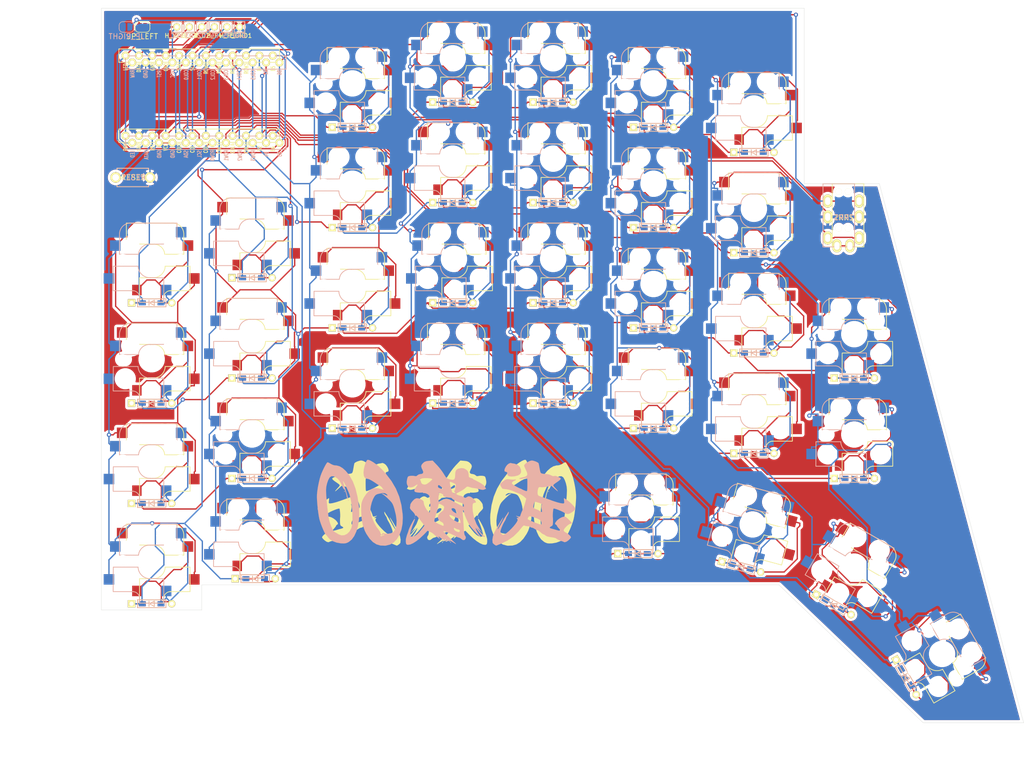
<source format=kicad_pcb>
(kicad_pcb (version 20171130) (host pcbnew 5.1.6)
  (layers (0 F.Cu signal) (31 B.Cu signal) (34 B.Paste user) (35 F.Paste user) (36 B.SilkS user) (37 F.SilkS user) (38 B.Mask user) (39 F.Mask user) (44 Edge.Cuts user))
  (net 0 "")
  (net 1 B1)
  (net 2 "Net-(D_A3-Pad2)")
  (net 3 "Net-(D_A4-Pad2)")
  (net 4 B3)
  (net 5 F6)
  (net 6 "Net-(D_B1-Pad2)")
  (net 7 "Net-(D_B2-Pad2)")
  (net 8 F7)
  (net 9 "Net-(D_B3-Pad2)")
  (net 10 "Net-(D_B4-Pad2)")
  (net 11 D1)
  (net 12 D0)
  (net 13 RST)
  (net 14 GND)
  (net 15 "Net-(U1-Pad24)")
  (net 16 VCC)
  (net 17 B2)
  (net 18 "Net-(D_A5-Pad2)")
  (net 19 "Net-(D_B5-Pad2)")
  (net 20 "Net-(D_C1-Pad2)")
  (net 21 "Net-(D_C2-Pad2)")
  (net 22 "Net-(D_C3-Pad2)")
  (net 23 "Net-(D_C4-Pad2)")
  (net 24 "Net-(D_C5-Pad2)")
  (net 25 D4)
  (net 26 "Net-(D_D1-Pad2)")
  (net 27 "Net-(D_D2-Pad2)")
  (net 28 "Net-(D_D3-Pad2)")
  (net 29 "Net-(D_D4-Pad2)")
  (net 30 "Net-(D_D5-Pad2)")
  (net 31 "Net-(D_E1-Pad2)")
  (net 32 "Net-(D_E2-Pad2)")
  (net 33 "Net-(D_E3-Pad2)")
  (net 34 "Net-(D_E4-Pad2)")
  (net 35 "Net-(D_F1-Pad2)")
  (net 36 "Net-(D_F2-Pad2)")
  (net 37 "Net-(D_F3-Pad2)")
  (net 38 "Net-(D_F4-Pad2)")
  (net 39 "Net-(D_G2-Pad2)")
  (net 40 "Net-(D_G3-Pad2)")
  (net 41 "Net-(D_G4-Pad2)")
  (net 42 "Net-(D_G5-Pad2)")
  (net 43 "Net-(D_H2-Pad2)")
  (net 44 "Net-(D_H3-Pad2)")
  (net 45 "Net-(D_H4-Pad2)")
  (net 46 "Net-(D_H5-Pad2)")
  (net 47 C6)
  (net 48 D7)
  (net 49 E6)
  (net 50 B4)
  (net 51 B5)
  (net 52 D2)
  (net 53 D3)
  (net 54 F4)
  (net 55 F5)
  (net 56 "Net-(J1-PadA)")
  (net 57 B6)
  (module local:musashi60-silk (layer B.Cu) (at 79.77221 108.34733 180)
    (fp_text reference G_LOGO_B hide)
    (fp_text value LOGO hide)
  )
  (module local:musashi60-silk (layer F.Cu) (at 79.77221 108.34733)
    (fp_text reference G_LOGO_F hide)
    (fp_text value LOGO hide)
  )
  (module foostan:MJ-4PP-9 (layer F.Cu) (at 155.973 47.6252)
    (fp_text reference J1)
    (fp_text value MJ-4PP-9 hide)
    (fp_text user TRRS (at -0.8255 6.4135) (layer B.SilkS) (effects (justify mirror)))
    (fp_text user TRRS (at -0.75 6.45) (layer F.SilkS))
    (pad "" np_thru_hole circle (at -1.75 8.5) (size 1.2 1.2) (drill 1.2) (layers *.Cu *.Mask F.SilkS))
    (pad "" np_thru_hole circle (at -1.75 1.5) (size 1.2 1.2) (drill 1.2) (layers *.Cu *.Mask F.SilkS))
    (pad D thru_hole oval (at -3.85 10.3) (size 1.7 2.5) (drill oval 1 1.5) (layers *.Cu *.Mask F.SilkS) (net 16 VCC) (clearance 0.15))
    (pad A thru_hole oval (at 0.35 11.8) (size 1.7 2.5) (drill oval 1 1.5) (layers *.Cu *.Mask F.SilkS) (net 56 "Net-(J1-PadA)") (clearance 0.15))
    (pad B thru_hole oval (at -3.85 3.3) (size 1.7 2.5) (drill oval 1 1.5) (layers *.Cu *.Mask F.SilkS) (net 52 D2))
    (pad C thru_hole oval (at -3.85 6.3) (size 1.7 2.5) (drill oval 1 1.5) (layers *.Cu *.Mask F.SilkS) (net 14 GND))
    (pad "" np_thru_hole circle (at 0 1.5) (size 1.2 1.2) (drill 1.2) (layers *.Cu *.Mask F.SilkS))
    (pad "" np_thru_hole circle (at 0 8.5) (size 1.2 1.2) (drill 1.2) (layers *.Cu *.Mask F.SilkS))
    (pad B thru_hole oval (at 2.1 3.3) (size 1.7 2.5) (drill oval 1 1.5) (layers *.Cu *.Mask F.SilkS) (net 52 D2))
    (pad C thru_hole oval (at 2.1 6.3) (size 1.7 2.5) (drill oval 1 1.5) (layers *.Cu *.Mask F.SilkS) (net 14 GND))
    (pad D thru_hole oval (at 2.1 10.3) (size 1.7 2.5) (drill oval 1 1.5) (layers *.Cu *.Mask F.SilkS) (net 16 VCC) (clearance 0.15))
    (pad A thru_hole oval (at -2.1 11.8) (size 1.7 2.5) (drill oval 1 1.5) (layers *.Cu *.Mask F.SilkS) (net 56 "Net-(J1-PadA)") (clearance 0.15))
  )
  (module foostan:D3_TH_SMD (layer F.Cu) (at 119.063 36.9095)
    (fp_text reference D_C1 hide)
    (fp_text value D hide)
    (pad 2 smd rect (at 1.775 0) (size 1.3 0.95) (layers F.Cu F.Paste F.Mask) (net 20 "Net-(D_C1-Pad2)"))
    (pad 2 thru_hole circle (at 3.81 0) (size 1.397 1.397) (drill 0.8128) (layers *.Cu *.Mask F.SilkS) (net 20 "Net-(D_C1-Pad2)"))
    (pad 1 thru_hole rect (at -3.81 0) (size 1.397 1.397) (drill 0.8128) (layers *.Cu *.Mask F.SilkS) (net 5 F6))
    (pad 1 smd rect (at -1.775 0) (size 1.3 0.95) (layers B.Cu B.Paste B.Mask) (net 5 F6))
    (pad 2 smd rect (at 1.775 0) (size 1.3 0.95) (layers B.Cu B.Paste B.Mask) (net 20 "Net-(D_C1-Pad2)"))
    (pad 1 smd rect (at -1.775 0) (size 1.3 0.95) (layers F.Cu F.Paste F.Mask) (net 5 F6))
  )
  (module foostan:CherryMX_Choc_Hotswap (layer F.Cu) (at 119.063 28.575)
    (fp_text reference SW_C1 hide)
    (fp_text value SW_PUSH hide)
    (pad 1 smd rect (at -5.6 -5.08 180) (size 2 2) (layers F.Cu F.Paste F.Mask) (net 25 D4))
    (pad "" np_thru_hole circle (at 3.81 -2.54 180) (size 3 3) (drill 3) (layers *.Cu *.Mask))
    (pad "" np_thru_hole circle (at -2.54 -5.08 180) (size 3 3) (drill 3) (layers *.Cu *.Mask))
    (pad 2 smd rect (at 6.9 -2.54 180) (size 2 2) (layers F.Cu F.Paste F.Mask) (net 20 "Net-(D_C1-Pad2)"))
    (pad "" np_thru_hole circle (at 5 3.7 270) (size 3 3) (drill 3) (layers *.Cu *.Mask))
    (pad 2 smd rect (at -2.8 5.9 180) (size 1.8 2) (layers F.Cu F.Paste F.Mask) (net 20 "Net-(D_C1-Pad2)"))
    (pad 1 smd rect (at 8.1 3.7 180) (size 2 2) (layers F.Cu F.Paste F.Mask) (net 25 D4))
    (pad 1 smd rect (at -8.1 3.7 180) (size 2 2) (layers B.Cu B.Paste B.Mask) (net 25 D4))
    (pad 2 smd rect (at 2.8 5.9 180) (size 1.9 2) (layers B.Cu B.Paste B.Mask) (net 20 "Net-(D_C1-Pad2)"))
    (pad "" np_thru_hole circle (at -5 3.7 90) (size 3 3) (drill 3) (layers *.Cu *.Mask))
    (pad "" np_thru_hole circle (at 0 5.9 90) (size 3 3) (drill 3) (layers *.Cu *.Mask))
    (pad 1 smd rect (at -6.9 -2.54 180) (size 2 2) (layers B.Cu B.Paste B.Mask) (net 25 D4))
    (pad "" np_thru_hole circle (at 2.54 -5.08 180) (size 3 3) (drill 3) (layers *.Cu *.Mask))
    (pad "" np_thru_hole circle (at 0 0 90) (size 4 4) (drill 4) (layers *.Cu *.Mask))
    (pad "" np_thru_hole circle (at -5.5 0 90) (size 1.9 1.9) (drill 1.9) (layers *.Cu *.Mask))
    (pad "" np_thru_hole circle (at 5.5 0 90) (size 1.9 1.9) (drill 1.9) (layers *.Cu *.Mask))
    (pad "" np_thru_hole circle (at 5.08 0) (size 1.7 1.7) (drill 1.7) (layers *.Cu *.Mask))
    (pad "" np_thru_hole circle (at -5.08 0) (size 1.7 1.7) (drill 1.7) (layers *.Cu *.Mask))
    (pad "" np_thru_hole circle (at -3.81 -2.54 180) (size 3 3) (drill 3) (layers *.Cu *.Mask))
    (pad 2 smd rect (at 5.6 -5.08 180) (size 2 2) (layers B.Cu B.Paste B.Mask) (net 20 "Net-(D_C1-Pad2)"))
  )
  (module foostan:CherryMX_Choc_Hotswap (layer F.Cu) (at 138.112 90.4875)
    (fp_text reference SW_B4 hide)
    (fp_text value SW_PUSH hide)
    (pad 1 smd rect (at -5.6 -5.08 180) (size 2 2) (layers F.Cu F.Paste F.Mask) (net 12 D0))
    (pad "" np_thru_hole circle (at 3.81 -2.54 180) (size 3 3) (drill 3) (layers *.Cu *.Mask))
    (pad "" np_thru_hole circle (at -2.54 -5.08 180) (size 3 3) (drill 3) (layers *.Cu *.Mask))
    (pad 2 smd rect (at 6.9 -2.54 180) (size 2 2) (layers F.Cu F.Paste F.Mask) (net 10 "Net-(D_B4-Pad2)"))
    (pad "" np_thru_hole circle (at 5 3.7 270) (size 3 3) (drill 3) (layers *.Cu *.Mask))
    (pad 2 smd rect (at -2.8 5.9 180) (size 1.8 2) (layers F.Cu F.Paste F.Mask) (net 10 "Net-(D_B4-Pad2)"))
    (pad 1 smd rect (at 8.1 3.7 180) (size 2 2) (layers F.Cu F.Paste F.Mask) (net 12 D0))
    (pad 1 smd rect (at -8.1 3.7 180) (size 2 2) (layers B.Cu B.Paste B.Mask) (net 12 D0))
    (pad 2 smd rect (at 2.8 5.9 180) (size 1.9 2) (layers B.Cu B.Paste B.Mask) (net 10 "Net-(D_B4-Pad2)"))
    (pad "" np_thru_hole circle (at -5 3.7 90) (size 3 3) (drill 3) (layers *.Cu *.Mask))
    (pad "" np_thru_hole circle (at 0 5.9 90) (size 3 3) (drill 3) (layers *.Cu *.Mask))
    (pad 1 smd rect (at -6.9 -2.54 180) (size 2 2) (layers B.Cu B.Paste B.Mask) (net 12 D0))
    (pad "" np_thru_hole circle (at 2.54 -5.08 180) (size 3 3) (drill 3) (layers *.Cu *.Mask))
    (pad "" np_thru_hole circle (at 0 0 90) (size 4 4) (drill 4) (layers *.Cu *.Mask))
    (pad "" np_thru_hole circle (at -5.5 0 90) (size 1.9 1.9) (drill 1.9) (layers *.Cu *.Mask))
    (pad "" np_thru_hole circle (at 5.5 0 90) (size 1.9 1.9) (drill 1.9) (layers *.Cu *.Mask))
    (pad "" np_thru_hole circle (at 5.08 0) (size 1.7 1.7) (drill 1.7) (layers *.Cu *.Mask))
    (pad "" np_thru_hole circle (at -5.08 0) (size 1.7 1.7) (drill 1.7) (layers *.Cu *.Mask))
    (pad "" np_thru_hole circle (at -3.81 -2.54 180) (size 3 3) (drill 3) (layers *.Cu *.Mask))
    (pad 2 smd rect (at 5.6 -5.08 180) (size 2 2) (layers B.Cu B.Paste B.Mask) (net 10 "Net-(D_B4-Pad2)"))
  )
  (module foostan:D3_TH_SMD (layer F.Cu) (at 157.162 84.5344)
    (fp_text reference D_A3 hide)
    (fp_text value D hide)
    (pad 1 smd rect (at -1.775 0) (size 1.3 0.95) (layers F.Cu F.Paste F.Mask) (net 1 B1))
    (pad 2 smd rect (at 1.775 0) (size 1.3 0.95) (layers B.Cu B.Paste B.Mask) (net 2 "Net-(D_A3-Pad2)"))
    (pad 1 smd rect (at -1.775 0) (size 1.3 0.95) (layers B.Cu B.Paste B.Mask) (net 1 B1))
    (pad 1 thru_hole rect (at -3.81 0) (size 1.397 1.397) (drill 0.8128) (layers *.Cu *.Mask F.SilkS) (net 1 B1))
    (pad 2 thru_hole circle (at 3.81 0) (size 1.397 1.397) (drill 0.8128) (layers *.Cu *.Mask F.SilkS) (net 2 "Net-(D_A3-Pad2)"))
    (pad 2 smd rect (at 1.775 0) (size 1.3 0.95) (layers F.Cu F.Paste F.Mask) (net 2 "Net-(D_A3-Pad2)"))
  )
  (module foostan:D3_TH_SMD (layer F.Cu) (at 157.162 103.584)
    (fp_text reference D_A4 hide)
    (fp_text value D hide)
    (pad 2 smd rect (at 1.775 0) (size 1.3 0.95) (layers F.Cu F.Paste F.Mask) (net 3 "Net-(D_A4-Pad2)"))
    (pad 2 thru_hole circle (at 3.81 0) (size 1.397 1.397) (drill 0.8128) (layers *.Cu *.Mask F.SilkS) (net 3 "Net-(D_A4-Pad2)"))
    (pad 1 thru_hole rect (at -3.81 0) (size 1.397 1.397) (drill 0.8128) (layers *.Cu *.Mask F.SilkS) (net 4 B3))
    (pad 1 smd rect (at -1.775 0) (size 1.3 0.95) (layers B.Cu B.Paste B.Mask) (net 4 B3))
    (pad 2 smd rect (at 1.775 0) (size 1.3 0.95) (layers B.Cu B.Paste B.Mask) (net 3 "Net-(D_A4-Pad2)"))
    (pad 1 smd rect (at -1.775 0) (size 1.3 0.95) (layers F.Cu F.Paste F.Mask) (net 4 B3))
  )
  (module foostan:D3_TH_SMD (layer F.Cu) (at 138.112 41.6719)
    (fp_text reference D_B1 hide)
    (fp_text value D hide)
    (pad 1 smd rect (at -1.775 0) (size 1.3 0.95) (layers F.Cu F.Paste F.Mask) (net 5 F6))
    (pad 2 smd rect (at 1.775 0) (size 1.3 0.95) (layers B.Cu B.Paste B.Mask) (net 6 "Net-(D_B1-Pad2)"))
    (pad 1 smd rect (at -1.775 0) (size 1.3 0.95) (layers B.Cu B.Paste B.Mask) (net 5 F6))
    (pad 1 thru_hole rect (at -3.81 0) (size 1.397 1.397) (drill 0.8128) (layers *.Cu *.Mask F.SilkS) (net 5 F6))
    (pad 2 thru_hole circle (at 3.81 0) (size 1.397 1.397) (drill 0.8128) (layers *.Cu *.Mask F.SilkS) (net 6 "Net-(D_B1-Pad2)"))
    (pad 2 smd rect (at 1.775 0) (size 1.3 0.95) (layers F.Cu F.Paste F.Mask) (net 6 "Net-(D_B1-Pad2)"))
  )
  (module foostan:D3_TH_SMD (layer F.Cu) (at 138.112 60.7219)
    (fp_text reference D_B2 hide)
    (fp_text value D hide)
    (pad 2 smd rect (at 1.775 0) (size 1.3 0.95) (layers F.Cu F.Paste F.Mask) (net 7 "Net-(D_B2-Pad2)"))
    (pad 2 thru_hole circle (at 3.81 0) (size 1.397 1.397) (drill 0.8128) (layers *.Cu *.Mask F.SilkS) (net 7 "Net-(D_B2-Pad2)"))
    (pad 1 thru_hole rect (at -3.81 0) (size 1.397 1.397) (drill 0.8128) (layers *.Cu *.Mask F.SilkS) (net 8 F7))
    (pad 1 smd rect (at -1.775 0) (size 1.3 0.95) (layers B.Cu B.Paste B.Mask) (net 8 F7))
    (pad 2 smd rect (at 1.775 0) (size 1.3 0.95) (layers B.Cu B.Paste B.Mask) (net 7 "Net-(D_B2-Pad2)"))
    (pad 1 smd rect (at -1.775 0) (size 1.3 0.95) (layers F.Cu F.Paste F.Mask) (net 8 F7))
  )
  (module foostan:D3_TH_SMD (layer F.Cu) (at 138.112 79.7719)
    (fp_text reference D_B3 hide)
    (fp_text value D hide)
    (pad 1 smd rect (at -1.775 0) (size 1.3 0.95) (layers F.Cu F.Paste F.Mask) (net 1 B1))
    (pad 2 smd rect (at 1.775 0) (size 1.3 0.95) (layers B.Cu B.Paste B.Mask) (net 9 "Net-(D_B3-Pad2)"))
    (pad 1 smd rect (at -1.775 0) (size 1.3 0.95) (layers B.Cu B.Paste B.Mask) (net 1 B1))
    (pad 1 thru_hole rect (at -3.81 0) (size 1.397 1.397) (drill 0.8128) (layers *.Cu *.Mask F.SilkS) (net 1 B1))
    (pad 2 thru_hole circle (at 3.81 0) (size 1.397 1.397) (drill 0.8128) (layers *.Cu *.Mask F.SilkS) (net 9 "Net-(D_B3-Pad2)"))
    (pad 2 smd rect (at 1.775 0) (size 1.3 0.95) (layers F.Cu F.Paste F.Mask) (net 9 "Net-(D_B3-Pad2)"))
  )
  (module foostan:D3_TH_SMD (layer F.Cu) (at 138.112 98.8219)
    (fp_text reference D_B4 hide)
    (fp_text value D hide)
    (pad 2 smd rect (at 1.775 0) (size 1.3 0.95) (layers F.Cu F.Paste F.Mask) (net 10 "Net-(D_B4-Pad2)"))
    (pad 2 thru_hole circle (at 3.81 0) (size 1.397 1.397) (drill 0.8128) (layers *.Cu *.Mask F.SilkS) (net 10 "Net-(D_B4-Pad2)"))
    (pad 1 thru_hole rect (at -3.81 0) (size 1.397 1.397) (drill 0.8128) (layers *.Cu *.Mask F.SilkS) (net 4 B3))
    (pad 1 smd rect (at -1.775 0) (size 1.3 0.95) (layers B.Cu B.Paste B.Mask) (net 4 B3))
    (pad 2 smd rect (at 1.775 0) (size 1.3 0.95) (layers B.Cu B.Paste B.Mask) (net 10 "Net-(D_B4-Pad2)"))
    (pad 1 smd rect (at -1.775 0) (size 1.3 0.95) (layers F.Cu F.Paste F.Mask) (net 4 B3))
  )
  (module foostan:CherryMX_Choc_Hotswap (layer F.Cu) (at 157.162 76.2)
    (fp_text reference SW_A3 hide)
    (fp_text value SW_PUSH hide)
    (pad 1 smd rect (at -5.6 -5.08 180) (size 2 2) (layers F.Cu F.Paste F.Mask) (net 11 D1))
    (pad "" np_thru_hole circle (at 3.81 -2.54 180) (size 3 3) (drill 3) (layers *.Cu *.Mask))
    (pad "" np_thru_hole circle (at -2.54 -5.08 180) (size 3 3) (drill 3) (layers *.Cu *.Mask))
    (pad 2 smd rect (at 6.9 -2.54 180) (size 2 2) (layers F.Cu F.Paste F.Mask) (net 2 "Net-(D_A3-Pad2)"))
    (pad "" np_thru_hole circle (at 5 3.7 270) (size 3 3) (drill 3) (layers *.Cu *.Mask))
    (pad 2 smd rect (at -2.8 5.9 180) (size 1.8 2) (layers F.Cu F.Paste F.Mask) (net 2 "Net-(D_A3-Pad2)"))
    (pad 1 smd rect (at 8.1 3.7 180) (size 2 2) (layers F.Cu F.Paste F.Mask) (net 11 D1))
    (pad 1 smd rect (at -8.1 3.7 180) (size 2 2) (layers B.Cu B.Paste B.Mask) (net 11 D1))
    (pad 2 smd rect (at 2.8 5.9 180) (size 1.9 2) (layers B.Cu B.Paste B.Mask) (net 2 "Net-(D_A3-Pad2)"))
    (pad "" np_thru_hole circle (at -5 3.7 90) (size 3 3) (drill 3) (layers *.Cu *.Mask))
    (pad "" np_thru_hole circle (at 0 5.9 90) (size 3 3) (drill 3) (layers *.Cu *.Mask))
    (pad 1 smd rect (at -6.9 -2.54 180) (size 2 2) (layers B.Cu B.Paste B.Mask) (net 11 D1))
    (pad "" np_thru_hole circle (at 2.54 -5.08 180) (size 3 3) (drill 3) (layers *.Cu *.Mask))
    (pad "" np_thru_hole circle (at 0 0 90) (size 4 4) (drill 4) (layers *.Cu *.Mask))
    (pad "" np_thru_hole circle (at -5.5 0 90) (size 1.9 1.9) (drill 1.9) (layers *.Cu *.Mask))
    (pad "" np_thru_hole circle (at 5.5 0 90) (size 1.9 1.9) (drill 1.9) (layers *.Cu *.Mask))
    (pad "" np_thru_hole circle (at 5.08 0) (size 1.7 1.7) (drill 1.7) (layers *.Cu *.Mask))
    (pad "" np_thru_hole circle (at -5.08 0) (size 1.7 1.7) (drill 1.7) (layers *.Cu *.Mask))
    (pad "" np_thru_hole circle (at -3.81 -2.54 180) (size 3 3) (drill 3) (layers *.Cu *.Mask))
    (pad 2 smd rect (at 5.6 -5.08 180) (size 2 2) (layers B.Cu B.Paste B.Mask) (net 2 "Net-(D_A3-Pad2)"))
  )
  (module foostan:CherryMX_Choc_Hotswap (layer F.Cu) (at 157.162 95.25)
    (fp_text reference SW_A4 hide)
    (fp_text value SW_PUSH hide)
    (pad 2 smd rect (at 5.6 -5.08 180) (size 2 2) (layers B.Cu B.Paste B.Mask) (net 3 "Net-(D_A4-Pad2)"))
    (pad "" np_thru_hole circle (at -3.81 -2.54 180) (size 3 3) (drill 3) (layers *.Cu *.Mask))
    (pad "" np_thru_hole circle (at -5.08 0) (size 1.7 1.7) (drill 1.7) (layers *.Cu *.Mask))
    (pad "" np_thru_hole circle (at 5.08 0) (size 1.7 1.7) (drill 1.7) (layers *.Cu *.Mask))
    (pad "" np_thru_hole circle (at 5.5 0 90) (size 1.9 1.9) (drill 1.9) (layers *.Cu *.Mask))
    (pad "" np_thru_hole circle (at -5.5 0 90) (size 1.9 1.9) (drill 1.9) (layers *.Cu *.Mask))
    (pad "" np_thru_hole circle (at 0 0 90) (size 4 4) (drill 4) (layers *.Cu *.Mask))
    (pad "" np_thru_hole circle (at 2.54 -5.08 180) (size 3 3) (drill 3) (layers *.Cu *.Mask))
    (pad 1 smd rect (at -6.9 -2.54 180) (size 2 2) (layers B.Cu B.Paste B.Mask) (net 11 D1))
    (pad "" np_thru_hole circle (at 0 5.9 90) (size 3 3) (drill 3) (layers *.Cu *.Mask))
    (pad "" np_thru_hole circle (at -5 3.7 90) (size 3 3) (drill 3) (layers *.Cu *.Mask))
    (pad 2 smd rect (at 2.8 5.9 180) (size 1.9 2) (layers B.Cu B.Paste B.Mask) (net 3 "Net-(D_A4-Pad2)"))
    (pad 1 smd rect (at -8.1 3.7 180) (size 2 2) (layers B.Cu B.Paste B.Mask) (net 11 D1))
    (pad 1 smd rect (at 8.1 3.7 180) (size 2 2) (layers F.Cu F.Paste F.Mask) (net 11 D1))
    (pad 2 smd rect (at -2.8 5.9 180) (size 1.8 2) (layers F.Cu F.Paste F.Mask) (net 3 "Net-(D_A4-Pad2)"))
    (pad "" np_thru_hole circle (at 5 3.7 270) (size 3 3) (drill 3) (layers *.Cu *.Mask))
    (pad 2 smd rect (at 6.9 -2.54 180) (size 2 2) (layers F.Cu F.Paste F.Mask) (net 3 "Net-(D_A4-Pad2)"))
    (pad "" np_thru_hole circle (at -2.54 -5.08 180) (size 3 3) (drill 3) (layers *.Cu *.Mask))
    (pad "" np_thru_hole circle (at 3.81 -2.54 180) (size 3 3) (drill 3) (layers *.Cu *.Mask))
    (pad 1 smd rect (at -5.6 -5.08 180) (size 2 2) (layers F.Cu F.Paste F.Mask) (net 11 D1))
  )
  (module foostan:CherryMX_Choc_Hotswap (layer F.Cu) (at 138.112 33.3375)
    (fp_text reference SW_B1 hide)
    (fp_text value SW_PUSH hide)
    (pad 2 smd rect (at 5.6 -5.08 180) (size 2 2) (layers B.Cu B.Paste B.Mask) (net 6 "Net-(D_B1-Pad2)"))
    (pad "" np_thru_hole circle (at -3.81 -2.54 180) (size 3 3) (drill 3) (layers *.Cu *.Mask))
    (pad "" np_thru_hole circle (at -5.08 0) (size 1.7 1.7) (drill 1.7) (layers *.Cu *.Mask))
    (pad "" np_thru_hole circle (at 5.08 0) (size 1.7 1.7) (drill 1.7) (layers *.Cu *.Mask))
    (pad "" np_thru_hole circle (at 5.5 0 90) (size 1.9 1.9) (drill 1.9) (layers *.Cu *.Mask))
    (pad "" np_thru_hole circle (at -5.5 0 90) (size 1.9 1.9) (drill 1.9) (layers *.Cu *.Mask))
    (pad "" np_thru_hole circle (at 0 0 90) (size 4 4) (drill 4) (layers *.Cu *.Mask))
    (pad "" np_thru_hole circle (at 2.54 -5.08 180) (size 3 3) (drill 3) (layers *.Cu *.Mask))
    (pad 1 smd rect (at -6.9 -2.54 180) (size 2 2) (layers B.Cu B.Paste B.Mask) (net 12 D0))
    (pad "" np_thru_hole circle (at 0 5.9 90) (size 3 3) (drill 3) (layers *.Cu *.Mask))
    (pad "" np_thru_hole circle (at -5 3.7 90) (size 3 3) (drill 3) (layers *.Cu *.Mask))
    (pad 2 smd rect (at 2.8 5.9 180) (size 1.9 2) (layers B.Cu B.Paste B.Mask) (net 6 "Net-(D_B1-Pad2)"))
    (pad 1 smd rect (at -8.1 3.7 180) (size 2 2) (layers B.Cu B.Paste B.Mask) (net 12 D0))
    (pad 1 smd rect (at 8.1 3.7 180) (size 2 2) (layers F.Cu F.Paste F.Mask) (net 12 D0))
    (pad 2 smd rect (at -2.8 5.9 180) (size 1.8 2) (layers F.Cu F.Paste F.Mask) (net 6 "Net-(D_B1-Pad2)"))
    (pad "" np_thru_hole circle (at 5 3.7 270) (size 3 3) (drill 3) (layers *.Cu *.Mask))
    (pad 2 smd rect (at 6.9 -2.54 180) (size 2 2) (layers F.Cu F.Paste F.Mask) (net 6 "Net-(D_B1-Pad2)"))
    (pad "" np_thru_hole circle (at -2.54 -5.08 180) (size 3 3) (drill 3) (layers *.Cu *.Mask))
    (pad "" np_thru_hole circle (at 3.81 -2.54 180) (size 3 3) (drill 3) (layers *.Cu *.Mask))
    (pad 1 smd rect (at -5.6 -5.08 180) (size 2 2) (layers F.Cu F.Paste F.Mask) (net 12 D0))
  )
  (module foostan:CherryMX_Choc_Hotswap (layer F.Cu) (at 138.112 52.3875)
    (fp_text reference SW_B2 hide)
    (fp_text value SW_PUSH hide)
    (pad 1 smd rect (at -5.6 -5.08 180) (size 2 2) (layers F.Cu F.Paste F.Mask) (net 12 D0))
    (pad "" np_thru_hole circle (at 3.81 -2.54 180) (size 3 3) (drill 3) (layers *.Cu *.Mask))
    (pad "" np_thru_hole circle (at -2.54 -5.08 180) (size 3 3) (drill 3) (layers *.Cu *.Mask))
    (pad 2 smd rect (at 6.9 -2.54 180) (size 2 2) (layers F.Cu F.Paste F.Mask) (net 7 "Net-(D_B2-Pad2)"))
    (pad "" np_thru_hole circle (at 5 3.7 270) (size 3 3) (drill 3) (layers *.Cu *.Mask))
    (pad 2 smd rect (at -2.8 5.9 180) (size 1.8 2) (layers F.Cu F.Paste F.Mask) (net 7 "Net-(D_B2-Pad2)"))
    (pad 1 smd rect (at 8.1 3.7 180) (size 2 2) (layers F.Cu F.Paste F.Mask) (net 12 D0))
    (pad 1 smd rect (at -8.1 3.7 180) (size 2 2) (layers B.Cu B.Paste B.Mask) (net 12 D0))
    (pad 2 smd rect (at 2.8 5.9 180) (size 1.9 2) (layers B.Cu B.Paste B.Mask) (net 7 "Net-(D_B2-Pad2)"))
    (pad "" np_thru_hole circle (at -5 3.7 90) (size 3 3) (drill 3) (layers *.Cu *.Mask))
    (pad "" np_thru_hole circle (at 0 5.9 90) (size 3 3) (drill 3) (layers *.Cu *.Mask))
    (pad 1 smd rect (at -6.9 -2.54 180) (size 2 2) (layers B.Cu B.Paste B.Mask) (net 12 D0))
    (pad "" np_thru_hole circle (at 2.54 -5.08 180) (size 3 3) (drill 3) (layers *.Cu *.Mask))
    (pad "" np_thru_hole circle (at 0 0 90) (size 4 4) (drill 4) (layers *.Cu *.Mask))
    (pad "" np_thru_hole circle (at -5.5 0 90) (size 1.9 1.9) (drill 1.9) (layers *.Cu *.Mask))
    (pad "" np_thru_hole circle (at 5.5 0 90) (size 1.9 1.9) (drill 1.9) (layers *.Cu *.Mask))
    (pad "" np_thru_hole circle (at 5.08 0) (size 1.7 1.7) (drill 1.7) (layers *.Cu *.Mask))
    (pad "" np_thru_hole circle (at -5.08 0) (size 1.7 1.7) (drill 1.7) (layers *.Cu *.Mask))
    (pad "" np_thru_hole circle (at -3.81 -2.54 180) (size 3 3) (drill 3) (layers *.Cu *.Mask))
    (pad 2 smd rect (at 5.6 -5.08 180) (size 2 2) (layers B.Cu B.Paste B.Mask) (net 7 "Net-(D_B2-Pad2)"))
  )
  (module foostan:CherryMX_Choc_Hotswap (layer F.Cu) (at 138.112 71.4375)
    (fp_text reference SW_B3 hide)
    (fp_text value SW_PUSH hide)
    (pad 2 smd rect (at 5.6 -5.08 180) (size 2 2) (layers B.Cu B.Paste B.Mask) (net 9 "Net-(D_B3-Pad2)"))
    (pad "" np_thru_hole circle (at -3.81 -2.54 180) (size 3 3) (drill 3) (layers *.Cu *.Mask))
    (pad "" np_thru_hole circle (at -5.08 0) (size 1.7 1.7) (drill 1.7) (layers *.Cu *.Mask))
    (pad "" np_thru_hole circle (at 5.08 0) (size 1.7 1.7) (drill 1.7) (layers *.Cu *.Mask))
    (pad "" np_thru_hole circle (at 5.5 0 90) (size 1.9 1.9) (drill 1.9) (layers *.Cu *.Mask))
    (pad "" np_thru_hole circle (at -5.5 0 90) (size 1.9 1.9) (drill 1.9) (layers *.Cu *.Mask))
    (pad "" np_thru_hole circle (at 0 0 90) (size 4 4) (drill 4) (layers *.Cu *.Mask))
    (pad "" np_thru_hole circle (at 2.54 -5.08 180) (size 3 3) (drill 3) (layers *.Cu *.Mask))
    (pad 1 smd rect (at -6.9 -2.54 180) (size 2 2) (layers B.Cu B.Paste B.Mask) (net 12 D0))
    (pad "" np_thru_hole circle (at 0 5.9 90) (size 3 3) (drill 3) (layers *.Cu *.Mask))
    (pad "" np_thru_hole circle (at -5 3.7 90) (size 3 3) (drill 3) (layers *.Cu *.Mask))
    (pad 2 smd rect (at 2.8 5.9 180) (size 1.9 2) (layers B.Cu B.Paste B.Mask) (net 9 "Net-(D_B3-Pad2)"))
    (pad 1 smd rect (at -8.1 3.7 180) (size 2 2) (layers B.Cu B.Paste B.Mask) (net 12 D0))
    (pad 1 smd rect (at 8.1 3.7 180) (size 2 2) (layers F.Cu F.Paste F.Mask) (net 12 D0))
    (pad 2 smd rect (at -2.8 5.9 180) (size 1.8 2) (layers F.Cu F.Paste F.Mask) (net 9 "Net-(D_B3-Pad2)"))
    (pad "" np_thru_hole circle (at 5 3.7 270) (size 3 3) (drill 3) (layers *.Cu *.Mask))
    (pad 2 smd rect (at 6.9 -2.54 180) (size 2 2) (layers F.Cu F.Paste F.Mask) (net 9 "Net-(D_B3-Pad2)"))
    (pad "" np_thru_hole circle (at -2.54 -5.08 180) (size 3 3) (drill 3) (layers *.Cu *.Mask))
    (pad "" np_thru_hole circle (at 3.81 -2.54 180) (size 3 3) (drill 3) (layers *.Cu *.Mask))
    (pad 1 smd rect (at -5.6 -5.08 180) (size 2 2) (layers F.Cu F.Paste F.Mask) (net 12 D0))
  )
  (module foostan:ResetSW (layer F.Cu) (at 20.2407 46.4346)
    (fp_text reference SW_RST1 hide)
    (fp_text value SW_PUSH)
    (fp_text user RESET (at 0.127 0) (layer B.SilkS) (effects (justify mirror)))
    (fp_text user RESET (at 0 0) (layer F.SilkS))
    (pad 1 thru_hole circle (at 3.25 0) (size 2 2) (drill 1.3) (layers *.Cu *.Mask F.SilkS) (net 14 GND))
    (pad 2 thru_hole circle (at -3.25 0) (size 2 2) (drill 1.3) (layers *.Cu *.Mask F.SilkS) (net 13 RST))
  )
  (module foostan:ProMicro_v2 (layer F.Cu) (at 33.3376 30.9562 90)
    (fp_text reference U1 hide)
    (fp_text value ProMicro_r hide)
    (fp_text user RAW (at 4.191 -13.1445 90) (layer B.SilkS) (effects (font (size 0.75 0.5) (thickness 0.125)) (justify mirror)))
    (fp_text user LED (at -11.049 -13.1445 90) (layer B.SilkS) (effects (font (size 0.75 0.5) (thickness 0.125)) (justify mirror)))
    (fp_text user GND (at 4.1275 -10.668 90) (layer B.SilkS) (effects (font (size 0.75 0.5) (thickness 0.125)) (justify mirror)))
    (fp_text user DATA (at -11.2 -10.5 90) (layer B.SilkS) (effects (font (size 0.75 0.5) (thickness 0.125)) (justify mirror)))
    (fp_text user RST (at 4.191 -8.0645 90) (layer B.SilkS) (effects (font (size 0.75 0.5) (thickness 0.125)) (justify mirror)))
    (fp_text user GND (at -11.049 -8.0645 90) (layer B.SilkS) (effects (font (size 0.75 0.5) (thickness 0.125)) (justify mirror)))
    (fp_text user VCC (at 4.1275 -5.5245 90) (layer B.SilkS) (effects (font (size 0.75 0.5) (thickness 0.125)) (justify mirror)))
    (fp_text user GND (at -11.049 -5.5245 90) (layer B.SilkS) (effects (font (size 0.75 0.5) (thickness 0.125)) (justify mirror)))
    (fp_text user COL3 (at 4 4.6 90) (layer B.SilkS) (effects (font (size 0.75 0.5) (thickness 0.125)) (justify mirror)))
    (fp_text user ROW0 (at -11.3 2.032 90) (layer B.SilkS) (effects (font (size 0.75 0.5) (thickness 0.125)) (justify mirror)))
    (fp_text user COL2 (at 4 2.1 90) (layer B.SilkS) (effects (font (size 0.75 0.5) (thickness 0.125)) (justify mirror)))
    (fp_text user SCL (at -11.049 -0.4445 90) (layer B.SilkS) (effects (font (size 0.75 0.5) (thickness 0.125)) (justify mirror)))
    (fp_text user COL1 (at 4 -0.4445 90) (layer B.SilkS) (effects (font (size 0.75 0.5) (thickness 0.125)) (justify mirror)))
    (fp_text user SDA (at -11.049 -2.9845 90) (layer B.SilkS) (effects (font (size 0.75 0.5) (thickness 0.125)) (justify mirror)))
    (fp_text user COL0 (at 4 -2.95 90) (layer B.SilkS) (effects (font (size 0.75 0.5) (thickness 0.125)) (justify mirror)))
    (fp_text user B6 (at 4.445 14.732 90) (layer B.SilkS) (effects (font (size 0.75 0.5) (thickness 0.125)) (justify mirror)))
    (fp_text user B5 (at -11.049 14.7955 90) (layer B.SilkS) (effects (font (size 0.75 0.5) (thickness 0.125)) (justify mirror)))
    (fp_text user B4 (at -11.049 12.2555 90) (layer B.SilkS) (effects (font (size 0.75 0.5) (thickness 0.125)) (justify mirror)))
    (fp_text user B2 (at 4.5085 12.1285 90) (layer B.SilkS) (effects (font (size 0.75 0.5) (thickness 0.125)) (justify mirror)))
    (fp_text user ROW3 (at -11.3 9.75 90) (layer B.SilkS) (effects (font (size 0.75 0.5) (thickness 0.125)) (justify mirror)))
    (fp_text user COL5 (at 4 9.75 90) (layer B.SilkS) (effects (font (size 0.75 0.5) (thickness 0.125)) (justify mirror)))
    (fp_text user ROW2 (at -11.3 7.239 90) (layer B.SilkS) (effects (font (size 0.75 0.5) (thickness 0.125)) (justify mirror)))
    (fp_text user COL4 (at 3.95 7.112 90) (layer B.SilkS) (effects (font (size 0.75 0.5) (thickness 0.125)) (justify mirror)))
    (fp_text user ROW1 (at -11.3 4.6355 90) (layer B.SilkS) (effects (font (size 0.75 0.5) (thickness 0.125)) (justify mirror)))
    (fp_text user ROW1 (at 5.25 3.302 90) (layer F.SilkS) (effects (font (size 0.75 0.5) (thickness 0.125))))
    (fp_text user COL4 (at -9.95 5.85 90) (layer F.SilkS) (effects (font (size 0.75 0.5) (thickness 0.125))))
    (fp_text user ROW2 (at 5.2 5.85 90) (layer F.SilkS) (effects (font (size 0.75 0.5) (thickness 0.125))))
    (fp_text user COL5 (at -9.95 8.4455 90) (layer F.SilkS) (effects (font (size 0.75 0.5) (thickness 0.125))))
    (fp_text user ROW3 (at 5.2 8.4455 90) (layer F.SilkS) (effects (font (size 0.75 0.5) (thickness 0.125))))
    (fp_text user B2 (at -9.95 10.95 90) (layer F.SilkS) (effects (font (size 0.75 0.5) (thickness 0.125))))
    (fp_text user B4 (at 5.2 10.922 90) (layer F.SilkS) (effects (font (size 0.75 0.5) (thickness 0.125))))
    (fp_text user B5 (at 5.2 13.5255 90) (layer F.SilkS) (effects (font (size 0.75 0.5) (thickness 0.125))))
    (fp_text user B6 (at -10.05 13.5 90) (layer F.SilkS) (effects (font (size 0.75 0.5) (thickness 0.125))))
    (fp_text user COL0 (at -9.9 -4.3 90) (layer F.SilkS) (effects (font (size 0.75 0.5) (thickness 0.125))))
    (fp_text user SDA (at 5.461 -4.318 90) (layer F.SilkS) (effects (font (size 0.75 0.5) (thickness 0.125))))
    (fp_text user COL1 (at -9.85 -1.778 90) (layer F.SilkS) (effects (font (size 0.75 0.5) (thickness 0.125))))
    (fp_text user SCL (at 5.461 -1.778 90) (layer F.SilkS) (effects (font (size 0.75 0.5) (thickness 0.125))))
    (fp_text user COL2 (at -9.9 0.762 90) (layer F.SilkS) (effects (font (size 0.75 0.5) (thickness 0.125))))
    (fp_text user ROW0 (at 5.2 0.8 90) (layer F.SilkS) (effects (font (size 0.75 0.5) (thickness 0.125))))
    (fp_text user COL3 (at -10 3.35 90) (layer F.SilkS) (effects (font (size 0.75 0.5) (thickness 0.125))))
    (fp_text user GND (at 5.461 -6.7945 90) (layer F.SilkS) (effects (font (size 0.75 0.5) (thickness 0.125))))
    (fp_text user VCC (at -9.7155 -6.858 90) (layer F.SilkS) (effects (font (size 0.75 0.5) (thickness 0.125))))
    (fp_text user GND (at 5.5245 -9.3345 90) (layer F.SilkS) (effects (font (size 0.75 0.5) (thickness 0.125))))
    (fp_text user RST (at -9.7155 -9.3345 90) (layer F.SilkS) (effects (font (size 0.75 0.5) (thickness 0.125))))
    (fp_text user DATA (at 5.35 -11.95 90) (layer F.SilkS) (effects (font (size 0.75 0.5) (thickness 0.125))))
    (fp_text user GND (at -9.7155 -11.938 90) (layer F.SilkS) (effects (font (size 0.75 0.5) (thickness 0.125))))
    (fp_text user LED (at 5.5 -14.478 90) (layer F.SilkS) (effects (font (size 0.75 0.5) (thickness 0.125))))
    (fp_text user RAW (at -9.7155 -14.478 90) (layer F.SilkS) (effects (font (size 0.75 0.5) (thickness 0.125))))
    (fp_text user "" (at -1.2065 -16.256 90) (layer B.SilkS) (effects (justify mirror)))
    (fp_text user "" (at -0.5 -17.25 90) (layer F.SilkS))
    (pad 24 thru_hole circle (at -7.5636 -14.478 90) (size 1.524 1.524) (drill 0.8128) (layers *.Cu *.Mask F.SilkS) (net 15 "Net-(U1-Pad24)"))
    (pad 23 thru_hole circle (at -7.5636 -11.938 90) (size 1.524 1.524) (drill 0.8128) (layers *.Cu *.Mask F.SilkS) (net 14 GND))
    (pad 22 thru_hole circle (at -7.5636 -9.398 90) (size 1.524 1.524) (drill 0.8128) (layers *.Cu *.Mask F.SilkS) (net 13 RST))
    (pad 21 thru_hole circle (at -7.5636 -6.858 90) (size 1.524 1.524) (drill 0.8128) (layers *.Cu *.Mask F.SilkS) (net 16 VCC))
    (pad 20 thru_hole circle (at -7.5636 -4.318 90) (size 1.524 1.524) (drill 0.8128) (layers *.Cu *.Mask F.SilkS) (net 54 F4))
    (pad 19 thru_hole circle (at -7.5636 -1.778 90) (size 1.524 1.524) (drill 0.8128) (layers *.Cu *.Mask F.SilkS) (net 55 F5))
    (pad 18 thru_hole circle (at -7.5636 0.762 90) (size 1.524 1.524) (drill 0.8128) (layers *.Cu *.Mask F.SilkS) (net 5 F6))
    (pad 17 thru_hole circle (at -7.5636 3.302 90) (size 1.524 1.524) (drill 0.8128) (layers *.Cu *.Mask F.SilkS) (net 8 F7))
    (pad 16 thru_hole circle (at -7.5636 5.842 90) (size 1.524 1.524) (drill 0.8128) (layers *.Cu *.Mask F.SilkS) (net 1 B1))
    (pad 15 thru_hole circle (at -7.5636 8.382 90) (size 1.524 1.524) (drill 0.8128) (layers *.Cu *.Mask F.SilkS) (net 4 B3))
    (pad 14 thru_hole circle (at -7.5636 10.922 90) (size 1.524 1.524) (drill 0.8128) (layers *.Cu *.Mask F.SilkS) (net 17 B2))
    (pad 13 thru_hole circle (at -7.5636 13.462 90) (size 1.524 1.524) (drill 0.8128) (layers *.Cu *.Mask F.SilkS) (net 57 B6))
    (pad 12 thru_hole circle (at 7.6564 13.462 90) (size 1.524 1.524) (drill 0.8128) (layers *.Cu *.Mask F.SilkS) (net 51 B5))
    (pad 11 thru_hole circle (at 7.6564 10.922 90) (size 1.524 1.524) (drill 0.8128) (layers *.Cu *.Mask F.SilkS) (net 50 B4))
    (pad 10 thru_hole circle (at 7.6564 8.382 90) (size 1.524 1.524) (drill 0.8128) (layers *.Cu *.Mask F.SilkS) (net 49 E6))
    (pad 9 thru_hole circle (at 7.6564 5.842 90) (size 1.524 1.524) (drill 0.8128) (layers *.Cu *.Mask F.SilkS) (net 48 D7))
    (pad 8 thru_hole circle (at 7.6564 3.302 90) (size 1.524 1.524) (drill 0.8128) (layers *.Cu *.Mask F.SilkS) (net 47 C6))
    (pad 7 thru_hole circle (at 7.6564 0.762 90) (size 1.524 1.524) (drill 0.8128) (layers *.Cu *.Mask F.SilkS) (net 25 D4))
    (pad 6 thru_hole circle (at 7.6564 -1.778 90) (size 1.524 1.524) (drill 0.8128) (layers *.Cu *.Mask F.SilkS) (net 12 D0))
    (pad 5 thru_hole circle (at 7.6564 -4.318 90) (size 1.524 1.524) (drill 0.8128) (layers *.Cu *.Mask F.SilkS) (net 11 D1))
    (pad 4 thru_hole circle (at 7.6564 -6.858 90) (size 1.524 1.524) (drill 0.8128) (layers *.Cu *.Mask F.SilkS) (net 14 GND))
    (pad 3 thru_hole circle (at 7.6564 -9.398 90) (size 1.524 1.524) (drill 0.8128) (layers *.Cu *.Mask F.SilkS) (net 14 GND))
    (pad 2 thru_hole circle (at 7.6564 -11.938 90) (size 1.524 1.524) (drill 0.8128) (layers *.Cu *.Mask F.SilkS) (net 52 D2))
    (pad 1 thru_hole circle (at 7.6564 -14.478 90) (size 1.524 1.524) (drill 0.8128) (layers *.Cu *.Mask F.SilkS) (net 53 D3))
    (pad 1 thru_hole circle (at -8.89 -13.208 90) (size 1.524 1.524) (drill 0.8128) (layers *.Cu *.Mask F.SilkS) (net 53 D3))
    (pad 2 thru_hole circle (at -8.89 -10.668 90) (size 1.524 1.524) (drill 0.8128) (layers *.Cu *.Mask F.SilkS) (net 52 D2))
    (pad 3 thru_hole circle (at -8.89 -8.128 90) (size 1.524 1.524) (drill 0.8128) (layers *.Cu *.Mask F.SilkS) (net 14 GND))
    (pad 4 thru_hole circle (at -8.89 -5.588 90) (size 1.524 1.524) (drill 0.8128) (layers *.Cu *.Mask F.SilkS) (net 14 GND))
    (pad 5 thru_hole circle (at -8.89 -3.048 90) (size 1.524 1.524) (drill 0.8128) (layers *.Cu *.Mask F.SilkS) (net 11 D1))
    (pad 6 thru_hole circle (at -8.89 -0.508 90) (size 1.524 1.524) (drill 0.8128) (layers *.Cu *.Mask F.SilkS) (net 12 D0))
    (pad 7 thru_hole circle (at -8.89 2.032 90) (size 1.524 1.524) (drill 0.8128) (layers *.Cu *.Mask F.SilkS) (net 25 D4))
    (pad 8 thru_hole circle (at -8.89 4.572 90) (size 1.524 1.524) (drill 0.8128) (layers *.Cu *.Mask F.SilkS) (net 47 C6))
    (pad 9 thru_hole circle (at -8.89 7.112 90) (size 1.524 1.524) (drill 0.8128) (layers *.Cu *.Mask F.SilkS) (net 48 D7))
    (pad 10 thru_hole circle (at -8.89 9.652 90) (size 1.524 1.524) (drill 0.8128) (layers *.Cu *.Mask F.SilkS) (net 49 E6))
    (pad 11 thru_hole circle (at -8.89 12.192 90) (size 1.524 1.524) (drill 0.8128) (layers *.Cu *.Mask F.SilkS) (net 50 B4))
    (pad 12 thru_hole circle (at -8.89 14.732 90) (size 1.524 1.524) (drill 0.8128) (layers *.Cu *.Mask F.SilkS) (net 51 B5))
    (pad 13 thru_hole circle (at 6.35 14.732 90) (size 1.524 1.524) (drill 0.8128) (layers *.Cu *.Mask F.SilkS) (net 57 B6))
    (pad 14 thru_hole circle (at 6.35 12.192 90) (size 1.524 1.524) (drill 0.8128) (layers *.Cu *.Mask F.SilkS) (net 17 B2))
    (pad 15 thru_hole circle (at 6.35 9.652 90) (size 1.524 1.524) (drill 0.8128) (layers *.Cu *.Mask F.SilkS) (net 4 B3))
    (pad 16 thru_hole circle (at 6.35 7.112 90) (size 1.524 1.524) (drill 0.8128) (layers *.Cu *.Mask F.SilkS) (net 1 B1))
    (pad 17 thru_hole circle (at 6.35 4.572 90) (size 1.524 1.524) (drill 0.8128) (layers *.Cu *.Mask F.SilkS) (net 8 F7))
    (pad 18 thru_hole circle (at 6.35 2.032 90) (size 1.524 1.524) (drill 0.8128) (layers *.Cu *.Mask F.SilkS) (net 5 F6))
    (pad 19 thru_hole circle (at 6.35 -0.508 90) (size 1.524 1.524) (drill 0.8128) (layers *.Cu *.Mask F.SilkS) (net 55 F5))
    (pad 20 thru_hole circle (at 6.35 -3.048 90) (size 1.524 1.524) (drill 0.8128) (layers *.Cu *.Mask F.SilkS) (net 54 F4))
    (pad 21 thru_hole circle (at 6.35 -5.588 90) (size 1.524 1.524) (drill 0.8128) (layers *.Cu *.Mask F.SilkS) (net 16 VCC))
    (pad 22 thru_hole circle (at 6.35 -8.128 90) (size 1.524 1.524) (drill 0.8128) (layers *.Cu *.Mask F.SilkS) (net 13 RST))
    (pad 23 thru_hole circle (at 6.35 -10.668 90) (size 1.524 1.524) (drill 0.8128) (layers *.Cu *.Mask F.SilkS) (net 14 GND))
    (pad 24 thru_hole circle (at 6.35 -13.208 90) (size 1.524 1.524) (drill 0.8128) (layers *.Cu *.Mask F.SilkS) (net 15 "Net-(U1-Pad24)"))
  )
  (module foostan:D3_TH_SMD (layer F.Cu) (at 166.991 141.338 300)
    (fp_text reference D_A5 hide)
    (fp_text value D hide)
    (pad 2 smd rect (at 1.775 0 300) (size 1.3 0.95) (layers F.Cu F.Paste F.Mask) (net 18 "Net-(D_A5-Pad2)"))
    (pad 2 thru_hole circle (at 3.81 0 300) (size 1.397 1.397) (drill 0.8128) (layers *.Cu *.Mask F.SilkS) (net 18 "Net-(D_A5-Pad2)"))
    (pad 1 thru_hole rect (at -3.81 0 300) (size 1.397 1.397) (drill 0.8128) (layers *.Cu *.Mask F.SilkS) (net 17 B2))
    (pad 1 smd rect (at -1.775 0 300) (size 1.3 0.95) (layers B.Cu B.Paste B.Mask) (net 17 B2))
    (pad 2 smd rect (at 1.775 0 300) (size 1.3 0.95) (layers B.Cu B.Paste B.Mask) (net 18 "Net-(D_A5-Pad2)"))
    (pad 1 smd rect (at -1.775 0 300) (size 1.3 0.95) (layers F.Cu F.Paste F.Mask) (net 17 B2))
  )
  (module foostan:D3_TH_SMD (layer F.Cu) (at 153.245 127.556 330)
    (fp_text reference D_B5 hide)
    (fp_text value D hide)
    (pad 1 smd rect (at -1.775 0 330) (size 1.3 0.95) (layers F.Cu F.Paste F.Mask) (net 17 B2))
    (pad 2 smd rect (at 1.775 0 330) (size 1.3 0.95) (layers B.Cu B.Paste B.Mask) (net 19 "Net-(D_B5-Pad2)"))
    (pad 1 smd rect (at -1.775 0 330) (size 1.3 0.95) (layers B.Cu B.Paste B.Mask) (net 17 B2))
    (pad 1 thru_hole rect (at -3.81 0 330) (size 1.397 1.397) (drill 0.8128) (layers *.Cu *.Mask F.SilkS) (net 17 B2))
    (pad 2 thru_hole circle (at 3.81 0 330) (size 1.397 1.397) (drill 0.8128) (layers *.Cu *.Mask F.SilkS) (net 19 "Net-(D_B5-Pad2)"))
    (pad 2 smd rect (at 1.775 0 330) (size 1.3 0.95) (layers F.Cu F.Paste F.Mask) (net 19 "Net-(D_B5-Pad2)"))
  )
  (module foostan:D3_TH_SMD (layer F.Cu) (at 119.062 55.9594)
    (fp_text reference D_C2 hide)
    (fp_text value D hide)
    (pad 2 smd rect (at 1.775 0) (size 1.3 0.95) (layers F.Cu F.Paste F.Mask) (net 21 "Net-(D_C2-Pad2)"))
    (pad 2 thru_hole circle (at 3.81 0) (size 1.397 1.397) (drill 0.8128) (layers *.Cu *.Mask F.SilkS) (net 21 "Net-(D_C2-Pad2)"))
    (pad 1 thru_hole rect (at -3.81 0) (size 1.397 1.397) (drill 0.8128) (layers *.Cu *.Mask F.SilkS) (net 8 F7))
    (pad 1 smd rect (at -1.775 0) (size 1.3 0.95) (layers B.Cu B.Paste B.Mask) (net 8 F7))
    (pad 2 smd rect (at 1.775 0) (size 1.3 0.95) (layers B.Cu B.Paste B.Mask) (net 21 "Net-(D_C2-Pad2)"))
    (pad 1 smd rect (at -1.775 0) (size 1.3 0.95) (layers F.Cu F.Paste F.Mask) (net 8 F7))
  )
  (module foostan:D3_TH_SMD (layer F.Cu) (at 119.062 75.0094)
    (fp_text reference D_C3 hide)
    (fp_text value D hide)
    (pad 1 smd rect (at -1.775 0) (size 1.3 0.95) (layers F.Cu F.Paste F.Mask) (net 1 B1))
    (pad 2 smd rect (at 1.775 0) (size 1.3 0.95) (layers B.Cu B.Paste B.Mask) (net 22 "Net-(D_C3-Pad2)"))
    (pad 1 smd rect (at -1.775 0) (size 1.3 0.95) (layers B.Cu B.Paste B.Mask) (net 1 B1))
    (pad 1 thru_hole rect (at -3.81 0) (size 1.397 1.397) (drill 0.8128) (layers *.Cu *.Mask F.SilkS) (net 1 B1))
    (pad 2 thru_hole circle (at 3.81 0) (size 1.397 1.397) (drill 0.8128) (layers *.Cu *.Mask F.SilkS) (net 22 "Net-(D_C3-Pad2)"))
    (pad 2 smd rect (at 1.775 0) (size 1.3 0.95) (layers F.Cu F.Paste F.Mask) (net 22 "Net-(D_C3-Pad2)"))
  )
  (module foostan:D3_TH_SMD (layer F.Cu) (at 119.062 94.0594)
    (fp_text reference D_C4 hide)
    (fp_text value D hide)
    (pad 1 smd rect (at -1.775 0) (size 1.3 0.95) (layers F.Cu F.Paste F.Mask) (net 4 B3))
    (pad 2 smd rect (at 1.775 0) (size 1.3 0.95) (layers B.Cu B.Paste B.Mask) (net 23 "Net-(D_C4-Pad2)"))
    (pad 1 smd rect (at -1.775 0) (size 1.3 0.95) (layers B.Cu B.Paste B.Mask) (net 4 B3))
    (pad 1 thru_hole rect (at -3.81 0) (size 1.397 1.397) (drill 0.8128) (layers *.Cu *.Mask F.SilkS) (net 4 B3))
    (pad 2 thru_hole circle (at 3.81 0) (size 1.397 1.397) (drill 0.8128) (layers *.Cu *.Mask F.SilkS) (net 23 "Net-(D_C4-Pad2)"))
    (pad 2 smd rect (at 1.775 0) (size 1.3 0.95) (layers F.Cu F.Paste F.Mask) (net 23 "Net-(D_C4-Pad2)"))
  )
  (module foostan:D3_TH_SMD (layer F.Cu) (at 135.715 120.378 345)
    (fp_text reference D_C5 hide)
    (fp_text value D hide)
    (pad 2 smd rect (at 1.775 0 345) (size 1.3 0.95) (layers F.Cu F.Paste F.Mask) (net 24 "Net-(D_C5-Pad2)"))
    (pad 2 thru_hole circle (at 3.81 0 345) (size 1.397 1.397) (drill 0.8128) (layers *.Cu *.Mask F.SilkS) (net 24 "Net-(D_C5-Pad2)"))
    (pad 1 thru_hole rect (at -3.81 0 345) (size 1.397 1.397) (drill 0.8128) (layers *.Cu *.Mask F.SilkS) (net 17 B2))
    (pad 1 smd rect (at -1.775 0 345) (size 1.3 0.95) (layers B.Cu B.Paste B.Mask) (net 17 B2))
    (pad 2 smd rect (at 1.775 0 345) (size 1.3 0.95) (layers B.Cu B.Paste B.Mask) (net 24 "Net-(D_C5-Pad2)"))
    (pad 1 smd rect (at -1.775 0 345) (size 1.3 0.95) (layers F.Cu F.Paste F.Mask) (net 17 B2))
  )
  (module foostan:CherryMX_Choc_Hotswap (layer F.Cu) (at 173.832 136.922 300)
    (fp_text reference SW_A5 hide)
    (fp_text value SW_PUSH hide)
    (pad 2 smd rect (at 5.6 -5.08 120) (size 2 2) (layers B.Cu B.Paste B.Mask) (net 18 "Net-(D_A5-Pad2)"))
    (pad "" np_thru_hole circle (at -3.81 -2.54 120) (size 3 3) (drill 3) (layers *.Cu *.Mask))
    (pad "" np_thru_hole circle (at -5.08 0 300) (size 1.7 1.7) (drill 1.7) (layers *.Cu *.Mask))
    (pad "" np_thru_hole circle (at 5.08 0 300) (size 1.7 1.7) (drill 1.7) (layers *.Cu *.Mask))
    (pad "" np_thru_hole circle (at 5.5 0 30) (size 1.9 1.9) (drill 1.9) (layers *.Cu *.Mask))
    (pad "" np_thru_hole circle (at -5.5 0 30) (size 1.9 1.9) (drill 1.9) (layers *.Cu *.Mask))
    (pad "" np_thru_hole circle (at 0 0 30) (size 4 4) (drill 4) (layers *.Cu *.Mask))
    (pad "" np_thru_hole circle (at 2.54 -5.08 120) (size 3 3) (drill 3) (layers *.Cu *.Mask))
    (pad 1 smd rect (at -6.9 -2.54 120) (size 2 2) (layers B.Cu B.Paste B.Mask) (net 11 D1))
    (pad "" np_thru_hole circle (at 0 5.9 30) (size 3 3) (drill 3) (layers *.Cu *.Mask))
    (pad "" np_thru_hole circle (at -5 3.7 30) (size 3 3) (drill 3) (layers *.Cu *.Mask))
    (pad 2 smd rect (at 2.8 5.9 120) (size 1.9 2) (layers B.Cu B.Paste B.Mask) (net 18 "Net-(D_A5-Pad2)"))
    (pad 1 smd rect (at -8.1 3.7 120) (size 2 2) (layers B.Cu B.Paste B.Mask) (net 11 D1))
    (pad 1 smd rect (at 8.1 3.7 120) (size 2 2) (layers F.Cu F.Paste F.Mask) (net 11 D1))
    (pad 2 smd rect (at -2.8 5.9 120) (size 1.8 2) (layers F.Cu F.Paste F.Mask) (net 18 "Net-(D_A5-Pad2)"))
    (pad "" np_thru_hole circle (at 5 3.7 210) (size 3 3) (drill 3) (layers *.Cu *.Mask))
    (pad 2 smd rect (at 6.9 -2.54 120) (size 2 2) (layers F.Cu F.Paste F.Mask) (net 18 "Net-(D_A5-Pad2)"))
    (pad "" np_thru_hole circle (at -2.54 -5.08 120) (size 3 3) (drill 3) (layers *.Cu *.Mask))
    (pad "" np_thru_hole circle (at 3.81 -2.54 120) (size 3 3) (drill 3) (layers *.Cu *.Mask))
    (pad 1 smd rect (at -5.6 -5.08 120) (size 2 2) (layers F.Cu F.Paste F.Mask) (net 11 D1))
  )
  (module foostan:CherryMX_Choc_Hotswap (layer F.Cu) (at 157.163 120.339 330)
    (fp_text reference SW_B5 hide)
    (fp_text value SW_PUSH hide)
    (pad 1 smd rect (at -5.6 -5.08 150) (size 2 2) (layers F.Cu F.Paste F.Mask) (net 12 D0))
    (pad "" np_thru_hole circle (at 3.81 -2.54 150) (size 3 3) (drill 3) (layers *.Cu *.Mask))
    (pad "" np_thru_hole circle (at -2.54 -5.08 150) (size 3 3) (drill 3) (layers *.Cu *.Mask))
    (pad 2 smd rect (at 6.9 -2.54 150) (size 2 2) (layers F.Cu F.Paste F.Mask) (net 19 "Net-(D_B5-Pad2)"))
    (pad "" np_thru_hole circle (at 5 3.7 240) (size 3 3) (drill 3) (layers *.Cu *.Mask))
    (pad 2 smd rect (at -2.8 5.9 150) (size 1.8 2) (layers F.Cu F.Paste F.Mask) (net 19 "Net-(D_B5-Pad2)"))
    (pad 1 smd rect (at 8.1 3.7 150) (size 2 2) (layers F.Cu F.Paste F.Mask) (net 12 D0))
    (pad 1 smd rect (at -8.1 3.7 150) (size 2 2) (layers B.Cu B.Paste B.Mask) (net 12 D0))
    (pad 2 smd rect (at 2.8 5.9 150) (size 1.9 2) (layers B.Cu B.Paste B.Mask) (net 19 "Net-(D_B5-Pad2)"))
    (pad "" np_thru_hole circle (at -5 3.7 60) (size 3 3) (drill 3) (layers *.Cu *.Mask))
    (pad "" np_thru_hole circle (at 0 5.9 60) (size 3 3) (drill 3) (layers *.Cu *.Mask))
    (pad 1 smd rect (at -6.9 -2.54 150) (size 2 2) (layers B.Cu B.Paste B.Mask) (net 12 D0))
    (pad "" np_thru_hole circle (at 2.54 -5.08 150) (size 3 3) (drill 3) (layers *.Cu *.Mask))
    (pad "" np_thru_hole circle (at 0 0 60) (size 4 4) (drill 4) (layers *.Cu *.Mask))
    (pad "" np_thru_hole circle (at -5.5 0 60) (size 1.9 1.9) (drill 1.9) (layers *.Cu *.Mask))
    (pad "" np_thru_hole circle (at 5.5 0 60) (size 1.9 1.9) (drill 1.9) (layers *.Cu *.Mask))
    (pad "" np_thru_hole circle (at 5.08 0 330) (size 1.7 1.7) (drill 1.7) (layers *.Cu *.Mask))
    (pad "" np_thru_hole circle (at -5.08 0 330) (size 1.7 1.7) (drill 1.7) (layers *.Cu *.Mask))
    (pad "" np_thru_hole circle (at -3.81 -2.54 150) (size 3 3) (drill 3) (layers *.Cu *.Mask))
    (pad 2 smd rect (at 5.6 -5.08 150) (size 2 2) (layers B.Cu B.Paste B.Mask) (net 19 "Net-(D_B5-Pad2)"))
  )
  (module foostan:CherryMX_Choc_Hotswap (layer F.Cu) (at 119.062 47.625)
    (fp_text reference SW_C2 hide)
    (fp_text value SW_PUSH hide)
    (pad 1 smd rect (at -5.6 -5.08 180) (size 2 2) (layers F.Cu F.Paste F.Mask) (net 25 D4))
    (pad "" np_thru_hole circle (at 3.81 -2.54 180) (size 3 3) (drill 3) (layers *.Cu *.Mask))
    (pad "" np_thru_hole circle (at -2.54 -5.08 180) (size 3 3) (drill 3) (layers *.Cu *.Mask))
    (pad 2 smd rect (at 6.9 -2.54 180) (size 2 2) (layers F.Cu F.Paste F.Mask) (net 21 "Net-(D_C2-Pad2)"))
    (pad "" np_thru_hole circle (at 5 3.7 270) (size 3 3) (drill 3) (layers *.Cu *.Mask))
    (pad 2 smd rect (at -2.8 5.9 180) (size 1.8 2) (layers F.Cu F.Paste F.Mask) (net 21 "Net-(D_C2-Pad2)"))
    (pad 1 smd rect (at 8.1 3.7 180) (size 2 2) (layers F.Cu F.Paste F.Mask) (net 25 D4))
    (pad 1 smd rect (at -8.1 3.7 180) (size 2 2) (layers B.Cu B.Paste B.Mask) (net 25 D4))
    (pad 2 smd rect (at 2.8 5.9 180) (size 1.9 2) (layers B.Cu B.Paste B.Mask) (net 21 "Net-(D_C2-Pad2)"))
    (pad "" np_thru_hole circle (at -5 3.7 90) (size 3 3) (drill 3) (layers *.Cu *.Mask))
    (pad "" np_thru_hole circle (at 0 5.9 90) (size 3 3) (drill 3) (layers *.Cu *.Mask))
    (pad 1 smd rect (at -6.9 -2.54 180) (size 2 2) (layers B.Cu B.Paste B.Mask) (net 25 D4))
    (pad "" np_thru_hole circle (at 2.54 -5.08 180) (size 3 3) (drill 3) (layers *.Cu *.Mask))
    (pad "" np_thru_hole circle (at 0 0 90) (size 4 4) (drill 4) (layers *.Cu *.Mask))
    (pad "" np_thru_hole circle (at -5.5 0 90) (size 1.9 1.9) (drill 1.9) (layers *.Cu *.Mask))
    (pad "" np_thru_hole circle (at 5.5 0 90) (size 1.9 1.9) (drill 1.9) (layers *.Cu *.Mask))
    (pad "" np_thru_hole circle (at 5.08 0) (size 1.7 1.7) (drill 1.7) (layers *.Cu *.Mask))
    (pad "" np_thru_hole circle (at -5.08 0) (size 1.7 1.7) (drill 1.7) (layers *.Cu *.Mask))
    (pad "" np_thru_hole circle (at -3.81 -2.54 180) (size 3 3) (drill 3) (layers *.Cu *.Mask))
    (pad 2 smd rect (at 5.6 -5.08 180) (size 2 2) (layers B.Cu B.Paste B.Mask) (net 21 "Net-(D_C2-Pad2)"))
  )
  (module foostan:CherryMX_Choc_Hotswap (layer F.Cu) (at 119.062 66.675)
    (fp_text reference SW_C3 hide)
    (fp_text value SW_PUSH hide)
    (pad 1 smd rect (at -5.6 -5.08 180) (size 2 2) (layers F.Cu F.Paste F.Mask) (net 25 D4))
    (pad "" np_thru_hole circle (at 3.81 -2.54 180) (size 3 3) (drill 3) (layers *.Cu *.Mask))
    (pad "" np_thru_hole circle (at -2.54 -5.08 180) (size 3 3) (drill 3) (layers *.Cu *.Mask))
    (pad 2 smd rect (at 6.9 -2.54 180) (size 2 2) (layers F.Cu F.Paste F.Mask) (net 22 "Net-(D_C3-Pad2)"))
    (pad "" np_thru_hole circle (at 5 3.7 270) (size 3 3) (drill 3) (layers *.Cu *.Mask))
    (pad 2 smd rect (at -2.8 5.9 180) (size 1.8 2) (layers F.Cu F.Paste F.Mask) (net 22 "Net-(D_C3-Pad2)"))
    (pad 1 smd rect (at 8.1 3.7 180) (size 2 2) (layers F.Cu F.Paste F.Mask) (net 25 D4))
    (pad 1 smd rect (at -8.1 3.7 180) (size 2 2) (layers B.Cu B.Paste B.Mask) (net 25 D4))
    (pad 2 smd rect (at 2.8 5.9 180) (size 1.9 2) (layers B.Cu B.Paste B.Mask) (net 22 "Net-(D_C3-Pad2)"))
    (pad "" np_thru_hole circle (at -5 3.7 90) (size 3 3) (drill 3) (layers *.Cu *.Mask))
    (pad "" np_thru_hole circle (at 0 5.9 90) (size 3 3) (drill 3) (layers *.Cu *.Mask))
    (pad 1 smd rect (at -6.9 -2.54 180) (size 2 2) (layers B.Cu B.Paste B.Mask) (net 25 D4))
    (pad "" np_thru_hole circle (at 2.54 -5.08 180) (size 3 3) (drill 3) (layers *.Cu *.Mask))
    (pad "" np_thru_hole circle (at 0 0 90) (size 4 4) (drill 4) (layers *.Cu *.Mask))
    (pad "" np_thru_hole circle (at -5.5 0 90) (size 1.9 1.9) (drill 1.9) (layers *.Cu *.Mask))
    (pad "" np_thru_hole circle (at 5.5 0 90) (size 1.9 1.9) (drill 1.9) (layers *.Cu *.Mask))
    (pad "" np_thru_hole circle (at 5.08 0) (size 1.7 1.7) (drill 1.7) (layers *.Cu *.Mask))
    (pad "" np_thru_hole circle (at -5.08 0) (size 1.7 1.7) (drill 1.7) (layers *.Cu *.Mask))
    (pad "" np_thru_hole circle (at -3.81 -2.54 180) (size 3 3) (drill 3) (layers *.Cu *.Mask))
    (pad 2 smd rect (at 5.6 -5.08 180) (size 2 2) (layers B.Cu B.Paste B.Mask) (net 22 "Net-(D_C3-Pad2)"))
  )
  (module foostan:CherryMX_Choc_Hotswap (layer F.Cu) (at 119.062 85.725)
    (fp_text reference SW_C4 hide)
    (fp_text value SW_PUSH hide)
    (pad 2 smd rect (at 5.6 -5.08 180) (size 2 2) (layers B.Cu B.Paste B.Mask) (net 23 "Net-(D_C4-Pad2)"))
    (pad "" np_thru_hole circle (at -3.81 -2.54 180) (size 3 3) (drill 3) (layers *.Cu *.Mask))
    (pad "" np_thru_hole circle (at -5.08 0) (size 1.7 1.7) (drill 1.7) (layers *.Cu *.Mask))
    (pad "" np_thru_hole circle (at 5.08 0) (size 1.7 1.7) (drill 1.7) (layers *.Cu *.Mask))
    (pad "" np_thru_hole circle (at 5.5 0 90) (size 1.9 1.9) (drill 1.9) (layers *.Cu *.Mask))
    (pad "" np_thru_hole circle (at -5.5 0 90) (size 1.9 1.9) (drill 1.9) (layers *.Cu *.Mask))
    (pad "" np_thru_hole circle (at 0 0 90) (size 4 4) (drill 4) (layers *.Cu *.Mask))
    (pad "" np_thru_hole circle (at 2.54 -5.08 180) (size 3 3) (drill 3) (layers *.Cu *.Mask))
    (pad 1 smd rect (at -6.9 -2.54 180) (size 2 2) (layers B.Cu B.Paste B.Mask) (net 25 D4))
    (pad "" np_thru_hole circle (at 0 5.9 90) (size 3 3) (drill 3) (layers *.Cu *.Mask))
    (pad "" np_thru_hole circle (at -5 3.7 90) (size 3 3) (drill 3) (layers *.Cu *.Mask))
    (pad 2 smd rect (at 2.8 5.9 180) (size 1.9 2) (layers B.Cu B.Paste B.Mask) (net 23 "Net-(D_C4-Pad2)"))
    (pad 1 smd rect (at -8.1 3.7 180) (size 2 2) (layers B.Cu B.Paste B.Mask) (net 25 D4))
    (pad 1 smd rect (at 8.1 3.7 180) (size 2 2) (layers F.Cu F.Paste F.Mask) (net 25 D4))
    (pad 2 smd rect (at -2.8 5.9 180) (size 1.8 2) (layers F.Cu F.Paste F.Mask) (net 23 "Net-(D_C4-Pad2)"))
    (pad "" np_thru_hole circle (at 5 3.7 270) (size 3 3) (drill 3) (layers *.Cu *.Mask))
    (pad 2 smd rect (at 6.9 -2.54 180) (size 2 2) (layers F.Cu F.Paste F.Mask) (net 23 "Net-(D_C4-Pad2)"))
    (pad "" np_thru_hole circle (at -2.54 -5.08 180) (size 3 3) (drill 3) (layers *.Cu *.Mask))
    (pad "" np_thru_hole circle (at 3.81 -2.54 180) (size 3 3) (drill 3) (layers *.Cu *.Mask))
    (pad 1 smd rect (at -5.6 -5.08 180) (size 2 2) (layers F.Cu F.Paste F.Mask) (net 25 D4))
  )
  (module foostan:CherryMX_Choc_Hotswap (layer F.Cu) (at 137.873 112.328 345)
    (fp_text reference SW_C5 hide)
    (fp_text value SW_PUSH hide)
    (pad 2 smd rect (at 5.6 -5.08 165) (size 2 2) (layers B.Cu B.Paste B.Mask) (net 24 "Net-(D_C5-Pad2)"))
    (pad "" np_thru_hole circle (at -3.81 -2.54 165) (size 3 3) (drill 3) (layers *.Cu *.Mask))
    (pad "" np_thru_hole circle (at -5.08 0 345) (size 1.7 1.7) (drill 1.7) (layers *.Cu *.Mask))
    (pad "" np_thru_hole circle (at 5.08 0 345) (size 1.7 1.7) (drill 1.7) (layers *.Cu *.Mask))
    (pad "" np_thru_hole circle (at 5.5 0 75) (size 1.9 1.9) (drill 1.9) (layers *.Cu *.Mask))
    (pad "" np_thru_hole circle (at -5.5 0 75) (size 1.9 1.9) (drill 1.9) (layers *.Cu *.Mask))
    (pad "" np_thru_hole circle (at 0 0 75) (size 4 4) (drill 4) (layers *.Cu *.Mask))
    (pad "" np_thru_hole circle (at 2.54 -5.08 165) (size 3 3) (drill 3) (layers *.Cu *.Mask))
    (pad 1 smd rect (at -6.9 -2.54 165) (size 2 2) (layers B.Cu B.Paste B.Mask) (net 25 D4))
    (pad "" np_thru_hole circle (at 0 5.9 75) (size 3 3) (drill 3) (layers *.Cu *.Mask))
    (pad "" np_thru_hole circle (at -5 3.7 75) (size 3 3) (drill 3) (layers *.Cu *.Mask))
    (pad 2 smd rect (at 2.8 5.9 165) (size 1.9 2) (layers B.Cu B.Paste B.Mask) (net 24 "Net-(D_C5-Pad2)"))
    (pad 1 smd rect (at -8.1 3.7 165) (size 2 2) (layers B.Cu B.Paste B.Mask) (net 25 D4))
    (pad 1 smd rect (at 8.1 3.7 165) (size 2 2) (layers F.Cu F.Paste F.Mask) (net 25 D4))
    (pad 2 smd rect (at -2.8 5.9 165) (size 1.8 2) (layers F.Cu F.Paste F.Mask) (net 24 "Net-(D_C5-Pad2)"))
    (pad "" np_thru_hole circle (at 5 3.7 255) (size 3 3) (drill 3) (layers *.Cu *.Mask))
    (pad 2 smd rect (at 6.9 -2.54 165) (size 2 2) (layers F.Cu F.Paste F.Mask) (net 24 "Net-(D_C5-Pad2)"))
    (pad "" np_thru_hole circle (at -2.54 -5.08 165) (size 3 3) (drill 3) (layers *.Cu *.Mask))
    (pad "" np_thru_hole circle (at 3.81 -2.54 165) (size 3 3) (drill 3) (layers *.Cu *.Mask))
    (pad 1 smd rect (at -5.6 -5.08 165) (size 2 2) (layers F.Cu F.Paste F.Mask) (net 25 D4))
  )
  (module foostan:D3_TH_SMD (layer F.Cu) (at 100.012 32.1469)
    (fp_text reference D_D1 hide)
    (fp_text value D hide)
    (pad 2 smd rect (at 1.775 0) (size 1.3 0.95) (layers F.Cu F.Paste F.Mask) (net 26 "Net-(D_D1-Pad2)"))
    (pad 2 thru_hole circle (at 3.81 0) (size 1.397 1.397) (drill 0.8128) (layers *.Cu *.Mask F.SilkS) (net 26 "Net-(D_D1-Pad2)"))
    (pad 1 thru_hole rect (at -3.81 0) (size 1.397 1.397) (drill 0.8128) (layers *.Cu *.Mask F.SilkS) (net 5 F6))
    (pad 1 smd rect (at -1.775 0) (size 1.3 0.95) (layers B.Cu B.Paste B.Mask) (net 5 F6))
    (pad 2 smd rect (at 1.775 0) (size 1.3 0.95) (layers B.Cu B.Paste B.Mask) (net 26 "Net-(D_D1-Pad2)"))
    (pad 1 smd rect (at -1.775 0) (size 1.3 0.95) (layers F.Cu F.Paste F.Mask) (net 5 F6))
  )
  (module foostan:D3_TH_SMD (layer F.Cu) (at 100.012 51.1969)
    (fp_text reference D_D2 hide)
    (fp_text value D hide)
    (pad 1 smd rect (at -1.775 0) (size 1.3 0.95) (layers F.Cu F.Paste F.Mask) (net 8 F7))
    (pad 2 smd rect (at 1.775 0) (size 1.3 0.95) (layers B.Cu B.Paste B.Mask) (net 27 "Net-(D_D2-Pad2)"))
    (pad 1 smd rect (at -1.775 0) (size 1.3 0.95) (layers B.Cu B.Paste B.Mask) (net 8 F7))
    (pad 1 thru_hole rect (at -3.81 0) (size 1.397 1.397) (drill 0.8128) (layers *.Cu *.Mask F.SilkS) (net 8 F7))
    (pad 2 thru_hole circle (at 3.81 0) (size 1.397 1.397) (drill 0.8128) (layers *.Cu *.Mask F.SilkS) (net 27 "Net-(D_D2-Pad2)"))
    (pad 2 smd rect (at 1.775 0) (size 1.3 0.95) (layers F.Cu F.Paste F.Mask) (net 27 "Net-(D_D2-Pad2)"))
  )
  (module foostan:D3_TH_SMD (layer F.Cu) (at 100.012 70.2469)
    (fp_text reference D_D3 hide)
    (fp_text value D hide)
    (pad 2 smd rect (at 1.775 0) (size 1.3 0.95) (layers F.Cu F.Paste F.Mask) (net 28 "Net-(D_D3-Pad2)"))
    (pad 2 thru_hole circle (at 3.81 0) (size 1.397 1.397) (drill 0.8128) (layers *.Cu *.Mask F.SilkS) (net 28 "Net-(D_D3-Pad2)"))
    (pad 1 thru_hole rect (at -3.81 0) (size 1.397 1.397) (drill 0.8128) (layers *.Cu *.Mask F.SilkS) (net 1 B1))
    (pad 1 smd rect (at -1.775 0) (size 1.3 0.95) (layers B.Cu B.Paste B.Mask) (net 1 B1))
    (pad 2 smd rect (at 1.775 0) (size 1.3 0.95) (layers B.Cu B.Paste B.Mask) (net 28 "Net-(D_D3-Pad2)"))
    (pad 1 smd rect (at -1.775 0) (size 1.3 0.95) (layers F.Cu F.Paste F.Mask) (net 1 B1))
  )
  (module foostan:D3_TH_SMD (layer F.Cu) (at 100.012 89.2969)
    (fp_text reference D_D4 hide)
    (fp_text value D hide)
    (pad 1 smd rect (at -1.775 0) (size 1.3 0.95) (layers F.Cu F.Paste F.Mask) (net 4 B3))
    (pad 2 smd rect (at 1.775 0) (size 1.3 0.95) (layers B.Cu B.Paste B.Mask) (net 29 "Net-(D_D4-Pad2)"))
    (pad 1 smd rect (at -1.775 0) (size 1.3 0.95) (layers B.Cu B.Paste B.Mask) (net 4 B3))
    (pad 1 thru_hole rect (at -3.81 0) (size 1.397 1.397) (drill 0.8128) (layers *.Cu *.Mask F.SilkS) (net 4 B3))
    (pad 2 thru_hole circle (at 3.81 0) (size 1.397 1.397) (drill 0.8128) (layers *.Cu *.Mask F.SilkS) (net 29 "Net-(D_D4-Pad2)"))
    (pad 2 smd rect (at 1.775 0) (size 1.3 0.95) (layers F.Cu F.Paste F.Mask) (net 29 "Net-(D_D4-Pad2)"))
  )
  (module foostan:D3_TH_SMD (layer F.Cu) (at 116.097 117.872)
    (fp_text reference D_D5 hide)
    (fp_text value D hide)
    (pad 2 smd rect (at 1.775 0) (size 1.3 0.95) (layers F.Cu F.Paste F.Mask) (net 30 "Net-(D_D5-Pad2)"))
    (pad 2 thru_hole circle (at 3.81 0) (size 1.397 1.397) (drill 0.8128) (layers *.Cu *.Mask F.SilkS) (net 30 "Net-(D_D5-Pad2)"))
    (pad 1 thru_hole rect (at -3.81 0) (size 1.397 1.397) (drill 0.8128) (layers *.Cu *.Mask F.SilkS) (net 17 B2))
    (pad 1 smd rect (at -1.775 0) (size 1.3 0.95) (layers B.Cu B.Paste B.Mask) (net 17 B2))
    (pad 2 smd rect (at 1.775 0) (size 1.3 0.95) (layers B.Cu B.Paste B.Mask) (net 30 "Net-(D_D5-Pad2)"))
    (pad 1 smd rect (at -1.775 0) (size 1.3 0.95) (layers F.Cu F.Paste F.Mask) (net 17 B2))
  )
  (module foostan:D3_TH_SMD (layer F.Cu) (at 80.9625 32.1469)
    (fp_text reference D_E1 hide)
    (fp_text value D hide)
    (pad 1 smd rect (at -1.775 0) (size 1.3 0.95) (layers F.Cu F.Paste F.Mask) (net 5 F6))
    (pad 2 smd rect (at 1.775 0) (size 1.3 0.95) (layers B.Cu B.Paste B.Mask) (net 31 "Net-(D_E1-Pad2)"))
    (pad 1 smd rect (at -1.775 0) (size 1.3 0.95) (layers B.Cu B.Paste B.Mask) (net 5 F6))
    (pad 1 thru_hole rect (at -3.81 0) (size 1.397 1.397) (drill 0.8128) (layers *.Cu *.Mask F.SilkS) (net 5 F6))
    (pad 2 thru_hole circle (at 3.81 0) (size 1.397 1.397) (drill 0.8128) (layers *.Cu *.Mask F.SilkS) (net 31 "Net-(D_E1-Pad2)"))
    (pad 2 smd rect (at 1.775 0) (size 1.3 0.95) (layers F.Cu F.Paste F.Mask) (net 31 "Net-(D_E1-Pad2)"))
  )
  (module foostan:D3_TH_SMD (layer F.Cu) (at 80.9625 51.1969)
    (fp_text reference D_E2 hide)
    (fp_text value D hide)
    (pad 2 smd rect (at 1.775 0) (size 1.3 0.95) (layers F.Cu F.Paste F.Mask) (net 32 "Net-(D_E2-Pad2)"))
    (pad 2 thru_hole circle (at 3.81 0) (size 1.397 1.397) (drill 0.8128) (layers *.Cu *.Mask F.SilkS) (net 32 "Net-(D_E2-Pad2)"))
    (pad 1 thru_hole rect (at -3.81 0) (size 1.397 1.397) (drill 0.8128) (layers *.Cu *.Mask F.SilkS) (net 8 F7))
    (pad 1 smd rect (at -1.775 0) (size 1.3 0.95) (layers B.Cu B.Paste B.Mask) (net 8 F7))
    (pad 2 smd rect (at 1.775 0) (size 1.3 0.95) (layers B.Cu B.Paste B.Mask) (net 32 "Net-(D_E2-Pad2)"))
    (pad 1 smd rect (at -1.775 0) (size 1.3 0.95) (layers F.Cu F.Paste F.Mask) (net 8 F7))
  )
  (module foostan:D3_TH_SMD (layer F.Cu) (at 80.9625 70.2469)
    (fp_text reference D_E3 hide)
    (fp_text value D hide)
    (pad 1 smd rect (at -1.775 0) (size 1.3 0.95) (layers F.Cu F.Paste F.Mask) (net 1 B1))
    (pad 2 smd rect (at 1.775 0) (size 1.3 0.95) (layers B.Cu B.Paste B.Mask) (net 33 "Net-(D_E3-Pad2)"))
    (pad 1 smd rect (at -1.775 0) (size 1.3 0.95) (layers B.Cu B.Paste B.Mask) (net 1 B1))
    (pad 1 thru_hole rect (at -3.81 0) (size 1.397 1.397) (drill 0.8128) (layers *.Cu *.Mask F.SilkS) (net 1 B1))
    (pad 2 thru_hole circle (at 3.81 0) (size 1.397 1.397) (drill 0.8128) (layers *.Cu *.Mask F.SilkS) (net 33 "Net-(D_E3-Pad2)"))
    (pad 2 smd rect (at 1.775 0) (size 1.3 0.95) (layers F.Cu F.Paste F.Mask) (net 33 "Net-(D_E3-Pad2)"))
  )
  (module foostan:D3_TH_SMD (layer F.Cu) (at 80.9625 89.2969)
    (fp_text reference D_E4 hide)
    (fp_text value D hide)
    (pad 2 smd rect (at 1.775 0) (size 1.3 0.95) (layers F.Cu F.Paste F.Mask) (net 34 "Net-(D_E4-Pad2)"))
    (pad 2 thru_hole circle (at 3.81 0) (size 1.397 1.397) (drill 0.8128) (layers *.Cu *.Mask F.SilkS) (net 34 "Net-(D_E4-Pad2)"))
    (pad 1 thru_hole rect (at -3.81 0) (size 1.397 1.397) (drill 0.8128) (layers *.Cu *.Mask F.SilkS) (net 4 B3))
    (pad 1 smd rect (at -1.775 0) (size 1.3 0.95) (layers B.Cu B.Paste B.Mask) (net 4 B3))
    (pad 2 smd rect (at 1.775 0) (size 1.3 0.95) (layers B.Cu B.Paste B.Mask) (net 34 "Net-(D_E4-Pad2)"))
    (pad 1 smd rect (at -1.775 0) (size 1.3 0.95) (layers F.Cu F.Paste F.Mask) (net 4 B3))
  )
  (module foostan:D3_TH_SMD (layer F.Cu) (at 61.9125 36.9094)
    (fp_text reference D_F1 hide)
    (fp_text value D hide)
    (pad 1 smd rect (at -1.775 0) (size 1.3 0.95) (layers F.Cu F.Paste F.Mask) (net 5 F6))
    (pad 2 smd rect (at 1.775 0) (size 1.3 0.95) (layers B.Cu B.Paste B.Mask) (net 35 "Net-(D_F1-Pad2)"))
    (pad 1 smd rect (at -1.775 0) (size 1.3 0.95) (layers B.Cu B.Paste B.Mask) (net 5 F6))
    (pad 1 thru_hole rect (at -3.81 0) (size 1.397 1.397) (drill 0.8128) (layers *.Cu *.Mask F.SilkS) (net 5 F6))
    (pad 2 thru_hole circle (at 3.81 0) (size 1.397 1.397) (drill 0.8128) (layers *.Cu *.Mask F.SilkS) (net 35 "Net-(D_F1-Pad2)"))
    (pad 2 smd rect (at 1.775 0) (size 1.3 0.95) (layers F.Cu F.Paste F.Mask) (net 35 "Net-(D_F1-Pad2)"))
  )
  (module foostan:D3_TH_SMD (layer F.Cu) (at 61.9125 55.9596)
    (fp_text reference D_F2 hide)
    (fp_text value D hide)
    (pad 2 smd rect (at 1.775 0) (size 1.3 0.95) (layers F.Cu F.Paste F.Mask) (net 36 "Net-(D_F2-Pad2)"))
    (pad 2 thru_hole circle (at 3.81 0) (size 1.397 1.397) (drill 0.8128) (layers *.Cu *.Mask F.SilkS) (net 36 "Net-(D_F2-Pad2)"))
    (pad 1 thru_hole rect (at -3.81 0) (size 1.397 1.397) (drill 0.8128) (layers *.Cu *.Mask F.SilkS) (net 8 F7))
    (pad 1 smd rect (at -1.775 0) (size 1.3 0.95) (layers B.Cu B.Paste B.Mask) (net 8 F7))
    (pad 2 smd rect (at 1.775 0) (size 1.3 0.95) (layers B.Cu B.Paste B.Mask) (net 36 "Net-(D_F2-Pad2)"))
    (pad 1 smd rect (at -1.775 0) (size 1.3 0.95) (layers F.Cu F.Paste F.Mask) (net 8 F7))
  )
  (module foostan:D3_TH_SMD (layer F.Cu) (at 61.9128 75.0097)
    (fp_text reference D_F3 hide)
    (fp_text value D hide)
    (pad 1 smd rect (at -1.775 0) (size 1.3 0.95) (layers F.Cu F.Paste F.Mask) (net 1 B1))
    (pad 2 smd rect (at 1.775 0) (size 1.3 0.95) (layers B.Cu B.Paste B.Mask) (net 37 "Net-(D_F3-Pad2)"))
    (pad 1 smd rect (at -1.775 0) (size 1.3 0.95) (layers B.Cu B.Paste B.Mask) (net 1 B1))
    (pad 1 thru_hole rect (at -3.81 0) (size 1.397 1.397) (drill 0.8128) (layers *.Cu *.Mask F.SilkS) (net 1 B1))
    (pad 2 thru_hole circle (at 3.81 0) (size 1.397 1.397) (drill 0.8128) (layers *.Cu *.Mask F.SilkS) (net 37 "Net-(D_F3-Pad2)"))
    (pad 2 smd rect (at 1.775 0) (size 1.3 0.95) (layers F.Cu F.Paste F.Mask) (net 37 "Net-(D_F3-Pad2)"))
  )
  (module foostan:D3_TH_SMD (layer F.Cu) (at 61.9125 94.0598)
    (fp_text reference D_F4 hide)
    (fp_text value D hide)
    (pad 2 smd rect (at 1.775 0) (size 1.3 0.95) (layers F.Cu F.Paste F.Mask) (net 38 "Net-(D_F4-Pad2)"))
    (pad 2 thru_hole circle (at 3.81 0) (size 1.397 1.397) (drill 0.8128) (layers *.Cu *.Mask F.SilkS) (net 38 "Net-(D_F4-Pad2)"))
    (pad 1 thru_hole rect (at -3.81 0) (size 1.397 1.397) (drill 0.8128) (layers *.Cu *.Mask F.SilkS) (net 4 B3))
    (pad 1 smd rect (at -1.775 0) (size 1.3 0.95) (layers B.Cu B.Paste B.Mask) (net 4 B3))
    (pad 2 smd rect (at 1.775 0) (size 1.3 0.95) (layers B.Cu B.Paste B.Mask) (net 38 "Net-(D_F4-Pad2)"))
    (pad 1 smd rect (at -1.775 0) (size 1.3 0.95) (layers F.Cu F.Paste F.Mask) (net 4 B3))
  )
  (module foostan:D3_TH_SMD (layer F.Cu) (at 42.8627 65.4847)
    (fp_text reference D_G2 hide)
    (fp_text value D hide)
    (pad 1 smd rect (at -1.775 0) (size 1.3 0.95) (layers F.Cu F.Paste F.Mask) (net 8 F7))
    (pad 2 smd rect (at 1.775 0) (size 1.3 0.95) (layers B.Cu B.Paste B.Mask) (net 39 "Net-(D_G2-Pad2)"))
    (pad 1 smd rect (at -1.775 0) (size 1.3 0.95) (layers B.Cu B.Paste B.Mask) (net 8 F7))
    (pad 1 thru_hole rect (at -3.81 0) (size 1.397 1.397) (drill 0.8128) (layers *.Cu *.Mask F.SilkS) (net 8 F7))
    (pad 2 thru_hole circle (at 3.81 0) (size 1.397 1.397) (drill 0.8128) (layers *.Cu *.Mask F.SilkS) (net 39 "Net-(D_G2-Pad2)"))
    (pad 2 smd rect (at 1.775 0) (size 1.3 0.95) (layers F.Cu F.Paste F.Mask) (net 39 "Net-(D_G2-Pad2)"))
  )
  (module foostan:D3_TH_SMD (layer F.Cu) (at 42.8627 84.5347)
    (fp_text reference D_G3 hide)
    (fp_text value D hide)
    (pad 2 smd rect (at 1.775 0) (size 1.3 0.95) (layers F.Cu F.Paste F.Mask) (net 40 "Net-(D_G3-Pad2)"))
    (pad 2 thru_hole circle (at 3.81 0) (size 1.397 1.397) (drill 0.8128) (layers *.Cu *.Mask F.SilkS) (net 40 "Net-(D_G3-Pad2)"))
    (pad 1 thru_hole rect (at -3.81 0) (size 1.397 1.397) (drill 0.8128) (layers *.Cu *.Mask F.SilkS) (net 1 B1))
    (pad 1 smd rect (at -1.775 0) (size 1.3 0.95) (layers B.Cu B.Paste B.Mask) (net 1 B1))
    (pad 2 smd rect (at 1.775 0) (size 1.3 0.95) (layers B.Cu B.Paste B.Mask) (net 40 "Net-(D_G3-Pad2)"))
    (pad 1 smd rect (at -1.775 0) (size 1.3 0.95) (layers F.Cu F.Paste F.Mask) (net 1 B1))
  )
  (module foostan:D3_TH_SMD (layer F.Cu) (at 42.8627 103.585)
    (fp_text reference D_G4 hide)
    (fp_text value D hide)
    (pad 2 smd rect (at 1.775 0) (size 1.3 0.95) (layers F.Cu F.Paste F.Mask) (net 41 "Net-(D_G4-Pad2)"))
    (pad 2 thru_hole circle (at 3.81 0) (size 1.397 1.397) (drill 0.8128) (layers *.Cu *.Mask F.SilkS) (net 41 "Net-(D_G4-Pad2)"))
    (pad 1 thru_hole rect (at -3.81 0) (size 1.397 1.397) (drill 0.8128) (layers *.Cu *.Mask F.SilkS) (net 4 B3))
    (pad 1 smd rect (at -1.775 0) (size 1.3 0.95) (layers B.Cu B.Paste B.Mask) (net 4 B3))
    (pad 2 smd rect (at 1.775 0) (size 1.3 0.95) (layers B.Cu B.Paste B.Mask) (net 41 "Net-(D_G4-Pad2)"))
    (pad 1 smd rect (at -1.775 0) (size 1.3 0.95) (layers F.Cu F.Paste F.Mask) (net 4 B3))
  )
  (module foostan:D3_TH_SMD (layer F.Cu) (at 43.4689 122.635)
    (fp_text reference D_G5 hide)
    (fp_text value D hide)
    (pad 1 smd rect (at -1.775 0) (size 1.3 0.95) (layers F.Cu F.Paste F.Mask) (net 17 B2))
    (pad 2 smd rect (at 1.775 0) (size 1.3 0.95) (layers B.Cu B.Paste B.Mask) (net 42 "Net-(D_G5-Pad2)"))
    (pad 1 smd rect (at -1.775 0) (size 1.3 0.95) (layers B.Cu B.Paste B.Mask) (net 17 B2))
    (pad 1 thru_hole rect (at -3.81 0) (size 1.397 1.397) (drill 0.8128) (layers *.Cu *.Mask F.SilkS) (net 17 B2))
    (pad 2 thru_hole circle (at 3.81 0) (size 1.397 1.397) (drill 0.8128) (layers *.Cu *.Mask F.SilkS) (net 42 "Net-(D_G5-Pad2)"))
    (pad 2 smd rect (at 1.775 0) (size 1.3 0.95) (layers F.Cu F.Paste F.Mask) (net 42 "Net-(D_G5-Pad2)"))
  )
  (module foostan:D3_TH_SMD (layer F.Cu) (at 23.8126 70.2472)
    (fp_text reference D_H2 hide)
    (fp_text value D hide)
    (pad 2 smd rect (at 1.775 0) (size 1.3 0.95) (layers F.Cu F.Paste F.Mask) (net 43 "Net-(D_H2-Pad2)"))
    (pad 2 thru_hole circle (at 3.81 0) (size 1.397 1.397) (drill 0.8128) (layers *.Cu *.Mask F.SilkS) (net 43 "Net-(D_H2-Pad2)"))
    (pad 1 thru_hole rect (at -3.81 0) (size 1.397 1.397) (drill 0.8128) (layers *.Cu *.Mask F.SilkS) (net 8 F7))
    (pad 1 smd rect (at -1.775 0) (size 1.3 0.95) (layers B.Cu B.Paste B.Mask) (net 8 F7))
    (pad 2 smd rect (at 1.775 0) (size 1.3 0.95) (layers B.Cu B.Paste B.Mask) (net 43 "Net-(D_H2-Pad2)"))
    (pad 1 smd rect (at -1.775 0) (size 1.3 0.95) (layers F.Cu F.Paste F.Mask) (net 8 F7))
  )
  (module foostan:D3_TH_SMD (layer F.Cu) (at 23.8126 89.2972)
    (fp_text reference D_H3 hide)
    (fp_text value D hide)
    (pad 1 smd rect (at -1.775 0) (size 1.3 0.95) (layers F.Cu F.Paste F.Mask) (net 1 B1))
    (pad 2 smd rect (at 1.775 0) (size 1.3 0.95) (layers B.Cu B.Paste B.Mask) (net 44 "Net-(D_H3-Pad2)"))
    (pad 1 smd rect (at -1.775 0) (size 1.3 0.95) (layers B.Cu B.Paste B.Mask) (net 1 B1))
    (pad 1 thru_hole rect (at -3.81 0) (size 1.397 1.397) (drill 0.8128) (layers *.Cu *.Mask F.SilkS) (net 1 B1))
    (pad 2 thru_hole circle (at 3.81 0) (size 1.397 1.397) (drill 0.8128) (layers *.Cu *.Mask F.SilkS) (net 44 "Net-(D_H3-Pad2)"))
    (pad 2 smd rect (at 1.775 0) (size 1.3 0.95) (layers F.Cu F.Paste F.Mask) (net 44 "Net-(D_H3-Pad2)"))
  )
  (module foostan:D3_TH_SMD (layer F.Cu) (at 23.8126 108.347)
    (fp_text reference D_H4 hide)
    (fp_text value D hide)
    (pad 1 smd rect (at -1.775 0) (size 1.3 0.95) (layers F.Cu F.Paste F.Mask) (net 4 B3))
    (pad 2 smd rect (at 1.775 0) (size 1.3 0.95) (layers B.Cu B.Paste B.Mask) (net 45 "Net-(D_H4-Pad2)"))
    (pad 1 smd rect (at -1.775 0) (size 1.3 0.95) (layers B.Cu B.Paste B.Mask) (net 4 B3))
    (pad 1 thru_hole rect (at -3.81 0) (size 1.397 1.397) (drill 0.8128) (layers *.Cu *.Mask F.SilkS) (net 4 B3))
    (pad 2 thru_hole circle (at 3.81 0) (size 1.397 1.397) (drill 0.8128) (layers *.Cu *.Mask F.SilkS) (net 45 "Net-(D_H4-Pad2)"))
    (pad 2 smd rect (at 1.775 0) (size 1.3 0.95) (layers F.Cu F.Paste F.Mask) (net 45 "Net-(D_H4-Pad2)"))
  )
  (module foostan:D3_TH_SMD (layer F.Cu) (at 23.8126 127.397)
    (fp_text reference D_H5 hide)
    (fp_text value D hide)
    (pad 1 smd rect (at -1.775 0) (size 1.3 0.95) (layers F.Cu F.Paste F.Mask) (net 17 B2))
    (pad 2 smd rect (at 1.775 0) (size 1.3 0.95) (layers B.Cu B.Paste B.Mask) (net 46 "Net-(D_H5-Pad2)"))
    (pad 1 smd rect (at -1.775 0) (size 1.3 0.95) (layers B.Cu B.Paste B.Mask) (net 17 B2))
    (pad 1 thru_hole rect (at -3.81 0) (size 1.397 1.397) (drill 0.8128) (layers *.Cu *.Mask F.SilkS) (net 17 B2))
    (pad 2 thru_hole circle (at 3.81 0) (size 1.397 1.397) (drill 0.8128) (layers *.Cu *.Mask F.SilkS) (net 46 "Net-(D_H5-Pad2)"))
    (pad 2 smd rect (at 1.775 0) (size 1.3 0.95) (layers F.Cu F.Paste F.Mask) (net 46 "Net-(D_H5-Pad2)"))
  )
  (module foostan:CherryMX_Choc_Hotswap (layer F.Cu) (at 100.012 23.8125)
    (fp_text reference SW_D1 hide)
    (fp_text value SW_PUSH hide)
    (pad 1 smd rect (at -5.6 -5.08 180) (size 2 2) (layers F.Cu F.Paste F.Mask) (net 47 C6))
    (pad "" np_thru_hole circle (at 3.81 -2.54 180) (size 3 3) (drill 3) (layers *.Cu *.Mask))
    (pad "" np_thru_hole circle (at -2.54 -5.08 180) (size 3 3) (drill 3) (layers *.Cu *.Mask))
    (pad 2 smd rect (at 6.9 -2.54 180) (size 2 2) (layers F.Cu F.Paste F.Mask) (net 26 "Net-(D_D1-Pad2)"))
    (pad "" np_thru_hole circle (at 5 3.7 270) (size 3 3) (drill 3) (layers *.Cu *.Mask))
    (pad 2 smd rect (at -2.8 5.9 180) (size 1.8 2) (layers F.Cu F.Paste F.Mask) (net 26 "Net-(D_D1-Pad2)"))
    (pad 1 smd rect (at 8.1 3.7 180) (size 2 2) (layers F.Cu F.Paste F.Mask) (net 47 C6))
    (pad 1 smd rect (at -8.1 3.7 180) (size 2 2) (layers B.Cu B.Paste B.Mask) (net 47 C6))
    (pad 2 smd rect (at 2.8 5.9 180) (size 1.9 2) (layers B.Cu B.Paste B.Mask) (net 26 "Net-(D_D1-Pad2)"))
    (pad "" np_thru_hole circle (at -5 3.7 90) (size 3 3) (drill 3) (layers *.Cu *.Mask))
    (pad "" np_thru_hole circle (at 0 5.9 90) (size 3 3) (drill 3) (layers *.Cu *.Mask))
    (pad 1 smd rect (at -6.9 -2.54 180) (size 2 2) (layers B.Cu B.Paste B.Mask) (net 47 C6))
    (pad "" np_thru_hole circle (at 2.54 -5.08 180) (size 3 3) (drill 3) (layers *.Cu *.Mask))
    (pad "" np_thru_hole circle (at 0 0 90) (size 4 4) (drill 4) (layers *.Cu *.Mask))
    (pad "" np_thru_hole circle (at -5.5 0 90) (size 1.9 1.9) (drill 1.9) (layers *.Cu *.Mask))
    (pad "" np_thru_hole circle (at 5.5 0 90) (size 1.9 1.9) (drill 1.9) (layers *.Cu *.Mask))
    (pad "" np_thru_hole circle (at 5.08 0) (size 1.7 1.7) (drill 1.7) (layers *.Cu *.Mask))
    (pad "" np_thru_hole circle (at -5.08 0) (size 1.7 1.7) (drill 1.7) (layers *.Cu *.Mask))
    (pad "" np_thru_hole circle (at -3.81 -2.54 180) (size 3 3) (drill 3) (layers *.Cu *.Mask))
    (pad 2 smd rect (at 5.6 -5.08 180) (size 2 2) (layers B.Cu B.Paste B.Mask) (net 26 "Net-(D_D1-Pad2)"))
  )
  (module foostan:CherryMX_Choc_Hotswap (layer F.Cu) (at 100.012 42.8625)
    (fp_text reference SW_D2 hide)
    (fp_text value SW_PUSH hide)
    (pad 2 smd rect (at 5.6 -5.08 180) (size 2 2) (layers B.Cu B.Paste B.Mask) (net 27 "Net-(D_D2-Pad2)"))
    (pad "" np_thru_hole circle (at -3.81 -2.54 180) (size 3 3) (drill 3) (layers *.Cu *.Mask))
    (pad "" np_thru_hole circle (at -5.08 0) (size 1.7 1.7) (drill 1.7) (layers *.Cu *.Mask))
    (pad "" np_thru_hole circle (at 5.08 0) (size 1.7 1.7) (drill 1.7) (layers *.Cu *.Mask))
    (pad "" np_thru_hole circle (at 5.5 0 90) (size 1.9 1.9) (drill 1.9) (layers *.Cu *.Mask))
    (pad "" np_thru_hole circle (at -5.5 0 90) (size 1.9 1.9) (drill 1.9) (layers *.Cu *.Mask))
    (pad "" np_thru_hole circle (at 0 0 90) (size 4 4) (drill 4) (layers *.Cu *.Mask))
    (pad "" np_thru_hole circle (at 2.54 -5.08 180) (size 3 3) (drill 3) (layers *.Cu *.Mask))
    (pad 1 smd rect (at -6.9 -2.54 180) (size 2 2) (layers B.Cu B.Paste B.Mask) (net 47 C6))
    (pad "" np_thru_hole circle (at 0 5.9 90) (size 3 3) (drill 3) (layers *.Cu *.Mask))
    (pad "" np_thru_hole circle (at -5 3.7 90) (size 3 3) (drill 3) (layers *.Cu *.Mask))
    (pad 2 smd rect (at 2.8 5.9 180) (size 1.9 2) (layers B.Cu B.Paste B.Mask) (net 27 "Net-(D_D2-Pad2)"))
    (pad 1 smd rect (at -8.1 3.7 180) (size 2 2) (layers B.Cu B.Paste B.Mask) (net 47 C6))
    (pad 1 smd rect (at 8.1 3.7 180) (size 2 2) (layers F.Cu F.Paste F.Mask) (net 47 C6))
    (pad 2 smd rect (at -2.8 5.9 180) (size 1.8 2) (layers F.Cu F.Paste F.Mask) (net 27 "Net-(D_D2-Pad2)"))
    (pad "" np_thru_hole circle (at 5 3.7 270) (size 3 3) (drill 3) (layers *.Cu *.Mask))
    (pad 2 smd rect (at 6.9 -2.54 180) (size 2 2) (layers F.Cu F.Paste F.Mask) (net 27 "Net-(D_D2-Pad2)"))
    (pad "" np_thru_hole circle (at -2.54 -5.08 180) (size 3 3) (drill 3) (layers *.Cu *.Mask))
    (pad "" np_thru_hole circle (at 3.81 -2.54 180) (size 3 3) (drill 3) (layers *.Cu *.Mask))
    (pad 1 smd rect (at -5.6 -5.08 180) (size 2 2) (layers F.Cu F.Paste F.Mask) (net 47 C6))
  )
  (module foostan:CherryMX_Choc_Hotswap (layer F.Cu) (at 100.012 61.9125)
    (fp_text reference SW_D3 hide)
    (fp_text value SW_PUSH hide)
    (pad 1 smd rect (at -5.6 -5.08 180) (size 2 2) (layers F.Cu F.Paste F.Mask) (net 47 C6))
    (pad "" np_thru_hole circle (at 3.81 -2.54 180) (size 3 3) (drill 3) (layers *.Cu *.Mask))
    (pad "" np_thru_hole circle (at -2.54 -5.08 180) (size 3 3) (drill 3) (layers *.Cu *.Mask))
    (pad 2 smd rect (at 6.9 -2.54 180) (size 2 2) (layers F.Cu F.Paste F.Mask) (net 28 "Net-(D_D3-Pad2)"))
    (pad "" np_thru_hole circle (at 5 3.7 270) (size 3 3) (drill 3) (layers *.Cu *.Mask))
    (pad 2 smd rect (at -2.8 5.9 180) (size 1.8 2) (layers F.Cu F.Paste F.Mask) (net 28 "Net-(D_D3-Pad2)"))
    (pad 1 smd rect (at 8.1 3.7 180) (size 2 2) (layers F.Cu F.Paste F.Mask) (net 47 C6))
    (pad 1 smd rect (at -8.1 3.7 180) (size 2 2) (layers B.Cu B.Paste B.Mask) (net 47 C6))
    (pad 2 smd rect (at 2.8 5.9 180) (size 1.9 2) (layers B.Cu B.Paste B.Mask) (net 28 "Net-(D_D3-Pad2)"))
    (pad "" np_thru_hole circle (at -5 3.7 90) (size 3 3) (drill 3) (layers *.Cu *.Mask))
    (pad "" np_thru_hole circle (at 0 5.9 90) (size 3 3) (drill 3) (layers *.Cu *.Mask))
    (pad 1 smd rect (at -6.9 -2.54 180) (size 2 2) (layers B.Cu B.Paste B.Mask) (net 47 C6))
    (pad "" np_thru_hole circle (at 2.54 -5.08 180) (size 3 3) (drill 3) (layers *.Cu *.Mask))
    (pad "" np_thru_hole circle (at 0 0 90) (size 4 4) (drill 4) (layers *.Cu *.Mask))
    (pad "" np_thru_hole circle (at -5.5 0 90) (size 1.9 1.9) (drill 1.9) (layers *.Cu *.Mask))
    (pad "" np_thru_hole circle (at 5.5 0 90) (size 1.9 1.9) (drill 1.9) (layers *.Cu *.Mask))
    (pad "" np_thru_hole circle (at 5.08 0) (size 1.7 1.7) (drill 1.7) (layers *.Cu *.Mask))
    (pad "" np_thru_hole circle (at -5.08 0) (size 1.7 1.7) (drill 1.7) (layers *.Cu *.Mask))
    (pad "" np_thru_hole circle (at -3.81 -2.54 180) (size 3 3) (drill 3) (layers *.Cu *.Mask))
    (pad 2 smd rect (at 5.6 -5.08 180) (size 2 2) (layers B.Cu B.Paste B.Mask) (net 28 "Net-(D_D3-Pad2)"))
  )
  (module foostan:CherryMX_Choc_Hotswap (layer F.Cu) (at 100.012 80.9625)
    (fp_text reference SW_D4 hide)
    (fp_text value SW_PUSH hide)
    (pad 2 smd rect (at 5.6 -5.08 180) (size 2 2) (layers B.Cu B.Paste B.Mask) (net 29 "Net-(D_D4-Pad2)"))
    (pad "" np_thru_hole circle (at -3.81 -2.54 180) (size 3 3) (drill 3) (layers *.Cu *.Mask))
    (pad "" np_thru_hole circle (at -5.08 0) (size 1.7 1.7) (drill 1.7) (layers *.Cu *.Mask))
    (pad "" np_thru_hole circle (at 5.08 0) (size 1.7 1.7) (drill 1.7) (layers *.Cu *.Mask))
    (pad "" np_thru_hole circle (at 5.5 0 90) (size 1.9 1.9) (drill 1.9) (layers *.Cu *.Mask))
    (pad "" np_thru_hole circle (at -5.5 0 90) (size 1.9 1.9) (drill 1.9) (layers *.Cu *.Mask))
    (pad "" np_thru_hole circle (at 0 0 90) (size 4 4) (drill 4) (layers *.Cu *.Mask))
    (pad "" np_thru_hole circle (at 2.54 -5.08 180) (size 3 3) (drill 3) (layers *.Cu *.Mask))
    (pad 1 smd rect (at -6.9 -2.54 180) (size 2 2) (layers B.Cu B.Paste B.Mask) (net 47 C6))
    (pad "" np_thru_hole circle (at 0 5.9 90) (size 3 3) (drill 3) (layers *.Cu *.Mask))
    (pad "" np_thru_hole circle (at -5 3.7 90) (size 3 3) (drill 3) (layers *.Cu *.Mask))
    (pad 2 smd rect (at 2.8 5.9 180) (size 1.9 2) (layers B.Cu B.Paste B.Mask) (net 29 "Net-(D_D4-Pad2)"))
    (pad 1 smd rect (at -8.1 3.7 180) (size 2 2) (layers B.Cu B.Paste B.Mask) (net 47 C6))
    (pad 1 smd rect (at 8.1 3.7 180) (size 2 2) (layers F.Cu F.Paste F.Mask) (net 47 C6))
    (pad 2 smd rect (at -2.8 5.9 180) (size 1.8 2) (layers F.Cu F.Paste F.Mask) (net 29 "Net-(D_D4-Pad2)"))
    (pad "" np_thru_hole circle (at 5 3.7 270) (size 3 3) (drill 3) (layers *.Cu *.Mask))
    (pad 2 smd rect (at 6.9 -2.54 180) (size 2 2) (layers F.Cu F.Paste F.Mask) (net 29 "Net-(D_D4-Pad2)"))
    (pad "" np_thru_hole circle (at -2.54 -5.08 180) (size 3 3) (drill 3) (layers *.Cu *.Mask))
    (pad "" np_thru_hole circle (at 3.81 -2.54 180) (size 3 3) (drill 3) (layers *.Cu *.Mask))
    (pad 1 smd rect (at -5.6 -5.08 180) (size 2 2) (layers F.Cu F.Paste F.Mask) (net 47 C6))
  )
  (module foostan:CherryMX_Choc_Hotswap (layer F.Cu) (at 116.682 109.538)
    (fp_text reference SW_D5 hide)
    (fp_text value SW_PUSH hide)
    (pad 1 smd rect (at -5.6 -5.08 180) (size 2 2) (layers F.Cu F.Paste F.Mask) (net 47 C6))
    (pad "" np_thru_hole circle (at 3.81 -2.54 180) (size 3 3) (drill 3) (layers *.Cu *.Mask))
    (pad "" np_thru_hole circle (at -2.54 -5.08 180) (size 3 3) (drill 3) (layers *.Cu *.Mask))
    (pad 2 smd rect (at 6.9 -2.54 180) (size 2 2) (layers F.Cu F.Paste F.Mask) (net 30 "Net-(D_D5-Pad2)"))
    (pad "" np_thru_hole circle (at 5 3.7 270) (size 3 3) (drill 3) (layers *.Cu *.Mask))
    (pad 2 smd rect (at -2.8 5.9 180) (size 1.8 2) (layers F.Cu F.Paste F.Mask) (net 30 "Net-(D_D5-Pad2)"))
    (pad 1 smd rect (at 8.1 3.7 180) (size 2 2) (layers F.Cu F.Paste F.Mask) (net 47 C6))
    (pad 1 smd rect (at -8.1 3.7 180) (size 2 2) (layers B.Cu B.Paste B.Mask) (net 47 C6))
    (pad 2 smd rect (at 2.8 5.9 180) (size 1.9 2) (layers B.Cu B.Paste B.Mask) (net 30 "Net-(D_D5-Pad2)"))
    (pad "" np_thru_hole circle (at -5 3.7 90) (size 3 3) (drill 3) (layers *.Cu *.Mask))
    (pad "" np_thru_hole circle (at 0 5.9 90) (size 3 3) (drill 3) (layers *.Cu *.Mask))
    (pad 1 smd rect (at -6.9 -2.54 180) (size 2 2) (layers B.Cu B.Paste B.Mask) (net 47 C6))
    (pad "" np_thru_hole circle (at 2.54 -5.08 180) (size 3 3) (drill 3) (layers *.Cu *.Mask))
    (pad "" np_thru_hole circle (at 0 0 90) (size 4 4) (drill 4) (layers *.Cu *.Mask))
    (pad "" np_thru_hole circle (at -5.5 0 90) (size 1.9 1.9) (drill 1.9) (layers *.Cu *.Mask))
    (pad "" np_thru_hole circle (at 5.5 0 90) (size 1.9 1.9) (drill 1.9) (layers *.Cu *.Mask))
    (pad "" np_thru_hole circle (at 5.08 0) (size 1.7 1.7) (drill 1.7) (layers *.Cu *.Mask))
    (pad "" np_thru_hole circle (at -5.08 0) (size 1.7 1.7) (drill 1.7) (layers *.Cu *.Mask))
    (pad "" np_thru_hole circle (at -3.81 -2.54 180) (size 3 3) (drill 3) (layers *.Cu *.Mask))
    (pad 2 smd rect (at 5.6 -5.08 180) (size 2 2) (layers B.Cu B.Paste B.Mask) (net 30 "Net-(D_D5-Pad2)"))
  )
  (module foostan:CherryMX_Choc_Hotswap (layer F.Cu) (at 80.9625 23.8125)
    (fp_text reference SW_E1 hide)
    (fp_text value SW_PUSH hide)
    (pad 2 smd rect (at 5.6 -5.08 180) (size 2 2) (layers B.Cu B.Paste B.Mask) (net 31 "Net-(D_E1-Pad2)"))
    (pad "" np_thru_hole circle (at -3.81 -2.54 180) (size 3 3) (drill 3) (layers *.Cu *.Mask))
    (pad "" np_thru_hole circle (at -5.08 0) (size 1.7 1.7) (drill 1.7) (layers *.Cu *.Mask))
    (pad "" np_thru_hole circle (at 5.08 0) (size 1.7 1.7) (drill 1.7) (layers *.Cu *.Mask))
    (pad "" np_thru_hole circle (at 5.5 0 90) (size 1.9 1.9) (drill 1.9) (layers *.Cu *.Mask))
    (pad "" np_thru_hole circle (at -5.5 0 90) (size 1.9 1.9) (drill 1.9) (layers *.Cu *.Mask))
    (pad "" np_thru_hole circle (at 0 0 90) (size 4 4) (drill 4) (layers *.Cu *.Mask))
    (pad "" np_thru_hole circle (at 2.54 -5.08 180) (size 3 3) (drill 3) (layers *.Cu *.Mask))
    (pad 1 smd rect (at -6.9 -2.54 180) (size 2 2) (layers B.Cu B.Paste B.Mask) (net 48 D7))
    (pad "" np_thru_hole circle (at 0 5.9 90) (size 3 3) (drill 3) (layers *.Cu *.Mask))
    (pad "" np_thru_hole circle (at -5 3.7 90) (size 3 3) (drill 3) (layers *.Cu *.Mask))
    (pad 2 smd rect (at 2.8 5.9 180) (size 1.9 2) (layers B.Cu B.Paste B.Mask) (net 31 "Net-(D_E1-Pad2)"))
    (pad 1 smd rect (at -8.1 3.7 180) (size 2 2) (layers B.Cu B.Paste B.Mask) (net 48 D7))
    (pad 1 smd rect (at 8.1 3.7 180) (size 2 2) (layers F.Cu F.Paste F.Mask) (net 48 D7))
    (pad 2 smd rect (at -2.8 5.9 180) (size 1.8 2) (layers F.Cu F.Paste F.Mask) (net 31 "Net-(D_E1-Pad2)"))
    (pad "" np_thru_hole circle (at 5 3.7 270) (size 3 3) (drill 3) (layers *.Cu *.Mask))
    (pad 2 smd rect (at 6.9 -2.54 180) (size 2 2) (layers F.Cu F.Paste F.Mask) (net 31 "Net-(D_E1-Pad2)"))
    (pad "" np_thru_hole circle (at -2.54 -5.08 180) (size 3 3) (drill 3) (layers *.Cu *.Mask))
    (pad "" np_thru_hole circle (at 3.81 -2.54 180) (size 3 3) (drill 3) (layers *.Cu *.Mask))
    (pad 1 smd rect (at -5.6 -5.08 180) (size 2 2) (layers F.Cu F.Paste F.Mask) (net 48 D7))
  )
  (module foostan:CherryMX_Choc_Hotswap (layer F.Cu) (at 80.9625 42.8625)
    (fp_text reference SW_E2 hide)
    (fp_text value SW_PUSH hide)
    (pad 1 smd rect (at -5.6 -5.08 180) (size 2 2) (layers F.Cu F.Paste F.Mask) (net 48 D7))
    (pad "" np_thru_hole circle (at 3.81 -2.54 180) (size 3 3) (drill 3) (layers *.Cu *.Mask))
    (pad "" np_thru_hole circle (at -2.54 -5.08 180) (size 3 3) (drill 3) (layers *.Cu *.Mask))
    (pad 2 smd rect (at 6.9 -2.54 180) (size 2 2) (layers F.Cu F.Paste F.Mask) (net 32 "Net-(D_E2-Pad2)"))
    (pad "" np_thru_hole circle (at 5 3.7 270) (size 3 3) (drill 3) (layers *.Cu *.Mask))
    (pad 2 smd rect (at -2.8 5.9 180) (size 1.8 2) (layers F.Cu F.Paste F.Mask) (net 32 "Net-(D_E2-Pad2)"))
    (pad 1 smd rect (at 8.1 3.7 180) (size 2 2) (layers F.Cu F.Paste F.Mask) (net 48 D7))
    (pad 1 smd rect (at -8.1 3.7 180) (size 2 2) (layers B.Cu B.Paste B.Mask) (net 48 D7))
    (pad 2 smd rect (at 2.8 5.9 180) (size 1.9 2) (layers B.Cu B.Paste B.Mask) (net 32 "Net-(D_E2-Pad2)"))
    (pad "" np_thru_hole circle (at -5 3.7 90) (size 3 3) (drill 3) (layers *.Cu *.Mask))
    (pad "" np_thru_hole circle (at 0 5.9 90) (size 3 3) (drill 3) (layers *.Cu *.Mask))
    (pad 1 smd rect (at -6.9 -2.54 180) (size 2 2) (layers B.Cu B.Paste B.Mask) (net 48 D7))
    (pad "" np_thru_hole circle (at 2.54 -5.08 180) (size 3 3) (drill 3) (layers *.Cu *.Mask))
    (pad "" np_thru_hole circle (at 0 0 90) (size 4 4) (drill 4) (layers *.Cu *.Mask))
    (pad "" np_thru_hole circle (at -5.5 0 90) (size 1.9 1.9) (drill 1.9) (layers *.Cu *.Mask))
    (pad "" np_thru_hole circle (at 5.5 0 90) (size 1.9 1.9) (drill 1.9) (layers *.Cu *.Mask))
    (pad "" np_thru_hole circle (at 5.08 0) (size 1.7 1.7) (drill 1.7) (layers *.Cu *.Mask))
    (pad "" np_thru_hole circle (at -5.08 0) (size 1.7 1.7) (drill 1.7) (layers *.Cu *.Mask))
    (pad "" np_thru_hole circle (at -3.81 -2.54 180) (size 3 3) (drill 3) (layers *.Cu *.Mask))
    (pad 2 smd rect (at 5.6 -5.08 180) (size 2 2) (layers B.Cu B.Paste B.Mask) (net 32 "Net-(D_E2-Pad2)"))
  )
  (module foostan:CherryMX_Choc_Hotswap (layer F.Cu) (at 81.1875 61.9125)
    (fp_text reference SW_E3 hide)
    (fp_text value SW_PUSH hide)
    (pad 2 smd rect (at 5.6 -5.08 180) (size 2 2) (layers B.Cu B.Paste B.Mask) (net 33 "Net-(D_E3-Pad2)"))
    (pad "" np_thru_hole circle (at -3.81 -2.54 180) (size 3 3) (drill 3) (layers *.Cu *.Mask))
    (pad "" np_thru_hole circle (at -5.08 0) (size 1.7 1.7) (drill 1.7) (layers *.Cu *.Mask))
    (pad "" np_thru_hole circle (at 5.08 0) (size 1.7 1.7) (drill 1.7) (layers *.Cu *.Mask))
    (pad "" np_thru_hole circle (at 5.5 0 90) (size 1.9 1.9) (drill 1.9) (layers *.Cu *.Mask))
    (pad "" np_thru_hole circle (at -5.5 0 90) (size 1.9 1.9) (drill 1.9) (layers *.Cu *.Mask))
    (pad "" np_thru_hole circle (at 0 0 90) (size 4 4) (drill 4) (layers *.Cu *.Mask))
    (pad "" np_thru_hole circle (at 2.54 -5.08 180) (size 3 3) (drill 3) (layers *.Cu *.Mask))
    (pad 1 smd rect (at -6.9 -2.54 180) (size 2 2) (layers B.Cu B.Paste B.Mask) (net 48 D7))
    (pad "" np_thru_hole circle (at 0 5.9 90) (size 3 3) (drill 3) (layers *.Cu *.Mask))
    (pad "" np_thru_hole circle (at -5 3.7 90) (size 3 3) (drill 3) (layers *.Cu *.Mask))
    (pad 2 smd rect (at 2.8 5.9 180) (size 1.9 2) (layers B.Cu B.Paste B.Mask) (net 33 "Net-(D_E3-Pad2)"))
    (pad 1 smd rect (at -8.1 3.7 180) (size 2 2) (layers B.Cu B.Paste B.Mask) (net 48 D7))
    (pad 1 smd rect (at 8.1 3.7 180) (size 2 2) (layers F.Cu F.Paste F.Mask) (net 48 D7))
    (pad 2 smd rect (at -2.8 5.9 180) (size 1.8 2) (layers F.Cu F.Paste F.Mask) (net 33 "Net-(D_E3-Pad2)"))
    (pad "" np_thru_hole circle (at 5 3.7 270) (size 3 3) (drill 3) (layers *.Cu *.Mask))
    (pad 2 smd rect (at 6.9 -2.54 180) (size 2 2) (layers F.Cu F.Paste F.Mask) (net 33 "Net-(D_E3-Pad2)"))
    (pad "" np_thru_hole circle (at -2.54 -5.08 180) (size 3 3) (drill 3) (layers *.Cu *.Mask))
    (pad "" np_thru_hole circle (at 3.81 -2.54 180) (size 3 3) (drill 3) (layers *.Cu *.Mask))
    (pad 1 smd rect (at -5.6 -5.08 180) (size 2 2) (layers F.Cu F.Paste F.Mask) (net 48 D7))
  )
  (module foostan:CherryMX_Choc_Hotswap (layer F.Cu) (at 80.9625 80.9625)
    (fp_text reference SW_E4 hide)
    (fp_text value SW_PUSH hide)
    (pad 1 smd rect (at -5.6 -5.08 180) (size 2 2) (layers F.Cu F.Paste F.Mask) (net 48 D7))
    (pad "" np_thru_hole circle (at 3.81 -2.54 180) (size 3 3) (drill 3) (layers *.Cu *.Mask))
    (pad "" np_thru_hole circle (at -2.54 -5.08 180) (size 3 3) (drill 3) (layers *.Cu *.Mask))
    (pad 2 smd rect (at 6.9 -2.54 180) (size 2 2) (layers F.Cu F.Paste F.Mask) (net 34 "Net-(D_E4-Pad2)"))
    (pad "" np_thru_hole circle (at 5 3.7 270) (size 3 3) (drill 3) (layers *.Cu *.Mask))
    (pad 2 smd rect (at -2.8 5.9 180) (size 1.8 2) (layers F.Cu F.Paste F.Mask) (net 34 "Net-(D_E4-Pad2)"))
    (pad 1 smd rect (at 8.1 3.7 180) (size 2 2) (layers F.Cu F.Paste F.Mask) (net 48 D7))
    (pad 1 smd rect (at -8.1 3.7 180) (size 2 2) (layers B.Cu B.Paste B.Mask) (net 48 D7))
    (pad 2 smd rect (at 2.8 5.9 180) (size 1.9 2) (layers B.Cu B.Paste B.Mask) (net 34 "Net-(D_E4-Pad2)"))
    (pad "" np_thru_hole circle (at -5 3.7 90) (size 3 3) (drill 3) (layers *.Cu *.Mask))
    (pad "" np_thru_hole circle (at 0 5.9 90) (size 3 3) (drill 3) (layers *.Cu *.Mask))
    (pad 1 smd rect (at -6.9 -2.54 180) (size 2 2) (layers B.Cu B.Paste B.Mask) (net 48 D7))
    (pad "" np_thru_hole circle (at 2.54 -5.08 180) (size 3 3) (drill 3) (layers *.Cu *.Mask))
    (pad "" np_thru_hole circle (at 0 0 90) (size 4 4) (drill 4) (layers *.Cu *.Mask))
    (pad "" np_thru_hole circle (at -5.5 0 90) (size 1.9 1.9) (drill 1.9) (layers *.Cu *.Mask))
    (pad "" np_thru_hole circle (at 5.5 0 90) (size 1.9 1.9) (drill 1.9) (layers *.Cu *.Mask))
    (pad "" np_thru_hole circle (at 5.08 0) (size 1.7 1.7) (drill 1.7) (layers *.Cu *.Mask))
    (pad "" np_thru_hole circle (at -5.08 0) (size 1.7 1.7) (drill 1.7) (layers *.Cu *.Mask))
    (pad "" np_thru_hole circle (at -3.81 -2.54 180) (size 3 3) (drill 3) (layers *.Cu *.Mask))
    (pad 2 smd rect (at 5.6 -5.08 180) (size 2 2) (layers B.Cu B.Paste B.Mask) (net 34 "Net-(D_E4-Pad2)"))
  )
  (module foostan:CherryMX_Choc_Hotswap (layer F.Cu) (at 61.9125 28.5751)
    (fp_text reference SW_F1 hide)
    (fp_text value SW_PUSH hide)
    (pad 2 smd rect (at 5.6 -5.08 180) (size 2 2) (layers B.Cu B.Paste B.Mask) (net 35 "Net-(D_F1-Pad2)"))
    (pad "" np_thru_hole circle (at -3.81 -2.54 180) (size 3 3) (drill 3) (layers *.Cu *.Mask))
    (pad "" np_thru_hole circle (at -5.08 0) (size 1.7 1.7) (drill 1.7) (layers *.Cu *.Mask))
    (pad "" np_thru_hole circle (at 5.08 0) (size 1.7 1.7) (drill 1.7) (layers *.Cu *.Mask))
    (pad "" np_thru_hole circle (at 5.5 0 90) (size 1.9 1.9) (drill 1.9) (layers *.Cu *.Mask))
    (pad "" np_thru_hole circle (at -5.5 0 90) (size 1.9 1.9) (drill 1.9) (layers *.Cu *.Mask))
    (pad "" np_thru_hole circle (at 0 0 90) (size 4 4) (drill 4) (layers *.Cu *.Mask))
    (pad "" np_thru_hole circle (at 2.54 -5.08 180) (size 3 3) (drill 3) (layers *.Cu *.Mask))
    (pad 1 smd rect (at -6.9 -2.54 180) (size 2 2) (layers B.Cu B.Paste B.Mask) (net 49 E6))
    (pad "" np_thru_hole circle (at 0 5.9 90) (size 3 3) (drill 3) (layers *.Cu *.Mask))
    (pad "" np_thru_hole circle (at -5 3.7 90) (size 3 3) (drill 3) (layers *.Cu *.Mask))
    (pad 2 smd rect (at 2.8 5.9 180) (size 1.9 2) (layers B.Cu B.Paste B.Mask) (net 35 "Net-(D_F1-Pad2)"))
    (pad 1 smd rect (at -8.1 3.7 180) (size 2 2) (layers B.Cu B.Paste B.Mask) (net 49 E6))
    (pad 1 smd rect (at 8.1 3.7 180) (size 2 2) (layers F.Cu F.Paste F.Mask) (net 49 E6))
    (pad 2 smd rect (at -2.8 5.9 180) (size 1.8 2) (layers F.Cu F.Paste F.Mask) (net 35 "Net-(D_F1-Pad2)"))
    (pad "" np_thru_hole circle (at 5 3.7 270) (size 3 3) (drill 3) (layers *.Cu *.Mask))
    (pad 2 smd rect (at 6.9 -2.54 180) (size 2 2) (layers F.Cu F.Paste F.Mask) (net 35 "Net-(D_F1-Pad2)"))
    (pad "" np_thru_hole circle (at -2.54 -5.08 180) (size 3 3) (drill 3) (layers *.Cu *.Mask))
    (pad "" np_thru_hole circle (at 3.81 -2.54 180) (size 3 3) (drill 3) (layers *.Cu *.Mask))
    (pad 1 smd rect (at -5.6 -5.08 180) (size 2 2) (layers F.Cu F.Paste F.Mask) (net 49 E6))
  )
  (module foostan:CherryMX_Choc_Hotswap (layer F.Cu) (at 61.9125 47.6252)
    (fp_text reference SW_F2 hide)
    (fp_text value SW_PUSH hide)
    (pad 2 smd rect (at 5.6 -5.08 180) (size 2 2) (layers B.Cu B.Paste B.Mask) (net 36 "Net-(D_F2-Pad2)"))
    (pad "" np_thru_hole circle (at -3.81 -2.54 180) (size 3 3) (drill 3) (layers *.Cu *.Mask))
    (pad "" np_thru_hole circle (at -5.08 0) (size 1.7 1.7) (drill 1.7) (layers *.Cu *.Mask))
    (pad "" np_thru_hole circle (at 5.08 0) (size 1.7 1.7) (drill 1.7) (layers *.Cu *.Mask))
    (pad "" np_thru_hole circle (at 5.5 0 90) (size 1.9 1.9) (drill 1.9) (layers *.Cu *.Mask))
    (pad "" np_thru_hole circle (at -5.5 0 90) (size 1.9 1.9) (drill 1.9) (layers *.Cu *.Mask))
    (pad "" np_thru_hole circle (at 0 0 90) (size 4 4) (drill 4) (layers *.Cu *.Mask))
    (pad "" np_thru_hole circle (at 2.54 -5.08 180) (size 3 3) (drill 3) (layers *.Cu *.Mask))
    (pad 1 smd rect (at -6.9 -2.54 180) (size 2 2) (layers B.Cu B.Paste B.Mask) (net 49 E6))
    (pad "" np_thru_hole circle (at 0 5.9 90) (size 3 3) (drill 3) (layers *.Cu *.Mask))
    (pad "" np_thru_hole circle (at -5 3.7 90) (size 3 3) (drill 3) (layers *.Cu *.Mask))
    (pad 2 smd rect (at 2.8 5.9 180) (size 1.9 2) (layers B.Cu B.Paste B.Mask) (net 36 "Net-(D_F2-Pad2)"))
    (pad 1 smd rect (at -8.1 3.7 180) (size 2 2) (layers B.Cu B.Paste B.Mask) (net 49 E6))
    (pad 1 smd rect (at 8.1 3.7 180) (size 2 2) (layers F.Cu F.Paste F.Mask) (net 49 E6))
    (pad 2 smd rect (at -2.8 5.9 180) (size 1.8 2) (layers F.Cu F.Paste F.Mask) (net 36 "Net-(D_F2-Pad2)"))
    (pad "" np_thru_hole circle (at 5 3.7 270) (size 3 3) (drill 3) (layers *.Cu *.Mask))
    (pad 2 smd rect (at 6.9 -2.54 180) (size 2 2) (layers F.Cu F.Paste F.Mask) (net 36 "Net-(D_F2-Pad2)"))
    (pad "" np_thru_hole circle (at -2.54 -5.08 180) (size 3 3) (drill 3) (layers *.Cu *.Mask))
    (pad "" np_thru_hole circle (at 3.81 -2.54 180) (size 3 3) (drill 3) (layers *.Cu *.Mask))
    (pad 1 smd rect (at -5.6 -5.08 180) (size 2 2) (layers F.Cu F.Paste F.Mask) (net 49 E6))
  )
  (module foostan:CherryMX_Choc_Hotswap (layer F.Cu) (at 61.9125 66.675)
    (fp_text reference SW_F3 hide)
    (fp_text value SW_PUSH hide)
    (pad 2 smd rect (at 5.6 -5.08 180) (size 2 2) (layers B.Cu B.Paste B.Mask) (net 37 "Net-(D_F3-Pad2)"))
    (pad "" np_thru_hole circle (at -3.81 -2.54 180) (size 3 3) (drill 3) (layers *.Cu *.Mask))
    (pad "" np_thru_hole circle (at -5.08 0) (size 1.7 1.7) (drill 1.7) (layers *.Cu *.Mask))
    (pad "" np_thru_hole circle (at 5.08 0) (size 1.7 1.7) (drill 1.7) (layers *.Cu *.Mask))
    (pad "" np_thru_hole circle (at 5.5 0 90) (size 1.9 1.9) (drill 1.9) (layers *.Cu *.Mask))
    (pad "" np_thru_hole circle (at -5.5 0 90) (size 1.9 1.9) (drill 1.9) (layers *.Cu *.Mask))
    (pad "" np_thru_hole circle (at 0 0 90) (size 4 4) (drill 4) (layers *.Cu *.Mask))
    (pad "" np_thru_hole circle (at 2.54 -5.08 180) (size 3 3) (drill 3) (layers *.Cu *.Mask))
    (pad 1 smd rect (at -6.9 -2.54 180) (size 2 2) (layers B.Cu B.Paste B.Mask) (net 49 E6))
    (pad "" np_thru_hole circle (at 0 5.9 90) (size 3 3) (drill 3) (layers *.Cu *.Mask))
    (pad "" np_thru_hole circle (at -5 3.7 90) (size 3 3) (drill 3) (layers *.Cu *.Mask))
    (pad 2 smd rect (at 2.8 5.9 180) (size 1.9 2) (layers B.Cu B.Paste B.Mask) (net 37 "Net-(D_F3-Pad2)"))
    (pad 1 smd rect (at -8.1 3.7 180) (size 2 2) (layers B.Cu B.Paste B.Mask) (net 49 E6))
    (pad 1 smd rect (at 8.1 3.7 180) (size 2 2) (layers F.Cu F.Paste F.Mask) (net 49 E6))
    (pad 2 smd rect (at -2.8 5.9 180) (size 1.8 2) (layers F.Cu F.Paste F.Mask) (net 37 "Net-(D_F3-Pad2)"))
    (pad "" np_thru_hole circle (at 5 3.7 270) (size 3 3) (drill 3) (layers *.Cu *.Mask))
    (pad 2 smd rect (at 6.9 -2.54 180) (size 2 2) (layers F.Cu F.Paste F.Mask) (net 37 "Net-(D_F3-Pad2)"))
    (pad "" np_thru_hole circle (at -2.54 -5.08 180) (size 3 3) (drill 3) (layers *.Cu *.Mask))
    (pad "" np_thru_hole circle (at 3.81 -2.54 180) (size 3 3) (drill 3) (layers *.Cu *.Mask))
    (pad 1 smd rect (at -5.6 -5.08 180) (size 2 2) (layers F.Cu F.Paste F.Mask) (net 49 E6))
  )
  (module foostan:CherryMX_Choc_Hotswap (layer F.Cu) (at 61.9128 85.7254)
    (fp_text reference SW_F4 hide)
    (fp_text value SW_PUSH hide)
    (pad 1 smd rect (at -5.6 -5.08 180) (size 2 2) (layers F.Cu F.Paste F.Mask) (net 49 E6))
    (pad "" np_thru_hole circle (at 3.81 -2.54 180) (size 3 3) (drill 3) (layers *.Cu *.Mask))
    (pad "" np_thru_hole circle (at -2.54 -5.08 180) (size 3 3) (drill 3) (layers *.Cu *.Mask))
    (pad 2 smd rect (at 6.9 -2.54 180) (size 2 2) (layers F.Cu F.Paste F.Mask) (net 38 "Net-(D_F4-Pad2)"))
    (pad "" np_thru_hole circle (at 5 3.7 270) (size 3 3) (drill 3) (layers *.Cu *.Mask))
    (pad 2 smd rect (at -2.8 5.9 180) (size 1.8 2) (layers F.Cu F.Paste F.Mask) (net 38 "Net-(D_F4-Pad2)"))
    (pad 1 smd rect (at 8.1 3.7 180) (size 2 2) (layers F.Cu F.Paste F.Mask) (net 49 E6))
    (pad 1 smd rect (at -8.1 3.7 180) (size 2 2) (layers B.Cu B.Paste B.Mask) (net 49 E6))
    (pad 2 smd rect (at 2.8 5.9 180) (size 1.9 2) (layers B.Cu B.Paste B.Mask) (net 38 "Net-(D_F4-Pad2)"))
    (pad "" np_thru_hole circle (at -5 3.7 90) (size 3 3) (drill 3) (layers *.Cu *.Mask))
    (pad "" np_thru_hole circle (at 0 5.9 90) (size 3 3) (drill 3) (layers *.Cu *.Mask))
    (pad 1 smd rect (at -6.9 -2.54 180) (size 2 2) (layers B.Cu B.Paste B.Mask) (net 49 E6))
    (pad "" np_thru_hole circle (at 2.54 -5.08 180) (size 3 3) (drill 3) (layers *.Cu *.Mask))
    (pad "" np_thru_hole circle (at 0 0 90) (size 4 4) (drill 4) (layers *.Cu *.Mask))
    (pad "" np_thru_hole circle (at -5.5 0 90) (size 1.9 1.9) (drill 1.9) (layers *.Cu *.Mask))
    (pad "" np_thru_hole circle (at 5.5 0 90) (size 1.9 1.9) (drill 1.9) (layers *.Cu *.Mask))
    (pad "" np_thru_hole circle (at 5.08 0) (size 1.7 1.7) (drill 1.7) (layers *.Cu *.Mask))
    (pad "" np_thru_hole circle (at -5.08 0) (size 1.7 1.7) (drill 1.7) (layers *.Cu *.Mask))
    (pad "" np_thru_hole circle (at -3.81 -2.54 180) (size 3 3) (drill 3) (layers *.Cu *.Mask))
    (pad 2 smd rect (at 5.6 -5.08 180) (size 2 2) (layers B.Cu B.Paste B.Mask) (net 38 "Net-(D_F4-Pad2)"))
  )
  (module foostan:CherryMX_Choc_Hotswap (layer F.Cu) (at 42.8627 57.1502)
    (fp_text reference SW_G2 hide)
    (fp_text value SW_PUSH hide)
    (pad 2 smd rect (at 5.6 -5.08 180) (size 2 2) (layers B.Cu B.Paste B.Mask) (net 39 "Net-(D_G2-Pad2)"))
    (pad "" np_thru_hole circle (at -3.81 -2.54 180) (size 3 3) (drill 3) (layers *.Cu *.Mask))
    (pad "" np_thru_hole circle (at -5.08 0) (size 1.7 1.7) (drill 1.7) (layers *.Cu *.Mask))
    (pad "" np_thru_hole circle (at 5.08 0) (size 1.7 1.7) (drill 1.7) (layers *.Cu *.Mask))
    (pad "" np_thru_hole circle (at 5.5 0 90) (size 1.9 1.9) (drill 1.9) (layers *.Cu *.Mask))
    (pad "" np_thru_hole circle (at -5.5 0 90) (size 1.9 1.9) (drill 1.9) (layers *.Cu *.Mask))
    (pad "" np_thru_hole circle (at 0 0 90) (size 4 4) (drill 4) (layers *.Cu *.Mask))
    (pad "" np_thru_hole circle (at 2.54 -5.08 180) (size 3 3) (drill 3) (layers *.Cu *.Mask))
    (pad 1 smd rect (at -6.9 -2.54 180) (size 2 2) (layers B.Cu B.Paste B.Mask) (net 50 B4))
    (pad "" np_thru_hole circle (at 0 5.9 90) (size 3 3) (drill 3) (layers *.Cu *.Mask))
    (pad "" np_thru_hole circle (at -5 3.7 90) (size 3 3) (drill 3) (layers *.Cu *.Mask))
    (pad 2 smd rect (at 2.8 5.9 180) (size 1.9 2) (layers B.Cu B.Paste B.Mask) (net 39 "Net-(D_G2-Pad2)"))
    (pad 1 smd rect (at -8.1 3.7 180) (size 2 2) (layers B.Cu B.Paste B.Mask) (net 50 B4))
    (pad 1 smd rect (at 8.1 3.7 180) (size 2 2) (layers F.Cu F.Paste F.Mask) (net 50 B4))
    (pad 2 smd rect (at -2.8 5.9 180) (size 1.8 2) (layers F.Cu F.Paste F.Mask) (net 39 "Net-(D_G2-Pad2)"))
    (pad "" np_thru_hole circle (at 5 3.7 270) (size 3 3) (drill 3) (layers *.Cu *.Mask))
    (pad 2 smd rect (at 6.9 -2.54 180) (size 2 2) (layers F.Cu F.Paste F.Mask) (net 39 "Net-(D_G2-Pad2)"))
    (pad "" np_thru_hole circle (at -2.54 -5.08 180) (size 3 3) (drill 3) (layers *.Cu *.Mask))
    (pad "" np_thru_hole circle (at 3.81 -2.54 180) (size 3 3) (drill 3) (layers *.Cu *.Mask))
    (pad 1 smd rect (at -5.6 -5.08 180) (size 2 2) (layers F.Cu F.Paste F.Mask) (net 50 B4))
  )
  (module foostan:CherryMX_Choc_Hotswap (layer F.Cu) (at 42.8627 76.2003)
    (fp_text reference SW_G3 hide)
    (fp_text value SW_PUSH hide)
    (pad 2 smd rect (at 5.6 -5.08 180) (size 2 2) (layers B.Cu B.Paste B.Mask) (net 40 "Net-(D_G3-Pad2)"))
    (pad "" np_thru_hole circle (at -3.81 -2.54 180) (size 3 3) (drill 3) (layers *.Cu *.Mask))
    (pad "" np_thru_hole circle (at -5.08 0) (size 1.7 1.7) (drill 1.7) (layers *.Cu *.Mask))
    (pad "" np_thru_hole circle (at 5.08 0) (size 1.7 1.7) (drill 1.7) (layers *.Cu *.Mask))
    (pad "" np_thru_hole circle (at 5.5 0 90) (size 1.9 1.9) (drill 1.9) (layers *.Cu *.Mask))
    (pad "" np_thru_hole circle (at -5.5 0 90) (size 1.9 1.9) (drill 1.9) (layers *.Cu *.Mask))
    (pad "" np_thru_hole circle (at 0 0 90) (size 4 4) (drill 4) (layers *.Cu *.Mask))
    (pad "" np_thru_hole circle (at 2.54 -5.08 180) (size 3 3) (drill 3) (layers *.Cu *.Mask))
    (pad 1 smd rect (at -6.9 -2.54 180) (size 2 2) (layers B.Cu B.Paste B.Mask) (net 50 B4))
    (pad "" np_thru_hole circle (at 0 5.9 90) (size 3 3) (drill 3) (layers *.Cu *.Mask))
    (pad "" np_thru_hole circle (at -5 3.7 90) (size 3 3) (drill 3) (layers *.Cu *.Mask))
    (pad 2 smd rect (at 2.8 5.9 180) (size 1.9 2) (layers B.Cu B.Paste B.Mask) (net 40 "Net-(D_G3-Pad2)"))
    (pad 1 smd rect (at -8.1 3.7 180) (size 2 2) (layers B.Cu B.Paste B.Mask) (net 50 B4))
    (pad 1 smd rect (at 8.1 3.7 180) (size 2 2) (layers F.Cu F.Paste F.Mask) (net 50 B4))
    (pad 2 smd rect (at -2.8 5.9 180) (size 1.8 2) (layers F.Cu F.Paste F.Mask) (net 40 "Net-(D_G3-Pad2)"))
    (pad "" np_thru_hole circle (at 5 3.7 270) (size 3 3) (drill 3) (layers *.Cu *.Mask))
    (pad 2 smd rect (at 6.9 -2.54 180) (size 2 2) (layers F.Cu F.Paste F.Mask) (net 40 "Net-(D_G3-Pad2)"))
    (pad "" np_thru_hole circle (at -2.54 -5.08 180) (size 3 3) (drill 3) (layers *.Cu *.Mask))
    (pad "" np_thru_hole circle (at 3.81 -2.54 180) (size 3 3) (drill 3) (layers *.Cu *.Mask))
    (pad 1 smd rect (at -5.6 -5.08 180) (size 2 2) (layers F.Cu F.Paste F.Mask) (net 50 B4))
  )
  (module foostan:CherryMX_Choc_Hotswap (layer F.Cu) (at 42.8627 95.2504)
    (fp_text reference SW_G4 hide)
    (fp_text value SW_PUSH hide)
    (pad 1 smd rect (at -5.6 -5.08 180) (size 2 2) (layers F.Cu F.Paste F.Mask) (net 50 B4))
    (pad "" np_thru_hole circle (at 3.81 -2.54 180) (size 3 3) (drill 3) (layers *.Cu *.Mask))
    (pad "" np_thru_hole circle (at -2.54 -5.08 180) (size 3 3) (drill 3) (layers *.Cu *.Mask))
    (pad 2 smd rect (at 6.9 -2.54 180) (size 2 2) (layers F.Cu F.Paste F.Mask) (net 41 "Net-(D_G4-Pad2)"))
    (pad "" np_thru_hole circle (at 5 3.7 270) (size 3 3) (drill 3) (layers *.Cu *.Mask))
    (pad 2 smd rect (at -2.8 5.9 180) (size 1.8 2) (layers F.Cu F.Paste F.Mask) (net 41 "Net-(D_G4-Pad2)"))
    (pad 1 smd rect (at 8.1 3.7 180) (size 2 2) (layers F.Cu F.Paste F.Mask) (net 50 B4))
    (pad 1 smd rect (at -8.1 3.7 180) (size 2 2) (layers B.Cu B.Paste B.Mask) (net 50 B4))
    (pad 2 smd rect (at 2.8 5.9 180) (size 1.9 2) (layers B.Cu B.Paste B.Mask) (net 41 "Net-(D_G4-Pad2)"))
    (pad "" np_thru_hole circle (at -5 3.7 90) (size 3 3) (drill 3) (layers *.Cu *.Mask))
    (pad "" np_thru_hole circle (at 0 5.9 90) (size 3 3) (drill 3) (layers *.Cu *.Mask))
    (pad 1 smd rect (at -6.9 -2.54 180) (size 2 2) (layers B.Cu B.Paste B.Mask) (net 50 B4))
    (pad "" np_thru_hole circle (at 2.54 -5.08 180) (size 3 3) (drill 3) (layers *.Cu *.Mask))
    (pad "" np_thru_hole circle (at 0 0 90) (size 4 4) (drill 4) (layers *.Cu *.Mask))
    (pad "" np_thru_hole circle (at -5.5 0 90) (size 1.9 1.9) (drill 1.9) (layers *.Cu *.Mask))
    (pad "" np_thru_hole circle (at 5.5 0 90) (size 1.9 1.9) (drill 1.9) (layers *.Cu *.Mask))
    (pad "" np_thru_hole circle (at 5.08 0) (size 1.7 1.7) (drill 1.7) (layers *.Cu *.Mask))
    (pad "" np_thru_hole circle (at -5.08 0) (size 1.7 1.7) (drill 1.7) (layers *.Cu *.Mask))
    (pad "" np_thru_hole circle (at -3.81 -2.54 180) (size 3 3) (drill 3) (layers *.Cu *.Mask))
    (pad 2 smd rect (at 5.6 -5.08 180) (size 2 2) (layers B.Cu B.Paste B.Mask) (net 41 "Net-(D_G4-Pad2)"))
  )
  (module foostan:CherryMX_Choc_Hotswap (layer F.Cu) (at 42.8627 114.3)
    (fp_text reference SW_G5 hide)
    (fp_text value SW_PUSH hide)
    (pad 2 smd rect (at 5.6 -5.08 180) (size 2 2) (layers B.Cu B.Paste B.Mask) (net 42 "Net-(D_G5-Pad2)"))
    (pad "" np_thru_hole circle (at -3.81 -2.54 180) (size 3 3) (drill 3) (layers *.Cu *.Mask))
    (pad "" np_thru_hole circle (at -5.08 0) (size 1.7 1.7) (drill 1.7) (layers *.Cu *.Mask))
    (pad "" np_thru_hole circle (at 5.08 0) (size 1.7 1.7) (drill 1.7) (layers *.Cu *.Mask))
    (pad "" np_thru_hole circle (at 5.5 0 90) (size 1.9 1.9) (drill 1.9) (layers *.Cu *.Mask))
    (pad "" np_thru_hole circle (at -5.5 0 90) (size 1.9 1.9) (drill 1.9) (layers *.Cu *.Mask))
    (pad "" np_thru_hole circle (at 0 0 90) (size 4 4) (drill 4) (layers *.Cu *.Mask))
    (pad "" np_thru_hole circle (at 2.54 -5.08 180) (size 3 3) (drill 3) (layers *.Cu *.Mask))
    (pad 1 smd rect (at -6.9 -2.54 180) (size 2 2) (layers B.Cu B.Paste B.Mask) (net 50 B4))
    (pad "" np_thru_hole circle (at 0 5.9 90) (size 3 3) (drill 3) (layers *.Cu *.Mask))
    (pad "" np_thru_hole circle (at -5 3.7 90) (size 3 3) (drill 3) (layers *.Cu *.Mask))
    (pad 2 smd rect (at 2.8 5.9 180) (size 1.9 2) (layers B.Cu B.Paste B.Mask) (net 42 "Net-(D_G5-Pad2)"))
    (pad 1 smd rect (at -8.1 3.7 180) (size 2 2) (layers B.Cu B.Paste B.Mask) (net 50 B4))
    (pad 1 smd rect (at 8.1 3.7 180) (size 2 2) (layers F.Cu F.Paste F.Mask) (net 50 B4))
    (pad 2 smd rect (at -2.8 5.9 180) (size 1.8 2) (layers F.Cu F.Paste F.Mask) (net 42 "Net-(D_G5-Pad2)"))
    (pad "" np_thru_hole circle (at 5 3.7 270) (size 3 3) (drill 3) (layers *.Cu *.Mask))
    (pad 2 smd rect (at 6.9 -2.54 180) (size 2 2) (layers F.Cu F.Paste F.Mask) (net 42 "Net-(D_G5-Pad2)"))
    (pad "" np_thru_hole circle (at -2.54 -5.08 180) (size 3 3) (drill 3) (layers *.Cu *.Mask))
    (pad "" np_thru_hole circle (at 3.81 -2.54 180) (size 3 3) (drill 3) (layers *.Cu *.Mask))
    (pad 1 smd rect (at -5.6 -5.08 180) (size 2 2) (layers F.Cu F.Paste F.Mask) (net 50 B4))
  )
  (module foostan:CherryMX_Choc_Hotswap (layer F.Cu) (at 23.8126 61.9128)
    (fp_text reference SW_H2 hide)
    (fp_text value SW_PUSH hide)
    (pad 2 smd rect (at 5.6 -5.08 180) (size 2 2) (layers B.Cu B.Paste B.Mask) (net 43 "Net-(D_H2-Pad2)"))
    (pad "" np_thru_hole circle (at -3.81 -2.54 180) (size 3 3) (drill 3) (layers *.Cu *.Mask))
    (pad "" np_thru_hole circle (at -5.08 0) (size 1.7 1.7) (drill 1.7) (layers *.Cu *.Mask))
    (pad "" np_thru_hole circle (at 5.08 0) (size 1.7 1.7) (drill 1.7) (layers *.Cu *.Mask))
    (pad "" np_thru_hole circle (at 5.5 0 90) (size 1.9 1.9) (drill 1.9) (layers *.Cu *.Mask))
    (pad "" np_thru_hole circle (at -5.5 0 90) (size 1.9 1.9) (drill 1.9) (layers *.Cu *.Mask))
    (pad "" np_thru_hole circle (at 0 0 90) (size 4 4) (drill 4) (layers *.Cu *.Mask))
    (pad "" np_thru_hole circle (at 2.54 -5.08 180) (size 3 3) (drill 3) (layers *.Cu *.Mask))
    (pad 1 smd rect (at -6.9 -2.54 180) (size 2 2) (layers B.Cu B.Paste B.Mask) (net 51 B5))
    (pad "" np_thru_hole circle (at 0 5.9 90) (size 3 3) (drill 3) (layers *.Cu *.Mask))
    (pad "" np_thru_hole circle (at -5 3.7 90) (size 3 3) (drill 3) (layers *.Cu *.Mask))
    (pad 2 smd rect (at 2.8 5.9 180) (size 1.9 2) (layers B.Cu B.Paste B.Mask) (net 43 "Net-(D_H2-Pad2)"))
    (pad 1 smd rect (at -8.1 3.7 180) (size 2 2) (layers B.Cu B.Paste B.Mask) (net 51 B5))
    (pad 1 smd rect (at 8.1 3.7 180) (size 2 2) (layers F.Cu F.Paste F.Mask) (net 51 B5))
    (pad 2 smd rect (at -2.8 5.9 180) (size 1.8 2) (layers F.Cu F.Paste F.Mask) (net 43 "Net-(D_H2-Pad2)"))
    (pad "" np_thru_hole circle (at 5 3.7 270) (size 3 3) (drill 3) (layers *.Cu *.Mask))
    (pad 2 smd rect (at 6.9 -2.54 180) (size 2 2) (layers F.Cu F.Paste F.Mask) (net 43 "Net-(D_H2-Pad2)"))
    (pad "" np_thru_hole circle (at -2.54 -5.08 180) (size 3 3) (drill 3) (layers *.Cu *.Mask))
    (pad "" np_thru_hole circle (at 3.81 -2.54 180) (size 3 3) (drill 3) (layers *.Cu *.Mask))
    (pad 1 smd rect (at -5.6 -5.08 180) (size 2 2) (layers F.Cu F.Paste F.Mask) (net 51 B5))
  )
  (module foostan:CherryMX_Choc_Hotswap (layer F.Cu) (at 23.8126 80.9628)
    (fp_text reference SW_H3 hide)
    (fp_text value SW_PUSH hide)
    (pad 1 smd rect (at -5.6 -5.08 180) (size 2 2) (layers F.Cu F.Paste F.Mask) (net 51 B5))
    (pad "" np_thru_hole circle (at 3.81 -2.54 180) (size 3 3) (drill 3) (layers *.Cu *.Mask))
    (pad "" np_thru_hole circle (at -2.54 -5.08 180) (size 3 3) (drill 3) (layers *.Cu *.Mask))
    (pad 2 smd rect (at 6.9 -2.54 180) (size 2 2) (layers F.Cu F.Paste F.Mask) (net 44 "Net-(D_H3-Pad2)"))
    (pad "" np_thru_hole circle (at 5 3.7 270) (size 3 3) (drill 3) (layers *.Cu *.Mask))
    (pad 2 smd rect (at -2.8 5.9 180) (size 1.8 2) (layers F.Cu F.Paste F.Mask) (net 44 "Net-(D_H3-Pad2)"))
    (pad 1 smd rect (at 8.1 3.7 180) (size 2 2) (layers F.Cu F.Paste F.Mask) (net 51 B5))
    (pad 1 smd rect (at -8.1 3.7 180) (size 2 2) (layers B.Cu B.Paste B.Mask) (net 51 B5))
    (pad 2 smd rect (at 2.8 5.9 180) (size 1.9 2) (layers B.Cu B.Paste B.Mask) (net 44 "Net-(D_H3-Pad2)"))
    (pad "" np_thru_hole circle (at -5 3.7 90) (size 3 3) (drill 3) (layers *.Cu *.Mask))
    (pad "" np_thru_hole circle (at 0 5.9 90) (size 3 3) (drill 3) (layers *.Cu *.Mask))
    (pad 1 smd rect (at -6.9 -2.54 180) (size 2 2) (layers B.Cu B.Paste B.Mask) (net 51 B5))
    (pad "" np_thru_hole circle (at 2.54 -5.08 180) (size 3 3) (drill 3) (layers *.Cu *.Mask))
    (pad "" np_thru_hole circle (at 0 0 90) (size 4 4) (drill 4) (layers *.Cu *.Mask))
    (pad "" np_thru_hole circle (at -5.5 0 90) (size 1.9 1.9) (drill 1.9) (layers *.Cu *.Mask))
    (pad "" np_thru_hole circle (at 5.5 0 90) (size 1.9 1.9) (drill 1.9) (layers *.Cu *.Mask))
    (pad "" np_thru_hole circle (at 5.08 0) (size 1.7 1.7) (drill 1.7) (layers *.Cu *.Mask))
    (pad "" np_thru_hole circle (at -5.08 0) (size 1.7 1.7) (drill 1.7) (layers *.Cu *.Mask))
    (pad "" np_thru_hole circle (at -3.81 -2.54 180) (size 3 3) (drill 3) (layers *.Cu *.Mask))
    (pad 2 smd rect (at 5.6 -5.08 180) (size 2 2) (layers B.Cu B.Paste B.Mask) (net 44 "Net-(D_H3-Pad2)"))
  )
  (module foostan:CherryMX_Choc_Hotswap (layer F.Cu) (at 23.8126 100.013)
    (fp_text reference SW_H4 hide)
    (fp_text value SW_PUSH hide)
    (pad 1 smd rect (at -5.6 -5.08 180) (size 2 2) (layers F.Cu F.Paste F.Mask) (net 51 B5))
    (pad "" np_thru_hole circle (at 3.81 -2.54 180) (size 3 3) (drill 3) (layers *.Cu *.Mask))
    (pad "" np_thru_hole circle (at -2.54 -5.08 180) (size 3 3) (drill 3) (layers *.Cu *.Mask))
    (pad 2 smd rect (at 6.9 -2.54 180) (size 2 2) (layers F.Cu F.Paste F.Mask) (net 45 "Net-(D_H4-Pad2)"))
    (pad "" np_thru_hole circle (at 5 3.7 270) (size 3 3) (drill 3) (layers *.Cu *.Mask))
    (pad 2 smd rect (at -2.8 5.9 180) (size 1.8 2) (layers F.Cu F.Paste F.Mask) (net 45 "Net-(D_H4-Pad2)"))
    (pad 1 smd rect (at 8.1 3.7 180) (size 2 2) (layers F.Cu F.Paste F.Mask) (net 51 B5))
    (pad 1 smd rect (at -8.1 3.7 180) (size 2 2) (layers B.Cu B.Paste B.Mask) (net 51 B5))
    (pad 2 smd rect (at 2.8 5.9 180) (size 1.9 2) (layers B.Cu B.Paste B.Mask) (net 45 "Net-(D_H4-Pad2)"))
    (pad "" np_thru_hole circle (at -5 3.7 90) (size 3 3) (drill 3) (layers *.Cu *.Mask))
    (pad "" np_thru_hole circle (at 0 5.9 90) (size 3 3) (drill 3) (layers *.Cu *.Mask))
    (pad 1 smd rect (at -6.9 -2.54 180) (size 2 2) (layers B.Cu B.Paste B.Mask) (net 51 B5))
    (pad "" np_thru_hole circle (at 2.54 -5.08 180) (size 3 3) (drill 3) (layers *.Cu *.Mask))
    (pad "" np_thru_hole circle (at 0 0 90) (size 4 4) (drill 4) (layers *.Cu *.Mask))
    (pad "" np_thru_hole circle (at -5.5 0 90) (size 1.9 1.9) (drill 1.9) (layers *.Cu *.Mask))
    (pad "" np_thru_hole circle (at 5.5 0 90) (size 1.9 1.9) (drill 1.9) (layers *.Cu *.Mask))
    (pad "" np_thru_hole circle (at 5.08 0) (size 1.7 1.7) (drill 1.7) (layers *.Cu *.Mask))
    (pad "" np_thru_hole circle (at -5.08 0) (size 1.7 1.7) (drill 1.7) (layers *.Cu *.Mask))
    (pad "" np_thru_hole circle (at -3.81 -2.54 180) (size 3 3) (drill 3) (layers *.Cu *.Mask))
    (pad 2 smd rect (at 5.6 -5.08 180) (size 2 2) (layers B.Cu B.Paste B.Mask) (net 45 "Net-(D_H4-Pad2)"))
  )
  (module foostan:CherryMX_Choc_Hotswap (layer F.Cu) (at 23.8126 119.063)
    (fp_text reference SW_H5 hide)
    (fp_text value SW_PUSH hide)
    (pad 1 smd rect (at -5.6 -5.08 180) (size 2 2) (layers F.Cu F.Paste F.Mask) (net 51 B5))
    (pad "" np_thru_hole circle (at 3.81 -2.54 180) (size 3 3) (drill 3) (layers *.Cu *.Mask))
    (pad "" np_thru_hole circle (at -2.54 -5.08 180) (size 3 3) (drill 3) (layers *.Cu *.Mask))
    (pad 2 smd rect (at 6.9 -2.54 180) (size 2 2) (layers F.Cu F.Paste F.Mask) (net 46 "Net-(D_H5-Pad2)"))
    (pad "" np_thru_hole circle (at 5 3.7 270) (size 3 3) (drill 3) (layers *.Cu *.Mask))
    (pad 2 smd rect (at -2.8 5.9 180) (size 1.8 2) (layers F.Cu F.Paste F.Mask) (net 46 "Net-(D_H5-Pad2)"))
    (pad 1 smd rect (at 8.1 3.7 180) (size 2 2) (layers F.Cu F.Paste F.Mask) (net 51 B5))
    (pad 1 smd rect (at -8.1 3.7 180) (size 2 2) (layers B.Cu B.Paste B.Mask) (net 51 B5))
    (pad 2 smd rect (at 2.8 5.9 180) (size 1.9 2) (layers B.Cu B.Paste B.Mask) (net 46 "Net-(D_H5-Pad2)"))
    (pad "" np_thru_hole circle (at -5 3.7 90) (size 3 3) (drill 3) (layers *.Cu *.Mask))
    (pad "" np_thru_hole circle (at 0 5.9 90) (size 3 3) (drill 3) (layers *.Cu *.Mask))
    (pad 1 smd rect (at -6.9 -2.54 180) (size 2 2) (layers B.Cu B.Paste B.Mask) (net 51 B5))
    (pad "" np_thru_hole circle (at 2.54 -5.08 180) (size 3 3) (drill 3) (layers *.Cu *.Mask))
    (pad "" np_thru_hole circle (at 0 0 90) (size 4 4) (drill 4) (layers *.Cu *.Mask))
    (pad "" np_thru_hole circle (at -5.5 0 90) (size 1.9 1.9) (drill 1.9) (layers *.Cu *.Mask))
    (pad "" np_thru_hole circle (at 5.5 0 90) (size 1.9 1.9) (drill 1.9) (layers *.Cu *.Mask))
    (pad "" np_thru_hole circle (at 5.08 0) (size 1.7 1.7) (drill 1.7) (layers *.Cu *.Mask))
    (pad "" np_thru_hole circle (at -5.08 0) (size 1.7 1.7) (drill 1.7) (layers *.Cu *.Mask))
    (pad "" np_thru_hole circle (at -3.81 -2.54 180) (size 3 3) (drill 3) (layers *.Cu *.Mask))
    (pad 2 smd rect (at 5.6 -5.08 180) (size 2 2) (layers B.Cu B.Paste B.Mask) (net 46 "Net-(D_H5-Pad2)"))
  )
  (module foostan:1pin_conn (layer F.Cu) (at 33.3376 17.8595)
    (fp_text reference H_D2 (at 0 1.651) (layer F.SilkS) (effects (font (size 0.8128 0.8128))))
    (fp_text value MountingHole_Pad hide)
    (fp_text user D2 (at 0 1.651) (layer B.SilkS) (effects (font (size 0.8128 0.8128)) (justify mirror)))
    (pad 1 thru_hole circle (at 0 0) (size 1.397 1.397) (drill 0.8128) (layers *.Cu *.Mask F.SilkS) (net 52 D2))
  )
  (module foostan:1pin_conn (layer F.Cu) (at 30.9564 17.8595)
    (fp_text reference H_D3 (at 0 1.651) (layer F.SilkS) (effects (font (size 0.8128 0.8128))))
    (fp_text value MountingHole_Pad hide)
    (fp_text user D3 (at 0 1.651) (layer B.SilkS) (effects (font (size 0.8128 0.8128)) (justify mirror)))
    (pad 1 thru_hole circle (at 0 0) (size 1.397 1.397) (drill 0.8128) (layers *.Cu *.Mask F.SilkS) (net 53 D3))
  )
  (module foostan:1pin_conn (layer F.Cu) (at 35.7189 17.8595)
    (fp_text reference H_F4 (at 0 1.651) (layer F.SilkS) (effects (font (size 0.8128 0.8128))))
    (fp_text value MountingHole_Pad hide)
    (fp_text user F4 (at 0 1.651) (layer B.SilkS) (effects (font (size 0.8128 0.8128)) (justify mirror)))
    (pad 1 thru_hole circle (at 0 0) (size 1.397 1.397) (drill 0.8128) (layers *.Cu *.Mask F.SilkS) (net 54 F4))
  )
  (module foostan:1pin_conn (layer F.Cu) (at 38.1002 17.8595)
    (fp_text reference H_F5 (at 0 1.651) (layer F.SilkS) (effects (font (size 0.8128 0.8128))))
    (fp_text value MountingHole_Pad hide)
    (fp_text user F5 (at 0 1.651) (layer B.SilkS) (effects (font (size 0.8128 0.8128)) (justify mirror)))
    (pad 1 thru_hole circle (at 0 0) (size 1.397 1.397) (drill 0.8128) (layers *.Cu *.Mask F.SilkS) (net 55 F5))
  )
  (module foostan:1pin_conn (layer F.Cu) (at 40.4814 17.8595)
    (fp_text reference H_GND1 (at 0 1.651) (layer F.SilkS) (effects (font (size 0.8128 0.8128))))
    (fp_text value MountingHole_Pad hide)
    (fp_text user GND (at 0 1.651) (layer B.SilkS) (effects (font (size 0.8128 0.8128)) (justify mirror)))
    (pad 1 thru_hole circle (at 0 0) (size 1.397 1.397) (drill 0.8128) (layers *.Cu *.Mask F.SilkS) (net 14 GND))
  )
  (module foostan:1pin_conn (layer F.Cu) (at 28.5751 17.8595)
    (fp_text reference H_VCC1 (at 0 1.651) (layer F.SilkS) (effects (font (size 0.8128 0.8128))))
    (fp_text value MountingHole_Pad hide)
    (fp_text user VCC (at 0 1.651) (layer B.SilkS) (effects (font (size 0.8128 0.8128)) (justify mirror)))
    (pad 1 thru_hole circle (at 0 0) (size 1.397 1.397) (drill 0.8128) (layers *.Cu *.Mask F.SilkS) (net 16 VCC))
  )
  (module Jumper:SolderJumper-2_P1.3mm_Open_RoundedPad1.0x1.5mm (layer F.Cu) (at 22.0813 17.8595 180)
    (fp_text reference JP_LEFT (at 0 -1.8) (layer F.SilkS))
    (fp_text value Jumper)
    (pad 1 smd custom (at -0.65 0 180) (size 1 0.5) (layers F.Cu F.Mask) (net 16 VCC) (options (clearance outline) (anchor rect)) (primitives (gr_circle (center 0 0.25) (end 0.5 0.25) (width 0)) (gr_circle (center 0 -0.25) (end 0.5 -0.25) (width 0)) (gr_poly (pts (xy 0 -0.75) (xy 0.5 -0.75) (xy 0.5 0.75) (xy 0 0.75)) (width 0))))
    (pad 2 smd custom (at 0.65 0 180) (size 1 0.5) (layers F.Cu F.Mask) (net 57 B6) (options (clearance outline) (anchor rect)) (primitives (gr_circle (center 0 0.25) (end 0.5 0.25) (width 0)) (gr_circle (center 0 -0.25) (end 0.5 -0.25) (width 0)) (gr_poly (pts (xy 0 -0.75) (xy -0.5 -0.75) (xy -0.5 0.75) (xy 0 0.75)) (width 0))))
  )
  (module Jumper:SolderJumper-2_P1.3mm_Open_RoundedPad1.0x1.5mm (layer B.Cu) (at 19.0501 17.8595)
    (fp_text reference JP_RIGHT (at 0 1.8) (layer B.SilkS) (effects (justify mirror)))
    (fp_text value Jumper)
    (pad 1 smd custom (at -0.65 0) (size 1 0.5) (layers B.Cu B.Mask) (net 14 GND) (options (clearance outline) (anchor rect)) (primitives (gr_circle (center 0 -0.25) (end 0.5 -0.25) (width 0)) (gr_circle (center 0 0.25) (end 0.5 0.25) (width 0)) (gr_poly (pts (xy 0 0.75) (xy 0.5 0.75) (xy 0.5 -0.75) (xy 0 -0.75)) (width 0))))
    (pad 2 smd custom (at 0.65 0) (size 1 0.5) (layers B.Cu B.Mask) (net 57 B6) (options (clearance outline) (anchor rect)) (primitives (gr_circle (center 0 -0.25) (end 0.5 -0.25) (width 0)) (gr_circle (center 0 0.25) (end 0.5 0.25) (width 0)) (gr_poly (pts (xy 0 0.75) (xy -0.5 0.75) (xy -0.5 -0.75) (xy 0 -0.75)) (width 0))))
  )
  (gr_line (start 33.33764 123.82552) (end 142.8756 123.82552) (layer Edge.Cuts) (width 0.05))
  (gr_line (start 33.33764 128.58804) (end 33.33764 123.82552) (layer Edge.Cuts) (width 0.05))
  (gr_line (start 147.63812 47.6252) (end 147.63812 14.28756) (layer Edge.Cuts) (width 0.05))
  (gr_line (start 161.92568 47.6252) (end 147.63812 47.6252) (layer Edge.Cuts) (width 0.05))
  (gr_line (start 170.26009 150.01938) (end 142.8756 123.82552) (layer Edge.Cuts) (width 0.05))
  (gr_line (start 170.26009 150.01938) (end 189.31017 150.01938) (layer Edge.Cuts) (width 0.05))
  (gr_line (start 33.33764 128.58804) (end 14.2875 128.5875) (layer Edge.Cuts) (width 0.05))
  (gr_line (start 161.92568 47.6252) (end 189.31017 150.01938) (layer Edge.Cuts) (width 0.05))
  (gr_line (start 14.28756 14.28756) (end 14.2875 128.5875) (layer Edge.Cuts) (width 0.05))
  (gr_line (start 14.28756 14.2875) (end 147.63812 14.28756) (layer Edge.Cuts) (width 0.05))
  (segment (start 39.1796 38.5198) (end 40.4343 37.2651) (width 0.25) (layer F.Cu) (net 1))
  (segment (start 40.4343 37.2651) (end 42.9956 37.2651) (width 0.25) (layer F.Cu) (net 1))
  (segment (start 42.9956 37.2651) (end 43.7368 36.5239) (width 0.25) (layer F.Cu) (net 1))
  (segment (start 43.7368 36.5239) (end 47.6505 36.5239) (width 0.25) (layer F.Cu) (net 1))
  (segment (start 47.6505 36.5239) (end 50.1582 39.0316) (width 0.25) (layer F.Cu) (net 1))
  (segment (start 50.1582 39.0316) (end 50.1582 51.8297) (width 0.25) (layer F.Cu) (net 1))
  (segment (start 51.6489 76.156) (end 50.4975 75.0046) (width 0.25) (layer B.Cu) (net 1))
  (segment (start 50.4975 75.0046) (end 50.4975 52.169) (width 0.25) (layer B.Cu) (net 1))
  (segment (start 50.4975 52.169) (end 50.1582 51.8297) (width 0.25) (layer B.Cu) (net 1))
  (segment (start 41.0877 84.5347) (end 41.0877 85.335) (width 0.25) (layer B.Cu) (net 1))
  (segment (start 51.6489 76.156) (end 51.6489 81.0512) (width 0.25) (layer B.Cu) (net 1))
  (segment (start 51.6489 81.0512) (end 47.1122 85.5879) (width 0.25) (layer B.Cu) (net 1))
  (segment (start 47.1122 85.5879) (end 41.3406 85.5879) (width 0.25) (layer B.Cu) (net 1))
  (segment (start 41.3406 85.5879) (end 41.0877 85.335) (width 0.25) (layer B.Cu) (net 1))
  (segment (start 58.1028 75.0097) (end 52.7952 75.0097) (width 0.25) (layer F.Cu) (net 1))
  (segment (start 52.7952 75.0097) (end 51.6489 76.156) (width 0.25) (layer F.Cu) (net 1))
  (segment (start 60.1378 75.0097) (end 58.1028 75.0097) (width 0.25) (layer F.Cu) (net 1))
  (segment (start 22.0376 89.2972) (end 22.0376 90.0975) (width 0.25) (layer B.Cu) (net 1))
  (segment (start 22.0376 90.0975) (end 22.2712 90.3311) (width 0.25) (layer B.Cu) (net 1))
  (segment (start 22.2712 90.3311) (end 28.1323 90.3311) (width 0.25) (layer B.Cu) (net 1))
  (segment (start 28.1323 90.3311) (end 29.7202 88.7432) (width 0.25) (layer B.Cu) (net 1))
  (segment (start 29.7202 88.7432) (end 29.7202 88.6218) (width 0.25) (layer B.Cu) (net 1))
  (segment (start 20.0026 89.2972) (end 22.0376 89.2972) (width 0.25) (layer B.Cu) (net 1))
  (segment (start 39.0527 84.5347) (end 38.0289 84.5347) (width 0.25) (layer F.Cu) (net 1))
  (segment (start 29.7202 88.6218) (end 33.9418 88.6218) (width 0.25) (layer F.Cu) (net 1))
  (segment (start 33.9418 88.6218) (end 38.0289 84.5347) (width 0.25) (layer F.Cu) (net 1))
  (segment (start 133.2782 79.7719) (end 130.4025 76.8962) (width 0.25) (layer F.Cu) (net 1))
  (segment (start 130.4025 76.8962) (end 118.3735 76.8962) (width 0.25) (layer F.Cu) (net 1))
  (segment (start 118.3735 76.8962) (end 117.287 75.8097) (width 0.25) (layer F.Cu) (net 1))
  (segment (start 41.0877 84.5347) (end 39.0527 84.5347) (width 0.25) (layer B.Cu) (net 1))
  (segment (start 98.237 70.2469) (end 96.202 70.2469) (width 0.25) (layer B.Cu) (net 1))
  (segment (start 96.202 70.2469) (end 97.2258 70.2469) (width 0.25) (layer F.Cu) (net 1))
  (segment (start 98.237 70.6462) (end 97.6251 70.6462) (width 0.25) (layer F.Cu) (net 1))
  (segment (start 97.6251 70.6462) (end 97.2258 70.2469) (width 0.25) (layer F.Cu) (net 1))
  (segment (start 98.237 70.6462) (end 98.237 71.0472) (width 0.25) (layer F.Cu) (net 1))
  (segment (start 98.237 70.2469) (end 98.237 70.6462) (width 0.25) (layer F.Cu) (net 1))
  (segment (start 39.0527 84.5347) (end 41.0877 84.5347) (width 0.25) (layer F.Cu) (net 1))
  (segment (start 152.3282 84.5344) (end 150.895 83.1012) (width 0.25) (layer F.Cu) (net 1))
  (segment (start 150.895 83.1012) (end 138.866 83.1012) (width 0.25) (layer F.Cu) (net 1))
  (segment (start 138.866 83.1012) (end 136.337 80.5722) (width 0.25) (layer F.Cu) (net 1))
  (segment (start 115.252 75.0094) (end 114.2282 75.0094) (width 0.25) (layer F.Cu) (net 1))
  (segment (start 114.2282 75.0094) (end 113.2044 73.9856) (width 0.25) (layer F.Cu) (net 1))
  (segment (start 113.2044 73.9856) (end 101.1754 73.9856) (width 0.25) (layer F.Cu) (net 1))
  (segment (start 101.1754 73.9856) (end 98.237 71.0472) (width 0.25) (layer F.Cu) (net 1))
  (segment (start 117.287 75.0094) (end 115.252 75.0094) (width 0.25) (layer F.Cu) (net 1))
  (segment (start 155.387 84.5344) (end 153.352 84.5344) (width 0.25) (layer B.Cu) (net 1))
  (segment (start 153.352 84.5344) (end 155.387 84.5344) (width 0.25) (layer F.Cu) (net 1))
  (segment (start 152.8401 84.5344) (end 153.352 84.5344) (width 0.25) (layer F.Cu) (net 1))
  (segment (start 152.8401 84.5344) (end 152.3282 84.5344) (width 0.25) (layer F.Cu) (net 1))
  (segment (start 136.337 79.7719) (end 136.337 80.5722) (width 0.25) (layer F.Cu) (net 1))
  (segment (start 134.302 79.7719) (end 136.337 79.7719) (width 0.25) (layer F.Cu) (net 1))
  (segment (start 136.337 79.7719) (end 134.302 79.7719) (width 0.25) (layer B.Cu) (net 1))
  (segment (start 133.7901 79.7719) (end 134.302 79.7719) (width 0.25) (layer F.Cu) (net 1))
  (segment (start 133.7901 79.7719) (end 133.2782 79.7719) (width 0.25) (layer F.Cu) (net 1))
  (segment (start 39.1796 38.5198) (end 39.1796 25.8762) (width 0.25) (layer B.Cu) (net 1))
  (segment (start 39.1796 25.8762) (end 40.4496 24.6062) (width 0.25) (layer B.Cu) (net 1))
  (segment (start 117.287 75.0094) (end 117.287 75.8097) (width 0.25) (layer F.Cu) (net 1))
  (segment (start 117.287 75.0094) (end 115.252 75.0094) (width 0.25) (layer B.Cu) (net 1))
  (segment (start 76.1287 70.2469) (end 77.1525 71.2707) (width 0.25) (layer F.Cu) (net 1))
  (segment (start 77.1525 71.2707) (end 94.1544 71.2707) (width 0.25) (layer F.Cu) (net 1))
  (segment (start 94.1544 71.2707) (end 95.1782 70.2469) (width 0.25) (layer F.Cu) (net 1))
  (segment (start 96.202 70.2469) (end 95.1782 70.2469) (width 0.25) (layer F.Cu) (net 1))
  (segment (start 60.1378 75.81) (end 60.3614 76.0336) (width 0.25) (layer F.Cu) (net 1))
  (segment (start 60.3614 76.0336) (end 70.342 76.0336) (width 0.25) (layer F.Cu) (net 1))
  (segment (start 70.342 76.0336) (end 76.1287 70.2469) (width 0.25) (layer F.Cu) (net 1))
  (segment (start 79.1875 70.2469) (end 77.1525 70.2469) (width 0.25) (layer B.Cu) (net 1))
  (segment (start 77.1525 70.2469) (end 79.1875 70.2469) (width 0.25) (layer F.Cu) (net 1))
  (segment (start 76.6406 70.2469) (end 77.1525 70.2469) (width 0.25) (layer F.Cu) (net 1))
  (segment (start 76.6406 70.2469) (end 76.1287 70.2469) (width 0.25) (layer F.Cu) (net 1))
  (segment (start 60.1378 75.0097) (end 60.1378 75.81) (width 0.25) (layer F.Cu) (net 1))
  (segment (start 60.1378 75.0097) (end 58.1028 75.0097) (width 0.25) (layer B.Cu) (net 1))
  (segment (start 20.0026 89.2972) (end 22.0376 89.2972) (width 0.25) (layer F.Cu) (net 1))
  (via (at 50.1582 51.8297) (size 0.8) (layers F.Cu B.Cu) (net 1))
  (via (at 51.6489 76.156) (size 0.8) (layers F.Cu B.Cu) (net 1))
  (via (at 29.7202 88.6218) (size 0.8) (layers F.Cu B.Cu) (net 1))
  (segment (start 159.0006 84.5344) (end 160.972 84.5344) (width 0.25) (layer F.Cu) (net 2))
  (segment (start 158.937 84.5344) (end 159.0006 84.5344) (width 0.25) (layer F.Cu) (net 2))
  (segment (start 159.0006 84.5344) (end 159.0006 81.3272) (width 0.25) (layer F.Cu) (net 2))
  (segment (start 159.0006 81.3272) (end 157.9079 80.2345) (width 0.25) (layer F.Cu) (net 2))
  (segment (start 157.9079 80.2345) (end 156.2275 80.2345) (width 0.25) (layer F.Cu) (net 2))
  (segment (start 156.2275 80.2345) (end 154.362 82.1) (width 0.25) (layer F.Cu) (net 2))
  (segment (start 158.937 84.5344) (end 158.937 83.7341) (width 0.25) (layer B.Cu) (net 2))
  (segment (start 159.962 83.5244) (end 159.962 82.1) (width 0.25) (layer B.Cu) (net 2))
  (segment (start 160.972 84.5344) (end 159.962 83.5244) (width 0.25) (layer B.Cu) (net 2))
  (segment (start 158.937 83.7341) (end 159.7523 83.7341) (width 0.25) (layer B.Cu) (net 2))
  (segment (start 159.7523 83.7341) (end 159.962 83.5244) (width 0.25) (layer B.Cu) (net 2))
  (via (at 164.30694 71.4378) (size 0.8) (drill 0.4) (layers F.Cu B.Cu) (net 2))
  (segment (start 162.762 71.12) (end 163.98914 71.12) (width 0.25) (layer B.Cu) (net 2))
  (segment (start 163.98914 71.12) (end 164.30694 71.4378) (width 0.25) (layer B.Cu) (net 2))
  (segment (start 164.30694 73.41506) (end 164.062 73.66) (width 0.25) (layer F.Cu) (net 2))
  (segment (start 164.30694 71.4378) (end 164.30694 73.41506) (width 0.25) (layer F.Cu) (net 2))
  (segment (start 164.062 76.687002) (end 164.062 73.66) (width 0.25) (layer F.Cu) (net 2))
  (segment (start 163.274001 77.475001) (end 164.062 76.687002) (width 0.25) (layer F.Cu) (net 2))
  (segment (start 161.841629 77.475001) (end 163.274001 77.475001) (width 0.25) (layer F.Cu) (net 2))
  (segment (start 159.08213 80.2345) (end 161.841629 77.475001) (width 0.25) (layer F.Cu) (net 2))
  (segment (start 157.9079 80.2345) (end 159.08213 80.2345) (width 0.25) (layer F.Cu) (net 2))
  (segment (start 159.0006 103.584) (end 158.937 103.584) (width 0.25) (layer F.Cu) (net 3))
  (segment (start 160.972 103.584) (end 159.0006 103.584) (width 0.25) (layer F.Cu) (net 3))
  (segment (start 159.0006 103.584) (end 159.0006 100.3772) (width 0.25) (layer F.Cu) (net 3))
  (segment (start 159.0006 100.3772) (end 157.9079 99.2845) (width 0.25) (layer F.Cu) (net 3))
  (segment (start 157.9079 99.2845) (end 156.2275 99.2845) (width 0.25) (layer F.Cu) (net 3))
  (segment (start 156.2275 99.2845) (end 154.362 101.15) (width 0.25) (layer F.Cu) (net 3))
  (segment (start 158.937 103.584) (end 158.937 102.7837) (width 0.25) (layer B.Cu) (net 3))
  (segment (start 158.937 102.7837) (end 159.6536 102.7837) (width 0.25) (layer B.Cu) (net 3))
  (segment (start 159.6536 102.7837) (end 159.962 102.4753) (width 0.25) (layer B.Cu) (net 3))
  (segment (start 159.962 101.15) (end 159.962 102.4753) (width 0.25) (layer B.Cu) (net 3))
  (segment (start 159.962 102.4753) (end 160.972 103.4853) (width 0.25) (layer B.Cu) (net 3))
  (segment (start 160.972 103.4853) (end 160.972 103.584) (width 0.25) (layer B.Cu) (net 3))
  (via (at 164.30694 90.48788) (size 0.8) (drill 0.4) (layers F.Cu B.Cu) (net 3))
  (segment (start 162.762 90.17) (end 163.98906 90.17) (width 0.25) (layer B.Cu) (net 3))
  (segment (start 163.98906 90.17) (end 164.30694 90.48788) (width 0.25) (layer B.Cu) (net 3))
  (segment (start 164.30694 92.46506) (end 164.062 92.71) (width 0.25) (layer F.Cu) (net 3))
  (segment (start 164.30694 90.48788) (end 164.30694 92.46506) (width 0.25) (layer F.Cu) (net 3))
  (segment (start 160.667399 96.525001) (end 157.9079 99.2845) (width 0.25) (layer F.Cu) (net 3))
  (segment (start 163.274001 96.525001) (end 160.667399 96.525001) (width 0.25) (layer F.Cu) (net 3))
  (segment (start 164.062 95.737002) (end 163.274001 96.525001) (width 0.25) (layer F.Cu) (net 3))
  (segment (start 164.062 92.71) (end 164.062 95.737002) (width 0.25) (layer F.Cu) (net 3))
  (segment (start 55.9102 94.0598) (end 52.3742 90.5238) (width 0.25) (layer B.Cu) (net 4))
  (segment (start 52.3742 90.5238) (end 52.3742 51.9677) (width 0.25) (layer B.Cu) (net 4))
  (segment (start 52.3742 51.9677) (end 41.7196 41.3131) (width 0.25) (layer B.Cu) (net 4))
  (segment (start 41.7196 41.3131) (end 41.7196 38.5198) (width 0.25) (layer B.Cu) (net 4))
  (segment (start 79.1875 89.2969) (end 77.1525 89.2969) (width 0.25) (layer B.Cu) (net 4))
  (segment (start 79.1875 89.2969) (end 77.1525 89.2969) (width 0.25) (layer F.Cu) (net 4))
  (segment (start 60.1375 94.0598) (end 60.1375 94.8601) (width 0.25) (layer B.Cu) (net 4))
  (segment (start 60.1375 94.8601) (end 60.4121 95.1347) (width 0.25) (layer B.Cu) (net 4))
  (segment (start 60.4121 95.1347) (end 70.2909 95.1347) (width 0.25) (layer B.Cu) (net 4))
  (segment (start 70.2909 95.1347) (end 76.1287 89.2969) (width 0.25) (layer B.Cu) (net 4))
  (segment (start 60.1375 94.0598) (end 58.1025 94.0598) (width 0.25) (layer B.Cu) (net 4))
  (segment (start 77.1525 89.2969) (end 76.1287 89.2969) (width 0.25) (layer B.Cu) (net 4))
  (segment (start 60.1375 94.0598) (end 58.1025 94.0598) (width 0.25) (layer F.Cu) (net 4))
  (segment (start 55.9102 94.0598) (end 58.1025 94.0598) (width 0.25) (layer B.Cu) (net 4))
  (segment (start 41.0877 104.3853) (end 41.3271 104.6247) (width 0.25) (layer B.Cu) (net 4))
  (segment (start 41.3271 104.6247) (end 47.0995 104.6247) (width 0.25) (layer B.Cu) (net 4))
  (segment (start 47.0995 104.6247) (end 55.9102 95.814) (width 0.25) (layer B.Cu) (net 4))
  (segment (start 55.9102 95.814) (end 55.9102 94.0598) (width 0.25) (layer B.Cu) (net 4))
  (segment (start 41.0877 103.585) (end 41.0877 104.3853) (width 0.25) (layer B.Cu) (net 4))
  (segment (start 39.0527 103.585) (end 41.0877 103.585) (width 0.25) (layer B.Cu) (net 4))
  (segment (start 41.0877 103.585) (end 39.0527 103.585) (width 0.25) (layer F.Cu) (net 4))
  (segment (start 96.202 89.2969) (end 95.1782 89.2969) (width 0.25) (layer F.Cu) (net 4))
  (segment (start 95.1782 89.2969) (end 94.1544 90.3207) (width 0.25) (layer F.Cu) (net 4))
  (segment (start 94.1544 90.3207) (end 77.1525 90.3207) (width 0.25) (layer F.Cu) (net 4))
  (segment (start 96.202 89.2969) (end 98.237 89.2969) (width 0.25) (layer F.Cu) (net 4))
  (segment (start 77.1525 89.2969) (end 77.1525 90.3207) (width 0.25) (layer F.Cu) (net 4))
  (segment (start 155.387 103.584) (end 153.352 103.584) (width 0.25) (layer B.Cu) (net 4))
  (segment (start 155.387 103.584) (end 153.352 103.584) (width 0.25) (layer F.Cu) (net 4))
  (segment (start 136.337 98.8219) (end 136.337 99.6222) (width 0.25) (layer F.Cu) (net 4))
  (segment (start 136.337 99.6222) (end 140.2988 103.584) (width 0.25) (layer F.Cu) (net 4))
  (segment (start 140.2988 103.584) (end 153.352 103.584) (width 0.25) (layer F.Cu) (net 4))
  (segment (start 136.337 98.8219) (end 134.302 98.8219) (width 0.25) (layer F.Cu) (net 4))
  (segment (start 136.337 98.8219) (end 134.302 98.8219) (width 0.25) (layer B.Cu) (net 4))
  (segment (start 42.9896 24.6062) (end 42.9896 37.2498) (width 0.25) (layer B.Cu) (net 4))
  (segment (start 42.9896 37.2498) (end 41.7196 38.5198) (width 0.25) (layer B.Cu) (net 4))
  (segment (start 117.287 94.0594) (end 117.287 94.8597) (width 0.25) (layer F.Cu) (net 4))
  (segment (start 117.287 94.8597) (end 121.2492 98.8219) (width 0.25) (layer F.Cu) (net 4))
  (segment (start 121.2492 98.8219) (end 134.302 98.8219) (width 0.25) (layer F.Cu) (net 4))
  (segment (start 115.252 94.0594) (end 117.287 94.0594) (width 0.25) (layer F.Cu) (net 4))
  (segment (start 117.287 94.0594) (end 115.252 94.0594) (width 0.25) (layer B.Cu) (net 4))
  (segment (start 98.237 90.0972) (end 102.1992 94.0594) (width 0.25) (layer F.Cu) (net 4))
  (segment (start 102.1992 94.0594) (end 115.252 94.0594) (width 0.25) (layer F.Cu) (net 4))
  (segment (start 98.237 89.2969) (end 98.237 90.0972) (width 0.25) (layer F.Cu) (net 4))
  (segment (start 96.202 89.2969) (end 98.237 89.2969) (width 0.25) (layer B.Cu) (net 4))
  (segment (start 39.0527 103.585) (end 38.0289 103.585) (width 0.25) (layer F.Cu) (net 4))
  (segment (start 22.0376 108.347) (end 22.0376 109.1473) (width 0.25) (layer F.Cu) (net 4))
  (segment (start 22.0376 109.1473) (end 22.2893 109.399) (width 0.25) (layer F.Cu) (net 4))
  (segment (start 22.2893 109.399) (end 32.2149 109.399) (width 0.25) (layer F.Cu) (net 4))
  (segment (start 32.2149 109.399) (end 38.0289 103.585) (width 0.25) (layer F.Cu) (net 4))
  (segment (start 20.0026 108.347) (end 22.0376 108.347) (width 0.25) (layer F.Cu) (net 4))
  (segment (start 22.0376 108.347) (end 20.0026 108.347) (width 0.25) (layer B.Cu) (net 4))
  (segment (start 57.0787 36.9094) (end 54.892 34.7227) (width 0.25) (layer F.Cu) (net 5))
  (segment (start 54.892 34.7227) (end 49.0338 34.7227) (width 0.25) (layer F.Cu) (net 5))
  (segment (start 49.0338 34.7227) (end 48.5835 34.2724) (width 0.25) (layer F.Cu) (net 5))
  (segment (start 48.5835 34.2724) (end 45.0358 34.2724) (width 0.25) (layer F.Cu) (net 5))
  (segment (start 45.0358 34.2724) (end 35.3696 24.6062) (width 0.25) (layer F.Cu) (net 5))
  (segment (start 34.0996 38.5198) (end 34.0996 25.8762) (width 0.25) (layer B.Cu) (net 5))
  (segment (start 34.0996 25.8762) (end 35.3696 24.6062) (width 0.25) (layer B.Cu) (net 5))
  (segment (start 58.1025 36.9094) (end 57.0787 36.9094) (width 0.25) (layer F.Cu) (net 5))
  (segment (start 58.1025 36.9094) (end 60.1375 36.9094) (width 0.25) (layer F.Cu) (net 5))
  (segment (start 76.1287 32.1469) (end 75.8046 32.1469) (width 0.25) (layer F.Cu) (net 5))
  (segment (start 75.8046 32.1469) (end 70.0132 37.9383) (width 0.25) (layer F.Cu) (net 5))
  (segment (start 70.0132 37.9383) (end 60.3661 37.9383) (width 0.25) (layer F.Cu) (net 5))
  (segment (start 60.3661 37.9383) (end 60.1375 37.7097) (width 0.25) (layer F.Cu) (net 5))
  (segment (start 133.2782 41.6719) (end 129.8847 38.2784) (width 0.25) (layer F.Cu) (net 5))
  (segment (start 129.8847 38.2784) (end 117.8566 38.2784) (width 0.25) (layer F.Cu) (net 5))
  (segment (start 117.8566 38.2784) (end 117.288 37.7098) (width 0.25) (layer F.Cu) (net 5))
  (segment (start 114.2292 36.9095) (end 111.5763 34.2566) (width 0.25) (layer F.Cu) (net 5))
  (segment (start 111.5763 34.2566) (end 99.5464 34.2566) (width 0.25) (layer F.Cu) (net 5))
  (segment (start 99.5464 34.2566) (end 98.237 32.9472) (width 0.25) (layer F.Cu) (net 5))
  (segment (start 134.302 41.6719) (end 133.2782 41.6719) (width 0.25) (layer F.Cu) (net 5))
  (segment (start 117.288 36.9095) (end 117.288 37.7098) (width 0.25) (layer F.Cu) (net 5))
  (segment (start 115.253 36.9095) (end 117.288 36.9095) (width 0.25) (layer F.Cu) (net 5))
  (segment (start 117.288 36.9095) (end 115.253 36.9095) (width 0.25) (layer B.Cu) (net 5))
  (segment (start 98.237 32.1469) (end 98.237 32.9472) (width 0.25) (layer F.Cu) (net 5))
  (segment (start 98.237 32.1469) (end 96.202 32.1469) (width 0.25) (layer F.Cu) (net 5))
  (segment (start 115.253 36.9095) (end 114.2292 36.9095) (width 0.25) (layer F.Cu) (net 5))
  (segment (start 98.237 32.1469) (end 96.202 32.1469) (width 0.25) (layer B.Cu) (net 5))
  (segment (start 136.337 41.6719) (end 134.302 41.6719) (width 0.25) (layer F.Cu) (net 5))
  (segment (start 134.302 41.6719) (end 136.337 41.6719) (width 0.25) (layer B.Cu) (net 5))
  (segment (start 96.202 32.1469) (end 95.1782 32.1469) (width 0.25) (layer F.Cu) (net 5))
  (segment (start 79.1875 32.1469) (end 79.1875 32.9472) (width 0.25) (layer F.Cu) (net 5))
  (segment (start 79.1875 32.9472) (end 79.411 33.1707) (width 0.25) (layer F.Cu) (net 5))
  (segment (start 79.411 33.1707) (end 94.1544 33.1707) (width 0.25) (layer F.Cu) (net 5))
  (segment (start 94.1544 33.1707) (end 95.1782 32.1469) (width 0.25) (layer F.Cu) (net 5))
  (segment (start 77.1525 32.1469) (end 79.1875 32.1469) (width 0.25) (layer F.Cu) (net 5))
  (segment (start 76.6406 32.1469) (end 77.1525 32.1469) (width 0.25) (layer F.Cu) (net 5))
  (segment (start 76.6406 32.1469) (end 76.1287 32.1469) (width 0.25) (layer F.Cu) (net 5))
  (segment (start 77.1525 32.1469) (end 79.1875 32.1469) (width 0.25) (layer B.Cu) (net 5))
  (segment (start 60.1375 36.9094) (end 60.1375 37.7097) (width 0.25) (layer F.Cu) (net 5))
  (segment (start 60.1375 36.9094) (end 58.1025 36.9094) (width 0.25) (layer B.Cu) (net 5))
  (segment (start 139.887 41.6719) (end 139.887 40.8716) (width 0.25) (layer B.Cu) (net 6))
  (segment (start 140.912 39.9001) (end 139.9405 40.8716) (width 0.25) (layer B.Cu) (net 6))
  (segment (start 139.9405 40.8716) (end 139.887 40.8716) (width 0.25) (layer B.Cu) (net 6))
  (segment (start 140.912 39.9001) (end 140.912 40.5628) (width 0.25) (layer B.Cu) (net 6))
  (segment (start 140.912 39.2375) (end 140.912 39.9001) (width 0.25) (layer B.Cu) (net 6))
  (segment (start 139.887 41.2717) (end 141.5218 41.2717) (width 0.25) (layer F.Cu) (net 6))
  (segment (start 141.5218 41.2717) (end 141.922 41.6719) (width 0.25) (layer F.Cu) (net 6))
  (segment (start 139.887 41.2717) (end 139.887 40.8716) (width 0.25) (layer F.Cu) (net 6))
  (segment (start 139.887 41.6719) (end 139.887 41.2717) (width 0.25) (layer F.Cu) (net 6))
  (segment (start 141.5433 41.194) (end 141.922 41.5728) (width 0.25) (layer B.Cu) (net 6))
  (segment (start 141.922 41.5728) (end 141.922 41.6719) (width 0.25) (layer B.Cu) (net 6))
  (segment (start 140.912 40.5628) (end 141.5433 41.194) (width 0.25) (layer B.Cu) (net 6))
  (segment (start 143.712 29.5828) (end 144.9927 30.8635) (width 0.25) (layer B.Cu) (net 6))
  (segment (start 144.9927 30.8635) (end 144.9927 37.7446) (width 0.25) (layer B.Cu) (net 6))
  (segment (start 144.9927 37.7446) (end 141.5433 41.194) (width 0.25) (layer B.Cu) (net 6))
  (segment (start 143.712 28.2575) (end 143.712 29.5828) (width 0.25) (layer B.Cu) (net 6))
  (segment (start 139.4987 38.0425) (end 139.9609 38.5047) (width 0.25) (layer F.Cu) (net 6))
  (segment (start 139.9609 38.5047) (end 139.9609 40.7977) (width 0.25) (layer F.Cu) (net 6))
  (segment (start 139.9609 40.7977) (end 139.887 40.8716) (width 0.25) (layer F.Cu) (net 6))
  (segment (start 135.312 39.2375) (end 137.2004 37.3491) (width 0.25) (layer F.Cu) (net 6))
  (segment (start 137.2004 37.3491) (end 138.8053 37.3491) (width 0.25) (layer F.Cu) (net 6))
  (segment (start 138.8053 37.3491) (end 139.4987 38.0425) (width 0.25) (layer F.Cu) (net 6))
  (segment (start 139.4987 38.0425) (end 142.8533 34.6879) (width 0.25) (layer F.Cu) (net 6))
  (segment (start 142.8533 34.6879) (end 144.0686 34.6879) (width 0.25) (layer F.Cu) (net 6))
  (segment (start 144.0686 34.6879) (end 145.012 33.7445) (width 0.25) (layer F.Cu) (net 6))
  (segment (start 145.012 33.7445) (end 145.012 30.7975) (width 0.25) (layer F.Cu) (net 6))
  (segment (start 139.4726 57.0366) (end 138.8579 56.422) (width 0.25) (layer F.Cu) (net 7))
  (segment (start 138.8579 56.422) (end 137.1775 56.422) (width 0.25) (layer F.Cu) (net 7))
  (segment (start 137.1775 56.422) (end 135.312 58.2875) (width 0.25) (layer F.Cu) (net 7))
  (segment (start 139.9506 60.7219) (end 139.9506 57.5147) (width 0.25) (layer F.Cu) (net 7))
  (segment (start 139.9506 57.5147) (end 139.4726 57.0366) (width 0.25) (layer F.Cu) (net 7))
  (segment (start 139.4726 57.0366) (end 142.7902 53.719) (width 0.25) (layer F.Cu) (net 7))
  (segment (start 142.7902 53.719) (end 144.1545 53.719) (width 0.25) (layer F.Cu) (net 7))
  (segment (start 144.1545 53.719) (end 145.012 52.8615) (width 0.25) (layer F.Cu) (net 7))
  (segment (start 145.012 52.8615) (end 145.012 49.8475) (width 0.25) (layer F.Cu) (net 7))
  (segment (start 139.9506 60.7219) (end 139.887 60.7219) (width 0.25) (layer F.Cu) (net 7))
  (segment (start 141.922 60.7219) (end 139.9506 60.7219) (width 0.25) (layer F.Cu) (net 7))
  (segment (start 143.712 47.3075) (end 143.712 48.6328) (width 0.25) (layer B.Cu) (net 7))
  (segment (start 143.712 48.6328) (end 144.9726 49.8934) (width 0.25) (layer B.Cu) (net 7))
  (segment (start 144.9726 49.8934) (end 144.9726 57.6713) (width 0.25) (layer B.Cu) (net 7))
  (segment (start 144.9726 57.6713) (end 141.922 60.7219) (width 0.25) (layer B.Cu) (net 7))
  (segment (start 141.922 60.7219) (end 140.912 59.7119) (width 0.25) (layer B.Cu) (net 7))
  (segment (start 140.912 59.7119) (end 140.912 59.6128) (width 0.25) (layer B.Cu) (net 7))
  (segment (start 140.912 58.2875) (end 140.912 59.6128) (width 0.25) (layer B.Cu) (net 7))
  (segment (start 139.887 60.7219) (end 139.887 59.9216) (width 0.25) (layer B.Cu) (net 7))
  (segment (start 139.887 59.9216) (end 140.1958 59.6128) (width 0.25) (layer B.Cu) (net 7))
  (segment (start 140.1958 59.6128) (end 140.912 59.6128) (width 0.25) (layer B.Cu) (net 7))
  (segment (start 60.1375 56.7599) (end 60.3903 57.0127) (width 0.25) (layer B.Cu) (net 8))
  (segment (start 60.3903 57.0127) (end 70.3218 57.0127) (width 0.25) (layer B.Cu) (net 8))
  (segment (start 70.3218 57.0127) (end 76.1287 51.2058) (width 0.25) (layer B.Cu) (net 8))
  (segment (start 76.1287 51.2058) (end 76.1287 51.1969) (width 0.25) (layer B.Cu) (net 8))
  (segment (start 51.4031 54.8886) (end 51.4031 52.0488) (width 0.25) (layer B.Cu) (net 8))
  (segment (start 51.4031 52.0488) (end 49.5533 50.199) (width 0.25) (layer B.Cu) (net 8))
  (segment (start 49.5533 50.199) (end 43.569 50.199) (width 0.25) (layer B.Cu) (net 8))
  (segment (start 60.1375 55.9596) (end 60.1375 56.7599) (width 0.25) (layer B.Cu) (net 8))
  (segment (start 77.1525 51.1969) (end 76.1287 51.1969) (width 0.25) (layer B.Cu) (net 8))
  (segment (start 79.1875 51.1969) (end 77.1525 51.1969) (width 0.25) (layer B.Cu) (net 8))
  (segment (start 36.6396 43.2696) (end 43.569 50.199) (width 0.25) (layer B.Cu) (net 8))
  (segment (start 36.6396 38.5198) (end 36.6396 43.2696) (width 0.25) (layer B.Cu) (net 8))
  (segment (start 36.6396 43.2696) (end 34.0405 43.2696) (width 0.25) (layer B.Cu) (net 8))
  (segment (start 34.0405 43.2696) (end 23.3741 53.936) (width 0.25) (layer B.Cu) (net 8))
  (segment (start 23.3741 53.936) (end 23.3741 59.0219) (width 0.25) (layer B.Cu) (net 8))
  (segment (start 23.3741 59.0219) (end 21.447 60.949) (width 0.25) (layer B.Cu) (net 8))
  (segment (start 21.447 60.949) (end 21.447 68.8563) (width 0.25) (layer B.Cu) (net 8))
  (segment (start 21.447 68.8563) (end 22.0376 69.4469) (width 0.25) (layer B.Cu) (net 8))
  (segment (start 22.0376 70.2472) (end 22.0376 69.4469) (width 0.25) (layer B.Cu) (net 8))
  (segment (start 41.0241 65.4847) (end 41.0241 62.2776) (width 0.25) (layer B.Cu) (net 8))
  (segment (start 41.0241 62.2776) (end 45.1881 58.1136) (width 0.25) (layer B.Cu) (net 8))
  (segment (start 45.1881 58.1136) (end 45.1881 56.1723) (width 0.25) (layer B.Cu) (net 8))
  (segment (start 45.1881 56.1723) (end 43.569 54.5532) (width 0.25) (layer B.Cu) (net 8))
  (segment (start 43.569 54.5532) (end 43.569 50.199) (width 0.25) (layer B.Cu) (net 8))
  (segment (start 58.1025 55.9596) (end 57.0787 55.9596) (width 0.25) (layer F.Cu) (net 8))
  (segment (start 51.4031 54.8886) (end 56.0077 54.8886) (width 0.25) (layer F.Cu) (net 8))
  (segment (start 56.0077 54.8886) (end 57.0787 55.9596) (width 0.25) (layer F.Cu) (net 8))
  (segment (start 41.0241 65.4847) (end 39.0527 65.4847) (width 0.25) (layer B.Cu) (net 8))
  (segment (start 41.0877 65.4847) (end 41.0241 65.4847) (width 0.25) (layer B.Cu) (net 8))
  (segment (start 98.237 51.1969) (end 98.237 51.9972) (width 0.25) (layer F.Cu) (net 8))
  (segment (start 115.252 55.9594) (end 114.2282 55.9594) (width 0.25) (layer F.Cu) (net 8))
  (segment (start 114.2282 55.9594) (end 111.17 52.9012) (width 0.25) (layer F.Cu) (net 8))
  (segment (start 111.17 52.9012) (end 99.141 52.9012) (width 0.25) (layer F.Cu) (net 8))
  (segment (start 99.141 52.9012) (end 98.237 51.9972) (width 0.25) (layer F.Cu) (net 8))
  (segment (start 117.287 55.9594) (end 115.252 55.9594) (width 0.25) (layer F.Cu) (net 8))
  (segment (start 117.287 55.9594) (end 115.252 55.9594) (width 0.25) (layer B.Cu) (net 8))
  (segment (start 96.202 51.1969) (end 95.1782 51.1969) (width 0.25) (layer F.Cu) (net 8))
  (segment (start 79.1875 51.1969) (end 79.1875 51.9972) (width 0.25) (layer F.Cu) (net 8))
  (segment (start 79.1875 51.9972) (end 79.411 52.2207) (width 0.25) (layer F.Cu) (net 8))
  (segment (start 79.411 52.2207) (end 94.1544 52.2207) (width 0.25) (layer F.Cu) (net 8))
  (segment (start 94.1544 52.2207) (end 95.1782 51.1969) (width 0.25) (layer F.Cu) (net 8))
  (segment (start 77.1525 51.1969) (end 79.1875 51.1969) (width 0.25) (layer F.Cu) (net 8))
  (segment (start 58.1025 55.9596) (end 60.1375 55.9596) (width 0.25) (layer F.Cu) (net 8))
  (segment (start 60.1375 55.9596) (end 58.1025 55.9596) (width 0.25) (layer B.Cu) (net 8))
  (segment (start 20.0026 70.2472) (end 22.0376 70.2472) (width 0.25) (layer F.Cu) (net 8))
  (segment (start 22.0376 70.2472) (end 20.0026 70.2472) (width 0.25) (layer B.Cu) (net 8))
  (segment (start 134.302 60.7219) (end 133.2782 60.7219) (width 0.25) (layer F.Cu) (net 8))
  (segment (start 133.2782 60.7219) (end 129.5395 56.9832) (width 0.25) (layer F.Cu) (net 8))
  (segment (start 129.5395 56.9832) (end 115.252 56.9832) (width 0.25) (layer F.Cu) (net 8))
  (segment (start 136.337 60.7219) (end 134.302 60.7219) (width 0.25) (layer F.Cu) (net 8))
  (segment (start 115.252 55.9594) (end 115.252 56.9832) (width 0.25) (layer F.Cu) (net 8))
  (segment (start 136.337 60.7219) (end 134.302 60.7219) (width 0.25) (layer B.Cu) (net 8))
  (segment (start 36.6396 38.5198) (end 36.6396 25.8762) (width 0.25) (layer B.Cu) (net 8))
  (segment (start 36.6396 25.8762) (end 37.9096 24.6062) (width 0.25) (layer B.Cu) (net 8))
  (segment (start 96.202 51.1969) (end 98.237 51.1969) (width 0.25) (layer F.Cu) (net 8))
  (segment (start 98.237 51.1969) (end 96.202 51.1969) (width 0.25) (layer B.Cu) (net 8))
  (segment (start 39.0527 65.4847) (end 41.0877 65.4847) (width 0.25) (layer F.Cu) (net 8))
  (via (at 51.4031 54.8886) (size 0.8) (layers F.Cu B.Cu) (net 8))
  (segment (start 139.887 79.7719) (end 139.887 78.9716) (width 0.25) (layer B.Cu) (net 9))
  (segment (start 140.912 78.0001) (end 139.9405 78.9716) (width 0.25) (layer B.Cu) (net 9))
  (segment (start 139.9405 78.9716) (end 139.887 78.9716) (width 0.25) (layer B.Cu) (net 9))
  (segment (start 140.912 78.0001) (end 140.912 78.6628) (width 0.25) (layer B.Cu) (net 9))
  (segment (start 140.912 77.3375) (end 140.912 78.0001) (width 0.25) (layer B.Cu) (net 9))
  (segment (start 139.887 79.7719) (end 141.922 79.7719) (width 0.25) (layer F.Cu) (net 9))
  (segment (start 141.5433 79.294) (end 141.922 79.6728) (width 0.25) (layer B.Cu) (net 9))
  (segment (start 141.922 79.6728) (end 141.922 79.7719) (width 0.25) (layer B.Cu) (net 9))
  (segment (start 140.912 78.6628) (end 141.5433 79.294) (width 0.25) (layer B.Cu) (net 9))
  (segment (start 143.712 67.6828) (end 144.9594 68.9302) (width 0.25) (layer B.Cu) (net 9))
  (segment (start 144.9594 68.9302) (end 144.9594 75.8779) (width 0.25) (layer B.Cu) (net 9))
  (segment (start 144.9594 75.8779) (end 141.5433 79.294) (width 0.25) (layer B.Cu) (net 9))
  (segment (start 143.712 66.3575) (end 143.712 67.6828) (width 0.25) (layer B.Cu) (net 9))
  (segment (start 142.9828 78.6593) (end 142.9828 78.7111) (width 0.25) (layer F.Cu) (net 9))
  (segment (start 142.9828 78.7111) (end 141.922 79.7719) (width 0.25) (layer F.Cu) (net 9))
  (segment (start 135.312 77.3375) (end 137.1487 75.5008) (width 0.25) (layer F.Cu) (net 9))
  (segment (start 137.1487 75.5008) (end 139.8243 75.5008) (width 0.25) (layer F.Cu) (net 9))
  (segment (start 139.8243 75.5008) (end 142.9828 78.6593) (width 0.25) (layer F.Cu) (net 9))
  (segment (start 145.012 70.2228) (end 147.5474 72.7582) (width 0.25) (layer F.Cu) (net 9))
  (segment (start 147.5474 72.7582) (end 147.5474 76.3199) (width 0.25) (layer F.Cu) (net 9))
  (segment (start 147.5474 76.3199) (end 145.208 78.6593) (width 0.25) (layer F.Cu) (net 9))
  (segment (start 145.208 78.6593) (end 142.9828 78.6593) (width 0.25) (layer F.Cu) (net 9))
  (segment (start 145.012 68.8975) (end 145.012 70.2228) (width 0.25) (layer F.Cu) (net 9))
  (segment (start 139.4726 95.1366) (end 138.8579 94.522) (width 0.25) (layer F.Cu) (net 10))
  (segment (start 138.8579 94.522) (end 137.1775 94.522) (width 0.25) (layer F.Cu) (net 10))
  (segment (start 137.1775 94.522) (end 135.312 96.3875) (width 0.25) (layer F.Cu) (net 10))
  (segment (start 139.9506 98.8219) (end 139.9506 95.6147) (width 0.25) (layer F.Cu) (net 10))
  (segment (start 139.9506 95.6147) (end 139.4726 95.1366) (width 0.25) (layer F.Cu) (net 10))
  (segment (start 139.4726 95.1366) (end 142.7902 91.819) (width 0.25) (layer F.Cu) (net 10))
  (segment (start 142.7902 91.819) (end 144.0992 91.819) (width 0.25) (layer F.Cu) (net 10))
  (segment (start 144.0992 91.819) (end 145.012 90.9062) (width 0.25) (layer F.Cu) (net 10))
  (segment (start 145.012 90.9062) (end 145.012 87.9475) (width 0.25) (layer F.Cu) (net 10))
  (segment (start 139.9506 98.8219) (end 139.887 98.8219) (width 0.25) (layer F.Cu) (net 10))
  (segment (start 141.922 98.8219) (end 139.9506 98.8219) (width 0.25) (layer F.Cu) (net 10))
  (segment (start 143.712 85.4075) (end 143.712 86.7328) (width 0.25) (layer B.Cu) (net 10))
  (segment (start 143.712 86.7328) (end 144.9726 87.9934) (width 0.25) (layer B.Cu) (net 10))
  (segment (start 144.9726 87.9934) (end 144.9726 95.7713) (width 0.25) (layer B.Cu) (net 10))
  (segment (start 144.9726 95.7713) (end 141.922 98.8219) (width 0.25) (layer B.Cu) (net 10))
  (segment (start 141.922 98.8219) (end 140.912 97.8119) (width 0.25) (layer B.Cu) (net 10))
  (segment (start 140.912 97.8119) (end 140.912 97.7128) (width 0.25) (layer B.Cu) (net 10))
  (segment (start 140.912 96.3875) (end 140.912 97.7128) (width 0.25) (layer B.Cu) (net 10))
  (segment (start 139.887 98.8219) (end 139.887 98.0216) (width 0.25) (layer B.Cu) (net 10))
  (segment (start 139.887 98.0216) (end 140.1958 97.7128) (width 0.25) (layer B.Cu) (net 10))
  (segment (start 140.1958 97.7128) (end 140.912 97.7128) (width 0.25) (layer B.Cu) (net 10))
  (segment (start 140.3866 62.9829) (end 134.5152 62.9829) (width 0.25) (layer F.Cu) (net 11))
  (segment (start 134.5152 62.9829) (end 129.3653 57.833) (width 0.25) (layer F.Cu) (net 11))
  (segment (start 129.3653 57.833) (end 111.4366 57.833) (width 0.25) (layer F.Cu) (net 11))
  (segment (start 111.4366 57.833) (end 106.9621 53.3585) (width 0.25) (layer F.Cu) (net 11))
  (segment (start 106.9621 53.3585) (end 80.1054 53.3585) (width 0.25) (layer F.Cu) (net 11))
  (segment (start 80.1054 53.3585) (end 80.1054 53.1719) (width 0.25) (layer F.Cu) (net 11))
  (segment (start 80.1054 53.1719) (end 79.8417 52.9082) (width 0.25) (layer F.Cu) (net 11))
  (segment (start 79.8417 52.9082) (end 77.0737 52.9082) (width 0.25) (layer F.Cu) (net 11))
  (segment (start 77.0737 52.9082) (end 77.0352 52.9467) (width 0.25) (layer F.Cu) (net 11))
  (segment (start 77.0352 52.9467) (end 72.2516 48.163) (width 0.25) (layer F.Cu) (net 11))
  (segment (start 72.2516 48.163) (end 72.3834 48.0312) (width 0.25) (layer F.Cu) (net 11))
  (segment (start 72.3834 48.0312) (end 72.3834 44.8807) (width 0.25) (layer F.Cu) (net 11))
  (segment (start 72.3834 44.8807) (end 67.0873 39.5846) (width 0.25) (layer F.Cu) (net 11))
  (segment (start 67.0873 39.5846) (end 66.4504 39.5846) (width 0.25) (layer F.Cu) (net 11))
  (segment (start 66.4504 39.5846) (end 66.2159 39.3501) (width 0.25) (layer F.Cu) (net 11))
  (segment (start 66.2159 39.3501) (end 51.5639 39.3501) (width 0.25) (layer F.Cu) (net 11))
  (segment (start 51.5639 39.3501) (end 51.5639 39.1635) (width 0.25) (layer F.Cu) (net 11))
  (segment (start 51.5639 39.1635) (end 48.0237 35.6233) (width 0.25) (layer F.Cu) (net 11))
  (segment (start 48.0237 35.6233) (end 43.1387 35.6233) (width 0.25) (layer F.Cu) (net 11))
  (segment (start 43.1387 35.6233) (end 42.6884 36.0736) (width 0.25) (layer F.Cu) (net 11))
  (segment (start 42.6884 36.0736) (end 40.2202 36.0736) (width 0.25) (layer F.Cu) (net 11))
  (segment (start 40.2202 36.0736) (end 39.7699 36.5239) (width 0.25) (layer F.Cu) (net 11))
  (segment (start 39.7699 36.5239) (end 30.4354 36.5239) (width 0.25) (layer F.Cu) (net 11))
  (segment (start 30.4354 36.5239) (end 29.8934 37.0659) (width 0.25) (layer F.Cu) (net 11))
  (segment (start 29.8934 37.0659) (end 29.8934 37.7532) (width 0.25) (layer F.Cu) (net 11))
  (segment (start 29.8934 37.7532) (end 30.2896 38.1494) (width 0.25) (layer F.Cu) (net 11))
  (segment (start 30.2896 38.1494) (end 30.2896 39.8462) (width 0.25) (layer F.Cu) (net 11))
  (segment (start 150.262 73.66) (end 150.262 70.4329) (width 0.25) (layer B.Cu) (net 11))
  (segment (start 150.262 70.4329) (end 142.812 62.9829) (width 0.25) (layer B.Cu) (net 11))
  (segment (start 142.812 62.9829) (end 140.3866 62.9829) (width 0.25) (layer B.Cu) (net 11))
  (segment (start 150.262 74.0735) (end 150.262 73.66) (width 0.25) (layer B.Cu) (net 11))
  (segment (start 150.262 74.0735) (end 150.262 74.9853) (width 0.25) (layer B.Cu) (net 11))
  (segment (start 30.2896 39.8462) (end 30.2896 38.2519) (width 0.25) (layer B.Cu) (net 11))
  (segment (start 30.2896 38.2519) (end 29.1099 37.0722) (width 0.25) (layer B.Cu) (net 11))
  (segment (start 29.1099 37.0722) (end 29.1099 23.3901) (width 0.25) (layer B.Cu) (net 11))
  (segment (start 29.1099 23.3901) (end 29.0196 23.2998) (width 0.25) (layer B.Cu) (net 11))
  (segment (start 149.062 98.95) (end 149.062 97.6247) (width 0.25) (layer B.Cu) (net 11))
  (segment (start 150.262 97.1127) (end 152.9344 97.1127) (width 0.25) (layer B.Cu) (net 11))
  (segment (start 152.9344 97.1127) (end 154.0534 98.2317) (width 0.25) (layer B.Cu) (net 11))
  (segment (start 154.0534 98.2317) (end 154.0534 99.7421) (width 0.25) (layer B.Cu) (net 11))
  (segment (start 154.0534 99.7421) (end 152.3281 101.4674) (width 0.25) (layer B.Cu) (net 11))
  (segment (start 152.3281 101.4674) (end 152.3281 105.7151) (width 0.25) (layer B.Cu) (net 11))
  (segment (start 152.3281 105.7151) (end 159.5999 112.9869) (width 0.25) (layer B.Cu) (net 11))
  (segment (start 159.5999 112.9869) (end 159.5999 122.8601) (width 0.25) (layer B.Cu) (net 11))
  (segment (start 159.5999 122.8601) (end 165.7376 128.9978) (width 0.25) (layer B.Cu) (net 11))
  (segment (start 165.7376 128.9978) (end 165.7376 130.3019) (width 0.25) (layer B.Cu) (net 11))
  (segment (start 165.7376 130.3019) (end 165.7375 130.302) (width 0.25) (layer B.Cu) (net 11))
  (segment (start 149.062 97.6247) (end 149.75 97.6247) (width 0.25) (layer B.Cu) (net 11))
  (segment (start 149.75 97.6247) (end 150.262 97.1127) (width 0.25) (layer B.Cu) (net 11))
  (segment (start 150.262 97.1127) (end 150.262 94.0353) (width 0.25) (layer B.Cu) (net 11))
  (segment (start 166.5777 131.7572) (end 165.7375 130.302) (width 0.25) (layer B.Cu) (net 11))
  (segment (start 166.5777 131.7572) (end 168.0329 130.917) (width 0.25) (layer B.Cu) (net 11))
  (segment (start 151.562 72.4453) (end 149.062 74.9453) (width 0.25) (layer F.Cu) (net 11))
  (segment (start 149.062 74.9453) (end 149.062 77.081) (width 0.25) (layer F.Cu) (net 11))
  (segment (start 149.062 77.081) (end 149.062 79.9) (width 0.25) (layer B.Cu) (net 11))
  (segment (start 150.262 74.9853) (end 149.062 76.1853) (width 0.25) (layer B.Cu) (net 11))
  (segment (start 149.062 76.1853) (end 149.062 77.081) (width 0.25) (layer B.Cu) (net 11))
  (segment (start 151.562 71.12) (end 151.562 72.4453) (width 0.25) (layer F.Cu) (net 11))
  (segment (start 148.6375 91.6682) (end 148.7385 91.6682) (width 0.25) (layer F.Cu) (net 11))
  (segment (start 148.7385 91.6682) (end 150.2367 90.17) (width 0.25) (layer F.Cu) (net 11))
  (segment (start 149.062 91.3499) (end 148.9558 91.3499) (width 0.25) (layer B.Cu) (net 11))
  (segment (start 148.9558 91.3499) (end 148.6375 91.6682) (width 0.25) (layer B.Cu) (net 11))
  (segment (start 150.262 92.71) (end 150.262 91.3847) (width 0.25) (layer B.Cu) (net 11))
  (segment (start 150.262 91.3847) (end 149.0968 91.3847) (width 0.25) (layer B.Cu) (net 11))
  (segment (start 149.0968 91.3847) (end 149.062 91.3499) (width 0.25) (layer B.Cu) (net 11))
  (segment (start 149.062 91.3499) (end 149.062 81.2253) (width 0.25) (layer B.Cu) (net 11))
  (segment (start 151.562 90.17) (end 150.2367 90.17) (width 0.25) (layer F.Cu) (net 11))
  (segment (start 149.062 79.9) (end 149.062 81.2253) (width 0.25) (layer B.Cu) (net 11))
  (segment (start 150.262 93.1235) (end 150.262 92.71) (width 0.25) (layer B.Cu) (net 11))
  (segment (start 150.262 93.1235) (end 150.262 94.0353) (width 0.25) (layer B.Cu) (net 11))
  (segment (start 174.6777 145.7868) (end 175.002 145.4625) (width 0.25) (layer F.Cu) (net 11))
  (segment (start 175.002 145.4625) (end 175.002 142.3395) (width 0.25) (layer F.Cu) (net 11))
  (segment (start 175.002 142.3395) (end 170.1166 137.4541) (width 0.25) (layer F.Cu) (net 11))
  (segment (start 170.1166 137.4541) (end 170.1166 133.0498) (width 0.25) (layer F.Cu) (net 11))
  (segment (start 170.1166 133.0498) (end 169.5014 132.4346) (width 0.25) (layer F.Cu) (net 11))
  (segment (start 168.0329 130.917) (end 168.3881 131.2722) (width 0.25) (layer B.Cu) (net 11))
  (segment (start 168.3881 131.2722) (end 168.3881 131.3213) (width 0.25) (layer B.Cu) (net 11))
  (segment (start 168.3881 131.3213) (end 169.5014 132.4346) (width 0.25) (layer B.Cu) (net 11))
  (via (at 140.3866 62.9829) (size 0.8) (layers F.Cu B.Cu) (net 11))
  (via (at 149.062 77.081) (size 0.8) (layers F.Cu B.Cu) (net 11))
  (via (at 148.6375 91.6682) (size 0.8) (layers F.Cu B.Cu) (net 11))
  (via (at 169.5014 132.4346) (size 0.8) (layers F.Cu B.Cu) (net 11))
  (segment (start 169.5014 131.852458) (end 169.5014 132.4346) (width 0.25) (layer F.Cu) (net 11))
  (segment (start 171.8216 129.532258) (end 169.5014 131.852458) (width 0.25) (layer F.Cu) (net 11))
  (segment (start 175.431409 129.532258) (end 171.8216 129.532258) (width 0.25) (layer F.Cu) (net 11))
  (segment (start 165.387001 79.774999) (end 165.262 79.9) (width 0.25) (layer F.Cu) (net 11))
  (segment (start 163.237141 69.294999) (end 165.387001 71.444859) (width 0.25) (layer F.Cu) (net 11))
  (segment (start 165.387001 71.444859) (end 165.387001 79.774999) (width 0.25) (layer F.Cu) (net 11))
  (segment (start 153.387001 69.294999) (end 163.237141 69.294999) (width 0.25) (layer F.Cu) (net 11))
  (segment (start 151.562 71.12) (end 153.387001 69.294999) (width 0.25) (layer F.Cu) (net 11))
  (segment (start 169.273475 129.676425) (end 172.581705 129.676425) (width 0.25) (layer B.Cu) (net 11))
  (segment (start 168.0329 130.917) (end 169.273475 129.676425) (width 0.25) (layer B.Cu) (net 11))
  (segment (start 161.251161 97.124999) (end 163.800279 97.124999) (width 0.25) (layer B.Cu) (net 11))
  (segment (start 154.0534 98.2317) (end 160.14446 98.2317) (width 0.25) (layer B.Cu) (net 11))
  (segment (start 160.14446 98.2317) (end 161.251161 97.124999) (width 0.25) (layer B.Cu) (net 11))
  (via (at 163.800279 97.124999) (size 0.8) (drill 0.4) (layers F.Cu B.Cu) (net 11))
  (segment (start 163.800279 97.488279) (end 165.262 98.95) (width 0.25) (layer F.Cu) (net 11))
  (segment (start 163.800279 97.124999) (end 163.800279 97.488279) (width 0.25) (layer F.Cu) (net 11))
  (segment (start 138.8133 64.5265) (end 139.8688 64.5265) (width 0.25) (layer F.Cu) (net 12))
  (segment (start 139.8688 64.5265) (end 146.212 58.1833) (width 0.25) (layer F.Cu) (net 12))
  (segment (start 146.212 58.1833) (end 146.212 56.0875) (width 0.25) (layer F.Cu) (net 12))
  (segment (start 130.8861 27.9569) (end 118.9137 15.9845) (width 0.25) (layer F.Cu) (net 12))
  (segment (start 118.9137 15.9845) (end 44.0602 15.9845) (width 0.25) (layer F.Cu) (net 12))
  (segment (start 44.0602 15.9845) (end 40.7644 19.2803) (width 0.25) (layer F.Cu) (net 12))
  (segment (start 40.7644 19.2803) (end 39.0606 19.2803) (width 0.25) (layer F.Cu) (net 12))
  (segment (start 39.0606 19.2803) (end 36.6674 21.6735) (width 0.25) (layer F.Cu) (net 12))
  (segment (start 36.6674 21.6735) (end 33.1859 21.6735) (width 0.25) (layer F.Cu) (net 12))
  (segment (start 33.1859 21.6735) (end 31.5596 23.2998) (width 0.25) (layer F.Cu) (net 12))
  (segment (start 131.1867 28.2575) (end 130.8861 27.9569) (width 0.25) (layer F.Cu) (net 12))
  (segment (start 132.512 28.2575) (end 131.1867 28.2575) (width 0.25) (layer F.Cu) (net 12))
  (segment (start 132.512 28.2575) (end 134.3671 26.4024) (width 0.25) (layer F.Cu) (net 12))
  (segment (start 134.3671 26.4024) (end 143.0892 26.4024) (width 0.25) (layer F.Cu) (net 12))
  (segment (start 143.0892 26.4024) (end 146.372 29.6852) (width 0.25) (layer F.Cu) (net 12))
  (segment (start 146.372 29.6852) (end 146.372 35.5522) (width 0.25) (layer F.Cu) (net 12))
  (segment (start 146.372 35.5522) (end 146.212 35.7122) (width 0.25) (layer F.Cu) (net 12))
  (segment (start 131.212 29.4722) (end 131.212 28.2828) (width 0.25) (layer B.Cu) (net 12))
  (segment (start 131.212 28.2828) (end 130.8861 27.9569) (width 0.25) (layer B.Cu) (net 12))
  (segment (start 131.212 30.7975) (end 131.212 29.4722) (width 0.25) (layer B.Cu) (net 12))
  (segment (start 130.012 35.7122) (end 131.212 34.5122) (width 0.25) (layer B.Cu) (net 12))
  (segment (start 131.212 34.5122) (end 131.212 30.7975) (width 0.25) (layer B.Cu) (net 12))
  (segment (start 132.512 28.2575) (end 131.1867 28.2575) (width 0.25) (layer F.Cu) (net 12))
  (segment (start 130.5946 85.2792) (end 130.012 84.6966) (width 0.25) (layer B.Cu) (net 12))
  (segment (start 130.012 84.6966) (end 130.012 75.1375) (width 0.25) (layer B.Cu) (net 12))
  (segment (start 131.212 86.6222) (end 130.5946 86.0048) (width 0.25) (layer B.Cu) (net 12))
  (segment (start 130.5946 86.0048) (end 130.5946 85.2792) (width 0.25) (layer B.Cu) (net 12))
  (segment (start 132.512 85.4075) (end 131.1867 85.4075) (width 0.25) (layer F.Cu) (net 12))
  (segment (start 130.5946 85.2792) (end 131.0584 85.2792) (width 0.25) (layer F.Cu) (net 12))
  (segment (start 131.0584 85.2792) (end 131.1867 85.4075) (width 0.25) (layer F.Cu) (net 12))
  (segment (start 146.212 56.0875) (end 146.212 54.7622) (width 0.25) (layer F.Cu) (net 12))
  (segment (start 146.212 54.7622) (end 146.3478 54.6264) (width 0.25) (layer F.Cu) (net 12))
  (segment (start 146.3478 54.6264) (end 146.3478 48.664) (width 0.25) (layer F.Cu) (net 12))
  (segment (start 146.3478 48.664) (end 143.1566 45.4728) (width 0.25) (layer F.Cu) (net 12))
  (segment (start 143.1566 45.4728) (end 134.3467 45.4728) (width 0.25) (layer F.Cu) (net 12))
  (segment (start 134.3467 45.4728) (end 132.512 47.3075) (width 0.25) (layer F.Cu) (net 12))
  (segment (start 30.6284 37.3598) (end 30.6284 26.1705) (width 0.25) (layer B.Cu) (net 12))
  (segment (start 30.6284 26.1705) (end 31.5596 25.2393) (width 0.25) (layer B.Cu) (net 12))
  (segment (start 31.5596 25.2393) (end 31.5596 23.2998) (width 0.25) (layer B.Cu) (net 12))
  (segment (start 32.8296 39.8462) (end 32.8296 38.2306) (width 0.25) (layer F.Cu) (net 12))
  (segment (start 32.8296 38.2306) (end 31.9588 37.3598) (width 0.25) (layer F.Cu) (net 12))
  (segment (start 31.9588 37.3598) (end 30.6284 37.3598) (width 0.25) (layer F.Cu) (net 12))
  (segment (start 149.1384 116.1446) (end 149.1384 110.9545) (width 0.25) (layer B.Cu) (net 12))
  (segment (start 149.1384 110.9545) (end 139.7658 101.5819) (width 0.25) (layer B.Cu) (net 12))
  (segment (start 139.7658 101.5819) (end 135.1678 101.5819) (width 0.25) (layer B.Cu) (net 12))
  (segment (start 135.1678 101.5819) (end 130.012 96.4261) (width 0.25) (layer B.Cu) (net 12))
  (segment (start 130.012 96.4261) (end 130.012 94.1875) (width 0.25) (layer B.Cu) (net 12))
  (segment (start 149.1384 118.0381) (end 149.1384 116.1446) (width 0.25) (layer B.Cu) (net 12))
  (segment (start 151.6172 116.1446) (end 149.1384 116.1446) (width 0.25) (layer B.Cu) (net 12))
  (segment (start 146.212 94.1875) (end 146.212 92.8622) (width 0.25) (layer F.Cu) (net 12))
  (segment (start 132.512 85.4075) (end 134.368 83.5515) (width 0.25) (layer F.Cu) (net 12))
  (segment (start 134.368 83.5515) (end 143.0773 83.5515) (width 0.25) (layer F.Cu) (net 12))
  (segment (start 143.0773 83.5515) (end 146.3374 86.8116) (width 0.25) (layer F.Cu) (net 12))
  (segment (start 146.3374 86.8116) (end 146.3374 92.7368) (width 0.25) (layer F.Cu) (net 12))
  (segment (start 146.3374 92.7368) (end 146.212 92.8622) (width 0.25) (layer F.Cu) (net 12))
  (segment (start 130.5946 48.4591) (end 130.5946 47.5092) (width 0.25) (layer B.Cu) (net 12))
  (segment (start 131.212 48.5222) (end 130.6577 48.5222) (width 0.25) (layer B.Cu) (net 12))
  (segment (start 130.6577 48.5222) (end 130.5946 48.4591) (width 0.25) (layer B.Cu) (net 12))
  (segment (start 130.5946 48.4591) (end 130.012 48.4591) (width 0.25) (layer B.Cu) (net 12))
  (segment (start 132.512 47.3075) (end 131.1867 47.3075) (width 0.25) (layer F.Cu) (net 12))
  (segment (start 130.5946 47.5092) (end 130.985 47.5092) (width 0.25) (layer F.Cu) (net 12))
  (segment (start 130.985 47.5092) (end 131.1867 47.3075) (width 0.25) (layer F.Cu) (net 12))
  (segment (start 131.212 87.2848) (end 130.012 88.4848) (width 0.25) (layer B.Cu) (net 12))
  (segment (start 130.012 88.4848) (end 130.012 94.1875) (width 0.25) (layer B.Cu) (net 12))
  (segment (start 131.212 87.2848) (end 131.212 86.6222) (width 0.25) (layer B.Cu) (net 12))
  (segment (start 131.212 87.9475) (end 131.212 87.2848) (width 0.25) (layer B.Cu) (net 12))
  (segment (start 130.012 56.0875) (end 130.012 57.4128) (width 0.25) (layer B.Cu) (net 12))
  (segment (start 130.012 57.4128) (end 131.212 58.6128) (width 0.25) (layer B.Cu) (net 12))
  (segment (start 131.212 58.6128) (end 131.212 68.8975) (width 0.25) (layer B.Cu) (net 12))
  (segment (start 130.012 48.4591) (end 130.012 56.0875) (width 0.25) (layer B.Cu) (net 12))
  (segment (start 131.212 49.8475) (end 131.212 48.5222) (width 0.25) (layer B.Cu) (net 12))
  (segment (start 130.012 37.0375) (end 130.012 48.4591) (width 0.25) (layer B.Cu) (net 12))
  (segment (start 130.012 36.3748) (end 130.012 37.0375) (width 0.25) (layer B.Cu) (net 12))
  (segment (start 130.012 36.3748) (end 130.012 35.7122) (width 0.25) (layer B.Cu) (net 12))
  (segment (start 146.212 37.0375) (end 146.212 35.7122) (width 0.25) (layer F.Cu) (net 12))
  (segment (start 131.212 70.2228) (end 130.012 71.4228) (width 0.25) (layer B.Cu) (net 12))
  (segment (start 130.012 71.4228) (end 130.012 75.1375) (width 0.25) (layer B.Cu) (net 12))
  (segment (start 131.212 68.8975) (end 131.212 70.2228) (width 0.25) (layer B.Cu) (net 12))
  (segment (start 132.512 66.3575) (end 134.343 64.5265) (width 0.25) (layer F.Cu) (net 12))
  (segment (start 134.343 64.5265) (end 138.8133 64.5265) (width 0.25) (layer F.Cu) (net 12))
  (segment (start 138.8133 64.5265) (end 138.8133 68.7255) (width 0.25) (layer F.Cu) (net 12))
  (segment (start 138.8133 68.7255) (end 142.8422 72.7544) (width 0.25) (layer F.Cu) (net 12))
  (segment (start 142.8422 72.7544) (end 143.8289 72.7544) (width 0.25) (layer F.Cu) (net 12))
  (segment (start 143.8289 72.7544) (end 146.212 75.1375) (width 0.25) (layer F.Cu) (net 12))
  (segment (start 153.398 112.2994) (end 153.2832 112.1846) (width 0.25) (layer F.Cu) (net 12))
  (segment (start 153.2832 112.1846) (end 153.2204 112.1846) (width 0.25) (layer F.Cu) (net 12))
  (segment (start 153.2204 112.1846) (end 153.2204 113.1567) (width 0.25) (layer B.Cu) (net 12))
  (segment (start 153.2204 113.1567) (end 153.2977 113.234) (width 0.25) (layer B.Cu) (net 12))
  (segment (start 152.4574 114.6893) (end 153.2977 113.234) (width 0.25) (layer B.Cu) (net 12))
  (segment (start 154.8533 113.1396) (end 154.013 114.5949) (width 0.25) (layer F.Cu) (net 12))
  (segment (start 162.3278 127.5933) (end 163.168 126.1381) (width 0.25) (layer F.Cu) (net 12))
  (segment (start 163.168 126.1381) (end 162.8128 125.7829) (width 0.25) (layer F.Cu) (net 12))
  (segment (start 162.8128 125.7829) (end 162.0324 125.7829) (width 0.25) (layer F.Cu) (net 12))
  (segment (start 162.0324 125.7829) (end 159.6305 123.381) (width 0.25) (layer F.Cu) (net 12))
  (segment (start 159.6305 123.381) (end 156.3882 123.381) (width 0.25) (layer F.Cu) (net 12))
  (segment (start 156.3882 123.381) (end 151.0856 118.0784) (width 0.25) (layer F.Cu) (net 12))
  (segment (start 151.0856 118.0784) (end 151.0856 117.061) (width 0.25) (layer F.Cu) (net 12))
  (segment (start 151.0856 117.061) (end 153.5517 114.5949) (width 0.25) (layer F.Cu) (net 12))
  (segment (start 153.5517 114.5949) (end 154.013 114.5949) (width 0.25) (layer F.Cu) (net 12))
  (segment (start 154.8533 113.1396) (end 153.398 112.2994) (width 0.25) (layer F.Cu) (net 12))
  (segment (start 152.4574 114.6893) (end 151.6172 116.1446) (width 0.25) (layer B.Cu) (net 12))
  (segment (start 148.2982 119.4933) (end 149.1384 118.0381) (width 0.25) (layer B.Cu) (net 12))
  (via (at 130.8861 27.9569) (size 0.8) (layers F.Cu B.Cu) (net 12))
  (via (at 130.5946 85.2792) (size 0.8) (layers F.Cu B.Cu) (net 12))
  (via (at 30.6284 37.3598) (size 0.8) (layers F.Cu B.Cu) (net 12))
  (via (at 130.5946 47.5092) (size 0.8) (layers F.Cu B.Cu) (net 12))
  (via (at 153.2204 112.1846) (size 0.8) (layers F.Cu B.Cu) (net 12))
  (segment (start 23.9396 38.5198) (end 23.9396 40.1609) (width 0.25) (layer B.Cu) (net 13))
  (segment (start 23.9396 40.1609) (end 17.6659 46.4346) (width 0.25) (layer B.Cu) (net 13))
  (segment (start 17.6659 46.4346) (end 16.9907 46.4346) (width 0.25) (layer B.Cu) (net 13))
  (segment (start 25.2096 24.6062) (end 25.2096 37.2498) (width 0.25) (layer B.Cu) (net 13))
  (segment (start 25.2096 37.2498) (end 23.9396 38.5198) (width 0.25) (layer B.Cu) (net 13))
  (segment (start 152.123 53.9252) (end 152.123 53.1654) (width 0.25) (layer F.Cu) (net 14))
  (segment (start 152.123 53.1654) (end 141.666 42.7084) (width 0.25) (layer F.Cu) (net 14))
  (segment (start 141.666 42.7084) (end 127.3665 42.7084) (width 0.25) (layer F.Cu) (net 14))
  (segment (start 127.3665 42.7084) (end 124.4056 39.7475) (width 0.25) (layer F.Cu) (net 14))
  (segment (start 124.4056 39.7475) (end 114.8191 39.7475) (width 0.25) (layer F.Cu) (net 14))
  (segment (start 114.8191 39.7475) (end 110.0964 35.0248) (width 0.25) (layer F.Cu) (net 14))
  (segment (start 110.0964 35.0248) (end 73.5636 35.0248) (width 0.25) (layer F.Cu) (net 14))
  (segment (start 73.5636 35.0248) (end 70.184 38.4044) (width 0.25) (layer F.Cu) (net 14))
  (segment (start 70.184 38.4044) (end 52.0786 38.4044) (width 0.25) (layer F.Cu) (net 14))
  (segment (start 52.0786 38.4044) (end 48.3969 34.7227) (width 0.25) (layer F.Cu) (net 14))
  (segment (start 48.3969 34.7227) (end 42.7655 34.7227) (width 0.25) (layer F.Cu) (net 14))
  (segment (start 42.7655 34.7227) (end 42.3152 35.173) (width 0.25) (layer F.Cu) (net 14))
  (segment (start 42.3152 35.173) (end 39.847 35.173) (width 0.25) (layer F.Cu) (net 14))
  (segment (start 39.847 35.173) (end 39.3967 35.6233) (width 0.25) (layer F.Cu) (net 14))
  (segment (start 39.3967 35.6233) (end 27.77 35.6233) (width 0.25) (layer F.Cu) (net 14))
  (segment (start 27.77 35.6233) (end 25.2096 38.1837) (width 0.25) (layer F.Cu) (net 14))
  (segment (start 40.4814 17.8595) (end 39.8445 17.8595) (width 0.25) (layer F.Cu) (net 14))
  (segment (start 39.8445 17.8595) (end 36.4808 21.2232) (width 0.25) (layer F.Cu) (net 14))
  (segment (start 36.4808 21.2232) (end 30.468 21.2232) (width 0.25) (layer F.Cu) (net 14))
  (segment (start 30.468 21.2232) (end 29.5674 22.1238) (width 0.25) (layer F.Cu) (net 14))
  (segment (start 29.5674 22.1238) (end 27.6556 22.1238) (width 0.25) (layer F.Cu) (net 14))
  (segment (start 27.6556 22.1238) (end 26.4796 23.2998) (width 0.25) (layer F.Cu) (net 14))
  (segment (start 25.2096 38.1837) (end 25.2096 39.8462) (width 0.25) (layer F.Cu) (net 14))
  (segment (start 21.3996 38.5198) (end 22.5143 37.4051) (width 0.25) (layer F.Cu) (net 14))
  (segment (start 22.5143 37.4051) (end 24.431 37.4051) (width 0.25) (layer F.Cu) (net 14))
  (segment (start 24.431 37.4051) (end 25.2096 38.1837) (width 0.25) (layer F.Cu) (net 14))
  (segment (start 158.073 53.9252) (end 152.123 53.9252) (width 0.25) (layer F.Cu) (net 14))
  (segment (start 23.9396 23.2998) (end 26.4796 23.2998) (width 0.25) (layer F.Cu) (net 14))
  (segment (start 22.6696 24.6062) (end 22.6696 37.2498) (width 0.25) (layer B.Cu) (net 14))
  (segment (start 22.6696 37.2498) (end 21.3996 38.5198) (width 0.25) (layer B.Cu) (net 14))
  (segment (start 23.6152 23.2998) (end 23.6152 23.6606) (width 0.25) (layer B.Cu) (net 14))
  (segment (start 23.6152 23.6606) (end 22.6696 24.6062) (width 0.25) (layer B.Cu) (net 14))
  (segment (start 25.2096 39.8462) (end 23.4907 41.5651) (width 0.25) (layer B.Cu) (net 14))
  (segment (start 23.4907 41.5651) (end 23.4907 46.4346) (width 0.25) (layer B.Cu) (net 14))
  (segment (start 27.7496 39.8462) (end 25.2096 39.8462) (width 0.25) (layer F.Cu) (net 14))
  (segment (start 23.6152 23.2998) (end 23.9396 23.2998) (width 0.25) (layer B.Cu) (net 14))
  (segment (start 18.4001 17.8595) (end 18.4001 18.0847) (width 0.25) (layer B.Cu) (net 14))
  (segment (start 18.4001 18.607092) (end 18.4001 17.8595) (width 0.25) (layer B.Cu) (net 14))
  (segment (start 23.092808 23.2998) (end 18.4001 18.607092) (width 0.25) (layer B.Cu) (net 14))
  (segment (start 23.9396 23.2998) (end 23.092808 23.2998) (width 0.25) (layer B.Cu) (net 14))
  (segment (start 20.1296 24.6062) (end 18.8596 25.8762) (width 0.25) (layer B.Cu) (net 15))
  (segment (start 18.8596 25.8762) (end 18.8596 38.5198) (width 0.25) (layer B.Cu) (net 15))
  (segment (start 152.7107 57.9252) (end 148.609 53.8235) (width 0.25) (layer F.Cu) (net 16))
  (segment (start 148.609 53.8235) (end 148.609 50.2883) (width 0.25) (layer F.Cu) (net 16))
  (segment (start 148.609 50.2883) (end 141.625 43.3043) (width 0.25) (layer F.Cu) (net 16))
  (segment (start 141.625 43.3043) (end 126.7613 43.3043) (width 0.25) (layer F.Cu) (net 16))
  (segment (start 126.7613 43.3043) (end 123.7263 40.2693) (width 0.25) (layer F.Cu) (net 16))
  (segment (start 123.7263 40.2693) (end 114.0672 40.2693) (width 0.25) (layer F.Cu) (net 16))
  (segment (start 114.0672 40.2693) (end 109.2731 35.4752) (width 0.25) (layer F.Cu) (net 16))
  (segment (start 109.2731 35.4752) (end 74.1235 35.4752) (width 0.25) (layer F.Cu) (net 16))
  (segment (start 74.1235 35.4752) (end 70.744 38.8547) (width 0.25) (layer F.Cu) (net 16))
  (segment (start 70.744 38.8547) (end 51.892 38.8547) (width 0.25) (layer F.Cu) (net 16))
  (segment (start 51.892 38.8547) (end 48.2103 35.173) (width 0.25) (layer F.Cu) (net 16))
  (segment (start 48.2103 35.173) (end 42.9521 35.173) (width 0.25) (layer F.Cu) (net 16))
  (segment (start 42.9521 35.173) (end 42.5018 35.6233) (width 0.25) (layer F.Cu) (net 16))
  (segment (start 42.5018 35.6233) (end 40.0336 35.6233) (width 0.25) (layer F.Cu) (net 16))
  (segment (start 40.0336 35.6233) (end 39.5833 36.0736) (width 0.25) (layer F.Cu) (net 16))
  (segment (start 39.5833 36.0736) (end 28.9258 36.0736) (width 0.25) (layer F.Cu) (net 16))
  (segment (start 28.9258 36.0736) (end 26.4796 38.5198) (width 0.25) (layer F.Cu) (net 16))
  (segment (start 27.7496 24.6062) (end 26.4796 25.8762) (width 0.25) (layer B.Cu) (net 16))
  (segment (start 26.4796 25.8762) (end 26.4796 38.5198) (width 0.25) (layer B.Cu) (net 16))
  (segment (start 152.7107 57.9252) (end 153.2983 57.9252) (width 0.25) (layer F.Cu) (net 16))
  (segment (start 152.123 57.9252) (end 152.7107 57.9252) (width 0.25) (layer F.Cu) (net 16))
  (segment (start 158.073 57.9252) (end 156.8977 57.9252) (width 0.25) (layer F.Cu) (net 16))
  (segment (start 156.8977 57.9252) (end 156.7856 57.8131) (width 0.25) (layer F.Cu) (net 16))
  (segment (start 156.7856 57.8131) (end 153.4104 57.8131) (width 0.25) (layer F.Cu) (net 16))
  (segment (start 153.4104 57.8131) (end 153.2983 57.9252) (width 0.25) (layer F.Cu) (net 16))
  (segment (start 28.5751 17.8595) (end 27.7496 18.685) (width 0.25) (layer B.Cu) (net 16))
  (segment (start 27.7496 18.685) (end 27.7496 24.6062) (width 0.25) (layer B.Cu) (net 16))
  (segment (start 22.7313 17.8595) (end 28.5751 17.8595) (width 0.25) (layer F.Cu) (net 16))
  (segment (start 112.287 117.872) (end 111.2632 117.872) (width 0.25) (layer F.Cu) (net 17))
  (segment (start 111.2632 117.872) (end 108.3511 120.7841) (width 0.25) (layer F.Cu) (net 17))
  (segment (start 108.3511 120.7841) (end 45.2835 120.7841) (width 0.25) (layer F.Cu) (net 17))
  (segment (start 45.2835 120.7841) (end 43.4326 122.635) (width 0.25) (layer F.Cu) (net 17))
  (segment (start 43.4326 122.635) (end 41.6939 122.635) (width 0.25) (layer F.Cu) (net 17))
  (segment (start 114.322 117.872) (end 112.287 117.872) (width 0.25) (layer F.Cu) (net 17))
  (segment (start 45.5296 24.6062) (end 45.5296 26.42) (width 0.25) (layer F.Cu) (net 17))
  (segment (start 45.5296 26.42) (end 44.7816 27.168) (width 0.25) (layer F.Cu) (net 17))
  (segment (start 44.2596 38.5198) (end 44.7816 37.9978) (width 0.25) (layer B.Cu) (net 17))
  (segment (start 44.7816 37.9978) (end 44.7816 27.168) (width 0.25) (layer B.Cu) (net 17))
  (segment (start 33.3834 44.9696) (end 45.1615 44.9696) (width 0.25) (layer F.Cu) (net 17))
  (segment (start 45.1615 44.9696) (end 49.648 40.4831) (width 0.25) (layer F.Cu) (net 17))
  (segment (start 49.648 40.4831) (end 49.648 39.1583) (width 0.25) (layer F.Cu) (net 17))
  (segment (start 49.648 39.1583) (end 47.4639 36.9742) (width 0.25) (layer F.Cu) (net 17))
  (segment (start 47.4639 36.9742) (end 45.8052 36.9742) (width 0.25) (layer F.Cu) (net 17))
  (segment (start 45.8052 36.9742) (end 44.2596 38.5198) (width 0.25) (layer F.Cu) (net 17))
  (segment (start 30.0563 112.1445) (end 33.3834 108.8174) (width 0.25) (layer B.Cu) (net 17))
  (segment (start 33.3834 108.8174) (end 33.3834 44.9696) (width 0.25) (layer B.Cu) (net 17))
  (segment (start 30.0563 112.1445) (end 33.4374 115.5256) (width 0.25) (layer B.Cu) (net 17))
  (segment (start 33.4374 115.5256) (end 33.4374 119.2061) (width 0.25) (layer B.Cu) (net 17))
  (segment (start 33.4374 119.2061) (end 36.8663 122.635) (width 0.25) (layer B.Cu) (net 17))
  (segment (start 36.8663 122.635) (end 39.6589 122.635) (width 0.25) (layer B.Cu) (net 17))
  (segment (start 21.9848 127.397) (end 21.9848 124.1796) (width 0.25) (layer B.Cu) (net 17))
  (segment (start 21.9848 124.1796) (end 26.138 120.0264) (width 0.25) (layer B.Cu) (net 17))
  (segment (start 26.138 120.0264) (end 26.138 118.0851) (width 0.25) (layer B.Cu) (net 17))
  (segment (start 26.138 118.0851) (end 24.5201 116.4672) (width 0.25) (layer B.Cu) (net 17))
  (segment (start 24.5201 116.4672) (end 24.5201 113.1772) (width 0.25) (layer B.Cu) (net 17))
  (segment (start 24.5201 113.1772) (end 25.5528 112.1445) (width 0.25) (layer B.Cu) (net 17))
  (segment (start 25.5528 112.1445) (end 30.0563 112.1445) (width 0.25) (layer B.Cu) (net 17))
  (segment (start 134.0005 119.9186) (end 135.1498 120.2265) (width 0.25) (layer B.Cu) (net 17))
  (segment (start 149.9454 125.651) (end 148.8212 125.0019) (width 0.25) (layer B.Cu) (net 17))
  (segment (start 148.8212 125.0019) (end 146.262 122.4427) (width 0.25) (layer B.Cu) (net 17))
  (segment (start 146.262 122.4427) (end 137.3659 122.4427) (width 0.25) (layer B.Cu) (net 17))
  (segment (start 137.3659 122.4427) (end 135.1498 120.2266) (width 0.25) (layer B.Cu) (net 17))
  (segment (start 135.1498 120.2266) (end 135.1498 120.2265) (width 0.25) (layer B.Cu) (net 17))
  (segment (start 150.6774 126.0736) (end 150.368 126.0736) (width 0.25) (layer B.Cu) (net 17))
  (segment (start 150.368 126.0736) (end 149.9454 125.651) (width 0.25) (layer B.Cu) (net 17))
  (segment (start 21.9848 127.397) (end 20.0026 127.397) (width 0.25) (layer B.Cu) (net 17))
  (segment (start 22.0376 127.397) (end 21.9848 127.397) (width 0.25) (layer B.Cu) (net 17))
  (segment (start 165.086 138.0384) (end 163.9618 138.6875) (width 0.25) (layer B.Cu) (net 17))
  (segment (start 163.9618 138.6875) (end 163.3127 138.0384) (width 0.25) (layer B.Cu) (net 17))
  (segment (start 163.3127 138.0384) (end 162.9686 138.0384) (width 0.25) (layer B.Cu) (net 17))
  (segment (start 162.9686 138.0384) (end 152.7381 127.8079) (width 0.25) (layer B.Cu) (net 17))
  (segment (start 152.7381 127.8079) (end 152.7381 127.2635) (width 0.25) (layer B.Cu) (net 17))
  (segment (start 152.7381 127.2635) (end 152.7382 127.2634) (width 0.25) (layer B.Cu) (net 17))
  (segment (start 151.7078 126.6685) (end 152.7382 127.2634) (width 0.25) (layer B.Cu) (net 17))
  (segment (start 165.5086 138.7704) (end 165.086 138.3478) (width 0.25) (layer B.Cu) (net 17))
  (segment (start 165.086 138.3478) (end 165.086 138.0384) (width 0.25) (layer B.Cu) (net 17))
  (segment (start 166.1035 139.8008) (end 165.5086 138.7704) (width 0.25) (layer B.Cu) (net 17))
  (segment (start 166.1035 139.8008) (end 165.5086 138.7704) (width 0.25) (layer F.Cu) (net 17))
  (segment (start 165.5086 138.7704) (end 165.086 138.3478) (width 0.25) (layer F.Cu) (net 17))
  (segment (start 165.086 138.3478) (end 165.086 138.0384) (width 0.25) (layer F.Cu) (net 17))
  (segment (start 134.0005 119.9186) (end 132.8512 119.6107) (width 0.25) (layer B.Cu) (net 17))
  (segment (start 132.8512 119.6107) (end 132.2536 119.6107) (width 0.25) (layer B.Cu) (net 17))
  (segment (start 132.2536 119.6107) (end 132.0348 119.3919) (width 0.25) (layer B.Cu) (net 17))
  (segment (start 134.0005 119.9186) (end 132.8512 119.6107) (width 0.25) (layer F.Cu) (net 17))
  (segment (start 132.8512 119.6107) (end 132.2536 119.6107) (width 0.25) (layer F.Cu) (net 17))
  (segment (start 132.2536 119.6107) (end 132.0348 119.3919) (width 0.25) (layer F.Cu) (net 17))
  (segment (start 114.322 117.872) (end 114.322 118.6723) (width 0.25) (layer F.Cu) (net 17))
  (segment (start 114.322 118.6723) (end 115.1223 118.6723) (width 0.25) (layer F.Cu) (net 17))
  (segment (start 115.1223 118.6723) (end 115.506 119.056) (width 0.25) (layer F.Cu) (net 17))
  (segment (start 115.506 119.056) (end 130.7808 119.056) (width 0.25) (layer F.Cu) (net 17))
  (segment (start 130.7808 119.056) (end 130.7808 119.0559) (width 0.25) (layer F.Cu) (net 17))
  (segment (start 132.0348 119.3919) (end 130.7808 119.0559) (width 0.25) (layer F.Cu) (net 17))
  (segment (start 114.322 117.872) (end 112.287 117.872) (width 0.25) (layer B.Cu) (net 17))
  (segment (start 149.9454 125.651) (end 151.0697 126.3001) (width 0.25) (layer F.Cu) (net 17))
  (segment (start 151.7078 126.6685) (end 150.6774 126.0736) (width 0.25) (layer B.Cu) (net 17))
  (segment (start 151.0697 126.3001) (end 151.4381 126.6685) (width 0.25) (layer F.Cu) (net 17))
  (segment (start 151.4381 126.6685) (end 151.7078 126.6685) (width 0.25) (layer F.Cu) (net 17))
  (segment (start 39.6589 122.635) (end 41.6939 122.635) (width 0.25) (layer F.Cu) (net 17))
  (segment (start 39.6589 122.635) (end 41.6939 122.635) (width 0.25) (layer B.Cu) (net 17))
  (segment (start 20.0026 127.397) (end 22.0376 127.397) (width 0.25) (layer F.Cu) (net 17))
  (via (at 44.7816 27.168) (size 0.8) (layers F.Cu B.Cu) (net 17))
  (via (at 33.3834 44.9696) (size 0.8) (layers F.Cu B.Cu) (net 17))
  (segment (start 167.8785 142.8752) (end 168.4734 143.9056) (width 0.25) (layer F.Cu) (net 18))
  (segment (start 168.896 144.6376) (end 168.4734 144.215) (width 0.25) (layer F.Cu) (net 18))
  (segment (start 168.4734 144.215) (end 168.4734 143.9056) (width 0.25) (layer F.Cu) (net 18))
  (segment (start 180.3219 143.0828) (end 179.9667 143.438) (width 0.25) (layer F.Cu) (net 18))
  (segment (start 179.9667 143.438) (end 179.2677 143.438) (width 0.25) (layer F.Cu) (net 18))
  (segment (start 179.2677 143.438) (end 175.2207 147.485) (width 0.25) (layer F.Cu) (net 18))
  (segment (start 175.2207 147.485) (end 171.7434 147.485) (width 0.25) (layer F.Cu) (net 18))
  (segment (start 171.7434 147.485) (end 168.896 144.6376) (width 0.25) (layer F.Cu) (net 18))
  (segment (start 168.6788 143.1305) (end 168.896 143.3477) (width 0.25) (layer B.Cu) (net 18))
  (segment (start 168.896 143.3477) (end 168.896 144.6376) (width 0.25) (layer B.Cu) (net 18))
  (segment (start 167.8785 142.8752) (end 168.4235 142.8752) (width 0.25) (layer B.Cu) (net 18))
  (segment (start 168.4235 142.8752) (end 168.6788 143.1305) (width 0.25) (layer B.Cu) (net 18))
  (segment (start 170.1225 142.2969) (end 168.6788 143.1305) (width 0.25) (layer B.Cu) (net 18))
  (segment (start 167.8785 142.8752) (end 168.7979 142.3444) (width 0.25) (layer F.Cu) (net 18))
  (segment (start 167.3225 137.4471) (end 168.7546 136.6203) (width 0.25) (layer F.Cu) (net 18))
  (segment (start 168.7546 136.6203) (end 169.0829 136.9486) (width 0.25) (layer F.Cu) (net 18))
  (segment (start 169.0829 136.9486) (end 169.0829 137.5759) (width 0.25) (layer F.Cu) (net 18))
  (segment (start 169.0829 137.5759) (end 170.5539 139.0469) (width 0.25) (layer F.Cu) (net 18))
  (segment (start 170.5539 139.0469) (end 170.5539 140.6749) (width 0.25) (layer F.Cu) (net 18))
  (segment (start 170.5539 140.6749) (end 168.8844 142.3444) (width 0.25) (layer F.Cu) (net 18))
  (segment (start 168.8844 142.3444) (end 168.7979 142.3444) (width 0.25) (layer F.Cu) (net 18))
  (segment (start 179.4817 141.6276) (end 180.3219 143.0828) (width 0.25) (layer F.Cu) (net 18))
  (via (at 182.16639 141.68497) (size 0.8) (drill 0.4) (layers F.Cu B.Cu) (net 18))
  (segment (start 181.031409 139.231742) (end 181.031409 140.549989) (width 0.25) (layer B.Cu) (net 18))
  (segment (start 181.031409 140.549989) (end 182.16639 141.68497) (width 0.25) (layer B.Cu) (net 18))
  (segment (start 179.5391 141.68497) (end 179.481705 141.627575) (width 0.25) (layer F.Cu) (net 18))
  (segment (start 182.16639 141.68497) (end 179.5391 141.68497) (width 0.25) (layer F.Cu) (net 18))
  (segment (start 154.7822 128.4435) (end 153.7518 127.8486) (width 0.25) (layer F.Cu) (net 19))
  (segment (start 151.7881 124.0485) (end 150.4194 123.2583) (width 0.25) (layer F.Cu) (net 19))
  (segment (start 150.4194 123.2583) (end 150.0643 123.6134) (width 0.25) (layer F.Cu) (net 19))
  (segment (start 150.0643 123.6134) (end 150.0643 123.8486) (width 0.25) (layer F.Cu) (net 19))
  (segment (start 150.0643 123.8486) (end 148.6599 125.253) (width 0.25) (layer F.Cu) (net 19))
  (segment (start 148.6599 125.253) (end 148.6599 126.0611) (width 0.25) (layer F.Cu) (net 19))
  (segment (start 148.6599 126.0611) (end 150.4474 127.8486) (width 0.25) (layer F.Cu) (net 19))
  (segment (start 150.4474 127.8486) (end 153.7518 127.8486) (width 0.25) (layer F.Cu) (net 19))
  (segment (start 154.7822 128.4435) (end 155.8126 129.0384) (width 0.25) (layer F.Cu) (net 19))
  (segment (start 156.5446 129.461) (end 156.2352 129.461) (width 0.25) (layer F.Cu) (net 19))
  (segment (start 156.2352 129.461) (end 155.8126 129.0384) (width 0.25) (layer F.Cu) (net 19))
  (segment (start 156.6379 126.8485) (end 155.8043 128.2923) (width 0.25) (layer B.Cu) (net 19))
  (segment (start 155.8043 128.2923) (end 155.8043 128.7207) (width 0.25) (layer B.Cu) (net 19))
  (segment (start 155.8043 128.7207) (end 156.5446 129.461) (width 0.25) (layer B.Cu) (net 19))
  (segment (start 155.8043 128.2923) (end 155.8042 128.2922) (width 0.25) (layer B.Cu) (net 19))
  (segment (start 155.8042 128.2922) (end 155.1942 128.2922) (width 0.25) (layer B.Cu) (net 19))
  (segment (start 155.1942 128.2922) (end 155.0429 128.4435) (width 0.25) (layer B.Cu) (net 19))
  (segment (start 155.0429 128.4435) (end 154.7822 128.4435) (width 0.25) (layer B.Cu) (net 19))
  (via (at 166.6882 121.44426) (size 0.8) (drill 0.4) (layers F.Cu B.Cu) (net 19))
  (segment (start 164.552742 118.739591) (end 166.6882 120.875049) (width 0.25) (layer B.Cu) (net 19))
  (segment (start 166.6882 120.875049) (end 166.6882 121.44426) (width 0.25) (layer B.Cu) (net 19))
  (segment (start 164.55361 121.44426) (end 164.408575 121.589295) (width 0.25) (layer F.Cu) (net 19))
  (segment (start 166.6882 121.44426) (end 164.55361 121.44426) (width 0.25) (layer F.Cu) (net 19))
  (segment (start 157.734836 126.84855) (end 160.664956 129.77867) (width 0.25) (layer B.Cu) (net 19))
  (segment (start 156.637871 126.84855) (end 157.734836 126.84855) (width 0.25) (layer B.Cu) (net 19))
  (via (at 163.11631 129.77867) (size 0.8) (drill 0.4) (layers F.Cu B.Cu) (net 19))
  (segment (start 160.664956 129.77867) (end 163.11631 129.77867) (width 0.25) (layer B.Cu) (net 19))
  (segment (start 164.408575 128.486405) (end 164.408575 121.589295) (width 0.25) (layer F.Cu) (net 19))
  (segment (start 163.11631 129.77867) (end 164.408575 128.486405) (width 0.25) (layer F.Cu) (net 19))
  (segment (start 122.873 36.9095) (end 120.838 36.9095) (width 0.25) (layer F.Cu) (net 20))
  (segment (start 125.963 27.3603) (end 128.5392 29.9365) (width 0.25) (layer F.Cu) (net 20))
  (segment (start 128.5392 29.9365) (end 128.5392 33.376) (width 0.25) (layer F.Cu) (net 20))
  (segment (start 128.5392 33.376) (end 125.0057 36.9095) (width 0.25) (layer F.Cu) (net 20))
  (segment (start 125.0057 36.9095) (end 122.873 36.9095) (width 0.25) (layer F.Cu) (net 20))
  (segment (start 120.838 36.9095) (end 120.838 36.1092) (width 0.25) (layer B.Cu) (net 20))
  (segment (start 120.838 36.1092) (end 121.5541 36.1092) (width 0.25) (layer B.Cu) (net 20))
  (segment (start 121.5541 36.1092) (end 121.863 35.8003) (width 0.25) (layer B.Cu) (net 20))
  (segment (start 125.963 26.035) (end 125.963 27.3603) (width 0.25) (layer F.Cu) (net 20))
  (segment (start 120.838 36.9095) (end 120.838 36.1092) (width 0.25) (layer F.Cu) (net 20))
  (segment (start 116.263 34.475) (end 118.0952 32.6428) (width 0.25) (layer F.Cu) (net 20))
  (segment (start 118.0952 32.6428) (end 119.9058 32.6428) (width 0.25) (layer F.Cu) (net 20))
  (segment (start 119.9058 32.6428) (end 120.8884 33.6254) (width 0.25) (layer F.Cu) (net 20))
  (segment (start 120.8884 33.6254) (end 120.8884 36.0588) (width 0.25) (layer F.Cu) (net 20))
  (segment (start 120.8884 36.0588) (end 120.838 36.1092) (width 0.25) (layer F.Cu) (net 20))
  (segment (start 121.863 34.475) (end 121.863 35.8003) (width 0.25) (layer B.Cu) (net 20))
  (segment (start 121.863 35.8003) (end 122.873 36.8103) (width 0.25) (layer B.Cu) (net 20))
  (segment (start 122.873 36.8103) (end 122.873 36.9095) (width 0.25) (layer B.Cu) (net 20))
  (segment (start 124.663 23.495) (end 124.663 24.8203) (width 0.25) (layer B.Cu) (net 20))
  (segment (start 124.663 24.8203) (end 125.914 26.0713) (width 0.25) (layer B.Cu) (net 20))
  (segment (start 125.914 26.0713) (end 125.914 33.8685) (width 0.25) (layer B.Cu) (net 20))
  (segment (start 125.914 33.8685) (end 122.873 36.9095) (width 0.25) (layer B.Cu) (net 20))
  (segment (start 120.8995 55.9594) (end 120.837 55.9594) (width 0.25) (layer F.Cu) (net 21))
  (segment (start 122.872 55.9594) (end 120.8995 55.9594) (width 0.25) (layer F.Cu) (net 21))
  (segment (start 120.8995 55.9594) (end 120.8995 52.7557) (width 0.25) (layer F.Cu) (net 21))
  (segment (start 120.8995 52.7557) (end 119.8328 51.689) (width 0.25) (layer F.Cu) (net 21))
  (segment (start 119.8328 51.689) (end 118.098 51.689) (width 0.25) (layer F.Cu) (net 21))
  (segment (start 118.098 51.689) (end 116.262 53.525) (width 0.25) (layer F.Cu) (net 21))
  (segment (start 125.962 46.4103) (end 128.4874 48.9357) (width 0.25) (layer F.Cu) (net 21))
  (segment (start 128.4874 48.9357) (end 128.4874 52.4803) (width 0.25) (layer F.Cu) (net 21))
  (segment (start 128.4874 52.4803) (end 125.0083 55.9594) (width 0.25) (layer F.Cu) (net 21))
  (segment (start 125.0083 55.9594) (end 122.872 55.9594) (width 0.25) (layer F.Cu) (net 21))
  (segment (start 120.837 55.9594) (end 120.837 55.1591) (width 0.25) (layer B.Cu) (net 21))
  (segment (start 120.837 55.1591) (end 121.5532 55.1591) (width 0.25) (layer B.Cu) (net 21))
  (segment (start 121.5532 55.1591) (end 121.862 54.8503) (width 0.25) (layer B.Cu) (net 21))
  (segment (start 125.962 45.085) (end 125.962 46.4103) (width 0.25) (layer F.Cu) (net 21))
  (segment (start 121.862 53.525) (end 121.862 54.8503) (width 0.25) (layer B.Cu) (net 21))
  (segment (start 121.862 54.8503) (end 122.872 55.8603) (width 0.25) (layer B.Cu) (net 21))
  (segment (start 122.872 55.8603) (end 122.872 55.9594) (width 0.25) (layer B.Cu) (net 21))
  (segment (start 124.662 42.545) (end 124.662 43.8703) (width 0.25) (layer B.Cu) (net 21))
  (segment (start 124.662 43.8703) (end 125.9094 45.1177) (width 0.25) (layer B.Cu) (net 21))
  (segment (start 125.9094 45.1177) (end 125.9094 52.922) (width 0.25) (layer B.Cu) (net 21))
  (segment (start 125.9094 52.922) (end 122.872 55.9594) (width 0.25) (layer B.Cu) (net 21))
  (segment (start 120.837 75.0094) (end 120.837 74.2091) (width 0.25) (layer B.Cu) (net 22))
  (segment (start 121.862 73.2376) (end 120.8905 74.2091) (width 0.25) (layer B.Cu) (net 22))
  (segment (start 120.8905 74.2091) (end 120.837 74.2091) (width 0.25) (layer B.Cu) (net 22))
  (segment (start 121.862 73.2376) (end 121.862 73.9003) (width 0.25) (layer B.Cu) (net 22))
  (segment (start 121.862 72.575) (end 121.862 73.2376) (width 0.25) (layer B.Cu) (net 22))
  (segment (start 120.837 74.6092) (end 121.2372 75.0094) (width 0.25) (layer F.Cu) (net 22))
  (segment (start 121.2372 75.0094) (end 122.872 75.0094) (width 0.25) (layer F.Cu) (net 22))
  (segment (start 120.837 74.6092) (end 120.837 74.2091) (width 0.25) (layer F.Cu) (net 22))
  (segment (start 120.837 75.0094) (end 120.837 74.6092) (width 0.25) (layer F.Cu) (net 22))
  (segment (start 120.4361 71.3025) (end 120.9049 71.7714) (width 0.25) (layer F.Cu) (net 22))
  (segment (start 120.9049 71.7714) (end 120.9049 74.1412) (width 0.25) (layer F.Cu) (net 22))
  (segment (start 120.9049 74.1412) (end 120.837 74.2091) (width 0.25) (layer F.Cu) (net 22))
  (segment (start 116.262 72.575) (end 118.1372 70.6998) (width 0.25) (layer F.Cu) (net 22))
  (segment (start 118.1372 70.6998) (end 119.8333 70.6998) (width 0.25) (layer F.Cu) (net 22))
  (segment (start 119.8333 70.6998) (end 120.4361 71.3025) (width 0.25) (layer F.Cu) (net 22))
  (segment (start 125.962 64.135) (end 125.962 67.082) (width 0.25) (layer F.Cu) (net 22))
  (segment (start 125.962 67.082) (end 125.0186 68.0254) (width 0.25) (layer F.Cu) (net 22))
  (segment (start 125.0186 68.0254) (end 123.7132 68.0254) (width 0.25) (layer F.Cu) (net 22))
  (segment (start 123.7132 68.0254) (end 120.4361 71.3025) (width 0.25) (layer F.Cu) (net 22))
  (segment (start 121.862 73.9003) (end 122.872 74.9103) (width 0.25) (layer B.Cu) (net 22))
  (segment (start 122.872 74.9103) (end 122.872 75.0094) (width 0.25) (layer B.Cu) (net 22))
  (segment (start 124.662 61.595) (end 124.662 62.9203) (width 0.25) (layer B.Cu) (net 22))
  (segment (start 124.662 62.9203) (end 125.9094 64.1677) (width 0.25) (layer B.Cu) (net 22))
  (segment (start 125.9094 64.1677) (end 125.9094 71.972) (width 0.25) (layer B.Cu) (net 22))
  (segment (start 125.9094 71.972) (end 122.872 75.0094) (width 0.25) (layer B.Cu) (net 22))
  (segment (start 120.837 94.0594) (end 120.837 93.2591) (width 0.25) (layer B.Cu) (net 23))
  (segment (start 121.862 92.2876) (end 120.8905 93.2591) (width 0.25) (layer B.Cu) (net 23))
  (segment (start 120.8905 93.2591) (end 120.837 93.2591) (width 0.25) (layer B.Cu) (net 23))
  (segment (start 121.862 92.2876) (end 121.862 92.9503) (width 0.25) (layer B.Cu) (net 23))
  (segment (start 121.862 91.625) (end 121.862 92.2876) (width 0.25) (layer B.Cu) (net 23))
  (segment (start 120.837 93.6592) (end 122.4718 93.6592) (width 0.25) (layer F.Cu) (net 23))
  (segment (start 122.4718 93.6592) (end 122.872 94.0594) (width 0.25) (layer F.Cu) (net 23))
  (segment (start 120.837 93.6592) (end 120.837 93.2591) (width 0.25) (layer F.Cu) (net 23))
  (segment (start 120.837 94.0594) (end 120.837 93.6592) (width 0.25) (layer F.Cu) (net 23))
  (segment (start 124.662 80.645) (end 124.662 81.9703) (width 0.25) (layer B.Cu) (net 23))
  (segment (start 124.662 81.9703) (end 125.9094 83.2177) (width 0.25) (layer B.Cu) (net 23))
  (segment (start 125.9094 83.2177) (end 125.9094 91.022) (width 0.25) (layer B.Cu) (net 23))
  (segment (start 125.9094 91.022) (end 122.872 94.0594) (width 0.25) (layer B.Cu) (net 23))
  (segment (start 121.862 92.9503) (end 122.872 93.9603) (width 0.25) (layer B.Cu) (net 23))
  (segment (start 122.872 93.9603) (end 122.872 94.0594) (width 0.25) (layer B.Cu) (net 23))
  (segment (start 120.4487 90.43) (end 120.9109 90.8922) (width 0.25) (layer F.Cu) (net 23))
  (segment (start 120.9109 90.8922) (end 120.9109 93.1852) (width 0.25) (layer F.Cu) (net 23))
  (segment (start 120.9109 93.1852) (end 120.837 93.2591) (width 0.25) (layer F.Cu) (net 23))
  (segment (start 116.262 91.625) (end 118.1504 89.7366) (width 0.25) (layer F.Cu) (net 23))
  (segment (start 118.1504 89.7366) (end 119.7553 89.7366) (width 0.25) (layer F.Cu) (net 23))
  (segment (start 119.7553 89.7366) (end 120.4487 90.43) (width 0.25) (layer F.Cu) (net 23))
  (segment (start 120.4487 90.43) (end 123.8033 87.0754) (width 0.25) (layer F.Cu) (net 23))
  (segment (start 123.8033 87.0754) (end 125.0186 87.0754) (width 0.25) (layer F.Cu) (net 23))
  (segment (start 125.0186 87.0754) (end 125.962 86.132) (width 0.25) (layer F.Cu) (net 23))
  (segment (start 125.962 86.132) (end 125.962 83.185) (width 0.25) (layer F.Cu) (net 23))
  (segment (start 137.4295 120.8374) (end 138.5788 121.1453) (width 0.25) (layer F.Cu) (net 24))
  (segment (start 139.3952 121.3641) (end 138.7975 121.3641) (width 0.25) (layer F.Cu) (net 24))
  (segment (start 138.7975 121.3641) (end 138.5788 121.1454) (width 0.25) (layer F.Cu) (net 24))
  (segment (start 138.5788 121.1454) (end 138.5788 121.1453) (width 0.25) (layer F.Cu) (net 24))
  (segment (start 146.8185 112.0953) (end 146.8185 112.5975) (width 0.25) (layer F.Cu) (net 24))
  (segment (start 146.8185 112.5975) (end 146.3424 113.0736) (width 0.25) (layer F.Cu) (net 24))
  (segment (start 146.3424 113.0736) (end 146.3424 118.8667) (width 0.25) (layer F.Cu) (net 24))
  (segment (start 146.3424 118.8667) (end 143.845 121.3641) (width 0.25) (layer F.Cu) (net 24))
  (segment (start 143.845 121.3641) (end 139.3952 121.3641) (width 0.25) (layer F.Cu) (net 24))
  (segment (start 138.6191 121.1453) (end 139.1764 121.1453) (width 0.25) (layer B.Cu) (net 24))
  (segment (start 139.1764 121.1453) (end 139.3952 121.3641) (width 0.25) (layer B.Cu) (net 24))
  (segment (start 138.5788 121.1453) (end 138.6191 121.1453) (width 0.25) (layer B.Cu) (net 24))
  (segment (start 138.6191 120.362) (end 138.6191 121.1453) (width 0.25) (layer B.Cu) (net 24))
  (segment (start 137.4295 120.8374) (end 138.5788 121.1453) (width 0.25) (layer B.Cu) (net 24))
  (segment (start 139.0506 118.7517) (end 139.4821 117.1414) (width 0.25) (layer B.Cu) (net 24))
  (segment (start 144.597 108.8705) (end 144.1621 110.4937) (width 0.25) (layer B.Cu) (net 24))
  (segment (start 144.1621 110.4937) (end 144.4883 110.8199) (width 0.25) (layer B.Cu) (net 24))
  (segment (start 144.4883 110.8199) (end 144.4883 114.277) (width 0.25) (layer B.Cu) (net 24))
  (segment (start 144.4883 114.277) (end 143.7026 115.0627) (width 0.25) (layer B.Cu) (net 24))
  (segment (start 143.7026 115.0627) (end 141.2735 115.0627) (width 0.25) (layer B.Cu) (net 24))
  (segment (start 141.2735 115.0627) (end 139.482 116.8542) (width 0.25) (layer B.Cu) (net 24))
  (segment (start 139.482 116.8542) (end 139.482 117.1414) (width 0.25) (layer B.Cu) (net 24))
  (segment (start 139.482 117.1414) (end 139.4821 117.1414) (width 0.25) (layer B.Cu) (net 24))
  (segment (start 139.0506 118.7517) (end 138.6191 120.362) (width 0.25) (layer B.Cu) (net 24))
  (segment (start 137.4295 120.8374) (end 136.2802 120.5295) (width 0.25) (layer F.Cu) (net 24))
  (segment (start 133.6414 117.3023) (end 133.6414 117.9039) (width 0.25) (layer F.Cu) (net 24))
  (segment (start 133.6414 117.9039) (end 136.267 120.5295) (width 0.25) (layer F.Cu) (net 24))
  (segment (start 136.267 120.5295) (end 136.2802 120.5295) (width 0.25) (layer F.Cu) (net 24))
  (segment (start 145.1953 111.6604) (end 146.8185 112.0953) (width 0.25) (layer F.Cu) (net 24))
  (segment (start 35.3696 39.8462) (end 34.9056 39.8462) (width 0.25) (layer F.Cu) (net 25))
  (segment (start 34.9056 39.8462) (end 33.808 40.9438) (width 0.25) (layer F.Cu) (net 25))
  (segment (start 33.808 40.9438) (end 19.6765 40.9438) (width 0.25) (layer F.Cu) (net 25))
  (segment (start 19.6765 40.9438) (end 17.7607 39.028) (width 0.25) (layer F.Cu) (net 25))
  (segment (start 17.7607 39.028) (end 17.7607 38.0759) (width 0.25) (layer F.Cu) (net 25))
  (segment (start 17.7607 38.0759) (end 20.9387 34.8979) (width 0.25) (layer F.Cu) (net 25))
  (segment (start 20.9387 34.8979) (end 32.8296 34.8979) (width 0.25) (layer F.Cu) (net 25))
  (segment (start 32.8296 34.8979) (end 32.8296 26.5093) (width 0.25) (layer B.Cu) (net 25))
  (segment (start 32.8296 26.5093) (end 34.0996 25.2393) (width 0.25) (layer B.Cu) (net 25))
  (segment (start 34.0996 25.2393) (end 34.0996 23.2998) (width 0.25) (layer B.Cu) (net 25))
  (segment (start 113.462 60.2697) (end 114.0065 59.7252) (width 0.25) (layer F.Cu) (net 25))
  (segment (start 114.0065 59.7252) (end 124.0215 59.7252) (width 0.25) (layer F.Cu) (net 25))
  (segment (start 124.0215 59.7252) (end 127.3079 63.0116) (width 0.25) (layer F.Cu) (net 25))
  (segment (start 127.3079 63.0116) (end 127.3079 68.9038) (width 0.25) (layer F.Cu) (net 25))
  (segment (start 127.3079 68.9038) (end 127.162 69.0497) (width 0.25) (layer F.Cu) (net 25))
  (segment (start 34.0996 23.2998) (end 35.2756 22.1238) (width 0.25) (layer F.Cu) (net 25))
  (segment (start 35.2756 22.1238) (end 36.854 22.1238) (width 0.25) (layer F.Cu) (net 25))
  (segment (start 36.854 22.1238) (end 39.0883 19.8895) (width 0.25) (layer F.Cu) (net 25))
  (segment (start 39.0883 19.8895) (end 40.7921 19.8895) (width 0.25) (layer F.Cu) (net 25))
  (segment (start 40.7921 19.8895) (end 44.2468 16.4348) (width 0.25) (layer F.Cu) (net 25))
  (segment (start 44.2468 16.4348) (end 108.2307 16.4348) (width 0.25) (layer F.Cu) (net 25))
  (segment (start 108.2307 16.4348) (end 113.463 21.6671) (width 0.25) (layer F.Cu) (net 25))
  (segment (start 113.463 21.6671) (end 117.3126 21.6671) (width 0.25) (layer F.Cu) (net 25))
  (segment (start 117.3126 21.6671) (end 118.6229 22.9774) (width 0.25) (layer F.Cu) (net 25))
  (segment (start 118.6229 22.9774) (end 118.6229 24.7467) (width 0.25) (layer F.Cu) (net 25))
  (segment (start 118.6229 24.7467) (end 123.8016 29.9254) (width 0.25) (layer F.Cu) (net 25))
  (segment (start 123.8016 29.9254) (end 124.8134 29.9254) (width 0.25) (layer F.Cu) (net 25))
  (segment (start 124.8134 29.9254) (end 127.163 32.275) (width 0.25) (layer F.Cu) (net 25))
  (segment (start 113.463 21.6671) (end 113.463 23.495) (width 0.25) (layer F.Cu) (net 25))
  (segment (start 113.463 23.495) (end 112.1377 23.495) (width 0.25) (layer F.Cu) (net 25))
  (segment (start 111.1141 23.609) (end 112.0237 23.609) (width 0.25) (layer F.Cu) (net 25))
  (segment (start 112.0237 23.609) (end 112.1377 23.495) (width 0.25) (layer F.Cu) (net 25))
  (segment (start 112.163 26.4485) (end 111.1141 25.3996) (width 0.25) (layer B.Cu) (net 25))
  (segment (start 111.1141 25.3996) (end 111.1141 23.609) (width 0.25) (layer B.Cu) (net 25))
  (segment (start 112.163 26.4485) (end 112.163 27.3603) (width 0.25) (layer B.Cu) (net 25))
  (segment (start 112.163 26.035) (end 112.163 26.4485) (width 0.25) (layer B.Cu) (net 25))
  (segment (start 129.5263 112.1822) (end 129.5263 109.1881) (width 0.25) (layer B.Cu) (net 25))
  (segment (start 129.5263 109.1881) (end 122.1286 101.7904) (width 0.25) (layer B.Cu) (net 25))
  (segment (start 122.1286 101.7904) (end 121.0175 101.7904) (width 0.25) (layer B.Cu) (net 25))
  (segment (start 121.0175 101.7904) (end 110.962 91.7349) (width 0.25) (layer B.Cu) (net 25))
  (segment (start 110.962 91.7349) (end 110.962 89.425) (width 0.25) (layer B.Cu) (net 25))
  (segment (start 129.5263 112.1822) (end 130.3487 111.3598) (width 0.25) (layer B.Cu) (net 25))
  (segment (start 130.3487 111.3598) (end 130.4225 111.3598) (width 0.25) (layer B.Cu) (net 25))
  (segment (start 112.162 78.8135) (end 112.162 72.9003) (width 0.25) (layer B.Cu) (net 25))
  (segment (start 112.162 72.9003) (end 110.962 71.7003) (width 0.25) (layer B.Cu) (net 25))
  (segment (start 112.162 83.185) (end 112.162 78.8135) (width 0.25) (layer B.Cu) (net 25))
  (segment (start 112.162 78.8135) (end 120.1388 78.8135) (width 0.25) (layer B.Cu) (net 25))
  (segment (start 120.1388 78.8135) (end 115.2935 78.8135) (width 0.25) (layer F.Cu) (net 25))
  (segment (start 115.2935 78.8135) (end 113.462 80.645) (width 0.25) (layer F.Cu) (net 25))
  (segment (start 127.162 88.0997) (end 127.3564 87.9053) (width 0.25) (layer F.Cu) (net 25))
  (segment (start 127.3564 87.9053) (end 127.3564 82.1167) (width 0.25) (layer F.Cu) (net 25))
  (segment (start 127.3564 82.1167) (end 124.0532 78.8135) (width 0.25) (layer F.Cu) (net 25))
  (segment (start 124.0532 78.8135) (end 120.1388 78.8135) (width 0.25) (layer F.Cu) (net 25))
  (segment (start 127.162 70.375) (end 127.162 69.0497) (width 0.25) (layer F.Cu) (net 25))
  (segment (start 113.462 60.2697) (end 113.1664 59.9741) (width 0.25) (layer F.Cu) (net 25))
  (segment (start 113.1664 59.9741) (end 112.162 59.9741) (width 0.25) (layer F.Cu) (net 25))
  (segment (start 112.162 64.135) (end 112.162 59.9741) (width 0.25) (layer B.Cu) (net 25))
  (segment (start 110.962 52.6503) (end 112.162 53.8503) (width 0.25) (layer B.Cu) (net 25))
  (segment (start 112.162 53.8503) (end 112.162 59.9741) (width 0.25) (layer B.Cu) (net 25))
  (segment (start 113.462 61.595) (end 113.462 60.2697) (width 0.25) (layer F.Cu) (net 25))
  (segment (start 127.162 51.325) (end 125.2938 53.1932) (width 0.25) (layer F.Cu) (net 25))
  (segment (start 125.2938 53.1932) (end 121.9739 53.1932) (width 0.25) (layer F.Cu) (net 25))
  (segment (start 121.9739 53.1932) (end 119.9175 51.1368) (width 0.25) (layer F.Cu) (net 25))
  (segment (start 119.9175 51.1368) (end 119.2806 51.1368) (width 0.25) (layer F.Cu) (net 25))
  (segment (start 119.2806 51.1368) (end 117.4799 49.3361) (width 0.25) (layer F.Cu) (net 25))
  (segment (start 117.4799 49.3361) (end 113.4611 49.3361) (width 0.25) (layer F.Cu) (net 25))
  (segment (start 113.4611 49.3361) (end 112.2865 48.1615) (width 0.25) (layer F.Cu) (net 25))
  (segment (start 111.1886 48.17) (end 110.962 48.3966) (width 0.25) (layer B.Cu) (net 25))
  (segment (start 110.962 48.3966) (end 110.962 51.325) (width 0.25) (layer B.Cu) (net 25))
  (segment (start 112.162 46.0789) (end 111.1886 47.0523) (width 0.25) (layer B.Cu) (net 25))
  (segment (start 111.1886 47.0523) (end 111.1886 48.17) (width 0.25) (layer B.Cu) (net 25))
  (segment (start 113.462 43.8703) (end 112.2865 45.0458) (width 0.25) (layer F.Cu) (net 25))
  (segment (start 112.2865 45.0458) (end 112.2865 48.1615) (width 0.25) (layer F.Cu) (net 25))
  (segment (start 111.1886 48.17) (end 112.278 48.17) (width 0.25) (layer F.Cu) (net 25))
  (segment (start 112.278 48.17) (end 112.2865 48.1615) (width 0.25) (layer F.Cu) (net 25))
  (segment (start 112.162 45.7476) (end 112.162 46.0789) (width 0.25) (layer B.Cu) (net 25))
  (segment (start 112.163 27.3603) (end 110.963 28.5603) (width 0.25) (layer B.Cu) (net 25))
  (segment (start 110.963 28.5603) (end 110.963 32.275) (width 0.25) (layer B.Cu) (net 25))
  (segment (start 110.962 70.375) (end 110.962 71.7003) (width 0.25) (layer B.Cu) (net 25))
  (segment (start 112.162 83.3122) (end 112.162 83.185) (width 0.25) (layer B.Cu) (net 25))
  (segment (start 112.162 83.3122) (end 112.162 84.5103) (width 0.25) (layer B.Cu) (net 25))
  (segment (start 110.962 89.425) (end 110.962 85.7103) (width 0.25) (layer B.Cu) (net 25))
  (segment (start 110.962 85.7103) (end 112.162 84.5103) (width 0.25) (layer B.Cu) (net 25))
  (segment (start 127.162 89.425) (end 127.162 88.0997) (width 0.25) (layer F.Cu) (net 25))
  (segment (start 131.4306 109.7119) (end 131.4305 109.7119) (width 0.25) (layer B.Cu) (net 25))
  (segment (start 131.4305 109.7119) (end 130.4962 110.6462) (width 0.25) (layer B.Cu) (net 25))
  (segment (start 130.4962 110.6462) (end 130.4962 111.2123) (width 0.25) (layer B.Cu) (net 25))
  (segment (start 130.4962 111.2123) (end 130.4225 111.286) (width 0.25) (layer B.Cu) (net 25))
  (segment (start 130.4225 111.286) (end 130.4225 111.3598) (width 0.25) (layer B.Cu) (net 25))
  (segment (start 131.2429 111.3598) (end 130.4225 111.3598) (width 0.25) (layer F.Cu) (net 25))
  (segment (start 131.2429 111.3598) (end 131.2429 111.4292) (width 0.25) (layer F.Cu) (net 25))
  (segment (start 131.2429 111.4292) (end 132.3773 112.5636) (width 0.25) (layer F.Cu) (net 25))
  (segment (start 132.3773 112.5636) (end 133.8065 112.5636) (width 0.25) (layer F.Cu) (net 25))
  (segment (start 133.8065 112.5636) (end 136.2698 115.0269) (width 0.25) (layer F.Cu) (net 25))
  (segment (start 136.2698 115.0269) (end 142.2185 115.0269) (width 0.25) (layer F.Cu) (net 25))
  (segment (start 142.2185 115.0269) (end 144.7394 117.5478) (width 0.25) (layer F.Cu) (net 25))
  (segment (start 144.7394 117.5478) (end 144.7394 117.9984) (width 0.25) (layer F.Cu) (net 25))
  (segment (start 133.3437 107.595) (end 133.3436 107.595) (width 0.25) (layer F.Cu) (net 25))
  (segment (start 133.3436 107.595) (end 131.2429 109.6957) (width 0.25) (layer F.Cu) (net 25))
  (segment (start 131.2429 109.6957) (end 131.2429 111.3598) (width 0.25) (layer F.Cu) (net 25))
  (segment (start 131.8655 108.0887) (end 131.4306 109.7119) (width 0.25) (layer B.Cu) (net 25))
  (segment (start 129.0914 113.8055) (end 129.5263 112.1822) (width 0.25) (layer B.Cu) (net 25))
  (segment (start 133.7786 105.9717) (end 133.3437 107.595) (width 0.25) (layer F.Cu) (net 25))
  (segment (start 113.462 42.545) (end 113.462 43.8703) (width 0.25) (layer F.Cu) (net 25))
  (segment (start 112.162 45.7476) (end 110.963 44.5486) (width 0.25) (layer B.Cu) (net 25))
  (segment (start 110.963 44.5486) (end 110.963 32.275) (width 0.25) (layer B.Cu) (net 25))
  (segment (start 112.162 45.085) (end 112.162 45.7476) (width 0.25) (layer B.Cu) (net 25))
  (segment (start 110.962 51.325) (end 110.962 52.6503) (width 0.25) (layer B.Cu) (net 25))
  (segment (start 112.162 64.2622) (end 112.162 64.135) (width 0.25) (layer B.Cu) (net 25))
  (segment (start 112.162 64.2622) (end 112.162 65.4603) (width 0.25) (layer B.Cu) (net 25))
  (segment (start 112.162 65.4603) (end 110.962 66.6603) (width 0.25) (layer B.Cu) (net 25))
  (segment (start 110.962 66.6603) (end 110.962 70.375) (width 0.25) (layer B.Cu) (net 25))
  (via (at 32.8296 34.8979) (size 0.8) (layers F.Cu B.Cu) (net 25))
  (via (at 111.1141 23.609) (size 0.8) (layers F.Cu B.Cu) (net 25))
  (via (at 120.1388 78.8135) (size 0.8) (layers F.Cu B.Cu) (net 25))
  (via (at 112.162 59.9741) (size 0.8) (layers F.Cu B.Cu) (net 25))
  (via (at 111.1886 48.17) (size 0.8) (layers F.Cu B.Cu) (net 25))
  (via (at 130.4225 111.3598) (size 0.8) (layers F.Cu B.Cu) (net 25))
  (segment (start 103.822 32.1469) (end 101.787 32.1469) (width 0.25) (layer F.Cu) (net 26))
  (segment (start 101.787 32.1469) (end 101.787 31.3466) (width 0.25) (layer B.Cu) (net 26))
  (segment (start 101.787 31.3466) (end 102.5032 31.3466) (width 0.25) (layer B.Cu) (net 26))
  (segment (start 102.5032 31.3466) (end 102.812 31.0378) (width 0.25) (layer B.Cu) (net 26))
  (segment (start 101.3861 28.44) (end 101.8549 28.9089) (width 0.25) (layer F.Cu) (net 26))
  (segment (start 101.8549 28.9089) (end 101.8549 31.2787) (width 0.25) (layer F.Cu) (net 26))
  (segment (start 101.8549 31.2787) (end 101.787 31.3466) (width 0.25) (layer F.Cu) (net 26))
  (segment (start 97.212 29.7125) (end 99.0872 27.8373) (width 0.25) (layer F.Cu) (net 26))
  (segment (start 99.0872 27.8373) (end 100.7833 27.8373) (width 0.25) (layer F.Cu) (net 26))
  (segment (start 100.7833 27.8373) (end 101.3861 28.44) (width 0.25) (layer F.Cu) (net 26))
  (segment (start 106.912 21.2725) (end 106.912 24.2195) (width 0.25) (layer F.Cu) (net 26))
  (segment (start 106.912 24.2195) (end 105.9686 25.1629) (width 0.25) (layer F.Cu) (net 26))
  (segment (start 105.9686 25.1629) (end 104.6632 25.1629) (width 0.25) (layer F.Cu) (net 26))
  (segment (start 104.6632 25.1629) (end 101.3861 28.44) (width 0.25) (layer F.Cu) (net 26))
  (segment (start 101.787 32.1469) (end 101.787 31.3466) (width 0.25) (layer F.Cu) (net 26))
  (segment (start 102.812 29.7125) (end 102.812 31.0378) (width 0.25) (layer B.Cu) (net 26))
  (segment (start 102.812 31.0378) (end 103.822 32.0478) (width 0.25) (layer B.Cu) (net 26))
  (segment (start 103.822 32.0478) (end 103.822 32.1469) (width 0.25) (layer B.Cu) (net 26))
  (segment (start 105.612 18.7325) (end 105.612 20.0578) (width 0.25) (layer B.Cu) (net 26))
  (segment (start 105.612 20.0578) (end 106.8596 21.3054) (width 0.25) (layer B.Cu) (net 26))
  (segment (start 106.8596 21.3054) (end 106.8596 29.1093) (width 0.25) (layer B.Cu) (net 26))
  (segment (start 106.8596 29.1093) (end 103.822 32.1469) (width 0.25) (layer B.Cu) (net 26))
  (segment (start 101.8549 48.3879) (end 101.8549 50.3287) (width 0.25) (layer F.Cu) (net 27))
  (segment (start 101.8549 50.3287) (end 101.787 50.3966) (width 0.25) (layer F.Cu) (net 27))
  (segment (start 97.212 48.7625) (end 99.0872 46.8873) (width 0.25) (layer F.Cu) (net 27))
  (segment (start 99.0872 46.8873) (end 100.7833 46.8873) (width 0.25) (layer F.Cu) (net 27))
  (segment (start 100.7833 46.8873) (end 101.8549 47.9589) (width 0.25) (layer F.Cu) (net 27))
  (segment (start 101.8549 47.9589) (end 101.8549 48.3879) (width 0.25) (layer F.Cu) (net 27))
  (segment (start 106.912 41.6478) (end 109.4506 44.1864) (width 0.25) (layer F.Cu) (net 27))
  (segment (start 109.4506 44.1864) (end 109.4506 47.7089) (width 0.25) (layer F.Cu) (net 27))
  (segment (start 109.4506 47.7089) (end 108.7716 48.3879) (width 0.25) (layer F.Cu) (net 27))
  (segment (start 108.7716 48.3879) (end 101.8549 48.3879) (width 0.25) (layer F.Cu) (net 27))
  (segment (start 106.912 40.3225) (end 106.912 41.6478) (width 0.25) (layer F.Cu) (net 27))
  (segment (start 101.787 51.1969) (end 101.787 50.3966) (width 0.25) (layer B.Cu) (net 27))
  (segment (start 102.812 49.4251) (end 101.8405 50.3966) (width 0.25) (layer B.Cu) (net 27))
  (segment (start 101.8405 50.3966) (end 101.787 50.3966) (width 0.25) (layer B.Cu) (net 27))
  (segment (start 102.812 49.4251) (end 102.812 50.0878) (width 0.25) (layer B.Cu) (net 27))
  (segment (start 102.812 48.7625) (end 102.812 49.4251) (width 0.25) (layer B.Cu) (net 27))
  (segment (start 101.787 50.7967) (end 102.1872 51.1969) (width 0.25) (layer F.Cu) (net 27))
  (segment (start 102.1872 51.1969) (end 103.822 51.1969) (width 0.25) (layer F.Cu) (net 27))
  (segment (start 101.787 50.7967) (end 101.787 50.3966) (width 0.25) (layer F.Cu) (net 27))
  (segment (start 101.787 51.1969) (end 101.787 50.7967) (width 0.25) (layer F.Cu) (net 27))
  (segment (start 103.4433 50.719) (end 103.822 51.0978) (width 0.25) (layer B.Cu) (net 27))
  (segment (start 103.822 51.0978) (end 103.822 51.1969) (width 0.25) (layer B.Cu) (net 27))
  (segment (start 102.812 50.0878) (end 103.4433 50.719) (width 0.25) (layer B.Cu) (net 27))
  (segment (start 105.612 39.1078) (end 106.8594 40.3552) (width 0.25) (layer B.Cu) (net 27))
  (segment (start 106.8594 40.3552) (end 106.8594 47.3029) (width 0.25) (layer B.Cu) (net 27))
  (segment (start 106.8594 47.3029) (end 103.4433 50.719) (width 0.25) (layer B.Cu) (net 27))
  (segment (start 105.612 37.7825) (end 105.612 39.1078) (width 0.25) (layer B.Cu) (net 27))
  (segment (start 103.822 70.2469) (end 101.787 70.2469) (width 0.25) (layer F.Cu) (net 28))
  (segment (start 101.787 70.2469) (end 101.787 69.4466) (width 0.25) (layer B.Cu) (net 28))
  (segment (start 101.787 69.4466) (end 102.5032 69.4466) (width 0.25) (layer B.Cu) (net 28))
  (segment (start 102.5032 69.4466) (end 102.812 69.1378) (width 0.25) (layer B.Cu) (net 28))
  (segment (start 101.3861 66.54) (end 101.8549 67.0089) (width 0.25) (layer F.Cu) (net 28))
  (segment (start 101.8549 67.0089) (end 101.8549 69.3787) (width 0.25) (layer F.Cu) (net 28))
  (segment (start 101.8549 69.3787) (end 101.787 69.4466) (width 0.25) (layer F.Cu) (net 28))
  (segment (start 97.212 67.8125) (end 99.0872 65.9373) (width 0.25) (layer F.Cu) (net 28))
  (segment (start 99.0872 65.9373) (end 100.7833 65.9373) (width 0.25) (layer F.Cu) (net 28))
  (segment (start 100.7833 65.9373) (end 101.3861 66.54) (width 0.25) (layer F.Cu) (net 28))
  (segment (start 106.912 59.3725) (end 106.912 62.3195) (width 0.25) (layer F.Cu) (net 28))
  (segment (start 106.912 62.3195) (end 105.9686 63.2629) (width 0.25) (layer F.Cu) (net 28))
  (segment (start 105.9686 63.2629) (end 104.6632 63.2629) (width 0.25) (layer F.Cu) (net 28))
  (segment (start 104.6632 63.2629) (end 101.3861 66.54) (width 0.25) (layer F.Cu) (net 28))
  (segment (start 101.787 70.2469) (end 101.787 69.4466) (width 0.25) (layer F.Cu) (net 28))
  (segment (start 102.812 67.8125) (end 102.812 69.1378) (width 0.25) (layer B.Cu) (net 28))
  (segment (start 102.812 69.1378) (end 103.822 70.1478) (width 0.25) (layer B.Cu) (net 28))
  (segment (start 103.822 70.1478) (end 103.822 70.2469) (width 0.25) (layer B.Cu) (net 28))
  (segment (start 105.612 56.8325) (end 105.612 58.1578) (width 0.25) (layer B.Cu) (net 28))
  (segment (start 105.612 58.1578) (end 106.8594 59.4052) (width 0.25) (layer B.Cu) (net 28))
  (segment (start 106.8594 59.4052) (end 106.8594 67.2095) (width 0.25) (layer B.Cu) (net 28))
  (segment (start 106.8594 67.2095) (end 103.822 70.2469) (width 0.25) (layer B.Cu) (net 28))
  (segment (start 103.822 87.3626) (end 101.4564 84.997) (width 0.25) (layer F.Cu) (net 29))
  (segment (start 101.4564 84.997) (end 99.0775 84.997) (width 0.25) (layer F.Cu) (net 29))
  (segment (start 99.0775 84.997) (end 97.212 86.8625) (width 0.25) (layer F.Cu) (net 29))
  (segment (start 106.912 79.7478) (end 109.4474 82.2832) (width 0.25) (layer F.Cu) (net 29))
  (segment (start 109.4474 82.2832) (end 109.4474 85.8449) (width 0.25) (layer F.Cu) (net 29))
  (segment (start 109.4474 85.8449) (end 107.9297 87.3626) (width 0.25) (layer F.Cu) (net 29))
  (segment (start 107.9297 87.3626) (end 103.822 87.3626) (width 0.25) (layer F.Cu) (net 29))
  (segment (start 103.822 87.3626) (end 103.822 89.2969) (width 0.25) (layer F.Cu) (net 29))
  (segment (start 101.787 89.2969) (end 101.787 88.4966) (width 0.25) (layer B.Cu) (net 29))
  (segment (start 102.812 87.5251) (end 101.8405 88.4966) (width 0.25) (layer B.Cu) (net 29))
  (segment (start 101.8405 88.4966) (end 101.787 88.4966) (width 0.25) (layer B.Cu) (net 29))
  (segment (start 102.812 87.5251) (end 102.812 88.1878) (width 0.25) (layer B.Cu) (net 29))
  (segment (start 102.812 86.8625) (end 102.812 87.5251) (width 0.25) (layer B.Cu) (net 29))
  (segment (start 101.787 89.697) (end 103.4219 89.697) (width 0.25) (layer F.Cu) (net 29))
  (segment (start 103.4219 89.697) (end 103.822 89.2969) (width 0.25) (layer F.Cu) (net 29))
  (segment (start 101.787 89.2969) (end 101.787 89.697) (width 0.25) (layer F.Cu) (net 29))
  (segment (start 103.4433 88.819) (end 103.822 89.1978) (width 0.25) (layer B.Cu) (net 29))
  (segment (start 103.822 89.1978) (end 103.822 89.2969) (width 0.25) (layer B.Cu) (net 29))
  (segment (start 102.812 88.1878) (end 103.4433 88.819) (width 0.25) (layer B.Cu) (net 29))
  (segment (start 105.612 77.2078) (end 106.8594 78.4552) (width 0.25) (layer B.Cu) (net 29))
  (segment (start 106.8594 78.4552) (end 106.8594 85.4029) (width 0.25) (layer B.Cu) (net 29))
  (segment (start 106.8594 85.4029) (end 103.4433 88.819) (width 0.25) (layer B.Cu) (net 29))
  (segment (start 105.612 75.8825) (end 105.612 77.2078) (width 0.25) (layer B.Cu) (net 29))
  (segment (start 106.912 78.4225) (end 106.912 79.7478) (width 0.25) (layer F.Cu) (net 29))
  (segment (start 119.907 117.872) (end 117.872 117.872) (width 0.25) (layer F.Cu) (net 30))
  (segment (start 123.582 108.3233) (end 126.1074 110.8487) (width 0.25) (layer F.Cu) (net 30))
  (segment (start 126.1074 110.8487) (end 126.1074 114.4118) (width 0.25) (layer F.Cu) (net 30))
  (segment (start 126.1074 114.4118) (end 122.6472 117.872) (width 0.25) (layer F.Cu) (net 30))
  (segment (start 122.6472 117.872) (end 119.907 117.872) (width 0.25) (layer F.Cu) (net 30))
  (segment (start 119.482 117.447) (end 119.907 117.872) (width 0.25) (layer B.Cu) (net 30))
  (segment (start 119.482 115.438) (end 119.482 117.447) (width 0.25) (layer B.Cu) (net 30))
  (segment (start 117.872 117.872) (end 119.057 117.872) (width 0.25) (layer B.Cu) (net 30))
  (segment (start 119.057 117.872) (end 119.482 117.447) (width 0.25) (layer B.Cu) (net 30))
  (segment (start 123.582 106.998) (end 123.582 108.3233) (width 0.25) (layer F.Cu) (net 30))
  (segment (start 113.882 115.438) (end 116.316 117.872) (width 0.25) (layer F.Cu) (net 30))
  (segment (start 116.316 117.872) (end 117.872 117.872) (width 0.25) (layer F.Cu) (net 30))
  (segment (start 122.282 105.7833) (end 123.463 106.9643) (width 0.25) (layer B.Cu) (net 30))
  (segment (start 123.463 106.9643) (end 123.463 110.074) (width 0.25) (layer B.Cu) (net 30))
  (segment (start 123.463 110.074) (end 122.2413 111.2957) (width 0.25) (layer B.Cu) (net 30))
  (segment (start 122.2413 111.2957) (end 121.0334 111.2957) (width 0.25) (layer B.Cu) (net 30))
  (segment (start 121.0334 111.2957) (end 119.482 112.8471) (width 0.25) (layer B.Cu) (net 30))
  (segment (start 119.482 112.8471) (end 119.482 115.438) (width 0.25) (layer B.Cu) (net 30))
  (segment (start 122.282 104.458) (end 122.282 105.7833) (width 0.25) (layer B.Cu) (net 30))
  (segment (start 82.7375 32.3469) (end 82.8122 32.2722) (width 0.25) (layer F.Cu) (net 31))
  (segment (start 82.8122 32.2722) (end 82.8122 28.9806) (width 0.25) (layer F.Cu) (net 31))
  (segment (start 82.8122 28.9806) (end 81.6662 27.8346) (width 0.25) (layer F.Cu) (net 31))
  (segment (start 81.6662 27.8346) (end 80.0404 27.8346) (width 0.25) (layer F.Cu) (net 31))
  (segment (start 80.0404 27.8346) (end 78.1625 29.7125) (width 0.25) (layer F.Cu) (net 31))
  (segment (start 82.7375 32.3469) (end 82.7375 32.547) (width 0.25) (layer F.Cu) (net 31))
  (segment (start 82.7375 32.1469) (end 82.7375 32.3469) (width 0.25) (layer F.Cu) (net 31))
  (segment (start 82.7375 32.1469) (end 82.7375 31.3466) (width 0.25) (layer B.Cu) (net 31))
  (segment (start 83.7625 30.3751) (end 82.791 31.3466) (width 0.25) (layer B.Cu) (net 31))
  (segment (start 82.791 31.3466) (end 82.7375 31.3466) (width 0.25) (layer B.Cu) (net 31))
  (segment (start 83.7625 30.3751) (end 83.7625 31.0378) (width 0.25) (layer B.Cu) (net 31))
  (segment (start 83.7625 29.7125) (end 83.7625 30.3751) (width 0.25) (layer B.Cu) (net 31))
  (segment (start 82.7375 32.547) (end 84.3724 32.547) (width 0.25) (layer F.Cu) (net 31))
  (segment (start 84.3724 32.547) (end 84.7725 32.1469) (width 0.25) (layer F.Cu) (net 31))
  (segment (start 84.3938 31.669) (end 84.7725 32.0478) (width 0.25) (layer B.Cu) (net 31))
  (segment (start 84.7725 32.0478) (end 84.7725 32.1469) (width 0.25) (layer B.Cu) (net 31))
  (segment (start 83.7625 31.0378) (end 84.3938 31.669) (width 0.25) (layer B.Cu) (net 31))
  (segment (start 86.5625 20.0578) (end 87.8388 21.3341) (width 0.25) (layer B.Cu) (net 31))
  (segment (start 87.8388 21.3341) (end 87.8388 28.224) (width 0.25) (layer B.Cu) (net 31))
  (segment (start 87.8388 28.224) (end 84.3938 31.669) (width 0.25) (layer B.Cu) (net 31))
  (segment (start 86.5625 18.7325) (end 86.5625 20.0578) (width 0.25) (layer B.Cu) (net 31))
  (segment (start 87.8625 21.2725) (end 87.8625 22.5978) (width 0.25) (layer F.Cu) (net 31))
  (segment (start 87.8625 22.5978) (end 90.3879 25.1232) (width 0.25) (layer F.Cu) (net 31))
  (segment (start 90.3879 25.1232) (end 90.3879 28.686) (width 0.25) (layer F.Cu) (net 31))
  (segment (start 90.3879 28.686) (end 86.927 32.1469) (width 0.25) (layer F.Cu) (net 31))
  (segment (start 86.927 32.1469) (end 84.7725 32.1469) (width 0.25) (layer F.Cu) (net 31))
  (segment (start 84.7725 51.1969) (end 82.7375 51.1969) (width 0.25) (layer F.Cu) (net 32))
  (segment (start 82.7375 51.1969) (end 82.7375 50.3966) (width 0.25) (layer B.Cu) (net 32))
  (segment (start 82.7375 50.3966) (end 83.4537 50.3966) (width 0.25) (layer B.Cu) (net 32))
  (segment (start 83.4537 50.3966) (end 83.7625 50.0878) (width 0.25) (layer B.Cu) (net 32))
  (segment (start 82.3366 47.49) (end 82.8054 47.9589) (width 0.25) (layer F.Cu) (net 32))
  (segment (start 82.8054 47.9589) (end 82.8054 50.3287) (width 0.25) (layer F.Cu) (net 32))
  (segment (start 82.8054 50.3287) (end 82.7375 50.3966) (width 0.25) (layer F.Cu) (net 32))
  (segment (start 78.1625 48.7625) (end 80.0377 46.8873) (width 0.25) (layer F.Cu) (net 32))
  (segment (start 80.0377 46.8873) (end 81.7338 46.8873) (width 0.25) (layer F.Cu) (net 32))
  (segment (start 81.7338 46.8873) (end 82.3366 47.49) (width 0.25) (layer F.Cu) (net 32))
  (segment (start 87.8625 40.3225) (end 87.8625 43.2695) (width 0.25) (layer F.Cu) (net 32))
  (segment (start 87.8625 43.2695) (end 86.9191 44.2129) (width 0.25) (layer F.Cu) (net 32))
  (segment (start 86.9191 44.2129) (end 85.6137 44.2129) (width 0.25) (layer F.Cu) (net 32))
  (segment (start 85.6137 44.2129) (end 82.3366 47.49) (width 0.25) (layer F.Cu) (net 32))
  (segment (start 82.7375 51.1969) (end 82.7375 50.3966) (width 0.25) (layer F.Cu) (net 32))
  (segment (start 83.7625 48.7625) (end 83.7625 50.0878) (width 0.25) (layer B.Cu) (net 32))
  (segment (start 83.7625 50.0878) (end 84.7725 51.0978) (width 0.25) (layer B.Cu) (net 32))
  (segment (start 84.7725 51.0978) (end 84.7725 51.1969) (width 0.25) (layer B.Cu) (net 32))
  (segment (start 86.5625 37.7825) (end 86.5625 39.1078) (width 0.25) (layer B.Cu) (net 32))
  (segment (start 86.5625 39.1078) (end 87.8388 40.3841) (width 0.25) (layer B.Cu) (net 32))
  (segment (start 87.8388 40.3841) (end 87.8388 48.1306) (width 0.25) (layer B.Cu) (net 32))
  (segment (start 87.8388 48.1306) (end 84.7725 51.1969) (width 0.25) (layer B.Cu) (net 32))
  (segment (start 84.4047 69.555) (end 84.6253 69.7756) (width 0.25) (layer B.Cu) (net 33))
  (segment (start 83.9875 69.1378) (end 84.4047 69.555) (width 0.25) (layer B.Cu) (net 33))
  (segment (start 84.4047 69.555) (end 83.7128 70.2469) (width 0.25) (layer B.Cu) (net 33))
  (segment (start 82.7375 70.2469) (end 83.7128 70.2469) (width 0.25) (layer B.Cu) (net 33))
  (segment (start 82.7375 70.2469) (end 84.7725 70.2469) (width 0.25) (layer F.Cu) (net 33))
  (segment (start 78.606 67.8125) (end 81.0404 70.2469) (width 0.25) (layer F.Cu) (net 33))
  (segment (start 81.0404 70.2469) (end 82.7375 70.2469) (width 0.25) (layer F.Cu) (net 33))
  (segment (start 84.6253 69.7756) (end 84.7725 69.9228) (width 0.25) (layer B.Cu) (net 33))
  (segment (start 84.7725 69.9228) (end 84.7725 70.2469) (width 0.25) (layer B.Cu) (net 33))
  (segment (start 86.7875 58.1578) (end 88.0638 59.4341) (width 0.25) (layer B.Cu) (net 33))
  (segment (start 88.0638 59.4341) (end 88.0638 66.3371) (width 0.25) (layer B.Cu) (net 33))
  (segment (start 88.0638 66.3371) (end 84.6253 69.7756) (width 0.25) (layer B.Cu) (net 33))
  (segment (start 86.7875 56.8325) (end 86.7875 58.1578) (width 0.25) (layer B.Cu) (net 33))
  (segment (start 83.9875 67.8125) (end 83.9875 69.1378) (width 0.25) (layer B.Cu) (net 33))
  (segment (start 78.606 67.8125) (end 78.3875 67.8125) (width 0.25) (layer F.Cu) (net 33))
  (segment (start 88.0875 59.3725) (end 88.0875 62.3372) (width 0.25) (layer F.Cu) (net 33))
  (segment (start 88.0875 62.3372) (end 86.8022 63.6225) (width 0.25) (layer F.Cu) (net 33))
  (segment (start 86.8022 63.6225) (end 82.796 63.6225) (width 0.25) (layer F.Cu) (net 33))
  (segment (start 82.796 63.6225) (end 78.606 67.8125) (width 0.25) (layer F.Cu) (net 33))
  (segment (start 84.7725 87.3626) (end 82.3987 84.9888) (width 0.25) (layer F.Cu) (net 34))
  (segment (start 82.3987 84.9888) (end 80.0362 84.9888) (width 0.25) (layer F.Cu) (net 34))
  (segment (start 80.0362 84.9888) (end 78.1625 86.8625) (width 0.25) (layer F.Cu) (net 34))
  (segment (start 87.8625 79.7478) (end 90.3879 82.2732) (width 0.25) (layer F.Cu) (net 34))
  (segment (start 90.3879 82.2732) (end 90.3879 85.8625) (width 0.25) (layer F.Cu) (net 34))
  (segment (start 90.3879 85.8625) (end 88.8878 87.3626) (width 0.25) (layer F.Cu) (net 34))
  (segment (start 88.8878 87.3626) (end 84.7725 87.3626) (width 0.25) (layer F.Cu) (net 34))
  (segment (start 84.7725 87.3626) (end 84.7725 89.2969) (width 0.25) (layer F.Cu) (net 34))
  (segment (start 84.7725 89.2969) (end 82.7375 89.2969) (width 0.25) (layer F.Cu) (net 34))
  (segment (start 83.7625 87.5251) (end 84.7725 88.5351) (width 0.25) (layer B.Cu) (net 34))
  (segment (start 84.7725 88.5351) (end 84.7725 89.2969) (width 0.25) (layer B.Cu) (net 34))
  (segment (start 83.7625 87.5251) (end 83.7625 88.1878) (width 0.25) (layer B.Cu) (net 34))
  (segment (start 83.7625 86.8625) (end 83.7625 87.5251) (width 0.25) (layer B.Cu) (net 34))
  (segment (start 87.8625 78.4225) (end 87.8625 79.7478) (width 0.25) (layer F.Cu) (net 34))
  (segment (start 82.7375 89.2969) (end 82.7375 88.4966) (width 0.25) (layer B.Cu) (net 34))
  (segment (start 83.7625 88.1878) (end 83.4537 88.4966) (width 0.25) (layer B.Cu) (net 34))
  (segment (start 83.4537 88.4966) (end 82.7375 88.4966) (width 0.25) (layer B.Cu) (net 34))
  (segment (start 86.5625 75.8825) (end 86.5625 77.2078) (width 0.25) (layer B.Cu) (net 34))
  (segment (start 86.5625 77.2078) (end 87.7987 78.444) (width 0.25) (layer B.Cu) (net 34))
  (segment (start 87.7987 78.444) (end 87.7987 86.2707) (width 0.25) (layer B.Cu) (net 34))
  (segment (start 87.7987 86.2707) (end 84.7725 89.2969) (width 0.25) (layer B.Cu) (net 34))
  (segment (start 63.6875 36.9094) (end 63.6875 36.1091) (width 0.25) (layer B.Cu) (net 35))
  (segment (start 64.7125 35.1377) (end 63.7411 36.1091) (width 0.25) (layer B.Cu) (net 35))
  (segment (start 63.7411 36.1091) (end 63.6875 36.1091) (width 0.25) (layer B.Cu) (net 35))
  (segment (start 64.7125 35.1377) (end 64.7125 35.8004) (width 0.25) (layer B.Cu) (net 35))
  (segment (start 64.7125 34.4751) (end 64.7125 35.1377) (width 0.25) (layer B.Cu) (net 35))
  (segment (start 63.6875 36.5092) (end 64.0877 36.9094) (width 0.25) (layer F.Cu) (net 35))
  (segment (start 64.0877 36.9094) (end 65.7225 36.9094) (width 0.25) (layer F.Cu) (net 35))
  (segment (start 63.6875 36.5092) (end 63.6875 36.1091) (width 0.25) (layer F.Cu) (net 35))
  (segment (start 63.6875 36.9094) (end 63.6875 36.5092) (width 0.25) (layer F.Cu) (net 35))
  (segment (start 65.3438 36.4316) (end 65.7225 36.8104) (width 0.25) (layer B.Cu) (net 35))
  (segment (start 65.7225 36.8104) (end 65.7225 36.9094) (width 0.25) (layer B.Cu) (net 35))
  (segment (start 64.7125 35.8004) (end 65.3438 36.4316) (width 0.25) (layer B.Cu) (net 35))
  (segment (start 67.5125 24.8204) (end 68.7661 26.074) (width 0.25) (layer B.Cu) (net 35))
  (segment (start 68.7661 26.074) (end 68.7661 33.0093) (width 0.25) (layer B.Cu) (net 35))
  (segment (start 68.7661 33.0093) (end 65.3438 36.4316) (width 0.25) (layer B.Cu) (net 35))
  (segment (start 67.5125 23.4951) (end 67.5125 24.8204) (width 0.25) (layer B.Cu) (net 35))
  (segment (start 63.2992 33.2801) (end 63.7614 33.7423) (width 0.25) (layer F.Cu) (net 35))
  (segment (start 63.7614 33.7423) (end 63.7614 36.0352) (width 0.25) (layer F.Cu) (net 35))
  (segment (start 63.7614 36.0352) (end 63.6875 36.1091) (width 0.25) (layer F.Cu) (net 35))
  (segment (start 59.1125 34.4751) (end 61.0009 32.5867) (width 0.25) (layer F.Cu) (net 35))
  (segment (start 61.0009 32.5867) (end 62.6058 32.5867) (width 0.25) (layer F.Cu) (net 35))
  (segment (start 62.6058 32.5867) (end 63.2992 33.2801) (width 0.25) (layer F.Cu) (net 35))
  (segment (start 63.2992 33.2801) (end 66.6538 29.9255) (width 0.25) (layer F.Cu) (net 35))
  (segment (start 66.6538 29.9255) (end 67.8691 29.9255) (width 0.25) (layer F.Cu) (net 35))
  (segment (start 67.8691 29.9255) (end 68.8125 28.9821) (width 0.25) (layer F.Cu) (net 35))
  (segment (start 68.8125 28.9821) (end 68.8125 26.0351) (width 0.25) (layer F.Cu) (net 35))
  (segment (start 63.2875 52.3185) (end 63.7554 52.7864) (width 0.25) (layer F.Cu) (net 36))
  (segment (start 63.7554 52.7864) (end 63.7554 55.0914) (width 0.25) (layer F.Cu) (net 36))
  (segment (start 63.7554 55.0914) (end 63.6875 55.1593) (width 0.25) (layer F.Cu) (net 36))
  (segment (start 59.1125 53.5252) (end 61.0031 51.6346) (width 0.25) (layer F.Cu) (net 36))
  (segment (start 61.0031 51.6346) (end 62.6036 51.6346) (width 0.25) (layer F.Cu) (net 36))
  (segment (start 62.6036 51.6346) (end 63.2875 52.3185) (width 0.25) (layer F.Cu) (net 36))
  (segment (start 63.2875 52.3185) (end 66.407 49.199) (width 0.25) (layer F.Cu) (net 36))
  (segment (start 66.407 49.199) (end 67.7049 49.199) (width 0.25) (layer F.Cu) (net 36))
  (segment (start 67.7049 49.199) (end 68.8125 48.0914) (width 0.25) (layer F.Cu) (net 36))
  (segment (start 68.8125 48.0914) (end 68.8125 45.0852) (width 0.25) (layer F.Cu) (net 36))
  (segment (start 65.7225 55.9596) (end 63.6875 55.9596) (width 0.25) (layer F.Cu) (net 36))
  (segment (start 65.2422 55.3802) (end 65.3438 55.4817) (width 0.25) (layer B.Cu) (net 36))
  (segment (start 64.7125 54.8505) (end 65.2422 55.3802) (width 0.25) (layer B.Cu) (net 36))
  (segment (start 64.6628 55.9596) (end 65.2422 55.3802) (width 0.25) (layer B.Cu) (net 36))
  (segment (start 63.6875 55.9596) (end 64.6628 55.9596) (width 0.25) (layer B.Cu) (net 36))
  (segment (start 65.3438 55.4817) (end 65.7225 55.8605) (width 0.25) (layer B.Cu) (net 36))
  (segment (start 65.7225 55.8605) (end 65.7225 55.9596) (width 0.25) (layer B.Cu) (net 36))
  (segment (start 67.5125 43.8705) (end 68.7621 45.1201) (width 0.25) (layer B.Cu) (net 36))
  (segment (start 68.7621 45.1201) (end 68.7621 52.0634) (width 0.25) (layer B.Cu) (net 36))
  (segment (start 68.7621 52.0634) (end 65.3438 55.4817) (width 0.25) (layer B.Cu) (net 36))
  (segment (start 67.5125 42.5452) (end 67.5125 43.8705) (width 0.25) (layer B.Cu) (net 36))
  (segment (start 64.7125 53.5252) (end 64.7125 54.8505) (width 0.25) (layer B.Cu) (net 36))
  (segment (start 63.6875 55.9596) (end 63.6875 55.1593) (width 0.25) (layer F.Cu) (net 36))
  (segment (start 63.6878 75.0097) (end 63.6878 74.2094) (width 0.25) (layer B.Cu) (net 37))
  (segment (start 64.7125 73.2376) (end 63.7407 74.2094) (width 0.25) (layer B.Cu) (net 37))
  (segment (start 63.7407 74.2094) (end 63.6878 74.2094) (width 0.25) (layer B.Cu) (net 37))
  (segment (start 64.7125 73.2376) (end 64.7125 73.9003) (width 0.25) (layer B.Cu) (net 37))
  (segment (start 64.7125 72.575) (end 64.7125 73.2376) (width 0.25) (layer B.Cu) (net 37))
  (segment (start 63.6878 74.6095) (end 64.088 75.0097) (width 0.25) (layer F.Cu) (net 37))
  (segment (start 64.088 75.0097) (end 65.7228 75.0097) (width 0.25) (layer F.Cu) (net 37))
  (segment (start 63.6878 74.6095) (end 63.6878 74.2094) (width 0.25) (layer F.Cu) (net 37))
  (segment (start 63.6878 75.0097) (end 63.6878 74.6095) (width 0.25) (layer F.Cu) (net 37))
  (segment (start 65.344 74.5317) (end 65.7228 74.9106) (width 0.25) (layer B.Cu) (net 37))
  (segment (start 65.7228 74.9106) (end 65.7228 75.0097) (width 0.25) (layer B.Cu) (net 37))
  (segment (start 64.7125 73.9003) (end 65.344 74.5317) (width 0.25) (layer B.Cu) (net 37))
  (segment (start 67.5125 62.9203) (end 68.748 64.1558) (width 0.25) (layer B.Cu) (net 37))
  (segment (start 68.748 64.1558) (end 68.748 71.1277) (width 0.25) (layer B.Cu) (net 37))
  (segment (start 68.748 71.1277) (end 65.344 74.5317) (width 0.25) (layer B.Cu) (net 37))
  (segment (start 67.5125 61.595) (end 67.5125 62.9203) (width 0.25) (layer B.Cu) (net 37))
  (segment (start 63.295 71.3757) (end 63.7557 71.8365) (width 0.25) (layer F.Cu) (net 37))
  (segment (start 63.7557 71.8365) (end 63.7557 74.1415) (width 0.25) (layer F.Cu) (net 37))
  (segment (start 63.7557 74.1415) (end 63.6878 74.2094) (width 0.25) (layer F.Cu) (net 37))
  (segment (start 59.1125 72.575) (end 59.331 72.575) (width 0.25) (layer F.Cu) (net 37))
  (segment (start 59.331 72.575) (end 61.2215 70.6845) (width 0.25) (layer F.Cu) (net 37))
  (segment (start 61.2215 70.6845) (end 62.6037 70.6845) (width 0.25) (layer F.Cu) (net 37))
  (segment (start 62.6037 70.6845) (end 63.295 71.3757) (width 0.25) (layer F.Cu) (net 37))
  (segment (start 63.295 71.3757) (end 66.6453 68.0254) (width 0.25) (layer F.Cu) (net 37))
  (segment (start 66.6453 68.0254) (end 67.8691 68.0254) (width 0.25) (layer F.Cu) (net 37))
  (segment (start 67.8691 68.0254) (end 68.8125 67.082) (width 0.25) (layer F.Cu) (net 37))
  (segment (start 68.8125 67.082) (end 68.8125 64.135) (width 0.25) (layer F.Cu) (net 37))
  (segment (start 63.296 90.3913) (end 62.6986 89.7939) (width 0.25) (layer F.Cu) (net 38))
  (segment (start 62.6986 89.7939) (end 60.9443 89.7939) (width 0.25) (layer F.Cu) (net 38))
  (segment (start 60.9443 89.7939) (end 59.1128 91.6254) (width 0.25) (layer F.Cu) (net 38))
  (segment (start 63.7511 94.0598) (end 63.7511 90.8464) (width 0.25) (layer F.Cu) (net 38))
  (segment (start 63.7511 90.8464) (end 63.296 90.3913) (width 0.25) (layer F.Cu) (net 38))
  (segment (start 68.8128 83.1854) (end 68.8128 86.2044) (width 0.25) (layer F.Cu) (net 38))
  (segment (start 68.8128 86.2044) (end 67.4539 87.5633) (width 0.25) (layer F.Cu) (net 38))
  (segment (start 67.4539 87.5633) (end 66.124 87.5633) (width 0.25) (layer F.Cu) (net 38))
  (segment (start 66.124 87.5633) (end 63.296 90.3913) (width 0.25) (layer F.Cu) (net 38))
  (segment (start 63.7511 94.0598) (end 63.6875 94.0598) (width 0.25) (layer F.Cu) (net 38))
  (segment (start 65.7225 94.0598) (end 63.7511 94.0598) (width 0.25) (layer F.Cu) (net 38))
  (segment (start 64.7128 92.288) (end 65.7225 93.2977) (width 0.25) (layer B.Cu) (net 38))
  (segment (start 65.7225 93.2977) (end 65.7225 94.0598) (width 0.25) (layer B.Cu) (net 38))
  (segment (start 64.7128 92.288) (end 64.7128 92.9507) (width 0.25) (layer B.Cu) (net 38))
  (segment (start 64.7128 91.6254) (end 64.7128 92.288) (width 0.25) (layer B.Cu) (net 38))
  (segment (start 63.6875 94.0598) (end 63.6875 93.2595) (width 0.25) (layer B.Cu) (net 38))
  (segment (start 64.7128 92.9507) (end 64.404 93.2595) (width 0.25) (layer B.Cu) (net 38))
  (segment (start 64.404 93.2595) (end 63.6875 93.2595) (width 0.25) (layer B.Cu) (net 38))
  (segment (start 67.5128 80.6454) (end 67.5128 81.9707) (width 0.25) (layer B.Cu) (net 38))
  (segment (start 67.5128 81.9707) (end 68.7493 83.2072) (width 0.25) (layer B.Cu) (net 38))
  (segment (start 68.7493 83.2072) (end 68.7493 91.033) (width 0.25) (layer B.Cu) (net 38))
  (segment (start 68.7493 91.033) (end 65.7225 94.0598) (width 0.25) (layer B.Cu) (net 38))
  (segment (start 44.6377 65.4847) (end 44.6377 64.6844) (width 0.25) (layer B.Cu) (net 39))
  (segment (start 45.6627 63.7128) (end 44.6911 64.6844) (width 0.25) (layer B.Cu) (net 39))
  (segment (start 44.6911 64.6844) (end 44.6377 64.6844) (width 0.25) (layer B.Cu) (net 39))
  (segment (start 45.6627 63.7128) (end 45.6627 64.3755) (width 0.25) (layer B.Cu) (net 39))
  (segment (start 45.6627 63.0502) (end 45.6627 63.7128) (width 0.25) (layer B.Cu) (net 39))
  (segment (start 44.6377 65.0845) (end 45.0379 65.4847) (width 0.25) (layer F.Cu) (net 39))
  (segment (start 45.0379 65.4847) (end 46.6727 65.4847) (width 0.25) (layer F.Cu) (net 39))
  (segment (start 44.6377 65.0845) (end 44.6377 64.6844) (width 0.25) (layer F.Cu) (net 39))
  (segment (start 44.6377 65.4847) (end 44.6377 65.0845) (width 0.25) (layer F.Cu) (net 39))
  (segment (start 46.294 65.0067) (end 46.6727 65.3855) (width 0.25) (layer B.Cu) (net 39))
  (segment (start 46.6727 65.3855) (end 46.6727 65.4847) (width 0.25) (layer B.Cu) (net 39))
  (segment (start 45.6627 64.3755) (end 46.294 65.0067) (width 0.25) (layer B.Cu) (net 39))
  (segment (start 48.4627 53.3955) (end 49.7279 54.6607) (width 0.25) (layer B.Cu) (net 39))
  (segment (start 49.7279 54.6607) (end 49.7279 61.5728) (width 0.25) (layer B.Cu) (net 39))
  (segment (start 49.7279 61.5728) (end 46.294 65.0067) (width 0.25) (layer B.Cu) (net 39))
  (segment (start 48.4627 52.0702) (end 48.4627 53.3955) (width 0.25) (layer B.Cu) (net 39))
  (segment (start 44.2449 61.8507) (end 44.7056 62.3114) (width 0.25) (layer F.Cu) (net 39))
  (segment (start 44.7056 62.3114) (end 44.7056 64.6165) (width 0.25) (layer F.Cu) (net 39))
  (segment (start 44.7056 64.6165) (end 44.6377 64.6844) (width 0.25) (layer F.Cu) (net 39))
  (segment (start 40.0627 63.0502) (end 41.9533 61.1596) (width 0.25) (layer F.Cu) (net 39))
  (segment (start 41.9533 61.1596) (end 43.5538 61.1596) (width 0.25) (layer F.Cu) (net 39))
  (segment (start 43.5538 61.1596) (end 44.2449 61.8507) (width 0.25) (layer F.Cu) (net 39))
  (segment (start 44.2449 61.8507) (end 47.595 58.5006) (width 0.25) (layer F.Cu) (net 39))
  (segment (start 47.595 58.5006) (end 48.8193 58.5006) (width 0.25) (layer F.Cu) (net 39))
  (segment (start 48.8193 58.5006) (end 49.7627 57.5572) (width 0.25) (layer F.Cu) (net 39))
  (segment (start 49.7627 57.5572) (end 49.7627 54.6102) (width 0.25) (layer F.Cu) (net 39))
  (segment (start 46.6727 84.5347) (end 44.6377 84.5347) (width 0.25) (layer F.Cu) (net 40))
  (segment (start 46.1429 84.0048) (end 46.6727 84.5347) (width 0.25) (layer B.Cu) (net 40))
  (segment (start 45.6627 83.4256) (end 45.6804 83.4433) (width 0.25) (layer B.Cu) (net 40))
  (segment (start 45.6804 83.4433) (end 45.6804 83.5424) (width 0.25) (layer B.Cu) (net 40))
  (segment (start 45.6804 83.5424) (end 46.1429 84.0048) (width 0.25) (layer B.Cu) (net 40))
  (segment (start 45.613 84.5347) (end 46.1429 84.0048) (width 0.25) (layer B.Cu) (net 40))
  (segment (start 44.6377 84.5347) (end 45.613 84.5347) (width 0.25) (layer B.Cu) (net 40))
  (segment (start 48.4627 71.1203) (end 48.4627 72.4456) (width 0.25) (layer B.Cu) (net 40))
  (segment (start 48.4627 72.4456) (end 49.649 73.6319) (width 0.25) (layer B.Cu) (net 40))
  (segment (start 49.649 73.6319) (end 49.649 76.7937) (width 0.25) (layer B.Cu) (net 40))
  (segment (start 49.649 76.7937) (end 48.4847 77.958) (width 0.25) (layer B.Cu) (net 40))
  (segment (start 48.4847 77.958) (end 47.218 77.958) (width 0.25) (layer B.Cu) (net 40))
  (segment (start 47.218 77.958) (end 45.6627 79.5133) (width 0.25) (layer B.Cu) (net 40))
  (segment (start 45.6627 79.5133) (end 45.6627 82.1003) (width 0.25) (layer B.Cu) (net 40))
  (segment (start 45.6627 82.1003) (end 45.6627 83.4256) (width 0.25) (layer B.Cu) (net 40))
  (segment (start 44.2449 80.9008) (end 44.7056 81.3615) (width 0.25) (layer F.Cu) (net 40))
  (segment (start 44.7056 81.3615) (end 44.7056 83.6665) (width 0.25) (layer F.Cu) (net 40))
  (segment (start 44.7056 83.6665) (end 44.6377 83.7344) (width 0.25) (layer F.Cu) (net 40))
  (segment (start 40.0627 82.1003) (end 41.9533 80.2097) (width 0.25) (layer F.Cu) (net 40))
  (segment (start 41.9533 80.2097) (end 43.5538 80.2097) (width 0.25) (layer F.Cu) (net 40))
  (segment (start 43.5538 80.2097) (end 44.2449 80.9008) (width 0.25) (layer F.Cu) (net 40))
  (segment (start 44.2449 80.9008) (end 47.595 77.5507) (width 0.25) (layer F.Cu) (net 40))
  (segment (start 47.595 77.5507) (end 48.8193 77.5507) (width 0.25) (layer F.Cu) (net 40))
  (segment (start 48.8193 77.5507) (end 49.7627 76.6073) (width 0.25) (layer F.Cu) (net 40))
  (segment (start 49.7627 76.6073) (end 49.7627 73.6603) (width 0.25) (layer F.Cu) (net 40))
  (segment (start 44.6377 84.5347) (end 44.6377 83.7344) (width 0.25) (layer F.Cu) (net 40))
  (segment (start 46.6727 103.585) (end 44.6377 103.585) (width 0.25) (layer F.Cu) (net 41))
  (segment (start 48.4627 91.4957) (end 49.6938 92.7268) (width 0.25) (layer B.Cu) (net 41))
  (segment (start 49.6938 92.7268) (end 49.6938 100.5639) (width 0.25) (layer B.Cu) (net 41))
  (segment (start 49.6938 100.5639) (end 46.6727 103.585) (width 0.25) (layer B.Cu) (net 41))
  (segment (start 44.6377 103.585) (end 44.6377 102.7847) (width 0.25) (layer B.Cu) (net 41))
  (segment (start 44.6377 102.7847) (end 45.3537 102.7847) (width 0.25) (layer B.Cu) (net 41))
  (segment (start 45.3537 102.7847) (end 45.6627 102.4757) (width 0.25) (layer B.Cu) (net 41))
  (segment (start 44.2368 99.8779) (end 44.7056 100.3468) (width 0.25) (layer F.Cu) (net 41))
  (segment (start 44.7056 100.3468) (end 44.7056 102.7168) (width 0.25) (layer F.Cu) (net 41))
  (segment (start 44.7056 102.7168) (end 44.6377 102.7847) (width 0.25) (layer F.Cu) (net 41))
  (segment (start 40.0627 101.1504) (end 41.9379 99.2752) (width 0.25) (layer F.Cu) (net 41))
  (segment (start 41.9379 99.2752) (end 43.634 99.2752) (width 0.25) (layer F.Cu) (net 41))
  (segment (start 43.634 99.2752) (end 44.2368 99.8779) (width 0.25) (layer F.Cu) (net 41))
  (segment (start 49.7627 92.7104) (end 49.7627 95.6574) (width 0.25) (layer F.Cu) (net 41))
  (segment (start 49.7627 95.6574) (end 48.8193 96.6008) (width 0.25) (layer F.Cu) (net 41))
  (segment (start 48.8193 96.6008) (end 47.5139 96.6008) (width 0.25) (layer F.Cu) (net 41))
  (segment (start 47.5139 96.6008) (end 44.2368 99.8779) (width 0.25) (layer F.Cu) (net 41))
  (segment (start 44.6377 103.585) (end 44.6377 102.7847) (width 0.25) (layer F.Cu) (net 41))
  (segment (start 45.6627 101.1504) (end 45.6627 102.4757) (width 0.25) (layer B.Cu) (net 41))
  (segment (start 45.6627 102.4757) (end 46.6727 103.4857) (width 0.25) (layer B.Cu) (net 41))
  (segment (start 46.6727 103.4857) (end 46.6727 103.585) (width 0.25) (layer B.Cu) (net 41))
  (segment (start 48.4627 90.1704) (end 48.4627 91.4957) (width 0.25) (layer B.Cu) (net 41))
  (segment (start 49.2375 119.6772) (end 49.3857 119.8254) (width 0.25) (layer B.Cu) (net 42))
  (segment (start 48.4627 110.5453) (end 49.7329 111.8155) (width 0.25) (layer B.Cu) (net 42))
  (segment (start 49.7329 111.8155) (end 49.7329 119.1818) (width 0.25) (layer B.Cu) (net 42))
  (segment (start 49.7329 119.1818) (end 49.2375 119.6772) (width 0.25) (layer B.Cu) (net 42))
  (segment (start 49.2375 119.6772) (end 49.127 119.6772) (width 0.25) (layer B.Cu) (net 42))
  (segment (start 49.127 119.6772) (end 47.2789 121.5253) (width 0.25) (layer B.Cu) (net 42))
  (segment (start 49.3857 119.8254) (end 45.6639 119.8254) (width 0.25) (layer F.Cu) (net 42))
  (segment (start 45.6639 119.8254) (end 44.173 118.3345) (width 0.25) (layer F.Cu) (net 42))
  (segment (start 44.173 118.3345) (end 41.9282 118.3345) (width 0.25) (layer F.Cu) (net 42))
  (segment (start 41.9282 118.3345) (end 40.0627 120.2) (width 0.25) (layer F.Cu) (net 42))
  (segment (start 49.7627 113.0853) (end 52.2881 115.6107) (width 0.25) (layer F.Cu) (net 42))
  (segment (start 52.2881 115.6107) (end 52.2881 119.1965) (width 0.25) (layer F.Cu) (net 42))
  (segment (start 52.2881 119.1965) (end 51.6592 119.8254) (width 0.25) (layer F.Cu) (net 42))
  (segment (start 51.6592 119.8254) (end 49.3857 119.8254) (width 0.25) (layer F.Cu) (net 42))
  (segment (start 49.7627 111.76) (end 49.7627 113.0853) (width 0.25) (layer F.Cu) (net 42))
  (segment (start 47.2789 121.5253) (end 47.2789 122.635) (width 0.25) (layer B.Cu) (net 42))
  (segment (start 47.2789 121.5253) (end 45.6627 121.5253) (width 0.25) (layer B.Cu) (net 42))
  (segment (start 45.2439 123.1585) (end 46.7554 123.1585) (width 0.25) (layer F.Cu) (net 42))
  (segment (start 46.7554 123.1585) (end 47.2789 122.635) (width 0.25) (layer F.Cu) (net 42))
  (segment (start 45.2439 122.635) (end 45.2439 123.1585) (width 0.25) (layer F.Cu) (net 42))
  (segment (start 48.4627 109.22) (end 48.4627 110.5453) (width 0.25) (layer B.Cu) (net 42))
  (segment (start 45.2439 122.635) (end 45.2439 121.8347) (width 0.25) (layer B.Cu) (net 42))
  (segment (start 45.6627 120.2) (end 45.6627 121.5253) (width 0.25) (layer B.Cu) (net 42))
  (segment (start 45.6627 121.5253) (end 45.3533 121.8347) (width 0.25) (layer B.Cu) (net 42))
  (segment (start 45.3533 121.8347) (end 45.2439 121.8347) (width 0.25) (layer B.Cu) (net 42))
  (via (at 49.3857 119.8254) (size 0.8) (layers F.Cu B.Cu) (net 42))
  (segment (start 27.6226 70.2472) (end 25.5876 70.2472) (width 0.25) (layer F.Cu) (net 43))
  (segment (start 27.1423 69.6678) (end 27.2439 69.7693) (width 0.25) (layer B.Cu) (net 43))
  (segment (start 26.6126 69.1381) (end 27.1423 69.6678) (width 0.25) (layer B.Cu) (net 43))
  (segment (start 26.5629 70.2472) (end 27.1423 69.6678) (width 0.25) (layer B.Cu) (net 43))
  (segment (start 25.5876 70.2472) (end 26.5629 70.2472) (width 0.25) (layer B.Cu) (net 43))
  (segment (start 27.2439 69.7693) (end 27.6226 70.1481) (width 0.25) (layer B.Cu) (net 43))
  (segment (start 27.6226 70.1481) (end 27.6226 70.2472) (width 0.25) (layer B.Cu) (net 43))
  (segment (start 29.4126 58.1581) (end 30.6621 59.4076) (width 0.25) (layer B.Cu) (net 43))
  (segment (start 30.6621 59.4076) (end 30.6621 66.3511) (width 0.25) (layer B.Cu) (net 43))
  (segment (start 30.6621 66.3511) (end 27.2439 69.7693) (width 0.25) (layer B.Cu) (net 43))
  (segment (start 29.4126 56.8328) (end 29.4126 58.1581) (width 0.25) (layer B.Cu) (net 43))
  (segment (start 26.6126 67.8128) (end 26.6126 69.1381) (width 0.25) (layer B.Cu) (net 43))
  (segment (start 25.1779 66.5966) (end 25.638 67.0567) (width 0.25) (layer F.Cu) (net 43))
  (segment (start 25.638 67.0567) (end 25.638 69.3965) (width 0.25) (layer F.Cu) (net 43))
  (segment (start 25.638 69.3965) (end 25.5876 69.4469) (width 0.25) (layer F.Cu) (net 43))
  (segment (start 21.0126 67.8128) (end 22.919 65.9064) (width 0.25) (layer F.Cu) (net 43))
  (segment (start 22.919 65.9064) (end 24.4877 65.9064) (width 0.25) (layer F.Cu) (net 43))
  (segment (start 24.4877 65.9064) (end 25.1779 66.5966) (width 0.25) (layer F.Cu) (net 43))
  (segment (start 25.1779 66.5966) (end 28.5113 63.2632) (width 0.25) (layer F.Cu) (net 43))
  (segment (start 28.5113 63.2632) (end 29.7692 63.2632) (width 0.25) (layer F.Cu) (net 43))
  (segment (start 29.7692 63.2632) (end 30.7126 62.3198) (width 0.25) (layer F.Cu) (net 43))
  (segment (start 30.7126 62.3198) (end 30.7126 59.3728) (width 0.25) (layer F.Cu) (net 43))
  (segment (start 25.5876 70.2472) (end 25.5876 69.4469) (width 0.25) (layer F.Cu) (net 43))
  (segment (start 25.5876 89.2972) (end 25.5876 88.4969) (width 0.25) (layer B.Cu) (net 44))
  (segment (start 26.6126 87.5254) (end 25.6411 88.4969) (width 0.25) (layer B.Cu) (net 44))
  (segment (start 25.6411 88.4969) (end 25.5876 88.4969) (width 0.25) (layer B.Cu) (net 44))
  (segment (start 26.6126 87.5254) (end 26.6126 88.1881) (width 0.25) (layer B.Cu) (net 44))
  (segment (start 26.6126 86.8628) (end 26.6126 87.5254) (width 0.25) (layer B.Cu) (net 44))
  (segment (start 25.5876 88.897) (end 27.2224 88.897) (width 0.25) (layer F.Cu) (net 44))
  (segment (start 27.2224 88.897) (end 27.6226 89.2972) (width 0.25) (layer F.Cu) (net 44))
  (segment (start 25.5876 88.897) (end 25.5876 88.4969) (width 0.25) (layer F.Cu) (net 44))
  (segment (start 25.5876 89.2972) (end 25.5876 88.897) (width 0.25) (layer F.Cu) (net 44))
  (segment (start 25.2035 85.615) (end 25.6615 86.073) (width 0.25) (layer F.Cu) (net 44))
  (segment (start 25.6615 86.073) (end 25.6615 88.423) (width 0.25) (layer F.Cu) (net 44))
  (segment (start 25.6615 88.423) (end 25.5876 88.4969) (width 0.25) (layer F.Cu) (net 44))
  (segment (start 21.0126 86.8628) (end 22.8493 85.0261) (width 0.25) (layer F.Cu) (net 44))
  (segment (start 22.8493 85.0261) (end 24.6146 85.0261) (width 0.25) (layer F.Cu) (net 44))
  (segment (start 24.6146 85.0261) (end 25.2035 85.615) (width 0.25) (layer F.Cu) (net 44))
  (segment (start 30.7126 78.4228) (end 30.7126 81.3698) (width 0.25) (layer F.Cu) (net 44))
  (segment (start 30.7126 81.3698) (end 29.7692 82.3132) (width 0.25) (layer F.Cu) (net 44))
  (segment (start 29.7692 82.3132) (end 28.5053 82.3132) (width 0.25) (layer F.Cu) (net 44))
  (segment (start 28.5053 82.3132) (end 25.2035 85.615) (width 0.25) (layer F.Cu) (net 44))
  (segment (start 26.6126 88.1881) (end 27.6226 89.1981) (width 0.25) (layer B.Cu) (net 44))
  (segment (start 27.6226 89.1981) (end 27.6226 89.2972) (width 0.25) (layer B.Cu) (net 44))
  (segment (start 29.4126 75.8828) (end 29.4126 77.2081) (width 0.25) (layer B.Cu) (net 44))
  (segment (start 29.4126 77.2081) (end 30.6622 78.4577) (width 0.25) (layer B.Cu) (net 44))
  (segment (start 30.6622 78.4577) (end 30.6622 86.2576) (width 0.25) (layer B.Cu) (net 44))
  (segment (start 30.6622 86.2576) (end 27.6226 89.2972) (width 0.25) (layer B.Cu) (net 44))
  (segment (start 25.5876 108.347) (end 25.5876 107.5467) (width 0.25) (layer B.Cu) (net 45))
  (segment (start 26.6126 106.5756) (end 25.6415 107.5467) (width 0.25) (layer B.Cu) (net 45))
  (segment (start 25.6415 107.5467) (end 25.5876 107.5467) (width 0.25) (layer B.Cu) (net 45))
  (segment (start 26.6126 106.5756) (end 26.6126 107.2383) (width 0.25) (layer B.Cu) (net 45))
  (segment (start 26.6126 105.913) (end 26.6126 106.5756) (width 0.25) (layer B.Cu) (net 45))
  (segment (start 25.5876 107.9468) (end 27.2224 107.9468) (width 0.25) (layer F.Cu) (net 45))
  (segment (start 27.2224 107.9468) (end 27.6226 108.347) (width 0.25) (layer F.Cu) (net 45))
  (segment (start 25.5876 107.9468) (end 25.5876 107.5467) (width 0.25) (layer F.Cu) (net 45))
  (segment (start 25.5876 108.347) (end 25.5876 107.9468) (width 0.25) (layer F.Cu) (net 45))
  (segment (start 25.2035 104.6652) (end 25.6615 105.1232) (width 0.25) (layer F.Cu) (net 45))
  (segment (start 25.6615 105.1232) (end 25.6615 107.4728) (width 0.25) (layer F.Cu) (net 45))
  (segment (start 25.6615 107.4728) (end 25.5876 107.5467) (width 0.25) (layer F.Cu) (net 45))
  (segment (start 21.0126 105.913) (end 22.8493 104.0763) (width 0.25) (layer F.Cu) (net 45))
  (segment (start 22.8493 104.0763) (end 24.6146 104.0763) (width 0.25) (layer F.Cu) (net 45))
  (segment (start 24.6146 104.0763) (end 25.2035 104.6652) (width 0.25) (layer F.Cu) (net 45))
  (segment (start 30.7126 97.473) (end 30.7126 100.42) (width 0.25) (layer F.Cu) (net 45))
  (segment (start 30.7126 100.42) (end 29.7692 101.3634) (width 0.25) (layer F.Cu) (net 45))
  (segment (start 29.7692 101.3634) (end 28.5053 101.3634) (width 0.25) (layer F.Cu) (net 45))
  (segment (start 28.5053 101.3634) (end 25.2035 104.6652) (width 0.25) (layer F.Cu) (net 45))
  (segment (start 26.6126 107.2383) (end 27.6226 108.2483) (width 0.25) (layer B.Cu) (net 45))
  (segment (start 27.6226 108.2483) (end 27.6226 108.347) (width 0.25) (layer B.Cu) (net 45))
  (segment (start 29.4126 94.933) (end 29.4126 96.2583) (width 0.25) (layer B.Cu) (net 45))
  (segment (start 29.4126 96.2583) (end 30.6622 97.5079) (width 0.25) (layer B.Cu) (net 45))
  (segment (start 30.6622 97.5079) (end 30.6622 105.3074) (width 0.25) (layer B.Cu) (net 45))
  (segment (start 30.6622 105.3074) (end 27.6226 108.347) (width 0.25) (layer B.Cu) (net 45))
  (segment (start 27.2439 126.9195) (end 26.6126 126.2883) (width 0.25) (layer B.Cu) (net 46))
  (segment (start 27.6226 127.397) (end 27.6226 127.2983) (width 0.25) (layer B.Cu) (net 46))
  (segment (start 27.6226 127.2983) (end 27.2439 126.9195) (width 0.25) (layer B.Cu) (net 46))
  (segment (start 29.4126 115.3083) (end 30.651 116.5467) (width 0.25) (layer B.Cu) (net 46))
  (segment (start 30.651 116.5467) (end 30.651 123.5124) (width 0.25) (layer B.Cu) (net 46))
  (segment (start 30.651 123.5124) (end 27.2439 126.9195) (width 0.25) (layer B.Cu) (net 46))
  (segment (start 29.4126 113.983) (end 29.4126 115.3083) (width 0.25) (layer B.Cu) (net 46))
  (segment (start 25.5876 126.9968) (end 27.2224 126.9968) (width 0.25) (layer F.Cu) (net 46))
  (segment (start 27.2224 126.9968) (end 27.6226 127.397) (width 0.25) (layer F.Cu) (net 46))
  (segment (start 25.5876 126.9968) (end 25.5876 126.5967) (width 0.25) (layer F.Cu) (net 46))
  (segment (start 25.5876 127.397) (end 25.5876 126.9968) (width 0.25) (layer F.Cu) (net 46))
  (segment (start 25.2057 123.7174) (end 25.6615 124.1732) (width 0.25) (layer F.Cu) (net 46))
  (segment (start 25.6615 124.1732) (end 25.6615 126.5228) (width 0.25) (layer F.Cu) (net 46))
  (segment (start 25.6615 126.5228) (end 25.5876 126.5967) (width 0.25) (layer F.Cu) (net 46))
  (segment (start 21.0126 124.963) (end 22.8587 123.1169) (width 0.25) (layer F.Cu) (net 46))
  (segment (start 22.8587 123.1169) (end 24.6052 123.1169) (width 0.25) (layer F.Cu) (net 46))
  (segment (start 24.6052 123.1169) (end 25.2057 123.7174) (width 0.25) (layer F.Cu) (net 46))
  (segment (start 30.7126 116.523) (end 30.7126 119.542) (width 0.25) (layer F.Cu) (net 46))
  (segment (start 30.7126 119.542) (end 29.3537 120.9009) (width 0.25) (layer F.Cu) (net 46))
  (segment (start 29.3537 120.9009) (end 28.0222 120.9009) (width 0.25) (layer F.Cu) (net 46))
  (segment (start 28.0222 120.9009) (end 25.2057 123.7174) (width 0.25) (layer F.Cu) (net 46))
  (segment (start 25.5876 127.397) (end 25.5876 126.5967) (width 0.25) (layer B.Cu) (net 46))
  (segment (start 26.6126 124.963) (end 26.6126 126.2883) (width 0.25) (layer B.Cu) (net 46))
  (segment (start 26.6126 126.2883) (end 26.3042 126.5967) (width 0.25) (layer B.Cu) (net 46))
  (segment (start 26.3042 126.5967) (end 25.5876 126.5967) (width 0.25) (layer B.Cu) (net 46))
  (segment (start 94.412 56.8325) (end 93.0867 56.8325) (width 0.25) (layer F.Cu) (net 47))
  (segment (start 93.0867 56.8325) (end 90.7809 54.5267) (width 0.25) (layer F.Cu) (net 47))
  (segment (start 90.7809 54.5267) (end 77.9783 54.5267) (width 0.25) (layer F.Cu) (net 47))
  (segment (start 77.9783 54.5267) (end 71.7741 48.3225) (width 0.25) (layer F.Cu) (net 47))
  (segment (start 71.7741 48.3225) (end 71.7741 44.9083) (width 0.25) (layer F.Cu) (net 47))
  (segment (start 71.7741 44.9083) (end 67.06 40.1942) (width 0.25) (layer F.Cu) (net 47))
  (segment (start 67.06 40.1942) (end 51.7326 40.1942) (width 0.25) (layer F.Cu) (net 47))
  (segment (start 51.7326 40.1942) (end 51.1136 39.5752) (width 0.25) (layer F.Cu) (net 47))
  (segment (start 51.1136 39.5752) (end 51.1136 39.3501) (width 0.25) (layer F.Cu) (net 47))
  (segment (start 51.1136 39.3501) (end 47.8371 36.0736) (width 0.25) (layer F.Cu) (net 47))
  (segment (start 47.8371 36.0736) (end 43.3253 36.0736) (width 0.25) (layer F.Cu) (net 47))
  (segment (start 43.3253 36.0736) (end 42.6499 36.749) (width 0.25) (layer F.Cu) (net 47))
  (segment (start 42.6499 36.749) (end 40.3135 36.749) (width 0.25) (layer F.Cu) (net 47))
  (segment (start 40.3135 36.749) (end 39.8359 37.2266) (width 0.25) (layer F.Cu) (net 47))
  (segment (start 39.8359 37.2266) (end 38.8772 37.2266) (width 0.25) (layer F.Cu) (net 47))
  (segment (start 38.8772 37.2266) (end 37.9096 38.1942) (width 0.25) (layer F.Cu) (net 47))
  (segment (start 37.9096 38.1942) (end 37.9096 39.8462) (width 0.25) (layer F.Cu) (net 47))
  (segment (start 94.412 56.8325) (end 96.243 55.0015) (width 0.25) (layer F.Cu) (net 47))
  (segment (start 96.243 55.0015) (end 105.005 55.0015) (width 0.25) (layer F.Cu) (net 47))
  (segment (start 105.005 55.0015) (end 108.2785 58.275) (width 0.25) (layer F.Cu) (net 47))
  (segment (start 108.2785 58.275) (end 108.2785 64.1207) (width 0.25) (layer F.Cu) (net 47))
  (segment (start 108.2785 64.1207) (end 108.112 64.2872) (width 0.25) (layer F.Cu) (net 47))
  (segment (start 93.112 47.8878) (end 93.112 40.3225) (width 0.25) (layer B.Cu) (net 47))
  (segment (start 93.112 59.3725) (end 93.112 47.8878) (width 0.25) (layer B.Cu) (net 47))
  (segment (start 91.912 47.8878) (end 93.112 47.8878) (width 0.25) (layer B.Cu) (net 47))
  (segment (start 36.6396 23.2998) (end 39.5995 20.3399) (width 0.25) (layer F.Cu) (net 47))
  (segment (start 39.5995 20.3399) (end 41.7123 20.3399) (width 0.25) (layer F.Cu) (net 47))
  (segment (start 41.7123 20.3399) (end 45.1457 16.9065) (width 0.25) (layer F.Cu) (net 47))
  (segment (start 45.1457 16.9065) (end 91.2607 16.9065) (width 0.25) (layer F.Cu) (net 47))
  (segment (start 91.2607 16.9065) (end 93.0867 18.7325) (width 0.25) (layer F.Cu) (net 47))
  (segment (start 93.0867 37.7825) (end 92.807 37.7825) (width 0.25) (layer F.Cu) (net 47))
  (segment (start 91.912 28.8378) (end 92.807 29.7328) (width 0.25) (layer B.Cu) (net 47))
  (segment (start 92.807 29.7328) (end 92.807 37.7825) (width 0.25) (layer B.Cu) (net 47))
  (segment (start 92.807 37.7825) (end 93.112 38.0875) (width 0.25) (layer B.Cu) (net 47))
  (segment (start 93.112 38.0875) (end 93.112 40.3225) (width 0.25) (layer B.Cu) (net 47))
  (segment (start 94.412 37.7825) (end 93.0867 37.7825) (width 0.25) (layer F.Cu) (net 47))
  (segment (start 93.1866 18.7325) (end 91.912 20.0071) (width 0.25) (layer F.Cu) (net 47))
  (segment (start 91.912 20.0071) (end 91.912 24.2267) (width 0.25) (layer F.Cu) (net 47))
  (segment (start 91.912 24.2267) (end 91.912 23.7978) (width 0.25) (layer B.Cu) (net 47))
  (segment (start 91.912 23.7978) (end 93.112 22.5978) (width 0.25) (layer B.Cu) (net 47))
  (segment (start 91.912 27.5125) (end 91.912 24.2267) (width 0.25) (layer B.Cu) (net 47))
  (segment (start 93.1866 18.7325) (end 93.0867 18.7325) (width 0.25) (layer F.Cu) (net 47))
  (segment (start 93.2493 18.7325) (end 93.1866 18.7325) (width 0.25) (layer F.Cu) (net 47))
  (segment (start 94.412 18.7325) (end 93.2493 18.7325) (width 0.25) (layer F.Cu) (net 47))
  (segment (start 91.912 75.7897) (end 92.9939 75.7897) (width 0.25) (layer F.Cu) (net 47))
  (segment (start 92.9939 75.7897) (end 93.0867 75.8825) (width 0.25) (layer F.Cu) (net 47))
  (segment (start 93.112 78.4225) (end 93.112 76.9897) (width 0.25) (layer B.Cu) (net 47))
  (segment (start 93.112 76.9897) (end 91.912 75.7897) (width 0.25) (layer B.Cu) (net 47))
  (segment (start 91.912 66.9378) (end 91.912 75.7897) (width 0.25) (layer B.Cu) (net 47))
  (segment (start 94.412 75.8825) (end 93.0867 75.8825) (width 0.25) (layer F.Cu) (net 47))
  (segment (start 93.112 85.9878) (end 93.112 78.4225) (width 0.25) (layer B.Cu) (net 47))
  (segment (start 109.782 108.3233) (end 93.112 91.6533) (width 0.25) (layer B.Cu) (net 47))
  (segment (start 93.112 91.6533) (end 93.112 85.9878) (width 0.25) (layer B.Cu) (net 47))
  (segment (start 91.912 85.9878) (end 93.112 85.9878) (width 0.25) (layer B.Cu) (net 47))
  (segment (start 94.412 37.7825) (end 96.2435 35.951) (width 0.25) (layer F.Cu) (net 47))
  (segment (start 96.2435 35.951) (end 98.3206 35.951) (width 0.25) (layer F.Cu) (net 47))
  (segment (start 98.3206 35.951) (end 99.8058 37.4362) (width 0.25) (layer F.Cu) (net 47))
  (segment (start 99.8058 37.4362) (end 99.8058 39.3459) (width 0.25) (layer F.Cu) (net 47))
  (segment (start 99.8058 39.3459) (end 105.0335 44.5736) (width 0.25) (layer F.Cu) (net 47))
  (segment (start 105.0335 44.5736) (end 106.1231 44.5736) (width 0.25) (layer F.Cu) (net 47))
  (segment (start 106.1231 44.5736) (end 108.112 46.5625) (width 0.25) (layer F.Cu) (net 47))
  (segment (start 94.412 18.7325) (end 96.2444 16.9001) (width 0.25) (layer F.Cu) (net 47))
  (segment (start 96.2444 16.9001) (end 105.0031 16.9001) (width 0.25) (layer F.Cu) (net 47))
  (segment (start 105.0031 16.9001) (end 108.3038 20.2008) (width 0.25) (layer F.Cu) (net 47))
  (segment (start 108.3038 20.2008) (end 108.3038 25.9954) (width 0.25) (layer F.Cu) (net 47))
  (segment (start 108.3038 25.9954) (end 108.112 26.1872) (width 0.25) (layer F.Cu) (net 47))
  (segment (start 91.912 46.5625) (end 91.912 47.8878) (width 0.25) (layer B.Cu) (net 47))
  (segment (start 93.112 60.9996) (end 93.112 59.3725) (width 0.25) (layer B.Cu) (net 47))
  (segment (start 91.912 65.6125) (end 91.912 62.1996) (width 0.25) (layer B.Cu) (net 47))
  (segment (start 91.912 62.1996) (end 93.112 60.9996) (width 0.25) (layer B.Cu) (net 47))
  (segment (start 94.412 58.1578) (end 93.112 59.4578) (width 0.25) (layer F.Cu) (net 47))
  (segment (start 93.112 59.4578) (end 93.112 60.9996) (width 0.25) (layer F.Cu) (net 47))
  (segment (start 94.412 56.8325) (end 94.412 58.1578) (width 0.25) (layer F.Cu) (net 47))
  (segment (start 91.912 84.6625) (end 91.912 85.9878) (width 0.25) (layer B.Cu) (net 47))
  (segment (start 108.112 65.6125) (end 108.112 64.2872) (width 0.25) (layer F.Cu) (net 47))
  (segment (start 94.412 75.8825) (end 96.2648 74.0297) (width 0.25) (layer F.Cu) (net 47))
  (segment (start 96.2648 74.0297) (end 98.2631 74.0297) (width 0.25) (layer F.Cu) (net 47))
  (segment (start 98.2631 74.0297) (end 100.5394 76.306) (width 0.25) (layer F.Cu) (net 47))
  (segment (start 100.5394 76.306) (end 100.5394 78.0766) (width 0.25) (layer F.Cu) (net 47))
  (segment (start 100.5394 78.0766) (end 104.7422 82.2794) (width 0.25) (layer F.Cu) (net 47))
  (segment (start 104.7422 82.2794) (end 105.7289 82.2794) (width 0.25) (layer F.Cu) (net 47))
  (segment (start 105.7289 82.2794) (end 108.112 84.6625) (width 0.25) (layer F.Cu) (net 47))
  (segment (start 108.112 27.5125) (end 108.112 26.1872) (width 0.25) (layer F.Cu) (net 47))
  (segment (start 91.912 27.5125) (end 91.912 28.8378) (width 0.25) (layer B.Cu) (net 47))
  (segment (start 93.112 21.2725) (end 93.112 22.5978) (width 0.25) (layer B.Cu) (net 47))
  (segment (start 91.912 65.6125) (end 91.912 66.9378) (width 0.25) (layer B.Cu) (net 47))
  (segment (start 108.582 113.238) (end 108.582 109.8429) (width 0.25) (layer B.Cu) (net 47))
  (segment (start 108.582 109.8429) (end 109.1552 109.2697) (width 0.25) (layer B.Cu) (net 47))
  (segment (start 109.782 108.3233) (end 109.1552 108.9501) (width 0.25) (layer B.Cu) (net 47))
  (segment (start 109.1552 108.9501) (end 109.1552 109.2697) (width 0.25) (layer B.Cu) (net 47))
  (segment (start 109.8708 109.2697) (end 109.1552 109.2697) (width 0.25) (layer F.Cu) (net 47))
  (segment (start 109.8708 109.2697) (end 109.8708 106.9945) (width 0.25) (layer F.Cu) (net 47))
  (segment (start 109.8708 106.9945) (end 111.082 105.7833) (width 0.25) (layer F.Cu) (net 47))
  (segment (start 124.782 113.238) (end 122.9199 111.3759) (width 0.25) (layer F.Cu) (net 47))
  (segment (start 122.9199 111.3759) (end 118.2898 111.3759) (width 0.25) (layer F.Cu) (net 47))
  (segment (start 118.2898 111.3759) (end 117.7809 111.8848) (width 0.25) (layer F.Cu) (net 47))
  (segment (start 117.7809 111.8848) (end 114.5506 111.8848) (width 0.25) (layer F.Cu) (net 47))
  (segment (start 114.5506 111.8848) (end 113.9149 111.2491) (width 0.25) (layer F.Cu) (net 47))
  (segment (start 113.9149 111.2491) (end 111.0684 111.2491) (width 0.25) (layer F.Cu) (net 47))
  (segment (start 111.0684 111.2491) (end 109.8708 110.0515) (width 0.25) (layer F.Cu) (net 47))
  (segment (start 109.8708 110.0515) (end 109.8708 109.2697) (width 0.25) (layer F.Cu) (net 47))
  (segment (start 111.082 104.458) (end 111.082 105.7833) (width 0.25) (layer F.Cu) (net 47))
  (segment (start 109.782 106.998) (end 109.782 108.3233) (width 0.25) (layer B.Cu) (net 47))
  (via (at 92.807 37.7825) (size 0.8) (layers F.Cu B.Cu) (net 47))
  (via (at 91.912 24.2267) (size 0.8) (layers F.Cu B.Cu) (net 47))
  (via (at 91.912 75.7897) (size 0.8) (layers F.Cu B.Cu) (net 47))
  (via (at 93.112 60.9996) (size 0.8) (layers F.Cu B.Cu) (net 47))
  (via (at 109.1552 109.2697) (size 0.8) (layers F.Cu B.Cu) (net 47))
  (segment (start 74.9249 56.8325) (end 76.7803 54.9771) (width 0.25) (layer F.Cu) (net 48))
  (segment (start 76.7803 54.9771) (end 85.6193 54.9771) (width 0.25) (layer F.Cu) (net 48))
  (segment (start 85.6193 54.9771) (end 85.6193 55.0316) (width 0.25) (layer F.Cu) (net 48))
  (segment (start 85.6193 55.0316) (end 86.0151 55.4274) (width 0.25) (layer F.Cu) (net 48))
  (segment (start 86.0151 55.4274) (end 86.3883 55.4274) (width 0.25) (layer F.Cu) (net 48))
  (segment (start 86.3883 55.4274) (end 86.5202 55.2955) (width 0.25) (layer F.Cu) (net 48))
  (segment (start 86.5202 55.2955) (end 89.454 58.2294) (width 0.25) (layer F.Cu) (net 48))
  (segment (start 89.454 58.2294) (end 89.454 64.1207) (width 0.25) (layer F.Cu) (net 48))
  (segment (start 89.454 64.1207) (end 89.2875 64.2872) (width 0.25) (layer F.Cu) (net 48))
  (segment (start 71.1214 55.1873) (end 72.8625 53.4462) (width 0.25) (layer B.Cu) (net 48))
  (segment (start 72.8625 53.4462) (end 72.8625 46.5625) (width 0.25) (layer B.Cu) (net 48))
  (segment (start 72.8625 56.5277) (end 72.4618 56.5277) (width 0.25) (layer F.Cu) (net 48))
  (segment (start 72.4618 56.5277) (end 71.1214 55.1873) (width 0.25) (layer F.Cu) (net 48))
  (segment (start 74.2622 56.8325) (end 73.9574 56.5277) (width 0.25) (layer F.Cu) (net 48))
  (segment (start 73.9574 56.5277) (end 72.8625 56.5277) (width 0.25) (layer F.Cu) (net 48))
  (segment (start 72.8625 46.1439) (end 72.8625 46.5625) (width 0.25) (layer B.Cu) (net 48))
  (segment (start 72.8625 46.1439) (end 72.8625 45.2372) (width 0.25) (layer B.Cu) (net 48))
  (segment (start 39.1796 23.2998) (end 39.1796 24.9202) (width 0.25) (layer F.Cu) (net 48))
  (segment (start 39.1796 24.9202) (end 40.2592 25.9998) (width 0.25) (layer F.Cu) (net 48))
  (segment (start 40.2592 25.9998) (end 40.4496 25.9998) (width 0.25) (layer F.Cu) (net 48))
  (segment (start 40.4496 39.8462) (end 40.4496 25.9998) (width 0.25) (layer B.Cu) (net 48))
  (segment (start 74.1604 21.2599) (end 74.0926 21.1921) (width 0.25) (layer F.Cu) (net 48))
  (segment (start 74.0926 21.1921) (end 41.2873 21.1921) (width 0.25) (layer F.Cu) (net 48))
  (segment (start 41.2873 21.1921) (end 39.1796 23.2998) (width 0.25) (layer F.Cu) (net 48))
  (segment (start 89.2875 65.6125) (end 89.2875 64.2872) (width 0.25) (layer F.Cu) (net 48))
  (segment (start 74.9249 56.8325) (end 74.2622 56.8325) (width 0.25) (layer F.Cu) (net 48))
  (segment (start 75.5875 56.8325) (end 74.9249 56.8325) (width 0.25) (layer F.Cu) (net 48))
  (segment (start 74.1604 21.2599) (end 75.3625 20.0578) (width 0.25) (layer F.Cu) (net 48))
  (segment (start 74.1604 24.4407) (end 74.1604 21.2599) (width 0.25) (layer F.Cu) (net 48))
  (segment (start 74.2875 60.0351) (end 72.8625 58.6101) (width 0.25) (layer B.Cu) (net 48))
  (segment (start 72.8625 58.6101) (end 72.8625 56.5277) (width 0.25) (layer B.Cu) (net 48))
  (segment (start 74.187 82.199) (end 72.8625 82.199) (width 0.25) (layer F.Cu) (net 48))
  (segment (start 89.0625 84.6625) (end 87.2004 82.8004) (width 0.25) (layer F.Cu) (net 48))
  (segment (start 87.2004 82.8004) (end 82.5703 82.8004) (width 0.25) (layer F.Cu) (net 48))
  (segment (start 82.5703 82.8004) (end 82.0614 83.3093) (width 0.25) (layer F.Cu) (net 48))
  (segment (start 82.0614 83.3093) (end 78.8311 83.3093) (width 0.25) (layer F.Cu) (net 48))
  (segment (start 78.8311 83.3093) (end 78.1954 82.6736) (width 0.25) (layer F.Cu) (net 48))
  (segment (start 78.1954 82.6736) (end 74.6616 82.6736) (width 0.25) (layer F.Cu) (net 48))
  (segment (start 74.6616 82.6736) (end 74.187 82.199) (width 0.25) (layer F.Cu) (net 48))
  (segment (start 74.187 82.199) (end 74.187 78.3833) (width 0.25) (layer F.Cu) (net 48))
  (segment (start 74.187 78.3833) (end 75.3625 77.2078) (width 0.25) (layer F.Cu) (net 48))
  (segment (start 74.0625 79.7478) (end 72.8625 80.9478) (width 0.25) (layer B.Cu) (net 48))
  (segment (start 72.8625 80.9478) (end 72.8625 82.199) (width 0.25) (layer B.Cu) (net 48))
  (segment (start 72.8625 84.6625) (end 72.8625 82.199) (width 0.25) (layer B.Cu) (net 48))
  (segment (start 80.0834 35.9327) (end 85.9335 35.9327) (width 0.25) (layer F.Cu) (net 48))
  (segment (start 85.9335 35.9327) (end 89.2439 39.2431) (width 0.25) (layer F.Cu) (net 48))
  (segment (start 89.2439 39.2431) (end 89.2439 45.0558) (width 0.25) (layer F.Cu) (net 48))
  (segment (start 89.2439 45.0558) (end 89.0625 45.2372) (width 0.25) (layer F.Cu) (net 48))
  (segment (start 75.3625 37.7825) (end 77.2123 35.9327) (width 0.25) (layer F.Cu) (net 48))
  (segment (start 77.2123 35.9327) (end 80.0834 35.9327) (width 0.25) (layer F.Cu) (net 48))
  (segment (start 80.0834 35.9327) (end 80.0834 36.2311) (width 0.25) (layer F.Cu) (net 48))
  (segment (start 75.6278 35.9571) (end 79.8094 35.9571) (width 0.25) (layer B.Cu) (net 48))
  (segment (start 79.8094 35.9571) (end 80.0834 36.2311) (width 0.25) (layer B.Cu) (net 48))
  (segment (start 74.0625 38.9972) (end 74.0625 37.5224) (width 0.25) (layer B.Cu) (net 48))
  (segment (start 74.0625 37.5224) (end 75.6278 35.9571) (width 0.25) (layer B.Cu) (net 48))
  (segment (start 75.6278 35.9571) (end 72.8625 33.1918) (width 0.25) (layer B.Cu) (net 48))
  (segment (start 72.8625 33.1918) (end 72.8625 27.5125) (width 0.25) (layer B.Cu) (net 48))
  (segment (start 89.0625 27.5125) (end 87.2311 29.3439) (width 0.25) (layer F.Cu) (net 48))
  (segment (start 87.2311 29.3439) (end 83.8124 29.3439) (width 0.25) (layer F.Cu) (net 48))
  (segment (start 83.8124 29.3439) (end 80.9016 26.4331) (width 0.25) (layer F.Cu) (net 48))
  (segment (start 80.9016 26.4331) (end 80.2647 26.4331) (width 0.25) (layer F.Cu) (net 48))
  (segment (start 80.2647 26.4331) (end 79.1104 25.2788) (width 0.25) (layer F.Cu) (net 48))
  (segment (start 79.1104 25.2788) (end 74.9985 25.2788) (width 0.25) (layer F.Cu) (net 48))
  (segment (start 74.9985 25.2788) (end 74.1604 24.4407) (width 0.25) (layer F.Cu) (net 48))
  (segment (start 74.1604 24.4407) (end 73.2136 25.3875) (width 0.25) (layer F.Cu) (net 48))
  (segment (start 73.2136 25.3875) (end 72.8625 25.3875) (width 0.25) (layer F.Cu) (net 48))
  (segment (start 72.8625 25.3875) (end 72.8625 23.7978) (width 0.25) (layer B.Cu) (net 48))
  (segment (start 72.8625 23.7978) (end 74.0625 22.5978) (width 0.25) (layer B.Cu) (net 48))
  (segment (start 72.8625 27.5125) (end 72.8625 25.3875) (width 0.25) (layer B.Cu) (net 48))
  (segment (start 74.0625 21.2725) (end 74.0625 22.5978) (width 0.25) (layer B.Cu) (net 48))
  (segment (start 89.0625 46.5625) (end 89.0625 45.2372) (width 0.25) (layer F.Cu) (net 48))
  (segment (start 75.3625 18.7325) (end 75.3625 20.0578) (width 0.25) (layer F.Cu) (net 48))
  (segment (start 74.2875 60.0351) (end 74.2875 60.6978) (width 0.25) (layer B.Cu) (net 48))
  (segment (start 74.2875 59.3725) (end 74.2875 60.0351) (width 0.25) (layer B.Cu) (net 48))
  (segment (start 73.0875 65.6125) (end 73.0875 61.8978) (width 0.25) (layer B.Cu) (net 48))
  (segment (start 73.0875 61.8978) (end 74.2875 60.6978) (width 0.25) (layer B.Cu) (net 48))
  (segment (start 74.0625 78.9839) (end 73.0875 78.0089) (width 0.25) (layer B.Cu) (net 48))
  (segment (start 73.0875 78.0089) (end 73.0875 65.6125) (width 0.25) (layer B.Cu) (net 48))
  (segment (start 74.0625 40.3225) (end 74.0625 38.9972) (width 0.25) (layer B.Cu) (net 48))
  (segment (start 74.0625 40.3225) (end 74.0625 44.0372) (width 0.25) (layer B.Cu) (net 48))
  (segment (start 74.0625 44.0372) (end 72.8625 45.2372) (width 0.25) (layer B.Cu) (net 48))
  (segment (start 75.3625 76.281) (end 75.3625 75.8825) (width 0.25) (layer F.Cu) (net 48))
  (segment (start 75.3625 76.281) (end 75.3625 77.2078) (width 0.25) (layer F.Cu) (net 48))
  (segment (start 74.0625 78.9839) (end 74.0625 79.7478) (width 0.25) (layer B.Cu) (net 48))
  (segment (start 74.0625 78.4225) (end 74.0625 78.9839) (width 0.25) (layer B.Cu) (net 48))
  (via (at 71.1214 55.1873) (size 0.8) (layers F.Cu B.Cu) (net 48))
  (via (at 40.4496 25.9998) (size 0.8) (layers F.Cu B.Cu) (net 48))
  (via (at 72.8625 56.5277) (size 0.8) (layers F.Cu B.Cu) (net 48))
  (via (at 72.8625 82.199) (size 0.8) (layers F.Cu B.Cu) (net 48))
  (via (at 80.0834 36.2311) (size 0.8) (layers F.Cu B.Cu) (net 48))
  (via (at 72.8625 25.3875) (size 0.8) (layers F.Cu B.Cu) (net 48))
  (segment (start 56.3125 42.5452) (end 58.1379 40.7198) (width 0.25) (layer F.Cu) (net 49))
  (segment (start 58.1379 40.7198) (end 66.9487 40.7198) (width 0.25) (layer F.Cu) (net 49))
  (segment (start 66.9487 40.7198) (end 70.1747 43.9458) (width 0.25) (layer F.Cu) (net 49))
  (segment (start 70.1747 43.9458) (end 70.1747 49.8377) (width 0.25) (layer F.Cu) (net 49))
  (segment (start 70.1747 49.8377) (end 70.0125 49.9999) (width 0.25) (layer F.Cu) (net 49))
  (segment (start 54.7033 42.5452) (end 54.7033 34.4912) (width 0.25) (layer B.Cu) (net 49))
  (segment (start 54.7033 34.4912) (end 53.8125 33.6004) (width 0.25) (layer B.Cu) (net 49))
  (segment (start 55.0125 45.0852) (end 55.0125 42.8544) (width 0.25) (layer B.Cu) (net 49))
  (segment (start 55.0125 42.8544) (end 54.7033 42.5452) (width 0.25) (layer B.Cu) (net 49))
  (segment (start 54.9872 42.5452) (end 54.7033 42.5452) (width 0.25) (layer F.Cu) (net 49))
  (segment (start 56.3125 42.5452) (end 54.9872 42.5452) (width 0.25) (layer F.Cu) (net 49))
  (segment (start 70.0125 32.2751) (end 70.0125 30.9498) (width 0.25) (layer F.Cu) (net 49))
  (segment (start 70.0125 30.9498) (end 70.1936 30.7687) (width 0.25) (layer F.Cu) (net 49))
  (segment (start 70.1936 30.7687) (end 70.1936 24.9035) (width 0.25) (layer F.Cu) (net 49))
  (segment (start 70.1936 24.9035) (end 66.9325 21.6424) (width 0.25) (layer F.Cu) (net 49))
  (segment (start 66.9325 21.6424) (end 58.1652 21.6424) (width 0.25) (layer F.Cu) (net 49))
  (segment (start 58.1652 21.6424) (end 56.3125 23.4951) (width 0.25) (layer F.Cu) (net 49))
  (segment (start 53.8125 47.6105) (end 55.0125 46.4105) (width 0.25) (layer B.Cu) (net 49))
  (segment (start 53.8125 51.3252) (end 53.8125 47.6105) (width 0.25) (layer B.Cu) (net 49))
  (segment (start 53.8125 47.6105) (end 50.7539 47.6105) (width 0.25) (layer B.Cu) (net 49))
  (segment (start 50.7539 47.6105) (end 42.9896 39.8462) (width 0.25) (layer B.Cu) (net 49))
  (segment (start 66.9465 59.764) (end 58.1435 59.764) (width 0.25) (layer F.Cu) (net 49))
  (segment (start 58.1435 59.764) (end 56.3125 61.595) (width 0.25) (layer F.Cu) (net 49))
  (segment (start 70.0125 69.0497) (end 70.1382 68.924) (width 0.25) (layer F.Cu) (net 49))
  (segment (start 70.1382 68.924) (end 70.1382 62.9557) (width 0.25) (layer F.Cu) (net 49))
  (segment (start 70.1382 62.9557) (end 66.9465 59.764) (width 0.25) (layer F.Cu) (net 49))
  (segment (start 70.0125 50.9067) (end 66.9465 53.9727) (width 0.25) (layer F.Cu) (net 49))
  (segment (start 66.9465 53.9727) (end 66.9465 59.764) (width 0.25) (layer F.Cu) (net 49))
  (segment (start 70.0125 50.9067) (end 70.0125 49.9999) (width 0.25) (layer F.Cu) (net 49))
  (segment (start 70.0125 51.3252) (end 70.0125 50.9067) (width 0.25) (layer F.Cu) (net 49))
  (segment (start 56.3128 80.6454) (end 56.3128 81.9707) (width 0.25) (layer F.Cu) (net 49))
  (segment (start 55.0128 84.803) (end 53.8128 86.003) (width 0.25) (layer B.Cu) (net 49))
  (segment (start 53.8128 86.003) (end 53.8128 89.4254) (width 0.25) (layer B.Cu) (net 49))
  (segment (start 55.0128 84.803) (end 55.0128 83.848) (width 0.25) (layer B.Cu) (net 49))
  (segment (start 56.3128 81.9707) (end 55.0128 83.2707) (width 0.25) (layer F.Cu) (net 49))
  (segment (start 55.0128 83.2707) (end 55.0128 84.803) (width 0.25) (layer F.Cu) (net 49))
  (segment (start 70.0128 88.1001) (end 70.1633 87.9496) (width 0.25) (layer F.Cu) (net 49))
  (segment (start 70.1633 87.9496) (end 70.1633 82.0493) (width 0.25) (layer F.Cu) (net 49))
  (segment (start 70.1633 82.0493) (end 66.9338 78.8198) (width 0.25) (layer F.Cu) (net 49))
  (segment (start 66.9338 78.8198) (end 58.1384 78.8198) (width 0.25) (layer F.Cu) (net 49))
  (segment (start 58.1384 78.8198) (end 56.3128 80.6454) (width 0.25) (layer F.Cu) (net 49))
  (segment (start 56.3125 23.4951) (end 54.9872 23.4951) (width 0.25) (layer F.Cu) (net 49))
  (segment (start 41.7196 23.2998) (end 42.8496 22.1698) (width 0.25) (layer F.Cu) (net 49))
  (segment (start 42.8496 22.1698) (end 53.6619 22.1698) (width 0.25) (layer F.Cu) (net 49))
  (segment (start 53.6619 22.1698) (end 54.9872 23.4951) (width 0.25) (layer F.Cu) (net 49))
  (segment (start 54.0702 28.3027) (end 55.0125 27.3604) (width 0.25) (layer B.Cu) (net 49))
  (segment (start 53.8125 32.2751) (end 53.8125 28.5604) (width 0.25) (layer B.Cu) (net 49))
  (segment (start 53.8125 28.5604) (end 54.0702 28.3027) (width 0.25) (layer B.Cu) (net 49))
  (segment (start 41.7196 23.2998) (end 42.8074 22.212) (width 0.25) (layer B.Cu) (net 49))
  (segment (start 42.8074 22.212) (end 47.9794 22.212) (width 0.25) (layer B.Cu) (net 49))
  (segment (start 47.9794 22.212) (end 54.0702 28.3027) (width 0.25) (layer B.Cu) (net 49))
  (segment (start 53.8125 32.6936) (end 53.8125 33.6004) (width 0.25) (layer B.Cu) (net 49))
  (segment (start 55.0125 26.0351) (end 55.0125 27.3604) (width 0.25) (layer B.Cu) (net 49))
  (segment (start 53.8125 32.6936) (end 53.8125 32.2751) (width 0.25) (layer B.Cu) (net 49))
  (segment (start 55.0125 45.3275) (end 55.0125 45.0852) (width 0.25) (layer B.Cu) (net 49))
  (segment (start 55.0125 45.3275) (end 55.0125 46.4105) (width 0.25) (layer B.Cu) (net 49))
  (segment (start 55.0125 64.7976) (end 53.8125 63.5976) (width 0.25) (layer B.Cu) (net 49))
  (segment (start 53.8125 63.5976) (end 53.8125 51.3252) (width 0.25) (layer B.Cu) (net 49))
  (segment (start 70.0128 89.4254) (end 70.0128 88.1001) (width 0.25) (layer F.Cu) (net 49))
  (segment (start 55.0125 64.7976) (end 55.0125 65.4603) (width 0.25) (layer B.Cu) (net 49))
  (segment (start 55.0125 64.135) (end 55.0125 64.7976) (width 0.25) (layer B.Cu) (net 49))
  (segment (start 53.8125 70.375) (end 53.8125 66.6603) (width 0.25) (layer B.Cu) (net 49))
  (segment (start 53.8125 66.6603) (end 55.0125 65.4603) (width 0.25) (layer B.Cu) (net 49))
  (segment (start 55.0128 83.848) (end 53.8125 82.6477) (width 0.25) (layer B.Cu) (net 49))
  (segment (start 53.8125 82.6477) (end 53.8125 70.375) (width 0.25) (layer B.Cu) (net 49))
  (segment (start 70.0125 70.375) (end 70.0125 69.0497) (width 0.25) (layer F.Cu) (net 49))
  (segment (start 55.0128 83.1854) (end 55.0128 83.848) (width 0.25) (layer B.Cu) (net 49))
  (via (at 54.7033 42.5452) (size 0.8) (layers F.Cu B.Cu) (net 49))
  (via (at 55.0128 84.803) (size 0.8) (layers F.Cu B.Cu) (net 49))
  (segment (start 46.3385 67.7721) (end 51.1292 72.5628) (width 0.25) (layer F.Cu) (net 50))
  (segment (start 51.1292 72.5628) (end 51.1292 75.65) (width 0.25) (layer F.Cu) (net 50))
  (segment (start 51.1292 75.65) (end 50.9236 75.8556) (width 0.25) (layer F.Cu) (net 50))
  (segment (start 50.9236 75.8556) (end 50.9236 78.5359) (width 0.25) (layer F.Cu) (net 50))
  (segment (start 50.9236 78.5359) (end 50.9627 78.575) (width 0.25) (layer F.Cu) (net 50))
  (segment (start 37.2627 52.0702) (end 37.2627 50.7449) (width 0.25) (layer F.Cu) (net 50))
  (segment (start 45.5296 39.8462) (end 45.5296 38.2002) (width 0.25) (layer F.Cu) (net 50))
  (segment (start 45.5296 38.2002) (end 46.3053 37.4245) (width 0.25) (layer F.Cu) (net 50))
  (segment (start 46.3053 37.4245) (end 47.2773 37.4245) (width 0.25) (layer F.Cu) (net 50))
  (segment (start 47.2773 37.4245) (end 49.1977 39.3449) (width 0.25) (layer F.Cu) (net 50))
  (segment (start 49.1977 39.3449) (end 49.1977 40.2965) (width 0.25) (layer F.Cu) (net 50))
  (segment (start 49.1977 40.2965) (end 47.7773 41.7169) (width 0.25) (layer F.Cu) (net 50))
  (segment (start 47.7773 41.7169) (end 35.558 41.7169) (width 0.25) (layer F.Cu) (net 50))
  (segment (start 35.558 41.7169) (end 32.6242 44.6507) (width 0.25) (layer F.Cu) (net 50))
  (segment (start 32.6242 44.6507) (end 32.6242 46.1064) (width 0.25) (layer F.Cu) (net 50))
  (segment (start 32.6242 46.1064) (end 37.2627 50.7449) (width 0.25) (layer F.Cu) (net 50))
  (segment (start 45.5296 39.8462) (end 45.5296 26.5093) (width 0.25) (layer B.Cu) (net 50))
  (segment (start 45.5296 26.5093) (end 44.2596 25.2393) (width 0.25) (layer B.Cu) (net 50))
  (segment (start 44.2596 25.2393) (end 44.2596 23.2998) (width 0.25) (layer B.Cu) (net 50))
  (segment (start 37.2627 52.0702) (end 37.2627 53.3955) (width 0.25) (layer F.Cu) (net 50))
  (segment (start 35.9627 73.6603) (end 35.9627 74.9856) (width 0.25) (layer B.Cu) (net 50))
  (segment (start 35.9627 73.6603) (end 35.9627 64.2556) (width 0.25) (layer B.Cu) (net 50))
  (segment (start 34.7627 79.9003) (end 34.7627 76.1856) (width 0.25) (layer B.Cu) (net 50))
  (segment (start 34.7627 76.1856) (end 35.9627 74.9856) (width 0.25) (layer B.Cu) (net 50))
  (segment (start 35.9627 64.2556) (end 36.0907 64.2556) (width 0.25) (layer B.Cu) (net 50))
  (segment (start 34.7627 60.8502) (end 34.7627 63.0556) (width 0.25) (layer B.Cu) (net 50))
  (segment (start 34.7627 63.0556) (end 35.9627 64.2556) (width 0.25) (layer B.Cu) (net 50))
  (segment (start 40.0315 68.3515) (end 36.0907 64.4107) (width 0.25) (layer F.Cu) (net 50))
  (segment (start 36.0907 64.4107) (end 36.0907 64.2556) (width 0.25) (layer F.Cu) (net 50))
  (segment (start 36.0907 64.2556) (end 36.0349 64.1998) (width 0.25) (layer F.Cu) (net 50))
  (segment (start 36.0349 64.1998) (end 36.0349 54.6233) (width 0.25) (layer F.Cu) (net 50))
  (segment (start 36.0349 54.6233) (end 37.2627 53.3955) (width 0.25) (layer F.Cu) (net 50))
  (segment (start 40.0315 68.3515) (end 37.2627 71.1203) (width 0.25) (layer F.Cu) (net 50))
  (segment (start 46.3385 67.7721) (end 40.6109 67.7721) (width 0.25) (layer F.Cu) (net 50))
  (segment (start 40.6109 67.7721) (end 40.0315 68.3515) (width 0.25) (layer F.Cu) (net 50))
  (segment (start 47.9712 88.3393) (end 47.9712 84.2171) (width 0.25) (layer F.Cu) (net 50))
  (segment (start 47.9712 84.2171) (end 50.9627 81.2256) (width 0.25) (layer F.Cu) (net 50))
  (segment (start 50.9627 97.6251) (end 51.1182 97.4696) (width 0.25) (layer F.Cu) (net 50))
  (segment (start 51.1182 97.4696) (end 51.1182 91.4863) (width 0.25) (layer F.Cu) (net 50))
  (segment (start 51.1182 91.4863) (end 47.9712 88.3393) (width 0.25) (layer F.Cu) (net 50))
  (segment (start 47.9712 88.3393) (end 39.0938 88.3393) (width 0.25) (layer F.Cu) (net 50))
  (segment (start 39.0938 88.3393) (end 37.2627 90.1704) (width 0.25) (layer F.Cu) (net 50))
  (segment (start 50.9627 79.9003) (end 50.9627 81.2256) (width 0.25) (layer F.Cu) (net 50))
  (segment (start 43.5596 107.6199) (end 43.3299 107.3902) (width 0.25) (layer F.Cu) (net 50))
  (segment (start 43.3299 107.3902) (end 39.0925 107.3902) (width 0.25) (layer F.Cu) (net 50))
  (segment (start 39.0925 107.3902) (end 37.2627 109.22) (width 0.25) (layer F.Cu) (net 50))
  (segment (start 50.9627 98.9504) (end 50.9627 100.783) (width 0.25) (layer F.Cu) (net 50))
  (segment (start 50.9627 100.783) (end 44.1258 107.6199) (width 0.25) (layer F.Cu) (net 50))
  (segment (start 44.1258 107.6199) (end 43.5596 107.6199) (width 0.25) (layer F.Cu) (net 50))
  (segment (start 43.5596 107.6199) (end 43.5596 111.5836) (width 0.25) (layer F.Cu) (net 50))
  (segment (start 43.5596 111.5836) (end 47.5929 115.6169) (width 0.25) (layer F.Cu) (net 50))
  (segment (start 47.5929 115.6169) (end 48.5796 115.6169) (width 0.25) (layer F.Cu) (net 50))
  (segment (start 48.5796 115.6169) (end 50.9627 118) (width 0.25) (layer F.Cu) (net 50))
  (segment (start 50.9627 98.5319) (end 50.9627 98.9504) (width 0.25) (layer F.Cu) (net 50))
  (segment (start 50.9627 98.5319) (end 50.9627 97.6251) (width 0.25) (layer F.Cu) (net 50))
  (segment (start 35.9627 93.373) (end 34.7627 92.173) (width 0.25) (layer B.Cu) (net 50))
  (segment (start 34.7627 92.173) (end 34.7627 79.9003) (width 0.25) (layer B.Cu) (net 50))
  (segment (start 50.9627 60.8502) (end 50.9627 63.1479) (width 0.25) (layer F.Cu) (net 50))
  (segment (start 50.9627 63.1479) (end 46.3385 67.7721) (width 0.25) (layer F.Cu) (net 50))
  (segment (start 35.9627 55.0237) (end 35.9627 54.6102) (width 0.25) (layer B.Cu) (net 50))
  (segment (start 35.9627 55.0237) (end 35.9627 55.9355) (width 0.25) (layer B.Cu) (net 50))
  (segment (start 34.7627 60.8502) (end 34.7627 57.1355) (width 0.25) (layer B.Cu) (net 50))
  (segment (start 34.7627 57.1355) (end 35.9627 55.9355) (width 0.25) (layer B.Cu) (net 50))
  (segment (start 50.9627 79.9003) (end 50.9627 78.575) (width 0.25) (layer F.Cu) (net 50))
  (segment (start 35.9627 93.373) (end 35.9627 94.0357) (width 0.25) (layer B.Cu) (net 50))
  (segment (start 35.9627 92.7104) (end 35.9627 93.373) (width 0.25) (layer B.Cu) (net 50))
  (segment (start 34.7627 118) (end 34.7627 116.6747) (width 0.25) (layer B.Cu) (net 50))
  (segment (start 34.7627 116.6747) (end 35.9627 115.4747) (width 0.25) (layer B.Cu) (net 50))
  (segment (start 35.9627 115.4747) (end 35.9627 111.76) (width 0.25) (layer B.Cu) (net 50))
  (segment (start 34.7627 98.9504) (end 34.7627 100.2757) (width 0.25) (layer B.Cu) (net 50))
  (segment (start 34.7627 100.2757) (end 35.9627 101.4757) (width 0.25) (layer B.Cu) (net 50))
  (segment (start 35.9627 101.4757) (end 35.9627 111.76) (width 0.25) (layer B.Cu) (net 50))
  (segment (start 34.7627 98.9504) (end 34.7627 95.2357) (width 0.25) (layer B.Cu) (net 50))
  (segment (start 34.7627 95.2357) (end 35.9627 94.0357) (width 0.25) (layer B.Cu) (net 50))
  (via (at 36.0907 64.2556) (size 0.8) (layers F.Cu B.Cu) (net 50))
  (segment (start 31.9126 85.9881) (end 31.3282 85.9881) (width 0.25) (layer F.Cu) (net 51))
  (segment (start 31.3282 85.9881) (end 28.757 88.5593) (width 0.25) (layer F.Cu) (net 51))
  (segment (start 28.757 88.5593) (end 28.757 93.0498) (width 0.25) (layer F.Cu) (net 51))
  (segment (start 48.0696 39.8462) (end 46.9658 40.95) (width 0.25) (layer F.Cu) (net 51))
  (segment (start 46.9658 40.95) (end 34.4938 40.95) (width 0.25) (layer F.Cu) (net 51))
  (segment (start 34.4938 40.95) (end 34.4938 40.9501) (width 0.25) (layer F.Cu) (net 51))
  (segment (start 34.4938 40.9501) (end 18.2126 57.2313) (width 0.25) (layer F.Cu) (net 51))
  (segment (start 18.2126 57.2313) (end 18.2126 58.1581) (width 0.25) (layer F.Cu) (net 51))
  (segment (start 18.2126 56.8328) (end 18.2126 57.2313) (width 0.25) (layer F.Cu) (net 51))
  (segment (start 20.0957 73.9997) (end 28.7571 73.9997) (width 0.25) (layer F.Cu) (net 51))
  (segment (start 18.2126 75.8828) (end 20.0957 73.9997) (width 0.25) (layer F.Cu) (net 51))
  (segment (start 18.2126 58.1581) (end 16.9786 59.3921) (width 0.25) (layer F.Cu) (net 51))
  (segment (start 16.9786 59.3921) (end 16.9786 70.8826) (width 0.25) (layer F.Cu) (net 51))
  (segment (start 16.9786 70.8826) (end 20.0957 73.9997) (width 0.25) (layer F.Cu) (net 51))
  (segment (start 31.9126 65.6128) (end 31.9126 66.9381) (width 0.25) (layer F.Cu) (net 51))
  (segment (start 28.7571 73.9997) (end 32.086 77.3286) (width 0.25) (layer F.Cu) (net 51))
  (segment (start 32.086 77.3286) (end 32.086 83.1641) (width 0.25) (layer F.Cu) (net 51))
  (segment (start 32.086 83.1641) (end 31.9126 83.3375) (width 0.25) (layer F.Cu) (net 51))
  (segment (start 28.7571 73.9997) (end 28.7571 70.0936) (width 0.25) (layer F.Cu) (net 51))
  (segment (start 28.7571 70.0936) (end 31.9126 66.9381) (width 0.25) (layer F.Cu) (net 51))
  (segment (start 31.9126 84.6628) (end 31.9126 85.9881) (width 0.25) (layer F.Cu) (net 51))
  (segment (start 28.757 93.0498) (end 32.086 96.3788) (width 0.25) (layer F.Cu) (net 51))
  (segment (start 32.086 96.3788) (end 32.086 102.2143) (width 0.25) (layer F.Cu) (net 51))
  (segment (start 32.086 102.2143) (end 31.9126 102.3877) (width 0.25) (layer F.Cu) (net 51))
  (segment (start 18.2126 94.933) (end 20.0958 93.0498) (width 0.25) (layer F.Cu) (net 51))
  (segment (start 20.0958 93.0498) (end 28.757 93.0498) (width 0.25) (layer F.Cu) (net 51))
  (segment (start 16.9126 116.523) (end 16.9126 115.1977) (width 0.25) (layer B.Cu) (net 51))
  (segment (start 16.9126 115.1977) (end 20.0106 112.0997) (width 0.25) (layer B.Cu) (net 51))
  (segment (start 20.0106 112.0997) (end 23.9095 112.0997) (width 0.25) (layer B.Cu) (net 51))
  (segment (start 23.9095 112.0997) (end 28.7506 112.0997) (width 0.25) (layer F.Cu) (net 51))
  (segment (start 28.7506 112.0997) (end 32.0488 115.3979) (width 0.25) (layer F.Cu) (net 51))
  (segment (start 32.0488 115.3979) (end 32.0488 121.3015) (width 0.25) (layer F.Cu) (net 51))
  (segment (start 32.0488 121.3015) (end 31.9126 121.4377) (width 0.25) (layer F.Cu) (net 51))
  (segment (start 18.2126 113.983) (end 20.0959 112.0997) (width 0.25) (layer F.Cu) (net 51))
  (segment (start 20.0959 112.0997) (end 23.9095 112.0997) (width 0.25) (layer F.Cu) (net 51))
  (segment (start 16.9126 116.8543) (end 16.9126 116.523) (width 0.25) (layer B.Cu) (net 51))
  (segment (start 16.9126 116.8543) (end 16.9126 117.1856) (width 0.25) (layer B.Cu) (net 51))
  (segment (start 48.0696 39.8462) (end 49.1653 38.7505) (width 0.25) (layer B.Cu) (net 51))
  (segment (start 49.1653 38.7505) (end 49.1653 24.0759) (width 0.25) (layer B.Cu) (net 51))
  (segment (start 49.1653 24.0759) (end 48.3892 23.2998) (width 0.25) (layer B.Cu) (net 51))
  (segment (start 48.3892 23.2998) (end 46.7996 23.2998) (width 0.25) (layer B.Cu) (net 51))
  (segment (start 16.8873 94.933) (end 16.5103 95.31) (width 0.25) (layer F.Cu) (net 51))
  (segment (start 16.5103 95.31) (end 15.7126 95.31) (width 0.25) (layer F.Cu) (net 51))
  (segment (start 15.7126 95.31) (end 15.7126 84.6628) (width 0.25) (layer B.Cu) (net 51))
  (segment (start 16.9126 98.1356) (end 15.7126 96.9356) (width 0.25) (layer B.Cu) (net 51))
  (segment (start 15.7126 96.9356) (end 15.7126 95.31) (width 0.25) (layer B.Cu) (net 51))
  (segment (start 18.2126 94.933) (end 16.8873 94.933) (width 0.25) (layer F.Cu) (net 51))
  (segment (start 16.9126 59.3728) (end 16.9126 60.6981) (width 0.25) (layer B.Cu) (net 51))
  (segment (start 15.7126 65.6128) (end 15.7126 61.8981) (width 0.25) (layer B.Cu) (net 51))
  (segment (start 15.7126 61.8981) (end 16.9126 60.6981) (width 0.25) (layer B.Cu) (net 51))
  (segment (start 16.9126 79.0854) (end 15.7126 77.8854) (width 0.25) (layer B.Cu) (net 51))
  (segment (start 15.7126 77.8854) (end 15.7126 65.6128) (width 0.25) (layer B.Cu) (net 51))
  (segment (start 31.9126 84.6628) (end 31.9126 83.3375) (width 0.25) (layer F.Cu) (net 51))
  (segment (start 31.9126 103.713) (end 31.9126 102.3877) (width 0.25) (layer F.Cu) (net 51))
  (segment (start 16.9126 79.0854) (end 16.9126 79.7481) (width 0.25) (layer B.Cu) (net 51))
  (segment (start 16.9126 78.4228) (end 16.9126 79.0854) (width 0.25) (layer B.Cu) (net 51))
  (segment (start 16.9126 79.7481) (end 15.7126 80.9481) (width 0.25) (layer B.Cu) (net 51))
  (segment (start 15.7126 80.9481) (end 15.7126 84.6628) (width 0.25) (layer B.Cu) (net 51))
  (segment (start 31.9126 122.763) (end 31.9126 121.4377) (width 0.25) (layer F.Cu) (net 51))
  (segment (start 16.9126 98.1356) (end 16.9126 98.7983) (width 0.25) (layer B.Cu) (net 51))
  (segment (start 16.9126 97.473) (end 16.9126 98.1356) (width 0.25) (layer B.Cu) (net 51))
  (segment (start 16.9126 98.7983) (end 15.7126 99.9983) (width 0.25) (layer B.Cu) (net 51))
  (segment (start 15.7126 99.9983) (end 15.7126 103.713) (width 0.25) (layer B.Cu) (net 51))
  (segment (start 16.9126 117.1856) (end 15.7126 115.9856) (width 0.25) (layer B.Cu) (net 51))
  (segment (start 15.7126 115.9856) (end 15.7126 103.713) (width 0.25) (layer B.Cu) (net 51))
  (segment (start 16.9126 117.1856) (end 16.9126 117.8483) (width 0.25) (layer B.Cu) (net 51))
  (segment (start 16.9126 117.8483) (end 15.7126 119.0483) (width 0.25) (layer B.Cu) (net 51))
  (segment (start 15.7126 119.0483) (end 15.7126 122.763) (width 0.25) (layer B.Cu) (net 51))
  (via (at 23.9095 112.0997) (size 0.8) (layers F.Cu B.Cu) (net 51))
  (via (at 15.7126 95.31) (size 0.8) (layers F.Cu B.Cu) (net 51))
  (segment (start 146.0819 15.5342) (end 35.6629 15.5342) (width 0.25) (layer F.Cu) (net 52))
  (segment (start 35.6629 15.5342) (end 33.3376 17.8595) (width 0.25) (layer F.Cu) (net 52))
  (segment (start 152.123 50.9252) (end 150.3995 50.9252) (width 0.25) (layer B.Cu) (net 52))
  (segment (start 150.3995 50.9252) (end 146.0819 46.6076) (width 0.25) (layer B.Cu) (net 52))
  (segment (start 146.0819 46.6076) (end 146.0819 15.5342) (width 0.25) (layer B.Cu) (net 52))
  (segment (start 33.3376 17.8595) (end 33.1947 17.8595) (width 0.25) (layer F.Cu) (net 52))
  (segment (start 33.1947 17.8595) (end 29.788 21.2662) (width 0.25) (layer F.Cu) (net 52))
  (segment (start 29.788 21.2662) (end 23.4332 21.2662) (width 0.25) (layer F.Cu) (net 52))
  (segment (start 23.4332 21.2662) (end 21.3996 23.2998) (width 0.25) (layer F.Cu) (net 52))
  (segment (start 158.073 50.9252) (end 152.123 50.9252) (width 0.25) (layer F.Cu) (net 52))
  (segment (start 21.3996 23.2998) (end 20.2505 22.1507) (width 0.25) (layer B.Cu) (net 52))
  (segment (start 20.2505 22.1507) (end 18.4207 22.1507) (width 0.25) (layer B.Cu) (net 52))
  (segment (start 18.4207 22.1507) (end 17.3059 23.2655) (width 0.25) (layer B.Cu) (net 52))
  (segment (start 17.3059 23.2655) (end 17.3059 39.2078) (width 0.25) (layer B.Cu) (net 52))
  (segment (start 17.3059 39.2078) (end 19.0743 40.9762) (width 0.25) (layer B.Cu) (net 52))
  (segment (start 19.0743 40.9762) (end 21.5396 40.9762) (width 0.25) (layer B.Cu) (net 52))
  (segment (start 21.5396 40.9762) (end 22.6696 39.8462) (width 0.25) (layer B.Cu) (net 52))
  (via (at 146.0819 15.5342) (size 0.8) (layers F.Cu B.Cu) (net 52))
  (segment (start 20.1296 39.8462) (end 18.5812 39.8462) (width 0.25) (layer B.Cu) (net 53))
  (segment (start 18.5812 39.8462) (end 17.7562 39.0212) (width 0.25) (layer B.Cu) (net 53))
  (segment (start 17.7562 39.0212) (end 17.7562 24.4032) (width 0.25) (layer B.Cu) (net 53))
  (segment (start 17.7562 24.4032) (end 18.8596 23.2998) (width 0.25) (layer B.Cu) (net 53))
  (segment (start 30.9564 17.8595) (end 28.0546 20.7613) (width 0.25) (layer F.Cu) (net 53))
  (segment (start 28.0546 20.7613) (end 21.398 20.7613) (width 0.25) (layer F.Cu) (net 53))
  (segment (start 21.398 20.7613) (end 21.398 20.7614) (width 0.25) (layer F.Cu) (net 53))
  (segment (start 21.398 20.7614) (end 18.8596 23.2998) (width 0.25) (layer F.Cu) (net 53))
  (segment (start 30.2896 24.6062) (end 30.0534 24.6062) (width 0.25) (layer F.Cu) (net 54))
  (segment (start 30.0534 24.6062) (end 28.3846 26.275) (width 0.25) (layer F.Cu) (net 54))
  (segment (start 29.0196 38.5198) (end 28.3846 37.8848) (width 0.25) (layer B.Cu) (net 54))
  (segment (start 28.3846 37.8848) (end 28.3846 26.275) (width 0.25) (layer B.Cu) (net 54))
  (segment (start 35.7189 17.8595) (end 35.4306 17.8595) (width 0.25) (layer B.Cu) (net 54))
  (segment (start 35.4306 17.8595) (end 30.2896 23.0005) (width 0.25) (layer B.Cu) (net 54))
  (segment (start 30.2896 23.0005) (end 30.2896 24.6062) (width 0.25) (layer B.Cu) (net 54))
  (via (at 28.3846 26.275) (size 0.8) (layers F.Cu B.Cu) (net 54))
  (segment (start 31.5596 38.5198) (end 31.5596 25.8762) (width 0.25) (layer B.Cu) (net 55))
  (segment (start 31.5596 25.8762) (end 32.8296 24.6062) (width 0.25) (layer B.Cu) (net 55))
  (segment (start 38.1002 17.8595) (end 37.9387 17.8595) (width 0.25) (layer B.Cu) (net 55))
  (segment (start 37.9387 17.8595) (end 32.8296 22.9686) (width 0.25) (layer B.Cu) (net 55))
  (segment (start 32.8296 22.9686) (end 32.8296 24.6062) (width 0.25) (layer B.Cu) (net 55))
  (segment (start 153.873 59.4252) (end 156.323 59.4252) (width 0.25) (layer F.Cu) (net 56))
  (segment (start 20.9549 16.6047) (end 20.9549 16.4974) (width 0.25) (layer B.Cu) (net 57))
  (segment (start 19.7001 17.8595) (end 20.9549 16.6047) (width 0.25) (layer B.Cu) (net 57))
  (segment (start 20.9549 16.6047) (end 43.4008 16.6047) (width 0.25) (layer B.Cu) (net 57))
  (segment (start 43.4008 16.6047) (end 49.7098 22.9137) (width 0.25) (layer B.Cu) (net 57))
  (segment (start 48.0696 24.6062) (end 49.7098 22.966) (width 0.25) (layer F.Cu) (net 57))
  (segment (start 49.7098 22.966) (end 49.7098 22.9137) (width 0.25) (layer F.Cu) (net 57))
  (segment (start 48.0696 24.6062) (end 48.0696 37.2498) (width 0.25) (layer B.Cu) (net 57))
  (segment (start 48.0696 37.2498) (end 46.7996 38.5198) (width 0.25) (layer B.Cu) (net 57))
  (segment (start 21.4313 17.8595) (end 21.4313 16.9738) (width 0.25) (layer F.Cu) (net 57))
  (segment (start 21.4313 16.9738) (end 20.9549 16.4974) (width 0.25) (layer F.Cu) (net 57))
  (via (at 49.7098 22.9137) (size 0.8) (layers F.Cu B.Cu) (net 57))
  (via (at 20.9549 16.4974) (size 0.8) (layers F.Cu B.Cu) (net 57))
  (zone (net 14) (net_name GND) (layer F.Cu) (connect_pads (clearance 0.508)) (min_thickness 0.254) (fill yes (arc_segments 32) (thermal_gap 0.508) (thermal_bridge_width 0.508))
    (polygon (pts (xy 147.63812 47.6252) (xy 161.92568 47.6252) (xy 189.31017 150.01938) (xy 170.26009 150.01938) (xy 142.8756 123.82552) (xy 33.33764 123.82552) (xy 33.33764 128.58804) (xy 14.28756 128.58804) (xy 14.28756 14.28756) (xy 147.63812 14.28756)))
  )
  (zone (net 14) (net_name GND) (layer B.Cu) (connect_pads (clearance 0.508)) (min_thickness 0.254) (fill yes (arc_segments 32) (thermal_gap 0.508) (thermal_bridge_width 0.508))
    (polygon (pts (xy 147.63812 47.6252) (xy 161.92568 47.6252) (xy 189.31017 150.01938) (xy 170.26009 150.01938) (xy 142.8756 123.82552) (xy 33.33764 123.82552) (xy 33.33764 128.58804) (xy 14.28756 128.58804) (xy 14.28756 14.28756) (xy 147.63812 14.28756)))
  )
)
</source>
